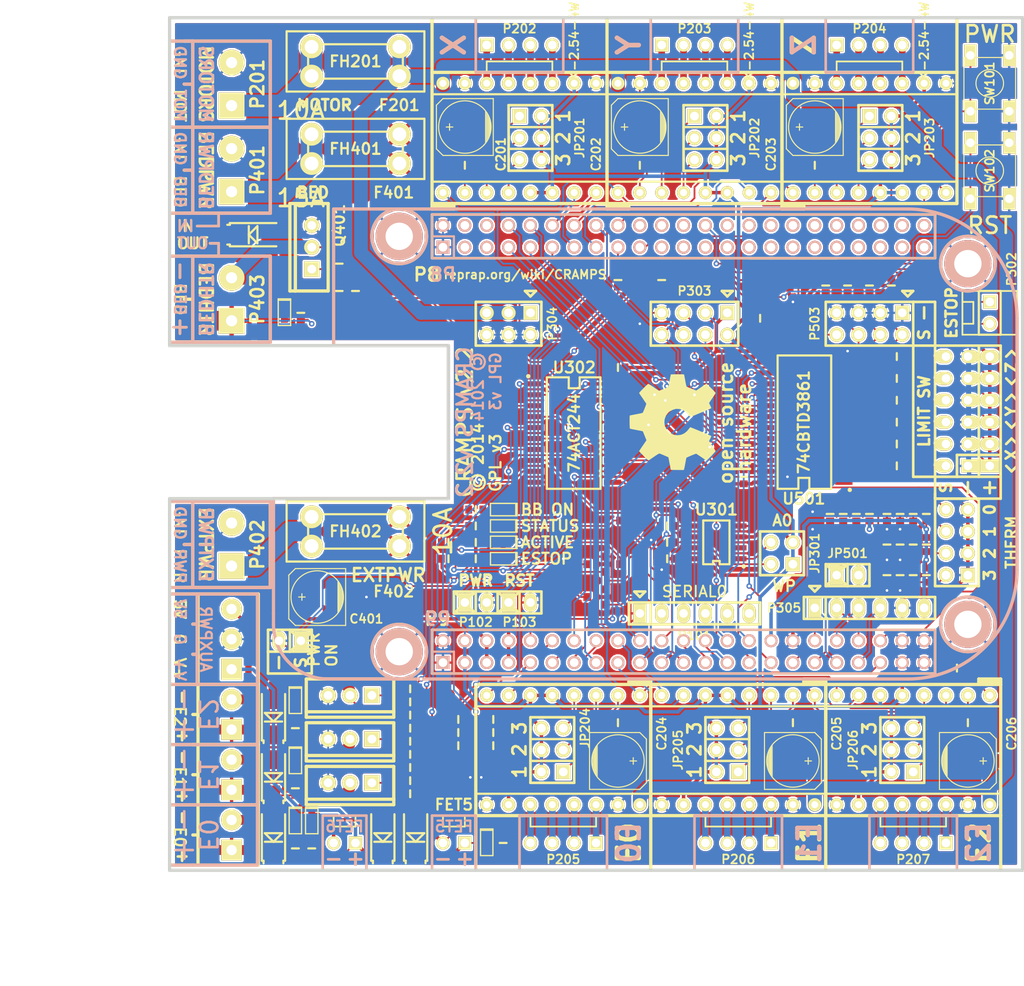
<source format=kicad_pcb>
(kicad_pcb (version 20171130) (host pcbnew 5.0.2-bee76a0~70~ubuntu18.04.1)
  (title_block (title "CRAMPS (Cape-RAMPS for BeagleBone)") (rev 2.2) (comment 1 "Derived from RAMPS 1.4 reprap.org/wiki/RAMPS1.4") (comment 2 "Derived from RAMPS-FD by Bob Cousins") (comment 3 "Copyright 2014 GPL v3") (comment 4 "CRAMPS by Charles Steinkuehler and Murray Lindeblom"))
  (layers (0 Front signal) (31 Back signal) (34 B.Paste user) (35 F.Paste user) (36 B.SilkS user) (37 F.SilkS user) (38 B.Mask user) (39 F.Mask user) (44 Edge.Cuts user))
  (net 0 "")
  (net 1 +V_MOTOR)
  (net 2 "/Emergency Stop/MACHINE_PWRn")
  (net 3 "/Emergency Stop/PS-On")
  (net 4 /Inputs/MISO-5V)
  (net 5 /Inputs/MOSI-5V)
  (net 6 /Inputs/SCK-5V)
  (net 7 /Inputs/SPI_CS0-5V)
  (net 8 "/Mosfet Outputs/Aux_Pwr")
  (net 9 "/Mosfet Outputs/Bed_Fused")
  (net 10 "/Mosfet Outputs/Bed_HTR")
  (net 11 "/Mosfet Outputs/Bed_Pwr")
  (net 12 "/Mosfet Outputs/E0_HTR")
  (net 13 "/Mosfet Outputs/E1_HTR")
  (net 14 "/Mosfet Outputs/E2_HTR")
  (net 15 "/Mosfet Outputs/Ext_Fused")
  (net 16 "/Mosfet Outputs/Ext_Pwr")
  (net 17 "/Mosfet Outputs/P_FET5")
  (net 18 "/Mosfet Outputs/P_FET6")
  (net 19 "/Stepper Drivers/E01A")
  (net 20 "/Stepper Drivers/E01B")
  (net 21 "/Stepper Drivers/E02A")
  (net 22 "/Stepper Drivers/E02B")
  (net 23 "/Stepper Drivers/E11A")
  (net 24 "/Stepper Drivers/E11B")
  (net 25 "/Stepper Drivers/E12A")
  (net 26 "/Stepper Drivers/E12B")
  (net 27 "/Stepper Drivers/E21A")
  (net 28 "/Stepper Drivers/E21B")
  (net 29 "/Stepper Drivers/E22A")
  (net 30 "/Stepper Drivers/E22B")
  (net 31 "/Stepper Drivers/MOT_IN")
  (net 32 "/Stepper Drivers/X1A")
  (net 33 "/Stepper Drivers/X1B")
  (net 34 "/Stepper Drivers/X2A")
  (net 35 "/Stepper Drivers/X2B")
  (net 36 "/Stepper Drivers/Y1A")
  (net 37 "/Stepper Drivers/Y1B")
  (net 38 "/Stepper Drivers/Y2A")
  (net 39 "/Stepper Drivers/Y2B")
  (net 40 "/Stepper Drivers/Z1A")
  (net 41 "/Stepper Drivers/Z1B")
  (net 42 "/Stepper Drivers/Z2A")
  (net 43 "/Stepper Drivers/Z2B")
  (net 44 ADC_GND)
  (net 45 ADC_VDD)
  (net 46 AIN0)
  (net 47 AIN1)
  (net 48 AIN2)
  (net 49 AIN3)
  (net 50 AXIS_ENAn)
  (net 51 D3.3V)
  (net 52 DGND)
  (net 53 E0_DIR)
  (net 54 E0_EN_BUFn)
  (net 55 E0_STEP)
  (net 56 E1_DIR)
  (net 57 E1_STEP)
  (net 58 E2_DIR)
  (net 59 E2_STEP)
  (net 60 EN_CRAMP3n)
  (net 61 ESTOP)
  (net 62 ESTOP_SW)
  (net 63 FET1)
  (net 64 FET1_BUF)
  (net 65 FET2)
  (net 66 FET2_BUF)
  (net 67 FET3)
  (net 68 FET3_BUF)
  (net 69 FET4)
  (net 70 FET4_BUF)
  (net 71 FET5)
  (net 72 FET5_BUF)
  (net 73 FET6)
  (net 74 FET6_BUF)
  (net 75 LED)
  (net 76 MACHINE_PWR)
  (net 77 MISO)
  (net 78 MOSI)
  (net 79 PWR_BUT)
  (net 80 RESETn)
  (net 81 SCK)
  (net 82 SCL)
  (net 83 SDA)
  (net 84 SPI_CS0)
  (net 85 SPI_CS1)
  (net 86 SPI_SPARE)
  (net 87 SYS_5V)
  (net 88 THERM0)
  (net 89 THERM1)
  (net 90 THERM2)
  (net 91 THERM3)
  (net 92 VDD_5V)
  (net 93 X-MAX)
  (net 94 X-MIN)
  (net 95 X_DIR)
  (net 96 X_STEP)
  (net 97 Y-MAX)
  (net 98 Y-MIN)
  (net 99 Y_DIR)
  (net 100 Y_STEP)
  (net 101 Z-MAX)
  (net 102 Z-MIN)
  (net 103 Z_DIR)
  (net 104 Z_STEP)
  (net 105 "Net-(C402-Pad2)")
  (net 106 "Net-(C403-Pad2)")
  (net 107 "Net-(C404-Pad2)")
  (net 108 "Net-(C405-Pad2)")
  (net 109 "Net-(C406-Pad2)")
  (net 110 "Net-(C407-Pad2)")
  (net 111 "Net-(JP201-Pad1)")
  (net 112 "Net-(JP201-Pad3)")
  (net 113 "Net-(JP201-Pad5)")
  (net 114 "Net-(JP202-Pad1)")
  (net 115 "Net-(JP202-Pad3)")
  (net 116 "Net-(JP202-Pad5)")
  (net 117 "Net-(JP203-Pad5)")
  (net 118 "Net-(JP203-Pad3)")
  (net 119 "Net-(JP203-Pad1)")
  (net 120 "Net-(JP204-Pad1)")
  (net 121 "Net-(JP204-Pad3)")
  (net 122 "Net-(JP204-Pad5)")
  (net 123 "Net-(JP205-Pad1)")
  (net 124 "Net-(JP205-Pad3)")
  (net 125 "Net-(JP205-Pad5)")
  (net 126 "Net-(JP206-Pad5)")
  (net 127 "Net-(JP206-Pad3)")
  (net 128 "Net-(JP206-Pad1)")
  (net 129 "Net-(JP301-Pad2)")
  (net 130 "Net-(JP301-Pad4)")
  (net 131 "Net-(LD101-PadA)")
  (net 132 "Net-(LD101-PadK)")
  (net 133 "Net-(LD102-PadA)")
  (net 134 "Net-(LD301-PadA)")
  (net 135 "Net-(LD302-PadA)")
  (net 136 "Net-(LD302-PadK)")
  (net 137 "Net-(LD401-PadA)")
  (net 138 "Net-(LD402-PadA)")
  (net 139 "Net-(LD403-PadA)")
  (net 140 "Net-(LD404-PadA)")
  (net 141 "Net-(LD405-PadA)")
  (net 142 "Net-(LD406-PadA)")
  (net 143 "Net-(P8-Pad46)")
  (net 144 "Net-(P8-Pad45)")
  (net 145 "Net-(P8-Pad44)")
  (net 146 "Net-(P8-Pad43)")
  (net 147 "Net-(P8-Pad42)")
  (net 148 "Net-(P8-Pad41)")
  (net 149 "Net-(P8-Pad40)")
  (net 150 "Net-(P8-Pad39)")
  (net 151 "Net-(P8-Pad38)")
  (net 152 "Net-(P8-Pad37)")
  (net 153 "Net-(P8-Pad36)")
  (net 154 "Net-(P8-Pad35)")
  (net 155 "Net-(P8-Pad34)")
  (net 156 "Net-(P8-Pad33)")
  (net 157 "Net-(P8-Pad32)")
  (net 158 "Net-(P8-Pad31)")
  (net 159 "Net-(P8-Pad30)")
  (net 160 "Net-(P8-Pad29)")
  (net 161 "Net-(P8-Pad28)")
  (net 162 "Net-(P8-Pad27)")
  (net 163 "Net-(P8-Pad25)")
  (net 164 "Net-(P8-Pad24)")
  (net 165 "Net-(P8-Pad23)")
  (net 166 "Net-(P8-Pad22)")
  (net 167 "Net-(P8-Pad21)")
  (net 168 "Net-(P8-Pad20)")
  (net 169 "Net-(P8-Pad6)")
  (net 170 "Net-(P8-Pad5)")
  (net 171 "Net-(P8-Pad4)")
  (net 172 "Net-(P8-Pad3)")
  (net 173 "Net-(P101-Pad6)")
  (net 174 "Net-(P101-Pad5)")
  (net 175 "Net-(P101-Pad4)")
  (net 176 "Net-(P101-Pad3)")
  (net 177 "Net-(P101-Pad2)")
  (net 178 "Net-(P302-Pad1)")
  (net 179 "Net-(P302-Pad2)")
  (net 180 "Net-(P502-Pad2)")
  (net 181 "Net-(P502-Pad4)")
  (net 182 "Net-(P502-Pad6)")
  (net 183 "Net-(P502-Pad8)")
  (net 184 "Net-(P502-Pad10)")
  (net 185 "Net-(P502-Pad12)")
  (net 186 "Net-(P504-Pad2)")
  (net 187 "Net-(P504-Pad4)")
  (net 188 "Net-(P504-Pad6)")
  (net 189 "Net-(P504-Pad8)")
  (net 190 "Net-(Q301-PadD)")
  (net 191 "Net-(U301-Pad2)")
  (module FlyingBone:P8P9_PinHeader (layer Back) (at 82.55 60.96)
    (fp_text reference P8 (at 0 3.175) (layer B.SilkS) (effects (font (size 1.524 1.524) (thickness 0.3048)) (justify mirror)))
    (fp_text value BB_EXP_CONN hide)
    (pad 1 thru_hole rect (at 0 0) (size 1.524 1.524) (drill 1.016) (layers *.Cu *.Mask B.SilkS) (net 52 DGND))
    (pad 2 thru_hole circle (at 0 -2.54) (size 1.524 1.524) (drill 1.016) (layers *.Cu *.Mask B.SilkS) (net 52 DGND))
    (pad 3 thru_hole circle (at 2.54 0) (size 1.524 1.524) (drill 1.016) (layers *.Cu *.Mask B.SilkS) (net 172 "Net-(P8-Pad3)"))
    (pad 4 thru_hole circle (at 2.54 -2.54) (size 1.524 1.524) (drill 1.016) (layers *.Cu *.Mask B.SilkS) (net 171 "Net-(P8-Pad4)"))
    (pad 5 thru_hole circle (at 5.08 0) (size 1.524 1.524) (drill 1.016) (layers *.Cu *.Mask B.SilkS) (net 170 "Net-(P8-Pad5)"))
    (pad 6 thru_hole circle (at 5.08 -2.54) (size 1.524 1.524) (drill 1.016) (layers *.Cu *.Mask B.SilkS) (net 169 "Net-(P8-Pad6)"))
    (pad 7 thru_hole circle (at 7.62 0) (size 1.524 1.524) (drill 1.016) (layers *.Cu *.Mask B.SilkS) (net 93 X-MAX))
    (pad 8 thru_hole circle (at 7.62 -2.54) (size 1.524 1.524) (drill 1.016) (layers *.Cu *.Mask B.SilkS) (net 94 X-MIN))
    (pad 9 thru_hole circle (at 10.16 0) (size 1.524 1.524) (drill 1.016) (layers *.Cu *.Mask B.SilkS) (net 97 Y-MAX))
    (pad 10 thru_hole circle (at 10.16 -2.54) (size 1.524 1.524) (drill 1.016) (layers *.Cu *.Mask B.SilkS) (net 98 Y-MIN))
    (pad 11 thru_hole circle (at 12.7 0) (size 1.524 1.524) (drill 1.016) (layers *.Cu *.Mask B.SilkS) (net 63 FET1))
    (pad 12 thru_hole circle (at 12.7 -2.54) (size 1.524 1.524) (drill 1.016) (layers *.Cu *.Mask B.SilkS) (net 95 X_DIR))
    (pad 13 thru_hole circle (at 15.24 0) (size 1.524 1.524) (drill 1.016) (layers *.Cu *.Mask B.SilkS) (net 96 X_STEP))
    (pad 14 thru_hole circle (at 15.24 -2.54) (size 1.524 1.524) (drill 1.016) (layers *.Cu *.Mask B.SilkS) (net 99 Y_DIR))
    (pad 15 thru_hole circle (at 17.78 0) (size 1.524 1.524) (drill 1.016) (layers *.Cu *.Mask B.SilkS) (net 100 Y_STEP))
    (pad 16 thru_hole circle (at 17.78 -2.54) (size 1.524 1.524) (drill 1.016) (layers *.Cu *.Mask B.SilkS) (net 86 SPI_SPARE))
    (pad 17 thru_hole circle (at 20.32 0) (size 1.524 1.524) (drill 1.016) (layers *.Cu *.Mask B.SilkS) (net 61 ESTOP))
    (pad 18 thru_hole circle (at 20.32 -2.54) (size 1.524 1.524) (drill 1.016) (layers *.Cu *.Mask B.SilkS) (net 103 Z_DIR))
    (pad 19 thru_hole circle (at 22.86 0) (size 1.524 1.524) (drill 1.016) (layers *.Cu *.Mask B.SilkS) (net 104 Z_STEP))
    (pad 20 thru_hole circle (at 22.86 -2.54) (size 1.524 1.524) (drill 1.016) (layers *.Cu *.Mask B.SilkS) (net 168 "Net-(P8-Pad20)"))
    (pad 21 thru_hole circle (at 25.4 0) (size 1.524 1.524) (drill 1.016) (layers *.Cu *.Mask B.SilkS) (net 167 "Net-(P8-Pad21)"))
    (pad 22 thru_hole circle (at 25.4 -2.54) (size 1.524 1.524) (drill 1.016) (layers *.Cu *.Mask B.SilkS) (net 166 "Net-(P8-Pad22)"))
    (pad 23 thru_hole circle (at 27.94 0) (size 1.524 1.524) (drill 1.016) (layers *.Cu *.Mask B.SilkS) (net 165 "Net-(P8-Pad23)"))
    (pad 24 thru_hole circle (at 27.94 -2.54) (size 1.524 1.524) (drill 1.016) (layers *.Cu *.Mask B.SilkS) (net 164 "Net-(P8-Pad24)"))
    (pad 25 thru_hole circle (at 30.48 0) (size 1.524 1.524) (drill 1.016) (layers *.Cu *.Mask B.SilkS) (net 163 "Net-(P8-Pad25)"))
    (pad 26 thru_hole circle (at 30.48 -2.54) (size 1.524 1.524) (drill 1.016) (layers *.Cu *.Mask B.SilkS) (net 62 ESTOP_SW))
    (pad 27 thru_hole circle (at 33.02 0) (size 1.524 1.524) (drill 1.016) (layers *.Cu *.Mask B.SilkS) (net 162 "Net-(P8-Pad27)"))
    (pad 28 thru_hole circle (at 33.02 -2.54) (size 1.524 1.524) (drill 1.016) (layers *.Cu *.Mask B.SilkS) (net 161 "Net-(P8-Pad28)"))
    (pad 29 thru_hole circle (at 35.56 0) (size 1.524 1.524) (drill 1.016) (layers *.Cu *.Mask B.SilkS) (net 160 "Net-(P8-Pad29)"))
    (pad 30 thru_hole circle (at 35.56 -2.54) (size 1.524 1.524) (drill 1.016) (layers *.Cu *.Mask B.SilkS) (net 159 "Net-(P8-Pad30)"))
    (pad 31 thru_hole circle (at 38.1 0) (size 1.524 1.524) (drill 1.016) (layers *.Cu *.Mask B.SilkS) (net 158 "Net-(P8-Pad31)"))
    (pad 32 thru_hole circle (at 38.1 -2.54) (size 1.524 1.524) (drill 1.016) (layers *.Cu *.Mask B.SilkS) (net 157 "Net-(P8-Pad32)"))
    (pad 33 thru_hole circle (at 40.64 0) (size 1.524 1.524) (drill 1.016) (layers *.Cu *.Mask B.SilkS) (net 156 "Net-(P8-Pad33)"))
    (pad 34 thru_hole circle (at 40.64 -2.54) (size 1.524 1.524) (drill 1.016) (layers *.Cu *.Mask B.SilkS) (net 155 "Net-(P8-Pad34)"))
    (pad 35 thru_hole circle (at 43.18 0) (size 1.524 1.524) (drill 1.016) (layers *.Cu *.Mask B.SilkS) (net 154 "Net-(P8-Pad35)"))
    (pad 36 thru_hole circle (at 43.18 -2.54) (size 1.524 1.524) (drill 1.016) (layers *.Cu *.Mask B.SilkS) (net 153 "Net-(P8-Pad36)"))
    (pad 37 thru_hole circle (at 45.72 0) (size 1.524 1.524) (drill 1.016) (layers *.Cu *.Mask B.SilkS) (net 152 "Net-(P8-Pad37)"))
    (pad 38 thru_hole circle (at 45.72 -2.54) (size 1.524 1.524) (drill 1.016) (layers *.Cu *.Mask B.SilkS) (net 151 "Net-(P8-Pad38)"))
    (pad 39 thru_hole circle (at 48.26 0) (size 1.524 1.524) (drill 1.016) (layers *.Cu *.Mask B.SilkS) (net 150 "Net-(P8-Pad39)"))
    (pad 40 thru_hole circle (at 48.26 -2.54) (size 1.524 1.524) (drill 1.016) (layers *.Cu *.Mask B.SilkS) (net 149 "Net-(P8-Pad40)"))
    (pad 41 thru_hole circle (at 50.8 0) (size 1.524 1.524) (drill 1.016) (layers *.Cu *.Mask B.SilkS) (net 148 "Net-(P8-Pad41)"))
    (pad 42 thru_hole circle (at 50.8 -2.54) (size 1.524 1.524) (drill 1.016) (layers *.Cu *.Mask B.SilkS) (net 147 "Net-(P8-Pad42)"))
    (pad 43 thru_hole circle (at 53.34 0) (size 1.524 1.524) (drill 1.016) (layers *.Cu *.Mask B.SilkS) (net 146 "Net-(P8-Pad43)"))
    (pad 44 thru_hole circle (at 53.34 -2.54) (size 1.524 1.524) (drill 1.016) (layers *.Cu *.Mask B.SilkS) (net 145 "Net-(P8-Pad44)"))
    (pad 45 thru_hole circle (at 55.88 0) (size 1.524 1.524) (drill 1.016) (layers *.Cu *.Mask B.SilkS) (net 144 "Net-(P8-Pad45)"))
    (pad 46 thru_hole circle (at 55.88 -2.54) (size 1.524 1.524) (drill 1.016) (layers *.Cu *.Mask B.SilkS) (net 143 "Net-(P8-Pad46)"))
  )
  (module FlyingBone:P8P9_PinHeader (layer Back) (at 82.55 109.22)
    (fp_text reference P9 (at -0.635 -5.08) (layer B.SilkS) (effects (font (size 1.524 1.524) (thickness 0.3048)) (justify mirror)))
    (fp_text value BB_EXP_CONN hide)
    (pad 1 thru_hole rect (at 0 0) (size 1.524 1.524) (drill 1.016) (layers *.Cu *.Mask B.SilkS) (net 52 DGND))
    (pad 2 thru_hole circle (at 0 -2.54) (size 1.524 1.524) (drill 1.016) (layers *.Cu *.Mask B.SilkS) (net 52 DGND))
    (pad 3 thru_hole circle (at 2.54 0) (size 1.524 1.524) (drill 1.016) (layers *.Cu *.Mask B.SilkS) (net 51 D3.3V))
    (pad 4 thru_hole circle (at 2.54 -2.54) (size 1.524 1.524) (drill 1.016) (layers *.Cu *.Mask B.SilkS) (net 51 D3.3V))
    (pad 5 thru_hole circle (at 5.08 0) (size 1.524 1.524) (drill 1.016) (layers *.Cu *.Mask B.SilkS) (net 92 VDD_5V))
    (pad 6 thru_hole circle (at 5.08 -2.54) (size 1.524 1.524) (drill 1.016) (layers *.Cu *.Mask B.SilkS) (net 92 VDD_5V))
    (pad 7 thru_hole circle (at 7.62 0) (size 1.524 1.524) (drill 1.016) (layers *.Cu *.Mask B.SilkS) (net 87 SYS_5V))
    (pad 8 thru_hole circle (at 7.62 -2.54) (size 1.524 1.524) (drill 1.016) (layers *.Cu *.Mask B.SilkS) (net 87 SYS_5V))
    (pad 9 thru_hole circle (at 10.16 0) (size 1.524 1.524) (drill 1.016) (layers *.Cu *.Mask B.SilkS) (net 79 PWR_BUT))
    (pad 10 thru_hole circle (at 10.16 -2.54) (size 1.524 1.524) (drill 1.016) (layers *.Cu *.Mask B.SilkS) (net 80 RESETn))
    (pad 11 thru_hole circle (at 12.7 0) (size 1.524 1.524) (drill 1.016) (layers *.Cu *.Mask B.SilkS) (net 101 Z-MAX))
    (pad 12 thru_hole circle (at 12.7 -2.54) (size 1.524 1.524) (drill 1.016) (layers *.Cu *.Mask B.SilkS) (net 53 E0_DIR))
    (pad 13 thru_hole circle (at 15.24 0) (size 1.524 1.524) (drill 1.016) (layers *.Cu *.Mask B.SilkS) (net 102 Z-MIN))
    (pad 14 thru_hole circle (at 15.24 -2.54) (size 1.524 1.524) (drill 1.016) (layers *.Cu *.Mask B.SilkS) (net 50 AXIS_ENAn))
    (pad 15 thru_hole circle (at 17.78 0) (size 1.524 1.524) (drill 1.016) (layers *.Cu *.Mask B.SilkS) (net 65 FET2))
    (pad 16 thru_hole circle (at 17.78 -2.54) (size 1.524 1.524) (drill 1.016) (layers *.Cu *.Mask B.SilkS) (net 55 E0_STEP))
    (pad 17 thru_hole circle (at 20.32 0) (size 1.524 1.524) (drill 1.016) (layers *.Cu *.Mask B.SilkS) (net 57 E1_STEP))
    (pad 18 thru_hole circle (at 20.32 -2.54) (size 1.524 1.524) (drill 1.016) (layers *.Cu *.Mask B.SilkS) (net 56 E1_DIR))
    (pad 19 thru_hole circle (at 22.86 0) (size 1.524 1.524) (drill 1.016) (layers *.Cu *.Mask B.SilkS) (net 82 SCL))
    (pad 20 thru_hole circle (at 22.86 -2.54) (size 1.524 1.524) (drill 1.016) (layers *.Cu *.Mask B.SilkS) (net 83 SDA))
    (pad 21 thru_hole circle (at 25.4 0) (size 1.524 1.524) (drill 1.016) (layers *.Cu *.Mask B.SilkS) (net 69 FET4))
    (pad 22 thru_hole circle (at 25.4 -2.54) (size 1.524 1.524) (drill 1.016) (layers *.Cu *.Mask B.SilkS) (net 73 FET6))
    (pad 23 thru_hole circle (at 27.94 0) (size 1.524 1.524) (drill 1.016) (layers *.Cu *.Mask B.SilkS) (net 76 MACHINE_PWR))
    (pad 24 thru_hole circle (at 27.94 -2.54) (size 1.524 1.524) (drill 1.016) (layers *.Cu *.Mask B.SilkS) (net 59 E2_STEP))
    (pad 25 thru_hole circle (at 30.48 0) (size 1.524 1.524) (drill 1.016) (layers *.Cu *.Mask B.SilkS) (net 75 LED))
    (pad 26 thru_hole circle (at 30.48 -2.54) (size 1.524 1.524) (drill 1.016) (layers *.Cu *.Mask B.SilkS) (net 58 E2_DIR))
    (pad 27 thru_hole circle (at 33.02 0) (size 1.524 1.524) (drill 1.016) (layers *.Cu *.Mask B.SilkS) (net 67 FET3))
    (pad 28 thru_hole circle (at 33.02 -2.54) (size 1.524 1.524) (drill 1.016) (layers *.Cu *.Mask B.SilkS) (net 84 SPI_CS0))
    (pad 29 thru_hole circle (at 35.56 0) (size 1.524 1.524) (drill 1.016) (layers *.Cu *.Mask B.SilkS) (net 77 MISO))
    (pad 30 thru_hole circle (at 35.56 -2.54) (size 1.524 1.524) (drill 1.016) (layers *.Cu *.Mask B.SilkS) (net 78 MOSI))
    (pad 31 thru_hole circle (at 38.1 0) (size 1.524 1.524) (drill 1.016) (layers *.Cu *.Mask B.SilkS) (net 81 SCK))
    (pad 32 thru_hole circle (at 38.1 -2.54) (size 1.524 1.524) (drill 1.016) (layers *.Cu *.Mask B.SilkS) (net 45 ADC_VDD))
    (pad 33 thru_hole circle (at 40.64 0) (size 1.524 1.524) (drill 1.016) (layers *.Cu *.Mask B.SilkS) (net 88 THERM0))
    (pad 34 thru_hole circle (at 40.64 -2.54) (size 1.524 1.524) (drill 1.016) (layers *.Cu *.Mask B.SilkS) (net 44 ADC_GND))
    (pad 35 thru_hole circle (at 43.18 0) (size 1.524 1.524) (drill 1.016) (layers *.Cu *.Mask B.SilkS) (net 90 THERM2))
    (pad 36 thru_hole circle (at 43.18 -2.54) (size 1.524 1.524) (drill 1.016) (layers *.Cu *.Mask B.SilkS) (net 89 THERM1))
    (pad 37 thru_hole circle (at 45.72 0) (size 1.524 1.524) (drill 1.016) (layers *.Cu *.Mask B.SilkS) (net 48 AIN2))
    (pad 38 thru_hole circle (at 45.72 -2.54) (size 1.524 1.524) (drill 1.016) (layers *.Cu *.Mask B.SilkS) (net 49 AIN3))
    (pad 39 thru_hole circle (at 48.26 0) (size 1.524 1.524) (drill 1.016) (layers *.Cu *.Mask B.SilkS) (net 46 AIN0))
    (pad 40 thru_hole circle (at 48.26 -2.54) (size 1.524 1.524) (drill 1.016) (layers *.Cu *.Mask B.SilkS) (net 47 AIN1))
    (pad 41 thru_hole circle (at 50.8 0) (size 1.524 1.524) (drill 1.016) (layers *.Cu *.Mask B.SilkS) (net 71 FET5))
    (pad 42 thru_hole circle (at 50.8 -2.54) (size 1.524 1.524) (drill 1.016) (layers *.Cu *.Mask B.SilkS) (net 85 SPI_CS1))
    (pad 43 thru_hole circle (at 53.34 0) (size 1.524 1.524) (drill 1.016) (layers *.Cu *.Mask B.SilkS) (net 52 DGND))
    (pad 44 thru_hole circle (at 53.34 -2.54) (size 1.524 1.524) (drill 1.016) (layers *.Cu *.Mask B.SilkS) (net 52 DGND))
    (pad 45 thru_hole circle (at 55.88 0) (size 1.524 1.524) (drill 1.016) (layers *.Cu *.Mask B.SilkS) (net 52 DGND))
    (pad 46 thru_hole circle (at 55.88 -2.54) (size 1.524 1.524) (drill 1.016) (layers *.Cu *.Mask B.SilkS) (net 52 DGND))
  )
  (module Lindeblom:PT_2,5-2-5,0-H (layer Front) (at 58 98 270)
    (fp_text reference P402 (at -2.5 -3 270) (layer F.SilkS) (effects (font (size 1.5 1.5) (thickness 0.3))))
    (fp_text value VAL** hide)
    (pad 1 thru_hole rect (at 0 0 270) (size 3 3) (drill 1.3) (layers *.Cu *.Mask F.SilkS))
    (pad 2 thru_hole circle (at -5 0 270) (size 3 3) (drill 1.3) (layers *.Cu *.Mask F.SilkS))
  )
  (module Lindeblom:PT_2,5-2-5,0-H (layer Front) (at 58 44.5 270)
    (fp_text reference P201 (at -2.5 -3 270) (layer F.SilkS) (effects (font (size 1.5 1.5) (thickness 0.3))))
    (fp_text value VAL** hide)
    (pad 1 thru_hole rect (at 0 0 270) (size 3 3) (drill 1.3) (layers *.Cu *.Mask F.SilkS) (net 31 "/Stepper Drivers/MOT_IN"))
    (pad 2 thru_hole circle (at -5 0 270) (size 3 3) (drill 1.3) (layers *.Cu *.Mask F.SilkS) (net 52 DGND))
  )
  (module Lindeblom:PT_2,5-2-5,0-H (layer Front) (at 58 54.5 270)
    (fp_text reference P401 (at -2.5 -3 270) (layer F.SilkS) (effects (font (size 1.5 1.5) (thickness 0.3))))
    (fp_text value VAL** hide)
    (pad 1 thru_hole rect (at 0 0 270) (size 3 3) (drill 1.3) (layers *.Cu *.Mask F.SilkS) (net 11 "/Mosfet Outputs/Bed_Pwr"))
    (pad 2 thru_hole circle (at -5 0 270) (size 3 3) (drill 1.3) (layers *.Cu *.Mask F.SilkS) (net 52 DGND))
  )
  (module Lindeblom:PT_2,5-2-5,0-H (layer Front) (at 58 69.5 270)
    (fp_text reference P403 (at -2.5 -3 270) (layer F.SilkS) (effects (font (size 1.5 1.5) (thickness 0.3))))
    (fp_text value VAL** hide)
    (pad 1 thru_hole rect (at 0 0 270) (size 3 3) (drill 1.3) (layers *.Cu *.Mask F.SilkS) (net 9 "/Mosfet Outputs/Bed_Fused"))
    (pad 2 thru_hole circle (at -5 0 270) (size 3 3) (drill 1.3) (layers *.Cu *.Mask F.SilkS) (net 10 "/Mosfet Outputs/Bed_HTR"))
  )
  (module modules_rmc:SW_6x6_MULTI (layer Front) (at 146.05 41.91 90)
    (fp_text reference SW101 (at 0 0 90) (layer F.SilkS) (effects (font (size 1.016 1.016) (thickness 0.2032))))
    (fp_text value SW_PUSH hide)
    (pad 1 thru_hole rect (at 3.24866 -2.25044 90) (size 2.49936 1.397) (drill 1.00076) (layers *.Cu *.Mask F.SilkS) (net 79 PWR_BUT))
    (pad 2 thru_hole rect (at 3.24866 2.25044 90) (size 2.49936 1.397) (drill 1.00076) (layers *.Cu *.Mask F.SilkS) (net 52 DGND))
    (pad 1 thru_hole rect (at -3.2512 -2.25044 90) (size 2.49936 1.397) (drill 1.00076) (layers *.Cu *.Mask F.SilkS) (net 79 PWR_BUT))
    (pad 2 thru_hole rect (at -3.2512 2.25044 90) (size 2.49936 1.397) (drill 1.00076) (layers *.Cu *.Mask F.SilkS) (net 52 DGND))
  )
  (module modules_rmc:SW_6x6_MULTI (layer Front) (at 146.05 52.07 90)
    (fp_text reference SW102 (at 0 0 90) (layer F.SilkS) (effects (font (size 1.016 1.016) (thickness 0.2032))))
    (fp_text value SW_PUSH hide)
    (pad 1 thru_hole rect (at 3.24866 -2.25044 90) (size 2.49936 1.397) (drill 1.00076) (layers *.Cu *.Mask F.SilkS) (net 80 RESETn))
    (pad 2 thru_hole rect (at 3.24866 2.25044 90) (size 2.49936 1.397) (drill 1.00076) (layers *.Cu *.Mask F.SilkS) (net 52 DGND))
    (pad 1 thru_hole rect (at -3.2512 -2.25044 90) (size 2.49936 1.397) (drill 1.00076) (layers *.Cu *.Mask F.SilkS) (net 80 RESETn))
    (pad 2 thru_hole rect (at -3.2512 2.25044 90) (size 2.49936 1.397) (drill 1.00076) (layers *.Cu *.Mask F.SilkS) (net 52 DGND))
  )
  (module modules_rmc:CONN_KK_2.54_2W (layer Front) (at 146.05 68.58 270)
    (fp_text reference P302 (at -5.08 -2.54 270) (layer F.SilkS) (effects (font (size 1.016 1.016) (thickness 0.2032))))
    (fp_text value KK-2.54-2W hide)
    (pad 2 thru_hole circle (at 1.27 0 270) (size 1.524 1.524) (drill 1.016) (layers *.Cu *.Mask F.SilkS) (net 179 "Net-(P302-Pad2)"))
    (pad 1 thru_hole rect (at -1.27 0 270) (size 1.524 1.524) (drill 1.016) (layers *.Cu *.Mask F.SilkS) (net 178 "Net-(P302-Pad1)"))
  )
  (module modules_rmc:CONN_KK_2.54_2W (layer Front) (at 83.82 130.175 180)
    (fp_text reference P407 hide)
    (fp_text value KK-2.54-2W hide)
    (pad 2 thru_hole circle (at 1.27 0 180) (size 1.524 1.524) (drill 1.016) (layers *.Cu *.Mask F.SilkS) (net 17 "/Mosfet Outputs/P_FET5"))
    (pad 1 thru_hole rect (at -1.27 0 180) (size 1.524 1.524) (drill 1.016) (layers *.Cu *.Mask F.SilkS) (net 8 "/Mosfet Outputs/Aux_Pwr"))
  )
  (module modules_rmc:CONN_KK_2.54_2W (layer Front) (at 71.12 130.175 180)
    (fp_text reference P409 hide)
    (fp_text value KK-2.54-2W hide)
    (pad 2 thru_hole circle (at 1.27 0 180) (size 1.524 1.524) (drill 1.016) (layers *.Cu *.Mask F.SilkS) (net 18 "/Mosfet Outputs/P_FET6"))
    (pad 1 thru_hole rect (at -1.27 0 180) (size 1.524 1.524) (drill 1.016) (layers *.Cu *.Mask F.SilkS) (net 8 "/Mosfet Outputs/Aux_Pwr"))
  )
  (module Lindeblom:DIOM5127X229N (layer Front) (at 60.5 59.5)
    (fp_text reference D401 hide)
    (fp_text value SS14 hide)
    (pad K smd rect (at -2.05 0) (size 2.2 1.55) (layers Front F.Paste F.Mask) (net 9 "/Mosfet Outputs/Bed_Fused"))
    (pad A smd rect (at 2.05 0) (size 2.2 1.55) (layers Front F.Paste F.Mask) (net 10 "/Mosfet Outputs/Bed_HTR"))
  )
  (module Lindeblom:DIOM5127X229N (layer Front) (at 62.865 129.54 90)
    (fp_text reference D402 hide)
    (fp_text value SS14 hide)
    (pad K smd rect (at -2.05 0 90) (size 2.2 1.55) (layers Front F.Paste F.Mask) (net 15 "/Mosfet Outputs/Ext_Fused"))
    (pad A smd rect (at 2.05 0 90) (size 2.2 1.55) (layers Front F.Paste F.Mask) (net 12 "/Mosfet Outputs/E0_HTR"))
  )
  (module Lindeblom:DIOM5127X229N (layer Front) (at 62.865 122.555 90)
    (fp_text reference D403 hide)
    (fp_text value SS14 hide)
    (pad K smd rect (at -2.05 0 90) (size 2.2 1.55) (layers Front F.Paste F.Mask) (net 15 "/Mosfet Outputs/Ext_Fused"))
    (pad A smd rect (at 2.05 0 90) (size 2.2 1.55) (layers Front F.Paste F.Mask) (net 13 "/Mosfet Outputs/E1_HTR"))
  )
  (module Lindeblom:DIOM5127X229N (layer Front) (at 79.375 129.54 90)
    (fp_text reference D404 hide)
    (fp_text value SS14 hide)
    (pad K smd rect (at -2.05 0 90) (size 2.2 1.55) (layers Front F.Paste F.Mask) (net 8 "/Mosfet Outputs/Aux_Pwr"))
    (pad A smd rect (at 2.05 0 90) (size 2.2 1.55) (layers Front F.Paste F.Mask) (net 17 "/Mosfet Outputs/P_FET5"))
  )
  (module Lindeblom:DIOM5127X229N (layer Front) (at 62.865 115.57 90)
    (fp_text reference D405 hide)
    (fp_text value SS14 hide)
    (pad K smd rect (at -2.05 0 90) (size 2.2 1.55) (layers Front F.Paste F.Mask) (net 15 "/Mosfet Outputs/Ext_Fused"))
    (pad A smd rect (at 2.05 0 90) (size 2.2 1.55) (layers Front F.Paste F.Mask) (net 14 "/Mosfet Outputs/E2_HTR"))
  )
  (module Lindeblom:DIOM5127X229N (layer Front) (at 75.565 129.54 90)
    (fp_text reference D406 hide)
    (fp_text value SS14 hide)
    (pad K smd rect (at -2.05 0 90) (size 2.2 1.55) (layers Front F.Paste F.Mask) (net 8 "/Mosfet Outputs/Aux_Pwr"))
    (pad A smd rect (at 2.05 0 90) (size 2.2 1.55) (layers Front F.Paste F.Mask) (net 18 "/Mosfet Outputs/P_FET6"))
  )
  (module Lindeblom:OSRAM-LED-0603 (layer Front) (at 89.535 93.345 180)
    (fp_text reference LD101 hide)
    (fp_text value Yellow hide)
    (pad K smd rect (at -0.75 0 180) (size 0.8 0.8) (layers Front F.Paste F.Mask) (net 132 "Net-(LD101-PadK)"))
    (pad A smd rect (at 0.75 0 180) (size 0.8 0.8) (layers Front F.Paste F.Mask) (net 131 "Net-(LD101-PadA)"))
  )
  (module Lindeblom:OSRAM-LED-0603 (layer Front) (at 89.535 91.44 180)
    (fp_text reference LD102 hide)
    (fp_text value Green hide)
    (pad K smd rect (at -0.75 0 180) (size 0.8 0.8) (layers Front F.Paste F.Mask) (net 52 DGND))
    (pad A smd rect (at 0.75 0 180) (size 0.8 0.8) (layers Front F.Paste F.Mask) (net 133 "Net-(LD102-PadA)"))
  )
  (module Lindeblom:OSRAM-LED-0603 (layer Front) (at 89.535 95.25 180)
    (fp_text reference LD301 hide)
    (fp_text value Green hide)
    (pad K smd rect (at -0.75 0 180) (size 0.8 0.8) (layers Front F.Paste F.Mask) (net 2 "/Emergency Stop/MACHINE_PWRn"))
    (pad A smd rect (at 0.75 0 180) (size 0.8 0.8) (layers Front F.Paste F.Mask) (net 134 "Net-(LD301-PadA)"))
  )
  (module Lindeblom:OSRAM-LED-0603 (layer Front) (at 89.535 97.155 180)
    (fp_text reference LD302 hide)
    (fp_text value Red hide)
    (pad K smd rect (at -0.75 0 180) (size 0.8 0.8) (layers Front F.Paste F.Mask) (net 136 "Net-(LD302-PadK)"))
    (pad A smd rect (at 0.75 0 180) (size 0.8 0.8) (layers Front F.Paste F.Mask) (net 135 "Net-(LD302-PadA)"))
  )
  (module Lindeblom:OSRAM-LED-0603 (layer Front) (at 64.135 68.58 270)
    (fp_text reference LD401 hide)
    (fp_text value Yellow hide)
    (pad K smd rect (at -0.75 0 270) (size 0.8 0.8) (layers Front F.Paste F.Mask) (net 10 "/Mosfet Outputs/Bed_HTR"))
    (pad A smd rect (at 0.75 0 270) (size 0.8 0.8) (layers Front F.Paste F.Mask) (net 137 "Net-(LD401-PadA)"))
  )
  (module Lindeblom:OSRAM-LED-0603 (layer Front) (at 65.405 127.635 270)
    (fp_text reference LD402 hide)
    (fp_text value Yellow hide)
    (pad K smd rect (at -0.75 0 270) (size 0.8 0.8) (layers Front F.Paste F.Mask) (net 12 "/Mosfet Outputs/E0_HTR"))
    (pad A smd rect (at 0.75 0 270) (size 0.8 0.8) (layers Front F.Paste F.Mask) (net 138 "Net-(LD402-PadA)"))
  )
  (module Lindeblom:OSRAM-LED-0603 (layer Front) (at 65.405 120.65 270)
    (fp_text reference LD403 hide)
    (fp_text value Yellow hide)
    (pad K smd rect (at -0.75 0 270) (size 0.8 0.8) (layers Front F.Paste F.Mask) (net 13 "/Mosfet Outputs/E1_HTR"))
    (pad A smd rect (at 0.75 0 270) (size 0.8 0.8) (layers Front F.Paste F.Mask) (net 139 "Net-(LD403-PadA)"))
  )
  (module Lindeblom:OSRAM-LED-0603 (layer Front) (at 87.63 130.175 270)
    (fp_text reference LD404 hide)
    (fp_text value Yellow hide)
    (pad K smd rect (at -0.75 0 270) (size 0.8 0.8) (layers Front F.Paste F.Mask) (net 17 "/Mosfet Outputs/P_FET5"))
    (pad A smd rect (at 0.75 0 270) (size 0.8 0.8) (layers Front F.Paste F.Mask) (net 140 "Net-(LD404-PadA)"))
  )
  (module Lindeblom:OSRAM-LED-0603 (layer Front) (at 65.405 113.665 270)
    (fp_text reference LD405 hide)
    (fp_text value Yellow hide)
    (pad K smd rect (at -0.75 0 270) (size 0.8 0.8) (layers Front F.Paste F.Mask) (net 14 "/Mosfet Outputs/E2_HTR"))
    (pad A smd rect (at 0.75 0 270) (size 0.8 0.8) (layers Front F.Paste F.Mask) (net 141 "Net-(LD405-PadA)"))
  )
  (module Lindeblom:OSRAM-LED-0603 (layer Front) (at 67.31 127.635 270)
    (fp_text reference LD406 hide)
    (fp_text value Yellow hide)
    (pad K smd rect (at -0.75 0 270) (size 0.8 0.8) (layers Front F.Paste F.Mask) (net 18 "/Mosfet Outputs/P_FET6"))
    (pad A smd rect (at 0.75 0 270) (size 0.8 0.8) (layers Front F.Paste F.Mask) (net 142 "Net-(LD406-PadA)"))
  )
  (module walter_pin_strip:pin_strip_2 (layer Front) (at 129.54 99.06)
    (fp_text reference JP501 (at 0 -2.54) (layer F.SilkS) (effects (font (size 1.016 1.016) (thickness 0.2032))))
    (fp_text value HEADER_2 hide)
    (pad 1 thru_hole rect (at -1.27 0) (size 1.524 2.19964) (drill 1.00076) (layers *.Cu *.Mask F.SilkS) (net 91 THERM3))
    (pad 2 thru_hole oval (at 1.27 0) (size 1.524 2.19964) (drill 1.00076) (layers *.Cu *.Mask F.SilkS) (net 49 AIN3))
  )
  (module walter_pin_strip:pin_strip_2 (layer Front) (at 86.36 102.235)
    (fp_text reference P102 (at 0 2.286) (layer F.SilkS) (effects (font (size 1.016 1.016) (thickness 0.2032))))
    (fp_text value HEADER_2 hide)
    (pad 1 thru_hole rect (at -1.27 0) (size 1.524 2.19964) (drill 1.00076) (layers *.Cu *.Mask F.SilkS) (net 79 PWR_BUT))
    (pad 2 thru_hole oval (at 1.27 0) (size 1.524 2.19964) (drill 1.00076) (layers *.Cu *.Mask F.SilkS) (net 52 DGND))
  )
  (module walter_pin_strip:pin_strip_2 (layer Front) (at 91.44 102.235)
    (fp_text reference P103 (at 0 2.286) (layer F.SilkS) (effects (font (size 1.016 1.016) (thickness 0.2032))))
    (fp_text value HEADER_2 hide)
    (pad 1 thru_hole rect (at -1.27 0) (size 1.524 2.19964) (drill 1.00076) (layers *.Cu *.Mask F.SilkS) (net 80 RESETn))
    (pad 2 thru_hole oval (at 1.27 0) (size 1.524 2.19964) (drill 1.00076) (layers *.Cu *.Mask F.SilkS) (net 52 DGND))
  )
  (module walter_pin_strip:pin_strip_2 (layer Front) (at 64.77 106.68 180)
    (fp_text reference P301 hide)
    (fp_text value HEADER_2 hide)
    (pad 1 thru_hole rect (at -1.27 0 180) (size 1.524 2.19964) (drill 1.00076) (layers *.Cu *.Mask F.SilkS) (net 3 "/Emergency Stop/PS-On"))
    (pad 2 thru_hole oval (at 1.27 0 180) (size 1.524 2.19964) (drill 1.00076) (layers *.Cu *.Mask F.SilkS) (net 52 DGND))
  )
  (module walter_smd_cap:c_elec_6.3x7.7 (layer Front) (at 85.09 46.99 180)
    (fp_text reference C201 (at -4.191 -3.175 270) (layer F.SilkS) (effects (font (size 1.016 1.016) (thickness 0.2302))))
    (fp_text value "100u 35V" hide)
    (pad 2 smd rect (at -2.75082 0 180) (size 3.59918 1.6002) (layers Front F.Paste F.Mask) (net 52 DGND))
    (pad 1 smd rect (at 2.75082 0 180) (size 3.59918 1.6002) (layers Front F.Paste F.Mask) (net 1 +V_MOTOR))
  )
  (module walter_smd_cap:c_elec_6.3x7.7 (layer Front) (at 105.41 46.99 180)
    (fp_text reference C202 (at 5.08 -3.175 270) (layer F.SilkS) (effects (font (size 1.016 1.016) (thickness 0.2032))))
    (fp_text value "100u 35V" hide)
    (pad 2 smd rect (at -2.75082 0 180) (size 3.59918 1.6002) (layers Front F.Paste F.Mask) (net 52 DGND))
    (pad 1 smd rect (at 2.75082 0 180) (size 3.59918 1.6002) (layers Front F.Paste F.Mask) (net 1 +V_MOTOR))
  )
  (module walter_smd_cap:c_elec_6.3x7.7 (layer Front) (at 125.73 46.99 180)
    (fp_text reference C203 (at 5.08 -3.175 270) (layer F.SilkS) (effects (font (size 1.016 1.016) (thickness 0.2032))))
    (fp_text value "100u 35V" hide)
    (pad 2 smd rect (at -2.75082 0 180) (size 3.59918 1.6002) (layers Front F.Paste F.Mask) (net 52 DGND))
    (pad 1 smd rect (at 2.75082 0 180) (size 3.59918 1.6002) (layers Front F.Paste F.Mask) (net 1 +V_MOTOR))
  )
  (module walter_smd_cap:c_elec_6.3x7.7 (layer Front) (at 102.87 120.65)
    (fp_text reference C204 (at 5.08 -3.175 90) (layer F.SilkS) (effects (font (size 1.016 1.016) (thickness 0.2032))))
    (fp_text value "100u 35V" hide)
    (pad 2 smd rect (at -2.75082 0) (size 3.59918 1.6002) (layers Front F.Paste F.Mask) (net 52 DGND))
    (pad 1 smd rect (at 2.75082 0) (size 3.59918 1.6002) (layers Front F.Paste F.Mask) (net 1 +V_MOTOR))
  )
  (module walter_smd_cap:c_elec_6.3x7.7 (layer Front) (at 123.19 120.65)
    (fp_text reference C205 (at 5.08 -3.175 90) (layer F.SilkS) (effects (font (size 1.016 1.016) (thickness 0.2032))))
    (fp_text value "100u 35V" hide)
    (pad 2 smd rect (at -2.75082 0) (size 3.59918 1.6002) (layers Front F.Paste F.Mask) (net 52 DGND))
    (pad 1 smd rect (at 2.75082 0) (size 3.59918 1.6002) (layers Front F.Paste F.Mask) (net 1 +V_MOTOR))
  )
  (module walter_smd_cap:c_elec_6.3x7.7 (layer Front) (at 143.51 120.65)
    (fp_text reference C206 (at 5.08 -3.175 90) (layer F.SilkS) (effects (font (size 1.016 1.016) (thickness 0.2032))))
    (fp_text value "100u 35V" hide)
    (pad 2 smd rect (at -2.75082 0) (size 3.59918 1.6002) (layers Front F.Paste F.Mask) (net 52 DGND))
    (pad 1 smd rect (at 2.75082 0) (size 3.59918 1.6002) (layers Front F.Paste F.Mask) (net 1 +V_MOTOR))
  )
  (module walter_smd_cap:c_elec_6.3x7.7 (layer Front) (at 67.945 101.6 180)
    (fp_text reference C401 (at -5.715 -2.54 180) (layer F.SilkS) (effects (font (size 1.016 1.016) (thickness 0.2032))))
    (fp_text value "100u 35V" hide)
    (pad 2 smd rect (at -2.75082 0 180) (size 3.59918 1.6002) (layers Front F.Paste F.Mask) (net 52 DGND))
    (pad 1 smd rect (at 2.75082 0 180) (size 3.59918 1.6002) (layers Front F.Paste F.Mask) (net 15 "/Mosfet Outputs/Ext_Fused"))
  )
  (module modules_rmc:TO-220AB_IRF2804_RMC (layer Front) (at 67.31 60.96 180)
    (fp_text reference Q401 (at -3.175 2.54 270) (layer F.SilkS) (effects (font (size 1.27 1.27) (thickness 0.254))))
    (fp_text value IRLB8743PBF hide)
    (pad G thru_hole rect (at 0 -2.54 180) (size 1.778 1.778) (drill 1.016) (layers *.Cu *.Mask F.SilkS) (net 105 "Net-(C402-Pad2)"))
    (pad S thru_hole circle (at 0 2.54 180) (size 1.778 1.778) (drill 1.016) (layers *.Cu *.Mask F.SilkS) (net 52 DGND))
    (pad D thru_hole circle (at 0 0 180) (size 1.778 1.778) (drill 1.016) (layers *.Cu *.Mask F.SilkS) (net 10 "/Mosfet Outputs/Bed_HTR"))
  )
  (module modules_rmc:TO-220AB_IRF2804_RMC (layer Front) (at 71.755 123.19 270)
    (fp_text reference Q402 hide)
    (fp_text value IRLB8743PBF hide)
    (pad G thru_hole rect (at 0 -2.54 270) (size 1.778 1.778) (drill 1.016) (layers *.Cu *.Mask F.SilkS) (net 106 "Net-(C403-Pad2)"))
    (pad S thru_hole circle (at 0 2.54 270) (size 1.778 1.778) (drill 1.016) (layers *.Cu *.Mask F.SilkS) (net 52 DGND))
    (pad D thru_hole circle (at 0 0 270) (size 1.778 1.778) (drill 1.016) (layers *.Cu *.Mask F.SilkS) (net 12 "/Mosfet Outputs/E0_HTR"))
  )
  (module modules_rmc:TO-220AB_IRF2804_RMC (layer Front) (at 71.755 118.11 270)
    (fp_text reference Q403 hide)
    (fp_text value IRLB8743PBF hide)
    (pad G thru_hole rect (at 0 -2.54 270) (size 1.778 1.778) (drill 1.016) (layers *.Cu *.Mask F.SilkS) (net 107 "Net-(C404-Pad2)"))
    (pad S thru_hole circle (at 0 2.54 270) (size 1.778 1.778) (drill 1.016) (layers *.Cu *.Mask F.SilkS) (net 52 DGND))
    (pad D thru_hole circle (at 0 0 270) (size 1.778 1.778) (drill 1.016) (layers *.Cu *.Mask F.SilkS) (net 13 "/Mosfet Outputs/E1_HTR"))
  )
  (module modules_rmc:TO-220AB_IRF2804_RMC (layer Front) (at 71.755 113.03 270)
    (fp_text reference Q405 hide)
    (fp_text value IRLB8743PBF hide)
    (pad G thru_hole rect (at 0 -2.54 270) (size 1.778 1.778) (drill 1.016) (layers *.Cu *.Mask F.SilkS) (net 108 "Net-(C405-Pad2)"))
    (pad S thru_hole circle (at 0 2.54 270) (size 1.778 1.778) (drill 1.016) (layers *.Cu *.Mask F.SilkS) (net 52 DGND))
    (pad D thru_hole circle (at 0 0 270) (size 1.778 1.778) (drill 1.016) (layers *.Cu *.Mask F.SilkS) (net 14 "/Mosfet Outputs/E2_HTR"))
  )
  (module Lindeblom:SOIC127P600X175-8AN (layer Front) (at 114.3 95.25 90)
    (fp_text reference U301 (at 3.81 0 180) (layer F.SilkS) (effects (font (size 1.27 1.27) (thickness 0.254))))
    (fp_text value 24C256 hide)
    (pad 1 smd rect (at -1.905 2.7 90) (size 0.6 1.6) (layers Front F.Paste F.Mask) (net 130 "Net-(JP301-Pad4)"))
    (pad 2 smd rect (at -0.635 2.7 90) (size 0.6 1.6) (layers Front F.Paste F.Mask) (net 191 "Net-(U301-Pad2)"))
    (pad 3 smd rect (at 0.635 2.7 90) (size 0.6 1.6) (layers Front F.Paste F.Mask) (net 51 D3.3V))
    (pad 4 smd rect (at 1.905 2.7 90) (size 0.6 1.6) (layers Front F.Paste F.Mask) (net 52 DGND))
    (pad 5 smd rect (at 1.905 -2.7 90) (size 0.6 1.6) (layers Front F.Paste F.Mask) (net 83 SDA))
    (pad 6 smd rect (at 0.635 -2.7 90) (size 0.6 1.6) (layers Front F.Paste F.Mask) (net 82 SCL))
    (pad 7 smd rect (at -0.635 -2.7 90) (size 0.6 1.6) (layers Front F.Paste F.Mask) (net 129 "Net-(JP301-Pad2)"))
    (pad 8 smd rect (at -1.905 -2.7 90) (size 0.6 1.6) (layers Front F.Paste F.Mask) (net 51 D3.3V))
  )
  (module Lindeblom:CAPC1608x55N (layer Front) (at 108.585 97.155 180)
    (fp_text reference C301 hide)
    (fp_text value 100n hide)
    (pad 1 smd rect (at -0.82 0 180) (size 0.79 0.93) (layers Front F.Paste F.Mask) (net 51 D3.3V))
    (pad 2 smd rect (at 0.82 0 180) (size 0.79 0.93) (layers Front F.Paste F.Mask) (net 52 DGND))
  )
  (module Lindeblom:CAPC1608x55N (layer Front) (at 102.87 74.93 180)
    (fp_text reference C302 hide)
    (fp_text value 100n hide)
    (pad 1 smd rect (at -0.82 0 180) (size 0.79 0.93) (layers Front F.Paste F.Mask) (net 87 SYS_5V))
    (pad 2 smd rect (at 0.82 0 180) (size 0.79 0.93) (layers Front F.Paste F.Mask) (net 52 DGND))
  )
  (module Lindeblom:CAPC1608x55N (layer Front) (at 70.485 62.865 270)
    (fp_text reference C402 hide)
    (fp_text value None hide)
    (pad 1 smd rect (at -0.82 0 270) (size 0.79 0.93) (layers Front F.Paste F.Mask) (net 10 "/Mosfet Outputs/Bed_HTR"))
    (pad 2 smd rect (at 0.82 0 270) (size 0.79 0.93) (layers Front F.Paste F.Mask) (net 105 "Net-(C402-Pad2)"))
  )
  (module Lindeblom:CAPC1608x55N (layer Front) (at 78.74 124.46)
    (fp_text reference C403 hide)
    (fp_text value None hide)
    (pad 1 smd rect (at -0.82 0) (size 0.79 0.93) (layers Front F.Paste F.Mask) (net 12 "/Mosfet Outputs/E0_HTR"))
    (pad 2 smd rect (at 0.82 0) (size 0.79 0.93) (layers Front F.Paste F.Mask) (net 106 "Net-(C403-Pad2)"))
  )
  (module Lindeblom:CAPC1608x55N (layer Front) (at 78.74 119.888)
    (fp_text reference C404 hide)
    (fp_text value None hide)
    (pad 1 smd rect (at -0.82 0) (size 0.79 0.93) (layers Front F.Paste F.Mask) (net 13 "/Mosfet Outputs/E1_HTR"))
    (pad 2 smd rect (at 0.82 0) (size 0.79 0.93) (layers Front F.Paste F.Mask) (net 107 "Net-(C404-Pad2)"))
  )
  (module Lindeblom:CAPC1608x55N (layer Front) (at 78.74 115.316)
    (fp_text reference C405 hide)
    (fp_text value None hide)
    (pad 1 smd rect (at -0.82 0) (size 0.79 0.93) (layers Front F.Paste F.Mask) (net 14 "/Mosfet Outputs/E2_HTR"))
    (pad 2 smd rect (at 0.82 0) (size 0.79 0.93) (layers Front F.Paste F.Mask) (net 108 "Net-(C405-Pad2)"))
  )
  (module Lindeblom:CAPC1608x55N (layer Front) (at 88.392 118.872)
    (fp_text reference C406 hide)
    (fp_text value None hide)
    (pad 1 smd rect (at -0.82 0) (size 0.79 0.93) (layers Front F.Paste F.Mask) (net 17 "/Mosfet Outputs/P_FET5"))
    (pad 2 smd rect (at 0.82 0) (size 0.79 0.93) (layers Front F.Paste F.Mask) (net 109 "Net-(C406-Pad2)"))
  )
  (module Lindeblom:CAPC1608x55N (layer Front) (at 84.328 118.872)
    (fp_text reference C407 hide)
    (fp_text value None hide)
    (pad 1 smd rect (at -0.82 0) (size 0.79 0.93) (layers Front F.Paste F.Mask) (net 18 "/Mosfet Outputs/P_FET6"))
    (pad 2 smd rect (at 0.82 0) (size 0.79 0.93) (layers Front F.Paste F.Mask) (net 110 "Net-(C407-Pad2)"))
  )
  (module Lindeblom:CAPC1608x55N (layer Front) (at 117.475 87.63 90)
    (fp_text reference C501 hide)
    (fp_text value 100n hide)
    (pad 1 smd rect (at -0.82 0 90) (size 0.79 0.93) (layers Front F.Paste F.Mask) (net 87 SYS_5V))
    (pad 2 smd rect (at 0.82 0 90) (size 0.79 0.93) (layers Front F.Paste F.Mask) (net 52 DGND))
  )
  (module Lindeblom:CAPC1608x55N (layer Front) (at 129.032 91.948 90)
    (fp_text reference C502 hide)
    (fp_text value 100n hide)
    (pad 1 smd rect (at -0.82 0 90) (size 0.79 0.93) (layers Front F.Paste F.Mask) (net 88 THERM0))
    (pad 2 smd rect (at 0.82 0 90) (size 0.79 0.93) (layers Front F.Paste F.Mask) (net 44 ADC_GND))
  )
  (module Lindeblom:CAPC1608x55N (layer Front) (at 135.636 91.948 270)
    (fp_text reference C503 hide)
    (fp_text value 100n hide)
    (pad 1 smd rect (at -0.82 0 270) (size 0.79 0.93) (layers Front F.Paste F.Mask) (net 89 THERM1))
    (pad 2 smd rect (at 0.82 0 270) (size 0.79 0.93) (layers Front F.Paste F.Mask) (net 44 ADC_GND))
  )
  (module Lindeblom:CAPC1608x55N (layer Front) (at 135.636 95.504 270)
    (fp_text reference C504 hide)
    (fp_text value 100n hide)
    (pad 1 smd rect (at -0.82 0 270) (size 0.79 0.93) (layers Front F.Paste F.Mask) (net 90 THERM2))
    (pad 2 smd rect (at 0.82 0 270) (size 0.79 0.93) (layers Front F.Paste F.Mask) (net 44 ADC_GND))
  )
  (module Lindeblom:CAPC1608x55N (layer Front) (at 135.636 99.06 270)
    (fp_text reference C505 hide)
    (fp_text value 100n hide)
    (pad 1 smd rect (at -0.82 0 270) (size 0.79 0.93) (layers Front F.Paste F.Mask) (net 91 THERM3))
    (pad 2 smd rect (at 0.82 0 270) (size 0.79 0.93) (layers Front F.Paste F.Mask) (net 44 ADC_GND))
  )
  (module Lindeblom:CAPC1608x55N (layer Front) (at 127.508 91.948 90)
    (fp_text reference C506 hide)
    (fp_text value 10u hide)
    (pad 1 smd rect (at -0.82 0 90) (size 0.79 0.93) (layers Front F.Paste F.Mask) (net 88 THERM0))
    (pad 2 smd rect (at 0.82 0 90) (size 0.79 0.93) (layers Front F.Paste F.Mask) (net 44 ADC_GND))
  )
  (module Lindeblom:CAPC1608x55N (layer Front) (at 134.112 91.948 270)
    (fp_text reference C507 hide)
    (fp_text value 10u hide)
    (pad 1 smd rect (at -0.82 0 270) (size 0.79 0.93) (layers Front F.Paste F.Mask) (net 89 THERM1))
    (pad 2 smd rect (at 0.82 0 270) (size 0.79 0.93) (layers Front F.Paste F.Mask) (net 44 ADC_GND))
  )
  (module Lindeblom:CAPC1608x55N (layer Front) (at 134.112 95.504 270)
    (fp_text reference C508 hide)
    (fp_text value 10u hide)
    (pad 1 smd rect (at -0.82 0 270) (size 0.79 0.93) (layers Front F.Paste F.Mask) (net 90 THERM2))
    (pad 2 smd rect (at 0.82 0 270) (size 0.79 0.93) (layers Front F.Paste F.Mask) (net 44 ADC_GND))
  )
  (module Lindeblom:CAPC1608x55N (layer Front) (at 134.112 99.06 270)
    (fp_text reference C509 hide)
    (fp_text value 10u hide)
    (pad 1 smd rect (at -0.82 0 270) (size 0.79 0.93) (layers Front F.Paste F.Mask) (net 91 THERM3))
    (pad 2 smd rect (at 0.82 0 270) (size 0.79 0.93) (layers Front F.Paste F.Mask) (net 44 ADC_GND))
  )
  (module Lindeblom:RESC1608x55N (layer Front) (at 86.36 93.345)
    (fp_text reference R101 hide)
    (fp_text value 330R hide)
    (pad 1 smd rect (at -0.82 0) (size 0.79 0.93) (layers Front F.Paste F.Mask) (net 87 SYS_5V))
    (pad 2 smd rect (at 0.82 0) (size 0.79 0.93) (layers Front F.Paste F.Mask) (net 131 "Net-(LD101-PadA)"))
  )
  (module Lindeblom:RESC1608x55N (layer Front) (at 86.36 91.44)
    (fp_text reference R102 hide)
    (fp_text value 330R hide)
    (pad 1 smd rect (at -0.82 0) (size 0.79 0.93) (layers Front F.Paste F.Mask) (net 87 SYS_5V))
    (pad 2 smd rect (at 0.82 0) (size 0.79 0.93) (layers Front F.Paste F.Mask) (net 133 "Net-(LD102-PadA)"))
  )
  (module Lindeblom:RESC1608x55N (layer Front) (at 85.09 51.435 180)
    (fp_text reference R201 hide)
    (fp_text value 100k hide)
    (pad 1 smd rect (at -0.82 0 180) (size 0.79 0.93) (layers Front F.Paste F.Mask) (net 111 "Net-(JP201-Pad1)"))
    (pad 2 smd rect (at 0.82 0 180) (size 0.79 0.93) (layers Front F.Paste F.Mask) (net 52 DGND))
  )
  (module Lindeblom:RESC1608x55N (layer Front) (at 105.41 51.435 180)
    (fp_text reference R202 hide)
    (fp_text value 100k hide)
    (pad 1 smd rect (at -0.82 0 180) (size 0.79 0.93) (layers Front F.Paste F.Mask) (net 114 "Net-(JP202-Pad1)"))
    (pad 2 smd rect (at 0.82 0 180) (size 0.79 0.93) (layers Front F.Paste F.Mask) (net 52 DGND))
  )
  (module Lindeblom:RESC1608x55N (layer Front) (at 125.73 51.435 180)
    (fp_text reference R203 hide)
    (fp_text value 100k hide)
    (pad 1 smd rect (at -0.82 0 180) (size 0.79 0.93) (layers Front F.Paste F.Mask) (net 119 "Net-(JP203-Pad1)"))
    (pad 2 smd rect (at 0.82 0 180) (size 0.79 0.93) (layers Front F.Paste F.Mask) (net 52 DGND))
  )
  (module Lindeblom:RESC1608x55N (layer Front) (at 102.87 116.205)
    (fp_text reference R204 hide)
    (fp_text value 100k hide)
    (pad 1 smd rect (at -0.82 0) (size 0.79 0.93) (layers Front F.Paste F.Mask) (net 120 "Net-(JP204-Pad1)"))
    (pad 2 smd rect (at 0.82 0) (size 0.79 0.93) (layers Front F.Paste F.Mask) (net 52 DGND))
  )
  (module Lindeblom:RESC1608x55N (layer Front) (at 123.19 116.205)
    (fp_text reference R205 hide)
    (fp_text value 100k hide)
    (pad 1 smd rect (at -0.82 0) (size 0.79 0.93) (layers Front F.Paste F.Mask) (net 123 "Net-(JP205-Pad1)"))
    (pad 2 smd rect (at 0.82 0) (size 0.79 0.93) (layers Front F.Paste F.Mask) (net 52 DGND))
  )
  (module Lindeblom:RESC1608x55N (layer Front) (at 143.51 116.205)
    (fp_text reference R206 hide)
    (fp_text value 100k hide)
    (pad 1 smd rect (at -0.82 0) (size 0.79 0.93) (layers Front F.Paste F.Mask) (net 128 "Net-(JP206-Pad1)"))
    (pad 2 smd rect (at 0.82 0) (size 0.79 0.93) (layers Front F.Paste F.Mask) (net 52 DGND))
  )
  (module Lindeblom:RESC1608x55N (layer Front) (at 119.38 69.215)
    (fp_text reference R301 hide)
    (fp_text value 10k hide)
    (pad 1 smd rect (at -0.82 0) (size 0.79 0.93) (layers Front F.Paste F.Mask) (net 51 D3.3V))
    (pad 2 smd rect (at 0.82 0) (size 0.79 0.93) (layers Front F.Paste F.Mask) (net 190 "Net-(Q301-PadD)"))
  )
  (module Lindeblom:RESC1608x55N (layer Front) (at 102.87 64.77 90)
    (fp_text reference R302 hide)
    (fp_text value 2K7 hide)
    (pad 1 smd rect (at -0.82 0 90) (size 0.79 0.93) (layers Front F.Paste F.Mask) (net 178 "Net-(P302-Pad1)"))
    (pad 2 smd rect (at 0.82 0 90) (size 0.79 0.93) (layers Front F.Paste F.Mask) (net 61 ESTOP))
  )
  (module Lindeblom:RESC1608x55N (layer Front) (at 86.36 95.25)
    (fp_text reference R303 hide)
    (fp_text value 330R hide)
    (pad 1 smd rect (at -0.82 0) (size 0.79 0.93) (layers Front F.Paste F.Mask) (net 87 SYS_5V))
    (pad 2 smd rect (at 0.82 0) (size 0.79 0.93) (layers Front F.Paste F.Mask) (net 134 "Net-(LD301-PadA)"))
  )
  (module Lindeblom:RESC1608x55N (layer Front) (at 83.185 97.155)
    (fp_text reference R304 hide)
    (fp_text value 4k7 hide)
    (pad 1 smd rect (at -0.82 0) (size 0.79 0.93) (layers Front F.Paste F.Mask) (net 51 D3.3V))
    (pad 2 smd rect (at 0.82 0) (size 0.79 0.93) (layers Front F.Paste F.Mask) (net 178 "Net-(P302-Pad1)"))
  )
  (module Lindeblom:RESC1608x55N (layer Front) (at 86.36 97.155)
    (fp_text reference R305 hide)
    (fp_text value 220R hide)
    (pad 1 smd rect (at -0.82 0) (size 0.79 0.93) (layers Front F.Paste F.Mask) (net 51 D3.3V))
    (pad 2 smd rect (at 0.82 0) (size 0.79 0.93) (layers Front F.Paste F.Mask) (net 135 "Net-(LD302-PadA)"))
  )
  (module Lindeblom:RESC1608x55N (layer Front) (at 108.585 95.25)
    (fp_text reference R306 hide)
    (fp_text value 4k7 hide)
    (pad 1 smd rect (at -0.82 0) (size 0.79 0.93) (layers Front F.Paste F.Mask) (net 51 D3.3V))
    (pad 2 smd rect (at 0.82 0) (size 0.79 0.93) (layers Front F.Paste F.Mask) (net 82 SCL))
  )
  (module Lindeblom:RESC1608x55N (layer Front) (at 108.585 93.345)
    (fp_text reference R307 hide)
    (fp_text value 4k7 hide)
    (pad 1 smd rect (at -0.82 0) (size 0.79 0.93) (layers Front F.Paste F.Mask) (net 51 D3.3V))
    (pad 2 smd rect (at 0.82 0) (size 0.79 0.93) (layers Front F.Paste F.Mask) (net 83 SDA))
  )
  (module Lindeblom:RESC1608x55N (layer Front) (at 83.185 95.25)
    (fp_text reference R308 hide)
    (fp_text value 10k hide)
    (pad 1 smd rect (at -0.82 0) (size 0.79 0.93) (layers Front F.Paste F.Mask) (net 87 SYS_5V))
    (pad 2 smd rect (at 0.82 0) (size 0.79 0.93) (layers Front F.Paste F.Mask) (net 2 "/Emergency Stop/MACHINE_PWRn"))
  )
  (module Lindeblom:RESC1608x55N (layer Front) (at 72.39 66.04 90)
    (fp_text reference R309 hide)
    (fp_text value 10k hide)
    (pad 1 smd rect (at -0.82 0 90) (size 0.79 0.93) (layers Front F.Paste F.Mask) (net 64 FET1_BUF))
    (pad 2 smd rect (at 0.82 0 90) (size 0.79 0.93) (layers Front F.Paste F.Mask) (net 52 DGND))
  )
  (module Lindeblom:RESC1608x55N (layer Front) (at 107.95 64.77 270)
    (fp_text reference R310 hide)
    (fp_text value 10k hide)
    (pad 1 smd rect (at -0.82 0 270) (size 0.79 0.93) (layers Front F.Paste F.Mask) (net 51 D3.3V))
    (pad 2 smd rect (at 0.82 0 270) (size 0.79 0.93) (layers Front F.Paste F.Mask) (net 60 EN_CRAMP3n))
  )
  (module Lindeblom:RESC1608x55N (layer Front) (at 78.74 121.412 180)
    (fp_text reference R311 hide)
    (fp_text value 10k hide)
    (pad 1 smd rect (at -0.82 0 180) (size 0.79 0.93) (layers Front F.Paste F.Mask) (net 66 FET2_BUF))
    (pad 2 smd rect (at 0.82 0 180) (size 0.79 0.93) (layers Front F.Paste F.Mask) (net 52 DGND))
  )
  (module Lindeblom:RESC1608x55N (layer Front) (at 78.74 116.84 180)
    (fp_text reference R312 hide)
    (fp_text value 10k hide)
    (pad 1 smd rect (at -0.82 0 180) (size 0.79 0.93) (layers Front F.Paste F.Mask) (net 68 FET3_BUF))
    (pad 2 smd rect (at 0.82 0 180) (size 0.79 0.93) (layers Front F.Paste F.Mask) (net 52 DGND))
  )
  (module Lindeblom:RESC1608x55N (layer Front) (at 78.74 112.268 180)
    (fp_text reference R313 hide)
    (fp_text value 10k hide)
    (pad 1 smd rect (at -0.82 0 180) (size 0.79 0.93) (layers Front F.Paste F.Mask) (net 70 FET4_BUF))
    (pad 2 smd rect (at 0.82 0 180) (size 0.79 0.93) (layers Front F.Paste F.Mask) (net 52 DGND))
  )
  (module Lindeblom:RESC1608x55N (layer Front) (at 142.24 109.855)
    (fp_text reference R314 hide)
    (fp_text value 4k7 hide)
    (pad 1 smd rect (at -0.82 0) (size 0.79 0.93) (layers Front F.Paste F.Mask) (net 51 D3.3V))
    (pad 2 smd rect (at 0.82 0) (size 0.79 0.93) (layers Front F.Paste F.Mask) (net 54 E0_EN_BUFn))
  )
  (module Lindeblom:RESC1608x55N (layer Front) (at 84.328 115.824)
    (fp_text reference R315 hide)
    (fp_text value 10k hide)
    (pad 1 smd rect (at -0.82 0) (size 0.79 0.93) (layers Front F.Paste F.Mask) (net 74 FET6_BUF))
    (pad 2 smd rect (at 0.82 0) (size 0.79 0.93) (layers Front F.Paste F.Mask) (net 52 DGND))
  )
  (module Lindeblom:RESC1608x55N (layer Front) (at 88.392 115.824)
    (fp_text reference R316 hide)
    (fp_text value 10k hide)
    (pad 1 smd rect (at -0.82 0) (size 0.79 0.93) (layers Front F.Paste F.Mask) (net 72 FET5_BUF))
    (pad 2 smd rect (at 0.82 0) (size 0.79 0.93) (layers Front F.Paste F.Mask) (net 52 DGND))
  )
  (module Lindeblom:RESC1608x55N (layer Front) (at 70.485 66.04 270)
    (fp_text reference R401 hide)
    (fp_text value 220R hide)
    (pad 1 smd rect (at -0.82 0 270) (size 0.79 0.93) (layers Front F.Paste F.Mask) (net 105 "Net-(C402-Pad2)"))
    (pad 2 smd rect (at 0.82 0 270) (size 0.79 0.93) (layers Front F.Paste F.Mask) (net 64 FET1_BUF))
  )
  (module Lindeblom:RESC1608x55N (layer Front) (at 66.04 68.58 90)
    (fp_text reference R402 hide)
    (fp_text value 2K7 hide)
    (pad 1 smd rect (at -0.82 0 90) (size 0.79 0.93) (layers Front F.Paste F.Mask) (net 9 "/Mosfet Outputs/Bed_Fused"))
    (pad 2 smd rect (at 0.82 0 90) (size 0.79 0.93) (layers Front F.Paste F.Mask) (net 137 "Net-(LD401-PadA)"))
  )
  (module Lindeblom:RESC1608x55N (layer Front) (at 78.74 122.936)
    (fp_text reference R403 hide)
    (fp_text value 220R hide)
    (pad 1 smd rect (at -0.82 0) (size 0.79 0.93) (layers Front F.Paste F.Mask) (net 106 "Net-(C403-Pad2)"))
    (pad 2 smd rect (at 0.82 0) (size 0.79 0.93) (layers Front F.Paste F.Mask) (net 66 FET2_BUF))
  )
  (module Lindeblom:RESC1608x55N (layer Front) (at 65.405 130.81 90)
    (fp_text reference R404 hide)
    (fp_text value 2K7 hide)
    (pad 1 smd rect (at -0.82 0 90) (size 0.79 0.93) (layers Front F.Paste F.Mask) (net 15 "/Mosfet Outputs/Ext_Fused"))
    (pad 2 smd rect (at 0.82 0 90) (size 0.79 0.93) (layers Front F.Paste F.Mask) (net 138 "Net-(LD402-PadA)"))
  )
  (module Lindeblom:RESC1608x55N (layer Front) (at 78.74 118.364)
    (fp_text reference R405 hide)
    (fp_text value 220R hide)
    (pad 1 smd rect (at -0.82 0) (size 0.79 0.93) (layers Front F.Paste F.Mask) (net 107 "Net-(C404-Pad2)"))
    (pad 2 smd rect (at 0.82 0) (size 0.79 0.93) (layers Front F.Paste F.Mask) (net 68 FET3_BUF))
  )
  (module Lindeblom:RESC1608x55N (layer Front) (at 65.405 123.825 90)
    (fp_text reference R406 hide)
    (fp_text value 2K7 hide)
    (pad 1 smd rect (at -0.82 0 90) (size 0.79 0.93) (layers Front F.Paste F.Mask) (net 15 "/Mosfet Outputs/Ext_Fused"))
    (pad 2 smd rect (at 0.82 0 90) (size 0.79 0.93) (layers Front F.Paste F.Mask) (net 139 "Net-(LD403-PadA)"))
  )
  (module Lindeblom:RESC1608x55N (layer Front) (at 88.392 117.348 180)
    (fp_text reference R407 hide)
    (fp_text value 220R hide)
    (pad 1 smd rect (at -0.82 0 180) (size 0.79 0.93) (layers Front F.Paste F.Mask) (net 109 "Net-(C406-Pad2)"))
    (pad 2 smd rect (at 0.82 0 180) (size 0.79 0.93) (layers Front F.Paste F.Mask) (net 72 FET5_BUF))
  )
  (module Lindeblom:RESC1608x55N (layer Front) (at 89.535 130.175 270)
    (fp_text reference R408 hide)
    (fp_text value 2K7 hide)
    (pad 1 smd rect (at -0.82 0 270) (size 0.79 0.93) (layers Front F.Paste F.Mask) (net 8 "/Mosfet Outputs/Aux_Pwr"))
    (pad 2 smd rect (at 0.82 0 270) (size 0.79 0.93) (layers Front F.Paste F.Mask) (net 140 "Net-(LD404-PadA)"))
  )
  (module Lindeblom:RESC1608x55N (layer Front) (at 78.74 113.792)
    (fp_text reference R409 hide)
    (fp_text value 220R hide)
    (pad 1 smd rect (at -0.82 0) (size 0.79 0.93) (layers Front F.Paste F.Mask) (net 108 "Net-(C405-Pad2)"))
    (pad 2 smd rect (at 0.82 0) (size 0.79 0.93) (layers Front F.Paste F.Mask) (net 70 FET4_BUF))
  )
  (module Lindeblom:RESC1608x55N (layer Front) (at 65.405 116.84 90)
    (fp_text reference R410 hide)
    (fp_text value 2K7 hide)
    (pad 1 smd rect (at -0.82 0 90) (size 0.79 0.93) (layers Front F.Paste F.Mask) (net 15 "/Mosfet Outputs/Ext_Fused"))
    (pad 2 smd rect (at 0.82 0 90) (size 0.79 0.93) (layers Front F.Paste F.Mask) (net 141 "Net-(LD405-PadA)"))
  )
  (module Lindeblom:RESC1608x55N (layer Front) (at 84.328 117.348 180)
    (fp_text reference R411 hide)
    (fp_text value 220R hide)
    (pad 1 smd rect (at -0.82 0 180) (size 0.79 0.93) (layers Front F.Paste F.Mask) (net 110 "Net-(C407-Pad2)"))
    (pad 2 smd rect (at 0.82 0 180) (size 0.79 0.93) (layers Front F.Paste F.Mask) (net 74 FET6_BUF))
  )
  (module Lindeblom:RESC1608x55N (layer Front) (at 67.31 130.81 90)
    (fp_text reference R412 hide)
    (fp_text value 2K7 hide)
    (pad 1 smd rect (at -0.82 0 90) (size 0.79 0.93) (layers Front F.Paste F.Mask) (net 8 "/Mosfet Outputs/Aux_Pwr"))
    (pad 2 smd rect (at 0.82 0 90) (size 0.79 0.93) (layers Front F.Paste F.Mask) (net 142 "Net-(LD406-PadA)"))
  )
  (module Lindeblom:RESC1608x55N (layer Front) (at 135.255 86.36 180)
    (fp_text reference R501 hide)
    (fp_text value 10k hide)
    (pad 1 smd rect (at -0.82 0 180) (size 0.79 0.93) (layers Front F.Paste F.Mask) (net 87 SYS_5V))
    (pad 2 smd rect (at 0.82 0 180) (size 0.79 0.93) (layers Front F.Paste F.Mask) (net 180 "Net-(P502-Pad2)"))
  )
  (module Lindeblom:RESC1608x55N (layer Front) (at 135.255 83.82 180)
    (fp_text reference R502 hide)
    (fp_text value 10k hide)
    (pad 1 smd rect (at -0.82 0 180) (size 0.79 0.93) (layers Front F.Paste F.Mask) (net 87 SYS_5V))
    (pad 2 smd rect (at 0.82 0 180) (size 0.79 0.93) (layers Front F.Paste F.Mask) (net 181 "Net-(P502-Pad4)"))
  )
  (module Lindeblom:RESC1608x55N (layer Front) (at 135.255 81.28 180)
    (fp_text reference R503 hide)
    (fp_text value 10k hide)
    (pad 1 smd rect (at -0.82 0 180) (size 0.79 0.93) (layers Front F.Paste F.Mask) (net 87 SYS_5V))
    (pad 2 smd rect (at 0.82 0 180) (size 0.79 0.93) (layers Front F.Paste F.Mask) (net 182 "Net-(P502-Pad6)"))
  )
  (module Lindeblom:RESC1608x55N (layer Front) (at 135.255 78.74 180)
    (fp_text reference R504 hide)
    (fp_text value 10k hide)
    (pad 1 smd rect (at -0.82 0 180) (size 0.79 0.93) (layers Front F.Paste F.Mask) (net 87 SYS_5V))
    (pad 2 smd rect (at 0.82 0 180) (size 0.79 0.93) (layers Front F.Paste F.Mask) (net 183 "Net-(P502-Pad8)"))
  )
  (module Lindeblom:RESC1608x55N (layer Front) (at 135.255 76.2 180)
    (fp_text reference R505 hide)
    (fp_text value 10k hide)
    (pad 1 smd rect (at -0.82 0 180) (size 0.79 0.93) (layers Front F.Paste F.Mask) (net 87 SYS_5V))
    (pad 2 smd rect (at 0.82 0 180) (size 0.79 0.93) (layers Front F.Paste F.Mask) (net 184 "Net-(P502-Pad10)"))
  )
  (module Lindeblom:RESC1608x55N (layer Front) (at 135.255 73.66 180)
    (fp_text reference R506 hide)
    (fp_text value 10k hide)
    (pad 1 smd rect (at -0.82 0 180) (size 0.79 0.93) (layers Front F.Paste F.Mask) (net 87 SYS_5V))
    (pad 2 smd rect (at 0.82 0 180) (size 0.79 0.93) (layers Front F.Paste F.Mask) (net 185 "Net-(P502-Pad12)"))
  )
  (module Lindeblom:RESC1608x55N (layer Front) (at 134.62 65.405 270)
    (fp_text reference R507 hide)
    (fp_text value 10k hide)
    (pad 1 smd rect (at -0.82 0 270) (size 0.79 0.93) (layers Front F.Paste F.Mask) (net 87 SYS_5V))
    (pad 2 smd rect (at 0.82 0 270) (size 0.79 0.93) (layers Front F.Paste F.Mask) (net 4 /Inputs/MISO-5V))
  )
  (module Lindeblom:RESC1608x55N (layer Front) (at 132.08 65.405 270)
    (fp_text reference R508 hide)
    (fp_text value 10k hide)
    (pad 1 smd rect (at -0.82 0 270) (size 0.79 0.93) (layers Front F.Paste F.Mask) (net 87 SYS_5V))
    (pad 2 smd rect (at 0.82 0 270) (size 0.79 0.93) (layers Front F.Paste F.Mask) (net 6 /Inputs/SCK-5V))
  )
  (module Lindeblom:RESC1608x55N (layer Front) (at 129.54 65.405 270)
    (fp_text reference R509 hide)
    (fp_text value 10k hide)
    (pad 1 smd rect (at -0.82 0 270) (size 0.79 0.93) (layers Front F.Paste F.Mask) (net 87 SYS_5V))
    (pad 2 smd rect (at 0.82 0 270) (size 0.79 0.93) (layers Front F.Paste F.Mask) (net 5 /Inputs/MOSI-5V))
  )
  (module Lindeblom:RESC1608x55N (layer Front) (at 127 65.405 270)
    (fp_text reference R510 hide)
    (fp_text value 10k hide)
    (pad 1 smd rect (at -0.82 0 270) (size 0.79 0.93) (layers Front F.Paste F.Mask) (net 87 SYS_5V))
    (pad 2 smd rect (at 0.82 0 270) (size 0.79 0.93) (layers Front F.Paste F.Mask) (net 7 /Inputs/SPI_CS0-5V))
  )
  (module Lindeblom:RESC1608x55N (layer Front) (at 132.08 91.948 90)
    (fp_text reference R511 hide)
    (fp_text value "2K0 1%" hide)
    (pad 1 smd rect (at -0.82 0 90) (size 0.79 0.93) (layers Front F.Paste F.Mask) (net 45 ADC_VDD))
    (pad 2 smd rect (at 0.82 0 90) (size 0.79 0.93) (layers Front F.Paste F.Mask) (net 189 "Net-(P504-Pad8)"))
  )
  (module Lindeblom:RESC1608x55N (layer Front) (at 138.684 91.948 90)
    (fp_text reference R512 hide)
    (fp_text value "2K0 1%" hide)
    (pad 1 smd rect (at -0.82 0 90) (size 0.79 0.93) (layers Front F.Paste F.Mask) (net 45 ADC_VDD))
    (pad 2 smd rect (at 0.82 0 90) (size 0.79 0.93) (layers Front F.Paste F.Mask) (net 188 "Net-(P504-Pad6)"))
  )
  (module Lindeblom:RESC1608x55N (layer Front) (at 138.684 95.504 270)
    (fp_text reference R513 hide)
    (fp_text value "2K0 1%" hide)
    (pad 1 smd rect (at -0.82 0 270) (size 0.79 0.93) (layers Front F.Paste F.Mask) (net 45 ADC_VDD))
    (pad 2 smd rect (at 0.82 0 270) (size 0.79 0.93) (layers Front F.Paste F.Mask) (net 187 "Net-(P504-Pad4)"))
  )
  (module Lindeblom:RESC1608x55N (layer Front) (at 138.684 99.06 270)
    (fp_text reference R514 hide)
    (fp_text value "2K0 1%" hide)
    (pad 1 smd rect (at -0.82 0 270) (size 0.79 0.93) (layers Front F.Paste F.Mask) (net 45 ADC_VDD))
    (pad 2 smd rect (at 0.82 0 270) (size 0.79 0.93) (layers Front F.Paste F.Mask) (net 186 "Net-(P504-Pad2)"))
  )
  (module Lindeblom:RESC1608x55N (layer Front) (at 130.556 91.948 90)
    (fp_text reference R515 hide)
    (fp_text value 4k7 hide)
    (pad 1 smd rect (at -0.82 0 90) (size 0.79 0.93) (layers Front F.Paste F.Mask) (net 88 THERM0))
    (pad 2 smd rect (at 0.82 0 90) (size 0.79 0.93) (layers Front F.Paste F.Mask) (net 189 "Net-(P504-Pad8)"))
  )
  (module Lindeblom:RESC1608x55N (layer Front) (at 137.16 91.948 270)
    (fp_text reference R516 hide)
    (fp_text value 4k7 hide)
    (pad 1 smd rect (at -0.82 0 270) (size 0.79 0.93) (layers Front F.Paste F.Mask) (net 89 THERM1))
    (pad 2 smd rect (at 0.82 0 270) (size 0.79 0.93) (layers Front F.Paste F.Mask) (net 188 "Net-(P504-Pad6)"))
  )
  (module Lindeblom:RESC1608x55N (layer Front) (at 137.16 95.504 270)
    (fp_text reference R517 hide)
    (fp_text value 4k7 hide)
    (pad 1 smd rect (at -0.82 0 270) (size 0.79 0.93) (layers Front F.Paste F.Mask) (net 90 THERM2))
    (pad 2 smd rect (at 0.82 0 270) (size 0.79 0.93) (layers Front F.Paste F.Mask) (net 187 "Net-(P504-Pad4)"))
  )
  (module Lindeblom:RESC1608x55N (layer Front) (at 137.16 99.06 270)
    (fp_text reference R518 hide)
    (fp_text value 4k7 hide)
    (pad 1 smd rect (at -0.82 0 270) (size 0.79 0.93) (layers Front F.Paste F.Mask) (net 91 THERM3))
    (pad 2 smd rect (at 0.82 0 270) (size 0.79 0.93) (layers Front F.Paste F.Mask) (net 186 "Net-(P504-Pad2)"))
  )
  (module Lindeblom:pin_strip_4x2 (layer Front) (at 111.76 69.85 180)
    (fp_text reference P303 (at 0 3.81 180) (layer F.SilkS) (effects (font (size 1.016 1.016) (thickness 0.2032))))
    (fp_text value HEADER_4X2 hide)
    (pad 8 thru_hole circle (at 3.81 -1.27 180) (size 1.651 1.651) (drill 1.016) (layers *.Cu *.Mask F.SilkS) (net 60 EN_CRAMP3n))
    (pad 7 thru_hole circle (at 3.81 1.27 180) (size 1.651 1.651) (drill 1.016) (layers *.Cu *.Mask F.SilkS) (net 52 DGND))
    (pad 6 thru_hole circle (at 1.27 -1.27 180) (size 1.651 1.651) (drill 1.016) (layers *.Cu *.Mask F.SilkS) (net 86 SPI_SPARE))
    (pad 5 thru_hole circle (at 1.27 1.27 180) (size 1.651 1.651) (drill 1.016) (layers *.Cu *.Mask F.SilkS) (net 83 SDA))
    (pad 4 thru_hole circle (at -1.27 -1.27 180) (size 1.651 1.651) (drill 1.016) (layers *.Cu *.Mask F.SilkS) (net 85 SPI_CS1))
    (pad 3 thru_hole circle (at -1.27 1.27 180) (size 1.651 1.651) (drill 1.016) (layers *.Cu *.Mask F.SilkS) (net 82 SCL))
    (pad 2 thru_hole circle (at -3.81 -1.27 180) (size 1.651 1.651) (drill 1.016) (layers *.Cu *.Mask F.SilkS) (net 51 D3.3V))
    (pad 1 thru_hole rect (at -3.81 1.27 180) (size 1.651 1.651) (drill 1.016) (layers *.Cu *.Mask F.SilkS) (net 87 SYS_5V))
  )
  (module Lindeblom:pin_strip_4x2 (layer Front) (at 132.08 69.85 180)
    (fp_text reference P503 (at 6.35 0 270) (layer F.SilkS) (effects (font (size 1.016 1.016) (thickness 0.2032))))
    (fp_text value HEADER_4X2 hide)
    (pad 8 thru_hole circle (at 3.81 -1.27 180) (size 1.651 1.651) (drill 1.016) (layers *.Cu *.Mask F.SilkS) (net 7 /Inputs/SPI_CS0-5V))
    (pad 7 thru_hole circle (at 3.81 1.27 180) (size 1.651 1.651) (drill 1.016) (layers *.Cu *.Mask F.SilkS) (net 52 DGND))
    (pad 6 thru_hole circle (at 1.27 -1.27 180) (size 1.651 1.651) (drill 1.016) (layers *.Cu *.Mask F.SilkS) (net 5 /Inputs/MOSI-5V))
    (pad 5 thru_hole circle (at 1.27 1.27 180) (size 1.651 1.651) (drill 1.016) (layers *.Cu *.Mask F.SilkS) (net 52 DGND))
    (pad 4 thru_hole circle (at -1.27 -1.27 180) (size 1.651 1.651) (drill 1.016) (layers *.Cu *.Mask F.SilkS) (net 6 /Inputs/SCK-5V))
    (pad 3 thru_hole circle (at -1.27 1.27 180) (size 1.651 1.651) (drill 1.016) (layers *.Cu *.Mask F.SilkS) (net 52 DGND))
    (pad 2 thru_hole circle (at -3.81 -1.27 180) (size 1.651 1.651) (drill 1.016) (layers *.Cu *.Mask F.SilkS) (net 4 /Inputs/MISO-5V))
    (pad 1 thru_hole rect (at -3.81 1.27 180) (size 1.651 1.651) (drill 1.016) (layers *.Cu *.Mask F.SilkS) (net 52 DGND))
  )
  (module Lindeblom:pin_strip_4x2 (layer Front) (at 142.24 95.25 90)
    (fp_text reference P504 hide)
    (fp_text value HEADER_4X2 hide)
    (pad 8 thru_hole circle (at 3.81 -1.27 90) (size 1.651 1.651) (drill 1.016) (layers *.Cu *.Mask F.SilkS) (net 189 "Net-(P504-Pad8)"))
    (pad 7 thru_hole circle (at 3.81 1.27 90) (size 1.651 1.651) (drill 1.016) (layers *.Cu *.Mask F.SilkS) (net 44 ADC_GND))
    (pad 6 thru_hole circle (at 1.27 -1.27 90) (size 1.651 1.651) (drill 1.016) (layers *.Cu *.Mask F.SilkS) (net 188 "Net-(P504-Pad6)"))
    (pad 5 thru_hole circle (at 1.27 1.27 90) (size 1.651 1.651) (drill 1.016) (layers *.Cu *.Mask F.SilkS) (net 44 ADC_GND))
    (pad 4 thru_hole circle (at -1.27 -1.27 90) (size 1.651 1.651) (drill 1.016) (layers *.Cu *.Mask F.SilkS) (net 187 "Net-(P504-Pad4)"))
    (pad 3 thru_hole circle (at -1.27 1.27 90) (size 1.651 1.651) (drill 1.016) (layers *.Cu *.Mask F.SilkS) (net 44 ADC_GND))
    (pad 2 thru_hole circle (at -3.81 -1.27 90) (size 1.651 1.651) (drill 1.016) (layers *.Cu *.Mask F.SilkS) (net 186 "Net-(P504-Pad2)"))
    (pad 1 thru_hole rect (at -3.81 1.27 90) (size 1.651 1.651) (drill 1.016) (layers *.Cu *.Mask F.SilkS) (net 44 ADC_GND))
  )
  (module modules_rmc:CONN_KK_2.54_4W (layer Front) (at 91.44 37.465)
    (fp_text reference P202 (at 0 -1.905) (layer F.SilkS) (effects (font (size 1.016 1.016) (thickness 0.2032))))
    (fp_text value KK-2.54-4W (at 6.35 0 90) (layer F.SilkS) (effects (font (size 1.016 1.016) (thickness 0.2032))))
    (pad 1 thru_hole rect (at -3.81 0) (size 1.524 1.524) (drill 1.016) (layers *.Cu *.Mask F.SilkS) (net 35 "/Stepper Drivers/X2B"))
    (pad 2 thru_hole circle (at -1.27 0) (size 1.524 1.524) (drill 1.016) (layers *.Cu *.Mask F.SilkS) (net 34 "/Stepper Drivers/X2A"))
    (pad 3 thru_hole circle (at 1.27 0) (size 1.524 1.524) (drill 1.016) (layers *.Cu *.Mask F.SilkS) (net 32 "/Stepper Drivers/X1A"))
    (pad 4 thru_hole circle (at 3.81 0) (size 1.524 1.524) (drill 1.016) (layers *.Cu *.Mask F.SilkS) (net 33 "/Stepper Drivers/X1B"))
  )
  (module modules_rmc:CONN_KK_2.54_4W (layer Front) (at 111.76 37.465)
    (fp_text reference P203 (at 0 -1.905) (layer F.SilkS) (effects (font (size 1.016 1.016) (thickness 0.2032))))
    (fp_text value KK-2.54-4W (at 6.35 0 90) (layer F.SilkS) (effects (font (size 1.016 1.016) (thickness 0.2032))))
    (pad 1 thru_hole rect (at -3.81 0) (size 1.524 1.524) (drill 1.016) (layers *.Cu *.Mask F.SilkS) (net 39 "/Stepper Drivers/Y2B"))
    (pad 2 thru_hole circle (at -1.27 0) (size 1.524 1.524) (drill 1.016) (layers *.Cu *.Mask F.SilkS) (net 38 "/Stepper Drivers/Y2A"))
    (pad 3 thru_hole circle (at 1.27 0) (size 1.524 1.524) (drill 1.016) (layers *.Cu *.Mask F.SilkS) (net 36 "/Stepper Drivers/Y1A"))
    (pad 4 thru_hole circle (at 3.81 0) (size 1.524 1.524) (drill 1.016) (layers *.Cu *.Mask F.SilkS) (net 37 "/Stepper Drivers/Y1B"))
  )
  (module modules_rmc:CONN_KK_2.54_4W (layer Front) (at 132.08 37.465)
    (fp_text reference P204 (at 0 -1.905) (layer F.SilkS) (effects (font (size 1.016 1.016) (thickness 0.2032))))
    (fp_text value KK-2.54-4W (at 6.35 0 90) (layer F.SilkS) (effects (font (size 1.016 1.016) (thickness 0.2032))))
    (pad 1 thru_hole rect (at -3.81 0) (size 1.524 1.524) (drill 1.016) (layers *.Cu *.Mask F.SilkS) (net 43 "/Stepper Drivers/Z2B"))
    (pad 2 thru_hole circle (at -1.27 0) (size 1.524 1.524) (drill 1.016) (layers *.Cu *.Mask F.SilkS) (net 42 "/Stepper Drivers/Z2A"))
    (pad 3 thru_hole circle (at 1.27 0) (size 1.524 1.524) (drill 1.016) (layers *.Cu *.Mask F.SilkS) (net 40 "/Stepper Drivers/Z1A"))
    (pad 4 thru_hole circle (at 3.81 0) (size 1.524 1.524) (drill 1.016) (layers *.Cu *.Mask F.SilkS) (net 41 "/Stepper Drivers/Z1B"))
  )
  (module modules_rmc:CONN_KK_2.54_4W (layer Front) (at 96.52 130.175 180)
    (fp_text reference P205 (at 0 -1.905 180) (layer F.SilkS) (effects (font (size 1.016 1.016) (thickness 0.2032))))
    (fp_text value KK-2.54-4W hide)
    (pad 1 thru_hole rect (at -3.81 0 180) (size 1.524 1.524) (drill 1.016) (layers *.Cu *.Mask F.SilkS) (net 22 "/Stepper Drivers/E02B"))
    (pad 2 thru_hole circle (at -1.27 0 180) (size 1.524 1.524) (drill 1.016) (layers *.Cu *.Mask F.SilkS) (net 21 "/Stepper Drivers/E02A"))
    (pad 3 thru_hole circle (at 1.27 0 180) (size 1.524 1.524) (drill 1.016) (layers *.Cu *.Mask F.SilkS) (net 19 "/Stepper Drivers/E01A"))
    (pad 4 thru_hole circle (at 3.81 0 180) (size 1.524 1.524) (drill 1.016) (layers *.Cu *.Mask F.SilkS) (net 20 "/Stepper Drivers/E01B"))
  )
  (module modules_rmc:CONN_KK_2.54_4W (layer Front) (at 116.84 130.175 180)
    (fp_text reference P206 (at 0 -1.905 180) (layer F.SilkS) (effects (font (size 1.016 1.016) (thickness 0.2032))))
    (fp_text value KK-2.54-4W hide)
    (pad 1 thru_hole rect (at -3.81 0 180) (size 1.524 1.524) (drill 1.016) (layers *.Cu *.Mask F.SilkS) (net 26 "/Stepper Drivers/E12B"))
    (pad 2 thru_hole circle (at -1.27 0 180) (size 1.524 1.524) (drill 1.016) (layers *.Cu *.Mask F.SilkS) (net 25 "/Stepper Drivers/E12A"))
    (pad 3 thru_hole circle (at 1.27 0 180) (size 1.524 1.524) (drill 1.016) (layers *.Cu *.Mask F.SilkS) (net 23 "/Stepper Drivers/E11A"))
    (pad 4 thru_hole circle (at 3.81 0 180) (size 1.524 1.524) (drill 1.016) (layers *.Cu *.Mask F.SilkS) (net 24 "/Stepper Drivers/E11B"))
  )
  (module modules_rmc:CONN_KK_2.54_4W (layer Front) (at 137.16 130.175 180)
    (fp_text reference P207 (at 0 -1.905 180) (layer F.SilkS) (effects (font (size 1.016 1.016) (thickness 0.2032))))
    (fp_text value KK-2.54-4W hide)
    (pad 1 thru_hole rect (at -3.81 0 180) (size 1.524 1.524) (drill 1.016) (layers *.Cu *.Mask F.SilkS) (net 30 "/Stepper Drivers/E22B"))
    (pad 2 thru_hole circle (at -1.27 0 180) (size 1.524 1.524) (drill 1.016) (layers *.Cu *.Mask F.SilkS) (net 29 "/Stepper Drivers/E22A"))
    (pad 3 thru_hole circle (at 1.27 0 180) (size 1.524 1.524) (drill 1.016) (layers *.Cu *.Mask F.SilkS) (net 27 "/Stepper Drivers/E21A"))
    (pad 4 thru_hole circle (at 3.81 0 180) (size 1.524 1.524) (drill 1.016) (layers *.Cu *.Mask F.SilkS) (net 28 "/Stepper Drivers/E21B"))
  )
  (module Lindeblom:Shunt (layer Front) (at 92.71 45.72)
    (fp_text reference S201 hide)
    (fp_text value SHUNT hide)
  )
  (module Lindeblom:Shunt (layer Front) (at 92.71 48.26)
    (fp_text reference S202 hide)
    (fp_text value SHUNT hide)
  )
  (module Lindeblom:Shunt (layer Front) (at 92.71 50.8)
    (fp_text reference S203 hide)
    (fp_text value SHUNT hide)
  )
  (module Lindeblom:Shunt (layer Front) (at 113.03 45.72)
    (fp_text reference S204 hide)
    (fp_text value SHUNT hide)
  )
  (module Lindeblom:Shunt (layer Front) (at 113.03 48.26)
    (fp_text reference S205 hide)
    (fp_text value SHUNT hide)
  )
  (module Lindeblom:Shunt (layer Front) (at 113.03 50.8)
    (fp_text reference S206 hide)
    (fp_text value SHUNT hide)
  )
  (module Lindeblom:Shunt (layer Front) (at 133.35 45.72)
    (fp_text reference S207 hide)
    (fp_text value SHUNT hide)
  )
  (module Lindeblom:Shunt (layer Front) (at 133.35 48.26)
    (fp_text reference S208 hide)
    (fp_text value SHUNT hide)
  )
  (module Lindeblom:Shunt (layer Front) (at 133.35 50.8)
    (fp_text reference S209 hide)
    (fp_text value SHUNT hide)
  )
  (module Lindeblom:Shunt (layer Front) (at 135.89 121.92)
    (fp_text reference S210 hide)
    (fp_text value SHUNT hide)
  )
  (module Lindeblom:Shunt (layer Front) (at 135.89 119.38)
    (fp_text reference S211 hide)
    (fp_text value SHUNT hide)
  )
  (module Lindeblom:Shunt (layer Front) (at 135.89 116.84)
    (fp_text reference S212 hide)
    (fp_text value SHUNT hide)
  )
  (module Lindeblom:Shunt (layer Front) (at 115.57 121.92)
    (fp_text reference S213 hide)
    (fp_text value SHUNT hide)
  )
  (module Lindeblom:Shunt (layer Front) (at 115.57 119.38)
    (fp_text reference S214 hide)
    (fp_text value SHUNT hide)
  )
  (module Lindeblom:Shunt (layer Front) (at 115.57 116.84)
    (fp_text reference S215 hide)
    (fp_text value SHUNT hide)
  )
  (module Lindeblom:Shunt (layer Front) (at 95.25 121.92)
    (fp_text reference S216 hide)
    (fp_text value SHUNT hide)
  )
  (module Lindeblom:Shunt (layer Front) (at 95.25 119.38)
    (fp_text reference S217 hide)
    (fp_text value SHUNT hide)
  )
  (module Lindeblom:Shunt (layer Front) (at 95.25 116.84)
    (fp_text reference S218 hide)
    (fp_text value SHUNT hide)
  )
  (module Lindeblom:Shunt (layer Front) (at 146.05 68.58 90)
    (fp_text reference S301 hide)
    (fp_text value SHUNT hide)
  )
  (module Lindeblom:Shunt (layer Front) (at 129.54 99.06)
    (fp_text reference S501 hide)
    (fp_text value SHUNT hide)
  )
  (module Lindeblom:POLOLU (layer Front) (at 91.44 54.61)
    (fp_text reference U201 hide)
    (fp_text value Pololu hide)
    (pad 1 thru_hole circle (at -8.89 0) (size 1.524 1.524) (drill 0.8128) (layers *.Cu *.Mask F.SilkS) (net 54 E0_EN_BUFn))
    (pad 2 thru_hole circle (at -6.35 0) (size 1.524 1.524) (drill 0.8128) (layers *.Cu *.Mask F.SilkS) (net 111 "Net-(JP201-Pad1)"))
    (pad 3 thru_hole circle (at -3.81 0) (size 1.524 1.524) (drill 0.8128) (layers *.Cu *.Mask F.SilkS) (net 112 "Net-(JP201-Pad3)"))
    (pad 4 thru_hole circle (at -1.27 0) (size 1.524 1.524) (drill 0.8128) (layers *.Cu *.Mask F.SilkS) (net 113 "Net-(JP201-Pad5)"))
    (pad 5 thru_hole circle (at 1.27 0) (size 1.524 1.524) (drill 0.8128) (layers *.Cu *.Mask F.SilkS) (net 51 D3.3V))
    (pad 6 thru_hole circle (at 3.81 0) (size 1.524 1.524) (drill 0.8128) (layers *.Cu *.Mask F.SilkS) (net 51 D3.3V))
    (pad 7 thru_hole circle (at 6.35 0) (size 1.524 1.524) (drill 0.8128) (layers *.Cu *.Mask F.SilkS) (net 96 X_STEP))
    (pad 8 thru_hole circle (at 8.89 0) (size 1.524 1.524) (drill 0.8128) (layers *.Cu *.Mask F.SilkS) (net 95 X_DIR))
    (pad 9 thru_hole circle (at 8.89 -12.7) (size 1.524 1.524) (drill 0.8128) (layers *.Cu *.Mask F.SilkS) (net 52 DGND))
    (pad 10 thru_hole circle (at 6.35 -12.7) (size 1.524 1.524) (drill 0.8128) (layers *.Cu *.Mask F.SilkS) (net 51 D3.3V))
    (pad 11 thru_hole circle (at 3.81 -12.7) (size 1.524 1.524) (drill 0.8128) (layers *.Cu *.Mask F.SilkS) (net 33 "/Stepper Drivers/X1B"))
    (pad 12 thru_hole circle (at 1.27 -12.7) (size 1.524 1.524) (drill 0.8128) (layers *.Cu *.Mask F.SilkS) (net 32 "/Stepper Drivers/X1A"))
    (pad 13 thru_hole circle (at -1.27 -12.7) (size 1.524 1.524) (drill 0.8128) (layers *.Cu *.Mask F.SilkS) (net 34 "/Stepper Drivers/X2A"))
    (pad 14 thru_hole circle (at -3.81 -12.7) (size 1.524 1.524) (drill 0.8128) (layers *.Cu *.Mask F.SilkS) (net 35 "/Stepper Drivers/X2B"))
    (pad 15 thru_hole circle (at -6.35 -12.7) (size 1.524 1.524) (drill 0.8128) (layers *.Cu *.Mask F.SilkS) (net 52 DGND))
    (pad 16 thru_hole circle (at -8.89 -12.7) (size 1.524 1.524) (drill 0.8128) (layers *.Cu *.Mask F.SilkS) (net 1 +V_MOTOR))
  )
  (module Lindeblom:POLOLU (layer Front) (at 111.76 54.61)
    (fp_text reference U202 hide)
    (fp_text value Pololu hide)
    (pad 1 thru_hole circle (at -8.89 0) (size 1.524 1.524) (drill 0.8128) (layers *.Cu *.Mask F.SilkS) (net 54 E0_EN_BUFn))
    (pad 2 thru_hole circle (at -6.35 0) (size 1.524 1.524) (drill 0.8128) (layers *.Cu *.Mask F.SilkS) (net 114 "Net-(JP202-Pad1)"))
    (pad 3 thru_hole circle (at -3.81 0) (size 1.524 1.524) (drill 0.8128) (layers *.Cu *.Mask F.SilkS) (net 115 "Net-(JP202-Pad3)"))
    (pad 4 thru_hole circle (at -1.27 0) (size 1.524 1.524) (drill 0.8128) (layers *.Cu *.Mask F.SilkS) (net 116 "Net-(JP202-Pad5)"))
    (pad 5 thru_hole circle (at 1.27 0) (size 1.524 1.524) (drill 0.8128) (layers *.Cu *.Mask F.SilkS) (net 51 D3.3V))
    (pad 6 thru_hole circle (at 3.81 0) (size 1.524 1.524) (drill 0.8128) (layers *.Cu *.Mask F.SilkS) (net 51 D3.3V))
    (pad 7 thru_hole circle (at 6.35 0) (size 1.524 1.524) (drill 0.8128) (layers *.Cu *.Mask F.SilkS) (net 100 Y_STEP))
    (pad 8 thru_hole circle (at 8.89 0) (size 1.524 1.524) (drill 0.8128) (layers *.Cu *.Mask F.SilkS) (net 99 Y_DIR))
    (pad 9 thru_hole circle (at 8.89 -12.7) (size 1.524 1.524) (drill 0.8128) (layers *.Cu *.Mask F.SilkS) (net 52 DGND))
    (pad 10 thru_hole circle (at 6.35 -12.7) (size 1.524 1.524) (drill 0.8128) (layers *.Cu *.Mask F.SilkS) (net 51 D3.3V))
    (pad 11 thru_hole circle (at 3.81 -12.7) (size 1.524 1.524) (drill 0.8128) (layers *.Cu *.Mask F.SilkS) (net 37 "/Stepper Drivers/Y1B"))
    (pad 12 thru_hole circle (at 1.27 -12.7) (size 1.524 1.524) (drill 0.8128) (layers *.Cu *.Mask F.SilkS) (net 36 "/Stepper Drivers/Y1A"))
    (pad 13 thru_hole circle (at -1.27 -12.7) (size 1.524 1.524) (drill 0.8128) (layers *.Cu *.Mask F.SilkS) (net 38 "/Stepper Drivers/Y2A"))
    (pad 14 thru_hole circle (at -3.81 -12.7) (size 1.524 1.524) (drill 0.8128) (layers *.Cu *.Mask F.SilkS) (net 39 "/Stepper Drivers/Y2B"))
    (pad 15 thru_hole circle (at -6.35 -12.7) (size 1.524 1.524) (drill 0.8128) (layers *.Cu *.Mask F.SilkS) (net 52 DGND))
    (pad 16 thru_hole circle (at -8.89 -12.7) (size 1.524 1.524) (drill 0.8128) (layers *.Cu *.Mask F.SilkS) (net 1 +V_MOTOR))
  )
  (module Lindeblom:POLOLU (layer Front) (at 132.08 54.61)
    (fp_text reference U203 hide)
    (fp_text value Pololu hide)
    (pad 1 thru_hole circle (at -8.89 0) (size 1.524 1.524) (drill 0.8128) (layers *.Cu *.Mask F.SilkS) (net 54 E0_EN_BUFn))
    (pad 2 thru_hole circle (at -6.35 0) (size 1.524 1.524) (drill 0.8128) (layers *.Cu *.Mask F.SilkS) (net 119 "Net-(JP203-Pad1)"))
    (pad 3 thru_hole circle (at -3.81 0) (size 1.524 1.524) (drill 0.8128) (layers *.Cu *.Mask F.SilkS) (net 118 "Net-(JP203-Pad3)"))
    (pad 4 thru_hole circle (at -1.27 0) (size 1.524 1.524) (drill 0.8128) (layers *.Cu *.Mask F.SilkS) (net 117 "Net-(JP203-Pad5)"))
    (pad 5 thru_hole circle (at 1.27 0) (size 1.524 1.524) (drill 0.8128) (layers *.Cu *.Mask F.SilkS) (net 51 D3.3V))
    (pad 6 thru_hole circle (at 3.81 0) (size 1.524 1.524) (drill 0.8128) (layers *.Cu *.Mask F.SilkS) (net 51 D3.3V))
    (pad 7 thru_hole circle (at 6.35 0) (size 1.524 1.524) (drill 0.8128) (layers *.Cu *.Mask F.SilkS) (net 104 Z_STEP))
    (pad 8 thru_hole circle (at 8.89 0) (size 1.524 1.524) (drill 0.8128) (layers *.Cu *.Mask F.SilkS) (net 103 Z_DIR))
    (pad 9 thru_hole circle (at 8.89 -12.7) (size 1.524 1.524) (drill 0.8128) (layers *.Cu *.Mask F.SilkS) (net 52 DGND))
    (pad 10 thru_hole circle (at 6.35 -12.7) (size 1.524 1.524) (drill 0.8128) (layers *.Cu *.Mask F.SilkS) (net 51 D3.3V))
    (pad 11 thru_hole circle (at 3.81 -12.7) (size 1.524 1.524) (drill 0.8128) (layers *.Cu *.Mask F.SilkS) (net 41 "/Stepper Drivers/Z1B"))
    (pad 12 thru_hole circle (at 1.27 -12.7) (size 1.524 1.524) (drill 0.8128) (layers *.Cu *.Mask F.SilkS) (net 40 "/Stepper Drivers/Z1A"))
    (pad 13 thru_hole circle (at -1.27 -12.7) (size 1.524 1.524) (drill 0.8128) (layers *.Cu *.Mask F.SilkS) (net 42 "/Stepper Drivers/Z2A"))
    (pad 14 thru_hole circle (at -3.81 -12.7) (size 1.524 1.524) (drill 0.8128) (layers *.Cu *.Mask F.SilkS) (net 43 "/Stepper Drivers/Z2B"))
    (pad 15 thru_hole circle (at -6.35 -12.7) (size 1.524 1.524) (drill 0.8128) (layers *.Cu *.Mask F.SilkS) (net 52 DGND))
    (pad 16 thru_hole circle (at -8.89 -12.7) (size 1.524 1.524) (drill 0.8128) (layers *.Cu *.Mask F.SilkS) (net 1 +V_MOTOR))
  )
  (module Lindeblom:POLOLU (layer Front) (at 96.52 113.03 180)
    (fp_text reference U204 hide)
    (fp_text value Pololu hide)
    (pad 1 thru_hole circle (at -8.89 0 180) (size 1.524 1.524) (drill 0.8128) (layers *.Cu *.Mask F.SilkS) (net 54 E0_EN_BUFn))
    (pad 2 thru_hole circle (at -6.35 0 180) (size 1.524 1.524) (drill 0.8128) (layers *.Cu *.Mask F.SilkS) (net 120 "Net-(JP204-Pad1)"))
    (pad 3 thru_hole circle (at -3.81 0 180) (size 1.524 1.524) (drill 0.8128) (layers *.Cu *.Mask F.SilkS) (net 121 "Net-(JP204-Pad3)"))
    (pad 4 thru_hole circle (at -1.27 0 180) (size 1.524 1.524) (drill 0.8128) (layers *.Cu *.Mask F.SilkS) (net 122 "Net-(JP204-Pad5)"))
    (pad 5 thru_hole circle (at 1.27 0 180) (size 1.524 1.524) (drill 0.8128) (layers *.Cu *.Mask F.SilkS) (net 51 D3.3V))
    (pad 6 thru_hole circle (at 3.81 0 180) (size 1.524 1.524) (drill 0.8128) (layers *.Cu *.Mask F.SilkS) (net 51 D3.3V))
    (pad 7 thru_hole circle (at 6.35 0 180) (size 1.524 1.524) (drill 0.8128) (layers *.Cu *.Mask F.SilkS) (net 55 E0_STEP))
    (pad 8 thru_hole circle (at 8.89 0 180) (size 1.524 1.524) (drill 0.8128) (layers *.Cu *.Mask F.SilkS) (net 53 E0_DIR))
    (pad 9 thru_hole circle (at 8.89 -12.7 180) (size 1.524 1.524) (drill 0.8128) (layers *.Cu *.Mask F.SilkS) (net 52 DGND))
    (pad 10 thru_hole circle (at 6.35 -12.7 180) (size 1.524 1.524) (drill 0.8128) (layers *.Cu *.Mask F.SilkS) (net 51 D3.3V))
    (pad 11 thru_hole circle (at 3.81 -12.7 180) (size 1.524 1.524) (drill 0.8128) (layers *.Cu *.Mask F.SilkS) (net 20 "/Stepper Drivers/E01B"))
    (pad 12 thru_hole circle (at 1.27 -12.7 180) (size 1.524 1.524) (drill 0.8128) (layers *.Cu *.Mask F.SilkS) (net 19 "/Stepper Drivers/E01A"))
    (pad 13 thru_hole circle (at -1.27 -12.7 180) (size 1.524 1.524) (drill 0.8128) (layers *.Cu *.Mask F.SilkS) (net 21 "/Stepper Drivers/E02A"))
    (pad 14 thru_hole circle (at -3.81 -12.7 180) (size 1.524 1.524) (drill 0.8128) (layers *.Cu *.Mask F.SilkS) (net 22 "/Stepper Drivers/E02B"))
    (pad 15 thru_hole circle (at -6.35 -12.7 180) (size 1.524 1.524) (drill 0.8128) (layers *.Cu *.Mask F.SilkS) (net 52 DGND))
    (pad 16 thru_hole circle (at -8.89 -12.7 180) (size 1.524 1.524) (drill 0.8128) (layers *.Cu *.Mask F.SilkS) (net 1 +V_MOTOR))
  )
  (module Lindeblom:POLOLU (layer Front) (at 116.84 113.03 180)
    (fp_text reference U205 hide)
    (fp_text value Pololu hide)
    (pad 1 thru_hole circle (at -8.89 0 180) (size 1.524 1.524) (drill 0.8128) (layers *.Cu *.Mask F.SilkS) (net 54 E0_EN_BUFn))
    (pad 2 thru_hole circle (at -6.35 0 180) (size 1.524 1.524) (drill 0.8128) (layers *.Cu *.Mask F.SilkS) (net 123 "Net-(JP205-Pad1)"))
    (pad 3 thru_hole circle (at -3.81 0 180) (size 1.524 1.524) (drill 0.8128) (layers *.Cu *.Mask F.SilkS) (net 124 "Net-(JP205-Pad3)"))
    (pad 4 thru_hole circle (at -1.27 0 180) (size 1.524 1.524) (drill 0.8128) (layers *.Cu *.Mask F.SilkS) (net 125 "Net-(JP205-Pad5)"))
    (pad 5 thru_hole circle (at 1.27 0 180) (size 1.524 1.524) (drill 0.8128) (layers *.Cu *.Mask F.SilkS) (net 51 D3.3V))
    (pad 6 thru_hole circle (at 3.81 0 180) (size 1.524 1.524) (drill 0.8128) (layers *.Cu *.Mask F.SilkS) (net 51 D3.3V))
    (pad 7 thru_hole circle (at 6.35 0 180) (size 1.524 1.524) (drill 0.8128) (layers *.Cu *.Mask F.SilkS) (net 57 E1_STEP))
    (pad 8 thru_hole circle (at 8.89 0 180) (size 1.524 1.524) (drill 0.8128) (layers *.Cu *.Mask F.SilkS) (net 56 E1_DIR))
    (pad 9 thru_hole circle (at 8.89 -12.7 180) (size 1.524 1.524) (drill 0.8128) (layers *.Cu *.Mask F.SilkS) (net 52 DGND))
    (pad 10 thru_hole circle (at 6.35 -12.7 180) (size 1.524 1.524) (drill 0.8128) (layers *.Cu *.Mask F.SilkS) (net 51 D3.3V))
    (pad 11 thru_hole circle (at 3.81 -12.7 180) (size 1.524 1.524) (drill 0.8128) (layers *.Cu *.Mask F.SilkS) (net 24 "/Stepper Drivers/E11B"))
    (pad 12 thru_hole circle (at 1.27 -12.7 180) (size 1.524 1.524) (drill 0.8128) (layers *.Cu *.Mask F.SilkS) (net 23 "/Stepper Drivers/E11A"))
    (pad 13 thru_hole circle (at -1.27 -12.7 180) (size 1.524 1.524) (drill 0.8128) (layers *.Cu *.Mask F.SilkS) (net 25 "/Stepper Drivers/E12A"))
    (pad 14 thru_hole circle (at -3.81 -12.7 180) (size 1.524 1.524) (drill 0.8128) (layers *.Cu *.Mask F.SilkS) (net 26 "/Stepper Drivers/E12B"))
    (pad 15 thru_hole circle (at -6.35 -12.7 180) (size 1.524 1.524) (drill 0.8128) (layers *.Cu *.Mask F.SilkS) (net 52 DGND))
    (pad 16 thru_hole circle (at -8.89 -12.7 180) (size 1.524 1.524) (drill 0.8128) (layers *.Cu *.Mask F.SilkS) (net 1 +V_MOTOR))
  )
  (module Lindeblom:POLOLU (layer Front) (at 137.16 113.03 180)
    (fp_text reference U206 hide)
    (fp_text value Pololu hide)
    (pad 1 thru_hole circle (at -8.89 0 180) (size 1.524 1.524) (drill 0.8128) (layers *.Cu *.Mask F.SilkS) (net 54 E0_EN_BUFn))
    (pad 2 thru_hole circle (at -6.35 0 180) (size 1.524 1.524) (drill 0.8128) (layers *.Cu *.Mask F.SilkS) (net 128 "Net-(JP206-Pad1)"))
    (pad 3 thru_hole circle (at -3.81 0 180) (size 1.524 1.524) (drill 0.8128) (layers *.Cu *.Mask F.SilkS) (net 127 "Net-(JP206-Pad3)"))
    (pad 4 thru_hole circle (at -1.27 0 180) (size 1.524 1.524) (drill 0.8128) (layers *.Cu *.Mask F.SilkS) (net 126 "Net-(JP206-Pad5)"))
    (pad 5 thru_hole circle (at 1.27 0 180) (size 1.524 1.524) (drill 0.8128) (layers *.Cu *.Mask F.SilkS) (net 51 D3.3V))
    (pad 6 thru_hole circle (at 3.81 0 180) (size 1.524 1.524) (drill 0.8128) (layers *.Cu *.Mask F.SilkS) (net 51 D3.3V))
    (pad 7 thru_hole circle (at 6.35 0 180) (size 1.524 1.524) (drill 0.8128) (layers *.Cu *.Mask F.SilkS) (net 59 E2_STEP))
    (pad 8 thru_hole circle (at 8.89 0 180) (size 1.524 1.524) (drill 0.8128) (layers *.Cu *.Mask F.SilkS) (net 58 E2_DIR))
    (pad 9 thru_hole circle (at 8.89 -12.7 180) (size 1.524 1.524) (drill 0.8128) (layers *.Cu *.Mask F.SilkS) (net 52 DGND))
    (pad 10 thru_hole circle (at 6.35 -12.7 180) (size 1.524 1.524) (drill 0.8128) (layers *.Cu *.Mask F.SilkS) (net 51 D3.3V))
    (pad 11 thru_hole circle (at 3.81 -12.7 180) (size 1.524 1.524) (drill 0.8128) (layers *.Cu *.Mask F.SilkS) (net 28 "/Stepper Drivers/E21B"))
    (pad 12 thru_hole circle (at 1.27 -12.7 180) (size 1.524 1.524) (drill 0.8128) (layers *.Cu *.Mask F.SilkS) (net 27 "/Stepper Drivers/E21A"))
    (pad 13 thru_hole circle (at -1.27 -12.7 180) (size 1.524 1.524) (drill 0.8128) (layers *.Cu *.Mask F.SilkS) (net 29 "/Stepper Drivers/E22A"))
    (pad 14 thru_hole circle (at -3.81 -12.7 180) (size 1.524 1.524) (drill 0.8128) (layers *.Cu *.Mask F.SilkS) (net 30 "/Stepper Drivers/E22B"))
    (pad 15 thru_hole circle (at -6.35 -12.7 180) (size 1.524 1.524) (drill 0.8128) (layers *.Cu *.Mask F.SilkS) (net 52 DGND))
    (pad 16 thru_hole circle (at -8.89 -12.7 180) (size 1.524 1.524) (drill 0.8128) (layers *.Cu *.Mask F.SilkS) (net 1 +V_MOTOR))
  )
  (module Lindeblom:SOIC127P1030X265-24N (layer Front) (at 124.46 81.28 90)
    (fp_text reference U501 (at -8.89 0 180) (layer F.SilkS) (effects (font (size 1.27 1.27) (thickness 0.254))))
    (fp_text value 74CBTD3861 (at 0 0 90) (layer F.SilkS) (effects (font (size 1.27 1.27) (thickness 0.254))))
    (pad 1 smd rect (at -6.985 4.65 90) (size 0.6 2) (layers Front F.Paste F.Mask))
    (pad 2 smd rect (at -5.715 4.65 90) (size 0.6 2) (layers Front F.Paste F.Mask) (net 180 "Net-(P502-Pad2)"))
    (pad 3 smd rect (at -4.445 4.65 90) (size 0.6 2) (layers Front F.Paste F.Mask) (net 181 "Net-(P502-Pad4)"))
    (pad 4 smd rect (at -3.175 4.65 90) (size 0.6 2) (layers Front F.Paste F.Mask) (net 182 "Net-(P502-Pad6)"))
    (pad 5 smd rect (at -1.905 4.65 90) (size 0.6 2) (layers Front F.Paste F.Mask) (net 183 "Net-(P502-Pad8)"))
    (pad 6 smd rect (at -0.635 4.65 90) (size 0.6 2) (layers Front F.Paste F.Mask) (net 184 "Net-(P502-Pad10)"))
    (pad 7 smd rect (at 0.635 4.65 90) (size 0.6 2) (layers Front F.Paste F.Mask) (net 185 "Net-(P502-Pad12)"))
    (pad 8 smd rect (at 1.905 4.65 90) (size 0.6 2) (layers Front F.Paste F.Mask) (net 4 /Inputs/MISO-5V))
    (pad 9 smd rect (at 3.175 4.65 90) (size 0.6 2) (layers Front F.Paste F.Mask) (net 6 /Inputs/SCK-5V))
    (pad 10 smd rect (at 4.445 4.65 90) (size 0.6 2) (layers Front F.Paste F.Mask) (net 5 /Inputs/MOSI-5V))
    (pad 11 smd rect (at 5.715 4.65 90) (size 0.6 2) (layers Front F.Paste F.Mask) (net 7 /Inputs/SPI_CS0-5V))
    (pad 12 smd rect (at 6.985 4.65 90) (size 0.6 2) (layers Front F.Paste F.Mask) (net 52 DGND))
    (pad 13 smd rect (at 6.985 -4.445 90) (size 0.6 2) (layers Front F.Paste F.Mask) (net 84 SPI_CS0))
    (pad 14 smd rect (at 5.715 -4.445 90) (size 0.6 2) (layers Front F.Paste F.Mask) (net 78 MOSI))
    (pad 15 smd rect (at 4.445 -4.445 90) (size 0.6 2) (layers Front F.Paste F.Mask) (net 81 SCK))
    (pad 16 smd rect (at 3.175 -4.445 90) (size 0.6 2) (layers Front F.Paste F.Mask) (net 77 MISO))
    (pad 17 smd rect (at 1.905 -4.445 90) (size 0.6 2) (layers Front F.Paste F.Mask) (net 101 Z-MAX))
    (pad 18 smd rect (at 0.635 -4.445 90) (size 0.6 2) (layers Front F.Paste F.Mask) (net 102 Z-MIN))
    (pad 19 smd rect (at -0.635 -4.445 90) (size 0.6 2) (layers Front F.Paste F.Mask) (net 97 Y-MAX))
    (pad 20 smd rect (at -1.905 -4.445 90) (size 0.6 2) (layers Front F.Paste F.Mask) (net 98 Y-MIN))
    (pad 21 smd rect (at -3.175 -4.445 90) (size 0.6 2) (layers Front F.Paste F.Mask) (net 93 X-MAX))
    (pad 22 smd rect (at -4.445 -4.445 90) (size 0.6 2) (layers Front F.Paste F.Mask) (net 94 X-MIN))
    (pad 23 smd rect (at -5.715 -4.445 90) (size 0.6 2) (layers Front F.Paste F.Mask) (net 52 DGND))
    (pad 24 smd rect (at -6.985 -4.445 90) (size 0.6 2) (layers Front F.Paste F.Mask) (net 87 SYS_5V))
  )
  (module walter_pin_strip:pin_strip_6 (layer Front) (at 132.08 102.87)
    (fp_text reference P305 (at -9.906 0) (layer F.SilkS) (effects (font (size 1.016 1.016) (thickness 0.2032))))
    (fp_text value HEADER_6 hide)
    (pad 6 thru_hole oval (at 6.35 0) (size 1.524 2.19964) (drill 1.00076) (layers *.Cu *.Mask F.SilkS) (net 45 ADC_VDD))
    (pad 5 thru_hole oval (at 3.81 0) (size 1.524 2.19964) (drill 1.00076) (layers *.Cu *.Mask F.SilkS) (net 44 ADC_GND))
    (pad 4 thru_hole oval (at 1.27 0) (size 1.524 2.19964) (drill 1.00076) (layers *.Cu *.Mask F.SilkS) (net 46 AIN0))
    (pad 3 thru_hole oval (at -1.27 0) (size 1.524 2.19964) (drill 1.00076) (layers *.Cu *.Mask F.SilkS) (net 49 AIN3))
    (pad 2 thru_hole oval (at -3.81 0) (size 1.524 2.19964) (drill 1.00076) (layers *.Cu *.Mask F.SilkS) (net 47 AIN1))
    (pad 1 thru_hole rect (at -6.35 0) (size 1.524 2.19964) (drill 1.00076) (layers *.Cu *.Mask F.SilkS) (net 48 AIN2))
  )
  (module walter_pin_strip:pin_strip_6 (layer Front) (at 146.05 80.01 90)
    (fp_text reference P501 hide)
    (fp_text value HEADER_6 hide)
    (pad 6 thru_hole oval (at 6.35 0 90) (size 1.524 2.19964) (drill 1.00076) (layers *.Cu *.Mask F.SilkS) (net 87 SYS_5V))
    (pad 5 thru_hole oval (at 3.81 0 90) (size 1.524 2.19964) (drill 1.00076) (layers *.Cu *.Mask F.SilkS) (net 87 SYS_5V))
    (pad 4 thru_hole oval (at 1.27 0 90) (size 1.524 2.19964) (drill 1.00076) (layers *.Cu *.Mask F.SilkS) (net 87 SYS_5V))
    (pad 3 thru_hole oval (at -1.27 0 90) (size 1.524 2.19964) (drill 1.00076) (layers *.Cu *.Mask F.SilkS) (net 87 SYS_5V))
    (pad 2 thru_hole oval (at -3.81 0 90) (size 1.524 2.19964) (drill 1.00076) (layers *.Cu *.Mask F.SilkS) (net 87 SYS_5V))
    (pad 1 thru_hole rect (at -6.35 0 90) (size 1.524 2.19964) (drill 1.00076) (layers *.Cu *.Mask F.SilkS) (net 87 SYS_5V))
  )
  (module walter_pin_strip:pin_strip_6x2 (layer Front) (at 142.24 80.01 90)
    (fp_text reference P502 hide)
    (fp_text value HEADER_6X2 hide)
    (pad 1 thru_hole rect (at -6.35 1.27 90) (size 1.524 1.99898) (drill 1.00076 (offset 0 0.24892)) (layers *.Cu *.Mask F.SilkS) (net 52 DGND))
    (pad 2 thru_hole oval (at -6.35 -1.27 90) (size 1.524 1.99898) (drill 1.00076 (offset 0 -0.24892)) (layers *.Cu *.Mask F.SilkS) (net 180 "Net-(P502-Pad2)"))
    (pad 3 thru_hole oval (at -3.81 1.27 90) (size 1.524 1.99898) (drill 1.00076 (offset 0 0.24892)) (layers *.Cu *.Mask F.SilkS) (net 52 DGND))
    (pad 4 thru_hole oval (at -3.81 -1.27 90) (size 1.524 1.99898) (drill 1.00076 (offset 0 -0.24892)) (layers *.Cu *.Mask F.SilkS) (net 181 "Net-(P502-Pad4)"))
    (pad 5 thru_hole oval (at -1.27 1.27 90) (size 1.524 1.99898) (drill 1.00076 (offset 0 0.24892)) (layers *.Cu *.Mask F.SilkS) (net 52 DGND))
    (pad 6 thru_hole oval (at -1.27 -1.27 90) (size 1.524 1.99898) (drill 1.00076 (offset 0 -0.24892)) (layers *.Cu *.Mask F.SilkS) (net 182 "Net-(P502-Pad6)"))
    (pad 7 thru_hole oval (at 1.27 1.27 90) (size 1.524 1.99898) (drill 1.00076 (offset 0 0.24892)) (layers *.Cu *.Mask F.SilkS) (net 52 DGND))
    (pad 8 thru_hole oval (at 1.27 -1.27 90) (size 1.524 1.99898) (drill 1.00076 (offset 0 -0.24892)) (layers *.Cu *.Mask F.SilkS) (net 183 "Net-(P502-Pad8)"))
    (pad 9 thru_hole oval (at 3.81 1.27 90) (size 1.524 1.99898) (drill 1.00076 (offset 0 0.24892)) (layers *.Cu *.Mask F.SilkS) (net 52 DGND))
    (pad 10 thru_hole oval (at 3.81 -1.27 90) (size 1.524 1.99898) (drill 1.00076 (offset 0 -0.24892)) (layers *.Cu *.Mask F.SilkS) (net 184 "Net-(P502-Pad10)"))
    (pad 11 thru_hole oval (at 6.35 1.27 90) (size 1.524 1.99898) (drill 1.00076 (offset 0 0.24892)) (layers *.Cu *.Mask F.SilkS) (net 52 DGND))
    (pad 12 thru_hole oval (at 6.35 -1.27 90) (size 1.524 1.99898) (drill 1.00076 (offset 0 -0.24892)) (layers *.Cu *.Mask F.SilkS) (net 185 "Net-(P502-Pad12)"))
  )
  (module Lindeblom:PT_1,5-3-3,5-H (layer Front) (at 58 110 270)
    (fp_text reference P404 hide)
    (fp_text value VAL** hide)
    (pad 2 thru_hole circle (at -3.5 0 270) (size 2.4 2.4) (drill 1.2) (layers *.Cu *.Mask F.SilkS) (net 52 DGND))
    (pad 1 thru_hole rect (at 0 0 270) (size 2.4 2.4) (drill 1.2) (layers *.Cu *.Mask F.SilkS) (net 8 "/Mosfet Outputs/Aux_Pwr"))
    (pad 3 thru_hole circle (at -7 0 270) (size 2.4 2.4) (drill 1.2) (layers *.Cu *.Mask F.SilkS) (net 92 VDD_5V))
  )
  (module Lindeblom:PT_1,5-2-3,5-H (layer Front) (at 58 131 270)
    (fp_text reference P405 hide)
    (fp_text value VAL** hide)
    (pad 1 thru_hole rect (at 0 0 270) (size 2.4 2.4) (drill 1.2) (layers *.Cu *.Mask F.SilkS) (net 15 "/Mosfet Outputs/Ext_Fused"))
    (pad 2 thru_hole circle (at -3.5 0 270) (size 2.4 2.4) (drill 1.2) (layers *.Cu *.Mask F.SilkS) (net 12 "/Mosfet Outputs/E0_HTR"))
  )
  (module Lindeblom:PT_1,5-2-3,5-H (layer Front) (at 58 124 270)
    (fp_text reference P406 hide)
    (fp_text value VAL** hide)
    (pad 1 thru_hole rect (at 0 0 270) (size 2.4 2.4) (drill 1.2) (layers *.Cu *.Mask F.SilkS) (net 15 "/Mosfet Outputs/Ext_Fused"))
    (pad 2 thru_hole circle (at -3.5 0 270) (size 2.4 2.4) (drill 1.2) (layers *.Cu *.Mask F.SilkS) (net 13 "/Mosfet Outputs/E1_HTR"))
  )
  (module Lindeblom:PT_1,5-2-3,5-H (layer Front) (at 58 117 270)
    (fp_text reference P408 hide)
    (fp_text value VAL** hide)
    (pad 1 thru_hole rect (at 0 0 270) (size 2.4 2.4) (drill 1.2) (layers *.Cu *.Mask F.SilkS) (net 15 "/Mosfet Outputs/Ext_Fused"))
    (pad 2 thru_hole circle (at -3.5 0 270) (size 2.4 2.4) (drill 1.2) (layers *.Cu *.Mask F.SilkS) (net 14 "/Mosfet Outputs/E2_HTR"))
  )
  (module Lindeblom:Keystone-3568 (layer Front) (at 72.39 39.37)
    (fp_text reference FH201 (at 0 0) (layer F.SilkS) (effects (font (size 1.27 1.27) (thickness 0.254))))
    (fp_text value FUSE-HOLDER hide)
    (pad 4 thru_hole circle (at 5.1 -1.7) (size 2.65 2.65) (drill 1.6) (layers *.Cu *.Mask F.SilkS) (net 1 +V_MOTOR))
    (pad 3 thru_hole circle (at 5.1 1.7) (size 2.65 2.65) (drill 1.6) (layers *.Cu *.Mask F.SilkS) (net 1 +V_MOTOR))
    (pad 2 thru_hole circle (at -5.1 -1.7) (size 2.65 2.65) (drill 1.6) (layers *.Cu *.Mask F.SilkS) (net 31 "/Stepper Drivers/MOT_IN"))
    (pad 1 thru_hole circle (at -5.1 1.7) (size 2.65 2.65) (drill 1.6) (layers *.Cu *.Mask F.SilkS) (net 31 "/Stepper Drivers/MOT_IN"))
  )
  (module Lindeblom:Keystone-3568 (layer Front) (at 72.39 49.53)
    (fp_text reference FH401 (at 0 0) (layer F.SilkS) (effects (font (size 1.27 1.27) (thickness 0.254))))
    (fp_text value FUSE-HOLDER hide)
    (pad 4 thru_hole circle (at 5.1 -1.7) (size 2.65 2.65) (drill 1.6) (layers *.Cu *.Mask F.SilkS) (net 9 "/Mosfet Outputs/Bed_Fused"))
    (pad 3 thru_hole circle (at 5.1 1.7) (size 2.65 2.65) (drill 1.6) (layers *.Cu *.Mask F.SilkS) (net 9 "/Mosfet Outputs/Bed_Fused"))
    (pad 2 thru_hole circle (at -5.1 -1.7) (size 2.65 2.65) (drill 1.6) (layers *.Cu *.Mask F.SilkS) (net 11 "/Mosfet Outputs/Bed_Pwr"))
    (pad 1 thru_hole circle (at -5.1 1.7) (size 2.65 2.65) (drill 1.6) (layers *.Cu *.Mask F.SilkS) (net 11 "/Mosfet Outputs/Bed_Pwr"))
  )
  (module Lindeblom:Keystone-3568 (layer Front) (at 72.39 93.98)
    (fp_text reference FH402 (at 0 0) (layer F.SilkS) (effects (font (size 1.27 1.27) (thickness 0.254))))
    (fp_text value FUSE-HOLDER hide)
    (pad 4 thru_hole circle (at 5.1 -1.7) (size 2.65 2.65) (drill 1.6) (layers *.Cu *.Mask F.SilkS) (net 15 "/Mosfet Outputs/Ext_Fused"))
    (pad 3 thru_hole circle (at 5.1 1.7) (size 2.65 2.65) (drill 1.6) (layers *.Cu *.Mask F.SilkS) (net 15 "/Mosfet Outputs/Ext_Fused"))
    (pad 2 thru_hole circle (at -5.1 -1.7) (size 2.65 2.65) (drill 1.6) (layers *.Cu *.Mask F.SilkS) (net 16 "/Mosfet Outputs/Ext_Pwr"))
    (pad 1 thru_hole circle (at -5.1 1.7) (size 2.65 2.65) (drill 1.6) (layers *.Cu *.Mask F.SilkS) (net 16 "/Mosfet Outputs/Ext_Pwr"))
  )
  (module Lindeblom:FIDUCIAL-060 (layer Front) (at 64.135 39.37)
    (fp_text reference FID4 hide)
    (fp_text value VAL** hide)
    (pad 1 smd circle (at 0 0) (size 1.524 1.524) (layers Front F.Mask))
  )
  (module Lindeblom:FIDUCIAL-060 (layer Front) (at 129.54 130.175)
    (fp_text reference FID3 hide)
    (fp_text value VAL** hide)
    (pad 1 smd circle (at 0 0) (size 1.524 1.524) (layers Front F.Mask))
  )
  (module Lindeblom:FIDUCIAL-060 (layer Front) (at 83.185 113.03)
    (fp_text reference FID1 hide)
    (fp_text value VAL** hide)
    (pad 1 smd circle (at 0 0) (size 1.524 1.524) (layers Front F.Mask))
  )
  (module Lindeblom:FIDUCIAL-060 (layer Front) (at 139.7 37.465)
    (fp_text reference FID2 hide)
    (fp_text value VAL** hide)
    (pad 1 smd circle (at 0 0) (size 1.524 1.524) (layers Front F.Mask))
  )
  (module FlyingBone:BeagleBone-Pins (layer Back) (at 106.045 83.82)
    (fp_text reference BB101 hide)
    (fp_text value "BeagleBone Black" hide)
    (pad M4 thru_hole circle (at 37.465 -20.955 180) (size 5.5 5.5) (drill 3.175) (layers *.Cu *.Mask B.SilkS) (net 52 DGND))
    (pad M3 thru_hole circle (at -28.575 -24.13 180) (size 5.5 5.5) (drill 3.175) (layers *.Cu *.Mask B.SilkS) (net 52 DGND))
    (pad M2 thru_hole circle (at -28.575 24.13 180) (size 5.5 5.5) (drill 3.175) (layers *.Cu *.Mask B.SilkS) (net 52 DGND))
    (pad M1 thru_hole circle (at 37.465 20.955 180) (size 5.5 5.5) (drill 3.175) (layers *.Cu *.Mask B.SilkS) (net 52 DGND))
  )
  (module Lindeblom:Fuse-Loose (layer Front) (at 72.39 39.37)
    (fp_text reference F201 (at 5.08 5.08) (layer F.SilkS) (effects (font (size 1.27 1.27) (thickness 0.254))))
    (fp_text value 10A (at -6.35 5.715) (layer F.SilkS) (effects (font (size 2.032 2.032) (thickness 0.3048))))
  )
  (module Lindeblom:Fuse-Loose (layer Front) (at 72.39 49.53)
    (fp_text reference F401 (at 4.445 5.08) (layer F.SilkS) (effects (font (size 1.27 1.27) (thickness 0.254))))
    (fp_text value 15A (at -6.35 5.715) (layer F.SilkS) (effects (font (size 2.032 2.032) (thickness 0.3048))))
  )
  (module Lindeblom:Fuse-Loose (layer Front) (at 72.39 93.98)
    (fp_text reference F402 (at 4.445 6.985) (layer F.SilkS) (effects (font (size 1.27 1.27) (thickness 0.254))))
    (fp_text value 10A (at 10.16 0 90) (layer F.SilkS) (effects (font (size 2.032 2.032) (thickness 0.308))))
  )
  (module Lindeblom:pin_strip_3x2 (layer Front) (at 92.71 48.26 270)
    (fp_text reference JP201 (at 0 -5.715 270) (layer F.SilkS) (effects (font (size 1.016 1.016) (thickness 0.2032))))
    (fp_text value HEADER_3X2 hide)
    (pad 1 thru_hole rect (at -2.54 1.27 270) (size 1.651 1.651) (drill 1.016) (layers *.Cu *.Mask F.SilkS) (net 111 "Net-(JP201-Pad1)"))
    (pad 2 thru_hole circle (at -2.54 -1.27 270) (size 1.651 1.651) (drill 1.016) (layers *.Cu *.Mask F.SilkS) (net 51 D3.3V))
    (pad 3 thru_hole circle (at 0 1.27 270) (size 1.651 1.651) (drill 1.016) (layers *.Cu *.Mask F.SilkS) (net 112 "Net-(JP201-Pad3)"))
    (pad 4 thru_hole circle (at 0 -1.27 270) (size 1.651 1.651) (drill 1.016) (layers *.Cu *.Mask F.SilkS) (net 51 D3.3V))
    (pad 5 thru_hole circle (at 2.54 1.27 270) (size 1.651 1.651) (drill 1.016) (layers *.Cu *.Mask F.SilkS) (net 113 "Net-(JP201-Pad5)"))
    (pad 6 thru_hole circle (at 2.54 -1.27 270) (size 1.651 1.651) (drill 1.016) (layers *.Cu *.Mask F.SilkS) (net 51 D3.3V))
  )
  (module Lindeblom:pin_strip_3x2 (layer Front) (at 113.03 48.26 270)
    (fp_text reference JP202 (at 0 -5.715 270) (layer F.SilkS) (effects (font (size 1.016 1.016) (thickness 0.2032))))
    (fp_text value HEADER_3X2 hide)
    (pad 1 thru_hole rect (at -2.54 1.27 270) (size 1.651 1.651) (drill 1.016) (layers *.Cu *.Mask F.SilkS) (net 114 "Net-(JP202-Pad1)"))
    (pad 2 thru_hole circle (at -2.54 -1.27 270) (size 1.651 1.651) (drill 1.016) (layers *.Cu *.Mask F.SilkS) (net 51 D3.3V))
    (pad 3 thru_hole circle (at 0 1.27 270) (size 1.651 1.651) (drill 1.016) (layers *.Cu *.Mask F.SilkS) (net 115 "Net-(JP202-Pad3)"))
    (pad 4 thru_hole circle (at 0 -1.27 270) (size 1.651 1.651) (drill 1.016) (layers *.Cu *.Mask F.SilkS) (net 51 D3.3V))
    (pad 5 thru_hole circle (at 2.54 1.27 270) (size 1.651 1.651) (drill 1.016) (layers *.Cu *.Mask F.SilkS) (net 116 "Net-(JP202-Pad5)"))
    (pad 6 thru_hole circle (at 2.54 -1.27 270) (size 1.651 1.651) (drill 1.016) (layers *.Cu *.Mask F.SilkS) (net 51 D3.3V))
  )
  (module Lindeblom:pin_strip_3x2 (layer Front) (at 133.35 48.26 270)
    (fp_text reference JP203 (at 0 -5.715 270) (layer F.SilkS) (effects (font (size 1.016 1.016) (thickness 0.2032))))
    (fp_text value HEADER_3X2 hide)
    (pad 1 thru_hole rect (at -2.54 1.27 270) (size 1.651 1.651) (drill 1.016) (layers *.Cu *.Mask F.SilkS) (net 119 "Net-(JP203-Pad1)"))
    (pad 2 thru_hole circle (at -2.54 -1.27 270) (size 1.651 1.651) (drill 1.016) (layers *.Cu *.Mask F.SilkS) (net 51 D3.3V))
    (pad 3 thru_hole circle (at 0 1.27 270) (size 1.651 1.651) (drill 1.016) (layers *.Cu *.Mask F.SilkS) (net 118 "Net-(JP203-Pad3)"))
    (pad 4 thru_hole circle (at 0 -1.27 270) (size 1.651 1.651) (drill 1.016) (layers *.Cu *.Mask F.SilkS) (net 51 D3.3V))
    (pad 5 thru_hole circle (at 2.54 1.27 270) (size 1.651 1.651) (drill 1.016) (layers *.Cu *.Mask F.SilkS) (net 117 "Net-(JP203-Pad5)"))
    (pad 6 thru_hole circle (at 2.54 -1.27 270) (size 1.651 1.651) (drill 1.016) (layers *.Cu *.Mask F.SilkS) (net 51 D3.3V))
  )
  (module Lindeblom:pin_strip_3x2 (layer Front) (at 95.25 119.38 90)
    (fp_text reference JP204 (at 2.54 3.81 90) (layer F.SilkS) (effects (font (size 1.016 1.016) (thickness 0.2032))))
    (fp_text value HEADER_3X2 hide)
    (pad 1 thru_hole rect (at -2.54 1.27 90) (size 1.651 1.651) (drill 1.016) (layers *.Cu *.Mask F.SilkS) (net 120 "Net-(JP204-Pad1)"))
    (pad 2 thru_hole circle (at -2.54 -1.27 90) (size 1.651 1.651) (drill 1.016) (layers *.Cu *.Mask F.SilkS) (net 51 D3.3V))
    (pad 3 thru_hole circle (at 0 1.27 90) (size 1.651 1.651) (drill 1.016) (layers *.Cu *.Mask F.SilkS) (net 121 "Net-(JP204-Pad3)"))
    (pad 4 thru_hole circle (at 0 -1.27 90) (size 1.651 1.651) (drill 1.016) (layers *.Cu *.Mask F.SilkS) (net 51 D3.3V))
    (pad 5 thru_hole circle (at 2.54 1.27 90) (size 1.651 1.651) (drill 1.016) (layers *.Cu *.Mask F.SilkS) (net 122 "Net-(JP204-Pad5)"))
    (pad 6 thru_hole circle (at 2.54 -1.27 90) (size 1.651 1.651) (drill 1.016) (layers *.Cu *.Mask F.SilkS) (net 51 D3.3V))
  )
  (module Lindeblom:pin_strip_3x2 (layer Front) (at 115.57 119.38 90)
    (fp_text reference JP205 (at 0 -5.715 90) (layer F.SilkS) (effects (font (size 1.016 1.016) (thickness 0.2032))))
    (fp_text value HEADER_3X2 hide)
    (pad 1 thru_hole rect (at -2.54 1.27 90) (size 1.651 1.651) (drill 1.016) (layers *.Cu *.Mask F.SilkS) (net 123 "Net-(JP205-Pad1)"))
    (pad 2 thru_hole circle (at -2.54 -1.27 90) (size 1.651 1.651) (drill 1.016) (layers *.Cu *.Mask F.SilkS) (net 51 D3.3V))
    (pad 3 thru_hole circle (at 0 1.27 90) (size 1.651 1.651) (drill 1.016) (layers *.Cu *.Mask F.SilkS) (net 124 "Net-(JP205-Pad3)"))
    (pad 4 thru_hole circle (at 0 -1.27 90) (size 1.651 1.651) (drill 1.016) (layers *.Cu *.Mask F.SilkS) (net 51 D3.3V))
    (pad 5 thru_hole circle (at 2.54 1.27 90) (size 1.651 1.651) (drill 1.016) (layers *.Cu *.Mask F.SilkS) (net 125 "Net-(JP205-Pad5)"))
    (pad 6 thru_hole circle (at 2.54 -1.27 90) (size 1.651 1.651) (drill 1.016) (layers *.Cu *.Mask F.SilkS) (net 51 D3.3V))
  )
  (module Lindeblom:pin_strip_3x2 (layer Front) (at 135.89 119.38 90)
    (fp_text reference JP206 (at 0 -5.715 90) (layer F.SilkS) (effects (font (size 1.016 1.016) (thickness 0.2032))))
    (fp_text value HEADER_3X2 hide)
    (pad 1 thru_hole rect (at -2.54 1.27 90) (size 1.651 1.651) (drill 1.016) (layers *.Cu *.Mask F.SilkS) (net 128 "Net-(JP206-Pad1)"))
    (pad 2 thru_hole circle (at -2.54 -1.27 90) (size 1.651 1.651) (drill 1.016) (layers *.Cu *.Mask F.SilkS) (net 51 D3.3V))
    (pad 3 thru_hole circle (at 0 1.27 90) (size 1.651 1.651) (drill 1.016) (layers *.Cu *.Mask F.SilkS) (net 127 "Net-(JP206-Pad3)"))
    (pad 4 thru_hole circle (at 0 -1.27 90) (size 1.651 1.651) (drill 1.016) (layers *.Cu *.Mask F.SilkS) (net 51 D3.3V))
    (pad 5 thru_hole circle (at 2.54 1.27 90) (size 1.651 1.651) (drill 1.016) (layers *.Cu *.Mask F.SilkS) (net 126 "Net-(JP206-Pad5)"))
    (pad 6 thru_hole circle (at 2.54 -1.27 90) (size 1.651 1.651) (drill 1.016) (layers *.Cu *.Mask F.SilkS) (net 51 D3.3V))
  )
  (module Lindeblom:pin_strip_2x2 (layer Front) (at 121.92 96.52 90)
    (fp_text reference JP301 (at 0 3.81 90) (layer F.SilkS) (effects (font (size 1.016 1.016) (thickness 0.2032))))
    (fp_text value HEADER_2X2 hide)
    (pad 1 thru_hole rect (at -1.27 1.27 90) (size 1.651 1.651) (drill 1.016) (layers *.Cu *.Mask F.SilkS) (net 51 D3.3V))
    (pad 2 thru_hole circle (at -1.27 -1.27 90) (size 1.651 1.651) (drill 1.016) (layers *.Cu *.Mask F.SilkS) (net 129 "Net-(JP301-Pad2)"))
    (pad 3 thru_hole circle (at 1.27 1.27 90) (size 1.651 1.651) (drill 1.016) (layers *.Cu *.Mask F.SilkS) (net 51 D3.3V))
    (pad 4 thru_hole circle (at 1.27 -1.27 90) (size 1.651 1.651) (drill 1.016) (layers *.Cu *.Mask F.SilkS) (net 130 "Net-(JP301-Pad4)"))
  )
  (module modules_rmc:OSHW_logo_2 (layer Front) (at 109.22 81.28 90)
    (fp_text reference M101 hide)
    (fp_text value PCB_GREEN_RMC hide)
    (fp_text user "open source" (at -0.09906 6.20014 90) (layer F.SilkS) (effects (font (size 1.524 1.524) (thickness 0.3048))))
    (fp_text user hardware (at -0.64516 8.30072 90) (layer F.SilkS) (effects (font (size 1.524 1.524) (thickness 0.3048))))
  )
  (module modules_rmc:PCB_GREEN_RMC (layer Front) (at 127.635 132.08)
    (fp_text reference M102 hide)
    (fp_text value LOGO_OSHW hide)
  )
  (module walter_pin_strip:pin_strip_6 (layer Front) (at 111.76 103.505)
    (fp_text reference P101 (at 0 2.54) (layer F.SilkS) (effects (font (size 1.016 1.016) (thickness 0.2032))))
    (fp_text value SOCKET_6_LONG hide)
    (pad 6 thru_hole oval (at 6.35 0) (size 1.524 2.19964) (drill 1.00076) (layers *.Cu *.Mask F.SilkS) (net 173 "Net-(P101-Pad6)"))
    (pad 5 thru_hole oval (at 3.81 0) (size 1.524 2.19964) (drill 1.00076) (layers *.Cu *.Mask F.SilkS) (net 174 "Net-(P101-Pad5)"))
    (pad 4 thru_hole oval (at 1.27 0) (size 1.524 2.19964) (drill 1.00076) (layers *.Cu *.Mask F.SilkS) (net 175 "Net-(P101-Pad4)"))
    (pad 3 thru_hole oval (at -1.27 0) (size 1.524 2.19964) (drill 1.00076) (layers *.Cu *.Mask F.SilkS) (net 176 "Net-(P101-Pad3)"))
    (pad 2 thru_hole oval (at -3.81 0) (size 1.524 2.19964) (drill 1.00076) (layers *.Cu *.Mask F.SilkS) (net 177 "Net-(P101-Pad2)"))
    (pad 1 thru_hole rect (at -6.35 0) (size 1.524 2.19964) (drill 1.00076) (layers *.Cu *.Mask F.SilkS) (net 52 DGND))
  )
  (module Lindeblom:Pololu_Socket (layer Front) (at 82.55 41.91)
    (fp_text reference P208 hide)
    (fp_text value POLOLU_SOCKET hide)
  )
  (module Lindeblom:Pololu_Socket (layer Front) (at 82.55 54.61)
    (fp_text reference P209 hide)
    (fp_text value POLOLU_SOCKET hide)
  )
  (module Lindeblom:Pololu_Socket (layer Front) (at 87.63 113.03)
    (fp_text reference P210 hide)
    (fp_text value POLOLU_SOCKET hide)
  )
  (module Lindeblom:Pololu_Socket (layer Front) (at 87.63 125.73)
    (fp_text reference P211 hide)
    (fp_text value POLOLU_SOCKET hide)
  )
  (module Lindeblom:pin_strip_3x2 (layer Front) (at 90.17 69.85 180)
    (fp_text reference P304 (at -5.08 0 270) (layer F.SilkS) (effects (font (size 1.016 1.016) (thickness 0.2032))))
    (fp_text value HEADER_3X2 hide)
    (pad 1 thru_hole rect (at -2.54 1.27 180) (size 1.651 1.651) (drill 1.016) (layers *.Cu *.Mask F.SilkS) (net 1 +V_MOTOR))
    (pad 2 thru_hole circle (at -2.54 -1.27 180) (size 1.651 1.651) (drill 1.016) (layers *.Cu *.Mask F.SilkS) (net 52 DGND))
    (pad 3 thru_hole circle (at 0 1.27 180) (size 1.651 1.651) (drill 1.016) (layers *.Cu *.Mask F.SilkS) (net 1 +V_MOTOR))
    (pad 4 thru_hole circle (at 0 -1.27 180) (size 1.651 1.651) (drill 1.016) (layers *.Cu *.Mask F.SilkS) (net 52 DGND))
    (pad 5 thru_hole circle (at 2.54 1.27 180) (size 1.651 1.651) (drill 1.016) (layers *.Cu *.Mask F.SilkS) (net 1 +V_MOTOR))
    (pad 6 thru_hole circle (at 2.54 -1.27 180) (size 1.651 1.651) (drill 1.016) (layers *.Cu *.Mask F.SilkS) (net 52 DGND))
  )
  (module Tinkerforge:SOT23GDS (layer Front) (at 104.14 92.71 270)
    (fp_text reference Q101)
    (fp_text value 2N7002K hide)
    (pad S smd rect (at -0.889 -1.016 270) (size 0.9144 0.9144) (layers Front F.Paste F.Mask) (net 52 DGND))
    (pad G smd rect (at 0.889 -1.016 270) (size 0.9144 0.9144) (layers Front F.Paste F.Mask) (net 75 LED))
    (pad D smd rect (at 0 1.016 270) (size 0.9144 0.9144) (layers Front F.Paste F.Mask) (net 132 "Net-(LD101-PadK)"))
  )
  (module Tinkerforge:SOT23GDS (layer Front) (at 119.38 64.77 90)
    (fp_text reference Q301)
    (fp_text value 2N7002K)
    (pad S smd rect (at -0.889 -1.016 90) (size 0.9144 0.9144) (layers Front F.Paste F.Mask) (net 52 DGND))
    (pad G smd rect (at 0.889 -1.016 90) (size 0.9144 0.9144) (layers Front F.Paste F.Mask) (net 62 ESTOP_SW))
    (pad D smd rect (at 0 1.016 90) (size 0.9144 0.9144) (layers Front F.Paste F.Mask) (net 190 "Net-(Q301-PadD)"))
  )
  (module Tinkerforge:SOT23GDS (layer Front) (at 100.33 101.6 270)
    (fp_text reference Q302)
    (fp_text value 2N7002K hide)
    (pad S smd rect (at -0.889 -1.016 270) (size 0.9144 0.9144) (layers Front F.Paste F.Mask) (net 178 "Net-(P302-Pad1)"))
    (pad G smd rect (at 0.889 -1.016 270) (size 0.9144 0.9144) (layers Front F.Paste F.Mask) (net 76 MACHINE_PWR))
    (pad D smd rect (at 0 1.016 270) (size 0.9144 0.9144) (layers Front F.Paste F.Mask) (net 3 "/Emergency Stop/PS-On"))
  )
  (module Tinkerforge:SOT23GDS (layer Front) (at 123.825 64.77 90)
    (fp_text reference Q303)
    (fp_text value 2N7002K)
    (pad S smd rect (at -0.889 -1.016 90) (size 0.9144 0.9144) (layers Front F.Paste F.Mask) (net 52 DGND))
    (pad G smd rect (at 0.889 -1.016 90) (size 0.9144 0.9144) (layers Front F.Paste F.Mask) (net 190 "Net-(Q301-PadD)"))
    (pad D smd rect (at 0 1.016 90) (size 0.9144 0.9144) (layers Front F.Paste F.Mask) (net 179 "Net-(P302-Pad2)"))
  )
  (module Tinkerforge:SOT23GDS (layer Front) (at 104.14 97.79 270)
    (fp_text reference Q304)
    (fp_text value 2N7002K hide)
    (pad S smd rect (at -0.889 -1.016 270) (size 0.9144 0.9144) (layers Front F.Paste F.Mask) (net 178 "Net-(P302-Pad1)"))
    (pad G smd rect (at 0.889 -1.016 270) (size 0.9144 0.9144) (layers Front F.Paste F.Mask) (net 76 MACHINE_PWR))
    (pad D smd rect (at 0 1.016 270) (size 0.9144 0.9144) (layers Front F.Paste F.Mask) (net 2 "/Emergency Stop/MACHINE_PWRn"))
  )
  (module Tinkerforge:SOT23GDS (layer Front) (at 100.33 97.79 270)
    (fp_text reference Q305)
    (fp_text value 2N7002K)
    (pad S smd rect (at -0.889 -1.016 270) (size 0.9144 0.9144) (layers Front F.Paste F.Mask) (net 52 DGND))
    (pad G smd rect (at 0.889 -1.016 270) (size 0.9144 0.9144) (layers Front F.Paste F.Mask) (net 178 "Net-(P302-Pad1)"))
    (pad D smd rect (at 0 1.016 270) (size 0.9144 0.9144) (layers Front F.Paste F.Mask) (net 136 "Net-(LD302-PadK)"))
  )
  (module Tinkerforge:SOT23GDS (layer Front) (at 88.392 121.412)
    (fp_text reference Q404 hide)
    (fp_text value DMN2075U hide)
    (pad S smd rect (at -0.889 -1.016) (size 0.9144 0.9144) (layers Front F.Paste F.Mask) (net 52 DGND))
    (pad G smd rect (at 0.889 -1.016) (size 0.9144 0.9144) (layers Front F.Paste F.Mask) (net 109 "Net-(C406-Pad2)"))
    (pad D smd rect (at 0 1.016) (size 0.9144 0.9144) (layers Front F.Paste F.Mask) (net 17 "/Mosfet Outputs/P_FET5"))
  )
  (module Tinkerforge:SOT23GDS (layer Front) (at 84.328 121.412)
    (fp_text reference Q406 hide)
    (fp_text value DMN2075U hide)
    (pad S smd rect (at -0.889 -1.016) (size 0.9144 0.9144) (layers Front F.Paste F.Mask) (net 52 DGND))
    (pad G smd rect (at 0.889 -1.016) (size 0.9144 0.9144) (layers Front F.Paste F.Mask) (net 110 "Net-(C407-Pad2)"))
    (pad D smd rect (at 0 1.016) (size 0.9144 0.9144) (layers Front F.Paste F.Mask) (net 18 "/Mosfet Outputs/P_FET6"))
  )
  (module Lindeblom:SOIC127P1032X265-20N (layer Front) (at 97.79 82.55 270)
    (fp_text reference U302 (at -7.62 0) (layer F.SilkS) (effects (font (size 1.27 1.27) (thickness 0.254))))
    (fp_text value 74ACT244 (at 0 0 270) (layer F.SilkS) (effects (font (size 1.24 1.24) (thickness 0.254))))
    (pad 1 smd rect (at -5.715 4.65 270) (size 0.6 2) (layers Front F.Paste F.Mask) (net 2 "/Emergency Stop/MACHINE_PWRn"))
    (pad 2 smd rect (at -4.445 4.65 270) (size 0.6 2) (layers Front F.Paste F.Mask) (net 50 AXIS_ENAn))
    (pad 3 smd rect (at -3.175 4.65 270) (size 0.6 2) (layers Front F.Paste F.Mask) (net 64 FET1_BUF))
    (pad 4 smd rect (at -1.905 4.65 270) (size 0.6 2) (layers Front F.Paste F.Mask) (net 50 AXIS_ENAn))
    (pad 5 smd rect (at -0.635 4.65 270) (size 0.6 2) (layers Front F.Paste F.Mask) (net 66 FET2_BUF))
    (pad 6 smd rect (at 0.635 4.65 270) (size 0.6 2) (layers Front F.Paste F.Mask) (net 71 FET5))
    (pad 7 smd rect (at 1.905 4.65 270) (size 0.6 2) (layers Front F.Paste F.Mask) (net 68 FET3_BUF))
    (pad 8 smd rect (at 3.175 4.65 270) (size 0.6 2) (layers Front F.Paste F.Mask) (net 73 FET6))
    (pad 9 smd rect (at 4.445 4.65 270) (size 0.6 2) (layers Front F.Paste F.Mask) (net 70 FET4_BUF))
    (pad 10 smd rect (at 5.715 4.65 270) (size 0.6 2) (layers Front F.Paste F.Mask) (net 52 DGND))
    (pad 11 smd rect (at 5.715 -4.445 270) (size 0.6 2) (layers Front F.Paste F.Mask) (net 69 FET4))
    (pad 12 smd rect (at 4.445 -4.445 270) (size 0.6 2) (layers Front F.Paste F.Mask) (net 74 FET6_BUF))
    (pad 13 smd rect (at 3.175 -4.445 270) (size 0.6 2) (layers Front F.Paste F.Mask) (net 67 FET3))
    (pad 14 smd rect (at 1.905 -4.445 270) (size 0.6 2) (layers Front F.Paste F.Mask) (net 72 FET5_BUF))
    (pad 15 smd rect (at 0.635 -4.445 270) (size 0.6 2) (layers Front F.Paste F.Mask) (net 65 FET2))
    (pad 16 smd rect (at -0.635 -4.445 270) (size 0.6 2) (layers Front F.Paste F.Mask) (net 60 EN_CRAMP3n))
    (pad 17 smd rect (at -1.905 -4.445 270) (size 0.6 2) (layers Front F.Paste F.Mask) (net 63 FET1))
    (pad 18 smd rect (at -3.175 -4.445 270) (size 0.6 2) (layers Front F.Paste F.Mask) (net 54 E0_EN_BUFn))
    (pad 19 smd rect (at -4.445 -4.445 270) (size 0.6 2) (layers Front F.Paste F.Mask) (net 2 "/Emergency Stop/MACHINE_PWRn"))
    (pad 20 smd rect (at -5.715 -4.445 270) (size 0.6 2) (layers Front F.Paste F.Mask) (net 87 SYS_5V))
  )
  (gr_line (start 51.25 70.25) (end 52.75 70.25) (angle 90) (layer B.SilkS) (width 0.3048))
  (gr_line (start 52 69.5) (end 52 71) (angle 90) (layer B.SilkS) (width 0.3048))
  (gr_line (start 52 63) (end 52 64.5) (angle 90) (layer B.SilkS) (width 0.3048))
  (gr_line (start 52 69.5) (end 52 71) (angle 90) (layer F.SilkS) (width 0.3048))
  (gr_line (start 52 64.5) (end 52 63) (angle 90) (layer F.SilkS) (width 0.3048))
  (gr_line (start 51.25 70.25) (end 52.75 70.25) (angle 90) (layer F.SilkS) (width 0.3048))
  (gr_text "CRAMPS v2.2" (at 85.09 81.28 90) (layer B.SilkS) (effects (font (size 1.778 1.778) (thickness 0.3048)) (justify mirror)))
  (gr_text "© 2014 \nGPL v3" (at 87.63 73.025 90) (layer B.SilkS) (effects (font (size 1.27 1.27) (thickness 0.254)) (justify left mirror)))
  (gr_text S (at 66.04 109.22 90) (layer F.SilkS) (effects (font (size 1.27 1.27) (thickness 0.3048))))
  (gr_line (start 138.43 69.215) (end 138.43 67.945) (angle 90) (layer F.SilkS) (width 0.3048))
  (gr_text S (at 138.43 71.12 90) (layer F.SilkS) (effects (font (size 1.27 1.27) (thickness 0.3048))))
  (gr_line (start 145.415 88.9) (end 146.685 88.9) (angle 90) (layer F.SilkS) (width 0.3048))
  (gr_line (start 146.05 89.535) (end 146.05 88.265) (angle 90) (layer F.SilkS) (width 0.3048))
  (gr_line (start 143.51 89.535) (end 143.51 88.265) (angle 90) (layer F.SilkS) (width 0.3048))
  (gr_line (start 139.7 67.31) (end 139.7 72.39) (angle 90) (layer F.SilkS) (width 0.3048))
  (gr_line (start 137.16 67.31) (end 139.7 67.31) (angle 90) (layer F.SilkS) (width 0.3048))
  (gr_line (start 67.31 110.49) (end 67.31 107.95) (angle 90) (layer F.SilkS) (width 0.3048))
  (gr_line (start 62.23 110.49) (end 67.31 110.49) (angle 90) (layer F.SilkS) (width 0.3048))
  (gr_line (start 62.23 107.95) (end 62.23 110.49) (angle 90) (layer F.SilkS) (width 0.3048))
  (gr_text A0 (at 120.65 92.71) (layer F.SilkS) (effects (font (size 1.27 1.27) (thickness 0.254)) (justify left)))
  (gr_text "PWR\nON" (at 68.58 109.855 90) (layer F.SilkS) (effects (font (size 1.27 1.27) (thickness 0.254)) (justify left)))
  (gr_text WP (at 120.65 100.33) (layer F.SilkS) (effects (font (size 1.27 1.27) (thickness 0.254)) (justify left)))
  (gr_line (start 86.36 133.35) (end 86.36 127) (angle 90) (layer F.SilkS) (width 0.381))
  (gr_line (start 106.68 133.35) (end 106.68 127) (angle 90) (layer F.SilkS) (width 0.381))
  (gr_text EXTPWR (at 76.2 99.06) (layer F.SilkS) (effects (font (size 1.5 1.5) (thickness 0.3))))
  (gr_line (start 81.28 40.64) (end 81.28 34.29) (angle 90) (layer F.SilkS) (width 0.381))
  (gr_line (start 142.24 40.64) (end 142.24 34.29) (angle 90) (layer F.SilkS) (width 0.381))
  (gr_line (start 147.32 133.35) (end 147.32 127) (angle 90) (layer F.SilkS) (width 0.381))
  (gr_text E0 (at 52 129.5 270) (layer F.SilkS) (effects (font (size 1.27 1.27) (thickness 0.254))))
  (gr_text E1 (at 52 122.5 270) (layer F.SilkS) (effects (font (size 1.27 1.27) (thickness 0.254))))
  (gr_text P8 (at 80.645 64.135) (layer F.SilkS) (effects (font (size 1.524 1.524) (thickness 0.3048))))
  (gr_text P9 (at 81.915 104.14) (layer F.SilkS) (effects (font (size 1.524 1.524) (thickness 0.3048))))
  (gr_line (start 135.89 66.04) (end 137.16 66.04) (angle 90) (layer F.SilkS) (width 0.3048))
  (gr_line (start 137.16 66.04) (end 136.525 66.675) (angle 90) (layer F.SilkS) (width 0.3048))
  (gr_line (start 136.525 66.675) (end 135.89 66.04) (angle 90) (layer F.SilkS) (width 0.3048))
  (gr_line (start 125.73 100.965) (end 125.095 100.33) (angle 90) (layer F.SilkS) (width 0.3048))
  (gr_line (start 126.365 100.33) (end 125.73 100.965) (angle 90) (layer F.SilkS) (width 0.3048))
  (gr_line (start 125.095 100.33) (end 126.365 100.33) (angle 90) (layer F.SilkS) (width 0.3048))
  (gr_line (start 92.075 66.04) (end 93.345 66.04) (angle 90) (layer F.SilkS) (width 0.3048))
  (gr_line (start 93.345 66.04) (end 92.71 66.675) (angle 90) (layer F.SilkS) (width 0.3048))
  (gr_line (start 92.71 66.675) (end 92.075 66.04) (angle 90) (layer F.SilkS) (width 0.3048))
  (gr_line (start 115.57 66.675) (end 114.935 66.04) (angle 90) (layer F.SilkS) (width 0.3048))
  (gr_line (start 116.205 66.04) (end 115.57 66.675) (angle 90) (layer F.SilkS) (width 0.3048))
  (gr_line (start 114.935 66.04) (end 116.205 66.04) (angle 90) (layer F.SilkS) (width 0.3048))
  (gr_text IN (at 51.5 58.5) (layer B.SilkS) (effects (font (size 1.27 1.27) (thickness 0.254)) (justify right mirror)))
  (gr_text OUT (at 51.5 60.5) (layer B.SilkS) (effects (font (size 1.27 1.27) (thickness 0.254)) (justify right mirror)))
  (gr_line (start 56.5 60.5) (end 55.5 60.5) (angle 90) (layer B.SilkS) (width 0.3048))
  (gr_line (start 56.5 62) (end 56.5 60.5) (angle 90) (layer B.SilkS) (width 0.3048))
  (gr_line (start 56.5 58.5) (end 54 58.5) (angle 90) (layer B.SilkS) (width 0.3048))
  (gr_line (start 56.5 57) (end 56.5 58.5) (angle 90) (layer B.SilkS) (width 0.3048))
  (gr_line (start 53.5 104.75) (end 54 104.75) (angle 90) (layer B.SilkS) (width 0.381))
  (gr_line (start 53.5 108.25) (end 54 108.25) (angle 90) (layer B.SilkS) (width 0.381))
  (gr_line (start 54 101.25) (end 54 111.75) (angle 90) (layer B.SilkS) (width 0.381))
  (gr_line (start 52.5 95.5) (end 53.5 95.5) (angle 90) (layer B.SilkS) (width 0.381))
  (gr_line (start 52.5 52) (end 53.5 52) (angle 90) (layer B.SilkS) (width 0.381))
  (gr_line (start 52.5 42) (end 53.5 42) (angle 90) (layer B.SilkS) (width 0.381))
  (gr_text G (at 52 106.5 270) (layer B.SilkS) (effects (font (size 1.27 1.27) (thickness 0.254)) (justify mirror)))
  (gr_text 5V (at 52 103 270) (layer B.SilkS) (effects (font (size 1.27 1.27) (thickness 0.254)) (justify mirror)))
  (gr_text V+ (at 52 110 270) (layer B.SilkS) (effects (font (size 1.27 1.27) (thickness 0.254)) (justify mirror)))
  (gr_line (start 53.5 111.75) (end 61 111.75) (angle 90) (layer B.SilkS) (width 0.381))
  (gr_line (start 53.5 118.75) (end 61 118.75) (angle 90) (layer B.SilkS) (width 0.381))
  (gr_line (start 53.5 125.75) (end 61 125.75) (angle 90) (layer B.SilkS) (width 0.381))
  (gr_line (start 61 132.75) (end 53.5 132.75) (angle 90) (layer B.SilkS) (width 0.381))
  (gr_line (start 61 101.25) (end 61 132.75) (angle 90) (layer B.SilkS) (width 0.381))
  (gr_line (start 53.5 101.25) (end 61 101.25) (angle 90) (layer B.SilkS) (width 0.381))
  (gr_line (start 53.5 100.5) (end 53.5 90.5) (angle 90) (layer B.SilkS) (width 0.381))
  (gr_line (start 62.5 100.5) (end 53.5 100.5) (angle 90) (layer B.SilkS) (width 0.381))
  (gr_line (start 62.5 90.5) (end 62.5 100.5) (angle 90) (layer B.SilkS) (width 0.381))
  (gr_line (start 53.5 90.5) (end 62.5 90.5) (angle 90) (layer B.SilkS) (width 0.381))
  (gr_line (start 53.5 72) (end 53.5 62) (angle 90) (layer B.SilkS) (width 0.381))
  (gr_line (start 62.5 72) (end 53.5 72) (angle 90) (layer B.SilkS) (width 0.381))
  (gr_line (start 62.5 62) (end 62.5 72) (angle 90) (layer B.SilkS) (width 0.381))
  (gr_line (start 53.5 62) (end 62.5 62) (angle 90) (layer B.SilkS) (width 0.381))
  (gr_line (start 53.5 47) (end 62.5 47) (angle 90) (layer B.SilkS) (width 0.381))
  (gr_line (start 53.5 57) (end 53.5 37) (angle 90) (layer B.SilkS) (width 0.381))
  (gr_line (start 62.5 57) (end 53.5 57) (angle 90) (layer B.SilkS) (width 0.381))
  (gr_line (start 62.5 37) (end 62.5 57) (angle 90) (layer B.SilkS) (width 0.381))
  (gr_line (start 53.5 37) (end 62.5 37) (angle 90) (layer B.SilkS) (width 0.381))
  (gr_line (start 53.5 47) (end 50.8 47) (angle 90) (layer F.SilkS) (width 0.381))
  (gr_line (start 53.5 47) (end 50.8 47) (angle 90) (layer B.SilkS) (width 0.381))
  (gr_line (start 53.5 62) (end 50.8 62) (angle 90) (layer B.SilkS) (width 0.381))
  (gr_line (start 53.5 62) (end 50.8 62) (angle 90) (layer F.SilkS) (width 0.381))
  (gr_line (start 53.5 57) (end 50.8 57) (angle 90) (layer F.SilkS) (width 0.381))
  (gr_line (start 53.5 57) (end 50.8 57) (angle 90) (layer B.SilkS) (width 0.381))
  (gr_line (start 53.5 37) (end 50.8 37) (angle 90) (layer B.SilkS) (width 0.381))
  (gr_line (start 53.5 37) (end 50.8 37) (angle 90) (layer F.SilkS) (width 0.381))
  (gr_line (start 53.5 90.5) (end 50.8 90.5) (angle 90) (layer F.SilkS) (width 0.381))
  (gr_line (start 53.5 90.5) (end 50.8 90.5) (angle 90) (layer B.SilkS) (width 0.381))
  (gr_line (start 53.5 72) (end 50.8 72) (angle 90) (layer B.SilkS) (width 0.381))
  (gr_line (start 53.5 72) (end 50.8 72) (angle 90) (layer F.SilkS) (width 0.381))
  (gr_line (start 53.5 100.5) (end 50.8 100.5) (angle 90) (layer F.SilkS) (width 0.381))
  (gr_line (start 53.5 100.5) (end 50.8 100.5) (angle 90) (layer B.SilkS) (width 0.381))
  (gr_line (start 53.5 101.25) (end 50.8 101.25) (angle 90) (layer B.SilkS) (width 0.381))
  (gr_line (start 53.5 101.25) (end 50.8 101.25) (angle 90) (layer F.SilkS) (width 0.381))
  (gr_line (start 53.5 111.75) (end 50.8 111.75) (angle 90) (layer F.SilkS) (width 0.381))
  (gr_line (start 53.5 111.75) (end 50.8 111.75) (angle 90) (layer B.SilkS) (width 0.381))
  (gr_line (start 53.5 118.75) (end 50.8 118.75) (angle 90) (layer B.SilkS) (width 0.381))
  (gr_line (start 53.5 118.75) (end 50.8 118.75) (angle 90) (layer F.SilkS) (width 0.381))
  (gr_line (start 53.5 125.75) (end 50.8 125.75) (angle 90) (layer F.SilkS) (width 0.381))
  (gr_line (start 53.5 125.75) (end 50.8 125.75) (angle 90) (layer B.SilkS) (width 0.381))
  (gr_line (start 53.5 132.75) (end 50.8 132.75) (angle 90) (layer B.SilkS) (width 0.381))
  (gr_line (start 56.5 58.5) (end 54 58.5) (angle 90) (layer F.SilkS) (width 0.3048))
  (gr_line (start 56.5 57) (end 56.5 58.5) (angle 90) (layer F.SilkS) (width 0.3048))
  (gr_line (start 56.5 60.5) (end 56.5 62) (angle 90) (layer F.SilkS) (width 0.3048))
  (gr_line (start 55.5 60.5) (end 56.5 60.5) (angle 90) (layer F.SilkS) (width 0.3048))
  (gr_text OUT (at 51.5 60.5) (layer F.SilkS) (effects (font (size 1.27 1.27) (thickness 0.254)) (justify left)))
  (gr_text IN (at 51.5 58.5) (layer F.SilkS) (effects (font (size 1.27 1.27) (thickness 0.254)) (justify left)))
  (gr_text BEDHTR (at 55 67 270) (layer B.SilkS) (effects (font (size 1.5 1.5) (thickness 0.3)) (justify mirror)))
  (gr_text BEDHTR (at 55 67 270) (layer F.SilkS) (effects (font (size 1.5 1.5) (thickness 0.3))))
  (gr_text BED (at 52 67 270) (layer B.SilkS) (effects (font (size 1.27 1.27) (thickness 0.254)) (justify mirror)))
  (gr_text BED (at 52 67 270) (layer F.SilkS) (effects (font (size 1.27 1.27) (thickness 0.254))))
  (gr_text GND (at 52 49.5 270) (layer F.SilkS) (effects (font (size 1.27 1.27) (thickness 0.254))))
  (gr_text BED (at 52 54.5 270) (layer F.SilkS) (effects (font (size 1.27 1.27) (thickness 0.254))))
  (gr_text BED (at 52 54.5 270) (layer B.SilkS) (effects (font (size 1.27 1.27) (thickness 0.254)) (justify mirror)))
  (gr_text GND (at 52 49.5 270) (layer B.SilkS) (effects (font (size 1.27 1.27) (thickness 0.254)) (justify mirror)))
  (gr_text BEDPWR (at 55 52 270) (layer F.SilkS) (effects (font (size 1.5 1.5) (thickness 0.3))))
  (gr_text BEDPWR (at 55 52 270) (layer B.SilkS) (effects (font (size 1.5 1.5) (thickness 0.3)) (justify mirror)))
  (gr_text MOTORS (at 55 42 270) (layer B.SilkS) (effects (font (size 1.5 1.5) (thickness 0.3)) (justify mirror)))
  (gr_text MOTORS (at 55 42 270) (layer F.SilkS) (effects (font (size 1.5 1.5) (thickness 0.3))))
  (gr_text GND (at 52 39.5 270) (layer B.SilkS) (effects (font (size 1.27 1.27) (thickness 0.254)) (justify mirror)))
  (gr_text MOT (at 52 44.5 270) (layer B.SilkS) (effects (font (size 1.27 1.27) (thickness 0.254)) (justify mirror)))
  (gr_text MOT (at 52 44.5 270) (layer F.SilkS) (effects (font (size 1.27 1.27) (thickness 0.254))))
  (gr_text GND (at 52 39.5 270) (layer F.SilkS) (effects (font (size 1.27 1.27) (thickness 0.254))))
  (gr_text AUXPWR (at 55 106.5 270) (layer B.SilkS) (effects (font (size 1.27 1.27) (thickness 0.254)) (justify mirror)))
  (gr_text GND (at 52 93 270) (layer F.SilkS) (effects (font (size 1.27 1.27) (thickness 0.254))))
  (gr_text PWR (at 52 98 270) (layer F.SilkS) (effects (font (size 1.27 1.27) (thickness 0.254))))
  (gr_text PWR (at 52 98 270) (layer B.SilkS) (effects (font (size 1.27 1.27) (thickness 0.254)) (justify mirror)))
  (gr_text GND (at 52 93 270) (layer B.SilkS) (effects (font (size 1.27 1.27) (thickness 0.254)) (justify mirror)))
  (gr_line (start 51.5 131) (end 53.5 131) (angle 90) (layer B.SilkS) (width 0.3048))
  (gr_line (start 52.5 130) (end 52.5 132) (angle 90) (layer B.SilkS) (width 0.3048))
  (gr_line (start 52.5 126.5) (end 52.5 128.5) (angle 90) (layer B.SilkS) (width 0.3048))
  (gr_line (start 51.75 131.75) (end 52.75 131.75) (angle 90) (layer F.SilkS) (width 0.3048))
  (gr_line (start 52.25 132.25) (end 52.25 131.25) (angle 90) (layer F.SilkS) (width 0.3048))
  (gr_line (start 52.25 127.75) (end 52.25 126.75) (angle 90) (layer F.SilkS) (width 0.3048))
  (gr_line (start 51.5 124) (end 53.5 124) (angle 90) (layer B.SilkS) (width 0.3048))
  (gr_line (start 52.5 123) (end 52.5 125) (angle 90) (layer B.SilkS) (width 0.3048))
  (gr_line (start 52.5 119.5) (end 52.5 121.5) (angle 90) (layer B.SilkS) (width 0.3048))
  (gr_line (start 51.75 124.75) (end 52.75 124.75) (angle 90) (layer F.SilkS) (width 0.3048))
  (gr_line (start 52.25 125.25) (end 52.25 124.25) (angle 90) (layer F.SilkS) (width 0.3048))
  (gr_line (start 52.25 120.75) (end 52.25 119.75) (angle 90) (layer F.SilkS) (width 0.3048))
  (gr_text V+ (at 52 110 270) (layer F.SilkS) (effects (font (size 1.27 1.27) (thickness 0.254))))
  (gr_text 5V (at 52 103 270) (layer F.SilkS) (effects (font (size 1.27 1.27) (thickness 0.254))))
  (gr_text G (at 52 106.5 270) (layer F.SilkS) (effects (font (size 1.27 1.27) (thickness 0.254))))
  (gr_line (start 51.5 117) (end 53.5 117) (angle 90) (layer B.SilkS) (width 0.3048))
  (gr_line (start 52.5 116) (end 52.5 118) (angle 90) (layer B.SilkS) (width 0.3048))
  (gr_line (start 52.5 112.5) (end 52.5 114.5) (angle 90) (layer B.SilkS) (width 0.3048))
  (gr_line (start 53.5 132.75) (end 50.8 132.75) (angle 90) (layer F.SilkS) (width 0.381))
  (gr_line (start 51.75 117.75) (end 52.75 117.75) (angle 90) (layer F.SilkS) (width 0.3048))
  (gr_line (start 52.25 118.25) (end 52.25 117.25) (angle 90) (layer F.SilkS) (width 0.3048))
  (gr_line (start 52.25 113.75) (end 52.25 112.75) (angle 90) (layer F.SilkS) (width 0.3048))
  (gr_line (start 104.14 104.775) (end 104.14 102.235) (angle 90) (layer F.SilkS) (width 0.3048))
  (gr_line (start 119.38 104.775) (end 104.14 104.775) (angle 90) (layer F.SilkS) (width 0.3048))
  (gr_line (start 119.38 102.235) (end 119.38 104.775) (angle 90) (layer F.SilkS) (width 0.3048))
  (gr_line (start 104.14 102.235) (end 119.38 102.235) (angle 90) (layer F.SilkS) (width 0.3048))
  (gr_text "BB ON" (at 91.44 91.44) (layer F.SilkS) (effects (font (size 1.27 1.27) (thickness 0.254)) (justify left)))
  (gr_line (start 104.775 100.965) (end 106.045 100.965) (angle 90) (layer F.SilkS) (width 0.3048))
  (gr_line (start 106.045 100.965) (end 105.41 101.6) (angle 90) (layer F.SilkS) (width 0.3048))
  (gr_line (start 105.41 101.6) (end 104.775 100.965) (angle 90) (layer F.SilkS) (width 0.3048))
  (gr_text ESTOP (at 91.44 97.155) (layer F.SilkS) (effects (font (size 1.27 1.27) (thickness 0.254)) (justify left)))
  (gr_text ACTIVE (at 91.44 95.25) (layer F.SilkS) (effects (font (size 1.27 1.27) (thickness 0.254)) (justify left)))
  (gr_text STATUS (at 91.44 93.345) (layer F.SilkS) (effects (font (size 1.27 1.27) (thickness 0.254)) (justify left)))
  (gr_text RST (at 146.05 58.42) (layer F.SilkS) (effects (font (size 1.905 1.905) (thickness 0.3048))))
  (gr_text PWR (at 146.05 36.195) (layer F.SilkS) (effects (font (size 1.905 1.905) (thickness 0.3048))))
  (gr_circle (center 77.47 107.95) (end 80.645 107.95) (layer F.SilkS) (width 0.3048))
  (gr_circle (center 143.51 104.775) (end 146.685 104.775) (layer F.SilkS) (width 0.3048))
  (gr_circle (center 143.51 62.865) (end 146.685 62.865) (layer F.SilkS) (width 0.3048))
  (gr_circle (center 77.47 59.69) (end 80.645 59.69) (layer F.SilkS) (width 0.3048))
  (gr_line (start 101.6 40.64) (end 101.6 34.29) (angle 90) (layer F.SilkS) (width 0.381))
  (gr_line (start 121.92 40.64) (end 121.92 34.29) (angle 90) (layer F.SilkS) (width 0.381))
  (gr_text ESTOP (at 141.605 68.58 90) (layer F.SilkS) (effects (font (size 1.27 1.27) (thickness 0.3048))))
  (gr_text "© 2014 \nGPL v3" (at 87.63 89.535 90) (layer F.SilkS) (effects (font (size 1.27 1.27) (thickness 0.254)) (justify left)))
  (gr_text reprap.org/wiki/CRAMPS (at 92.075 64.135) (layer F.SilkS) (effects (font (size 1.016 1.016) (thickness 0.2032))))
  (gr_line (start 116.84 40.64) (end 116.84 34.29) (angle 90) (layer B.SilkS) (width 0.3048))
  (gr_line (start 106.68 40.64) (end 116.84 40.64) (angle 90) (layer B.SilkS) (width 0.3048))
  (gr_line (start 106.68 34.29) (end 106.68 40.64) (angle 90) (layer B.SilkS) (width 0.3048))
  (gr_line (start 96.52 40.64) (end 96.52 34.29) (angle 90) (layer B.SilkS) (width 0.3048))
  (gr_line (start 86.36 40.64) (end 96.52 40.64) (angle 90) (layer B.SilkS) (width 0.3048))
  (gr_line (start 86.36 34.29) (end 86.36 40.64) (angle 90) (layer B.SilkS) (width 0.3048))
  (gr_line (start 137.16 40.64) (end 137.16 34.29) (angle 90) (layer B.SilkS) (width 0.3048))
  (gr_line (start 127 40.64) (end 137.16 40.64) (angle 90) (layer B.SilkS) (width 0.3048))
  (gr_line (start 127 34.29) (end 127 40.64) (angle 90) (layer B.SilkS) (width 0.3048))
  (gr_text X (at 83.82 37.465 90) (layer B.SilkS) (effects (font (size 2.54 2.54) (thickness 0.508)) (justify mirror)))
  (gr_text Y (at 104.14 37.465 90) (layer B.SilkS) (effects (font (size 2.54 2.54) (thickness 0.508)) (justify mirror)))
  (gr_line (start 142.24 127) (end 142.24 133.35) (angle 90) (layer B.SilkS) (width 0.3048))
  (gr_line (start 132.08 127) (end 142.24 127) (angle 90) (layer B.SilkS) (width 0.3048))
  (gr_line (start 132.08 133.35) (end 132.08 127) (angle 90) (layer B.SilkS) (width 0.3048))
  (gr_line (start 121.92 127) (end 121.92 133.35) (angle 90) (layer B.SilkS) (width 0.3048))
  (gr_line (start 111.76 127) (end 121.92 127) (angle 90) (layer B.SilkS) (width 0.3048))
  (gr_line (start 111.76 133.35) (end 111.76 127) (angle 90) (layer B.SilkS) (width 0.3048))
  (gr_line (start 101.6 127) (end 101.6 133.35) (angle 90) (layer B.SilkS) (width 0.3048))
  (gr_line (start 91.44 127) (end 101.6 127) (angle 90) (layer B.SilkS) (width 0.3048))
  (gr_line (start 91.44 133.35) (end 91.44 127) (angle 90) (layer B.SilkS) (width 0.3048))
  (gr_text Z (at 124.46 37.465 90) (layer B.SilkS) (effects (font (size 2.54 2.54) (thickness 0.508)) (justify mirror)))
  (gr_text E0 (at 104.14 130.175 90) (layer B.SilkS) (effects (font (size 2.54 2.54) (thickness 0.508)) (justify mirror)))
  (gr_text E1 (at 125.095 130.175 90) (layer B.SilkS) (effects (font (size 2.54 2.54) (thickness 0.508)) (justify mirror)))
  (gr_text E2 (at 144.78 130.175 90) (layer B.SilkS) (effects (font (size 2.54 2.54) (thickness 0.508)) (justify mirror)))
  (gr_text BED (at 65.405 54.61) (layer F.SilkS) (effects (font (size 1.27 1.27) (thickness 0.3048)) (justify left)))
  (gr_text MOTOR (at 65.405 44.45) (layer F.SilkS) (effects (font (size 1.27 1.27) (thickness 0.3048)) (justify left)))
  (gr_text X (at 83.82 37.465 90) (layer F.SilkS) (effects (font (size 2.54 2.54) (thickness 0.508))))
  (gr_text Y (at 104.14 37.465 90) (layer F.SilkS) (effects (font (size 2.54 2.54) (thickness 0.508))))
  (gr_text Z (at 124.46 37.465 90) (layer F.SilkS) (effects (font (size 2.54 2.54) (thickness 0.508))))
  (gr_text E0 (at 104.14 130.175 90) (layer F.SilkS) (effects (font (size 2.54 2.54) (thickness 0.508))))
  (gr_text E1 (at 125.095 130.175 90) (layer F.SilkS) (effects (font (size 2.54 2.54) (thickness 0.508))))
  (gr_text E2 (at 144.78 130.175 90) (layer F.SilkS) (effects (font (size 2.54 2.54) (thickness 0.508))))
  (gr_line (start 86.36 127) (end 86.36 133.35) (angle 90) (layer B.SilkS) (width 0.3048))
  (gr_line (start 81.28 127) (end 86.36 127) (angle 90) (layer B.SilkS) (width 0.3048))
  (gr_line (start 81.28 133.35) (end 81.28 127) (angle 90) (layer B.SilkS) (width 0.3048))
  (gr_line (start 73.66 127) (end 73.66 133.35) (angle 90) (layer B.SilkS) (width 0.3048))
  (gr_line (start 68.58 127) (end 73.66 127) (angle 90) (layer B.SilkS) (width 0.3048))
  (gr_line (start 68.58 133.35) (end 68.58 127) (angle 90) (layer B.SilkS) (width 0.3048))
  (gr_text FET5 (at 83.82 128.27) (layer B.SilkS) (effects (font (size 1.27 1.27) (thickness 0.254)) (justify mirror)))
  (gr_text FET6 (at 71.12 128.27) (layer B.SilkS) (effects (font (size 1.27 1.27) (thickness 0.254)) (justify mirror)))
  (gr_line (start 85.09 131.445) (end 85.09 132.715) (angle 90) (layer B.SilkS) (width 0.3048))
  (gr_line (start 84.455 132.08) (end 85.725 132.08) (angle 90) (layer B.SilkS) (width 0.3048))
  (gr_line (start 81.915 132.08) (end 83.185 132.08) (angle 90) (layer B.SilkS) (width 0.3048))
  (gr_line (start 72.39 131.445) (end 72.39 132.715) (angle 90) (layer B.SilkS) (width 0.3048))
  (gr_line (start 71.755 132.08) (end 73.025 132.08) (angle 90) (layer B.SilkS) (width 0.3048))
  (gr_line (start 69.215 132.08) (end 70.485 132.08) (angle 90) (layer B.SilkS) (width 0.3048))
  (gr_text FET5 (at 83.82 125.73) (layer F.SilkS) (effects (font (size 1.27 1.27) (thickness 0.254))))
  (gr_line (start 85.09 131.445) (end 85.09 132.715) (angle 90) (layer F.SilkS) (width 0.3048))
  (gr_line (start 84.455 132.08) (end 85.725 132.08) (angle 90) (layer F.SilkS) (width 0.3048))
  (gr_line (start 81.915 132.08) (end 83.185 132.08) (angle 90) (layer F.SilkS) (width 0.3048))
  (gr_line (start 72.39 131.445) (end 72.39 132.715) (angle 90) (layer F.SilkS) (width 0.3048))
  (gr_line (start 71.755 132.08) (end 73.025 132.08) (angle 90) (layer F.SilkS) (width 0.3048))
  (gr_line (start 69.215 132.08) (end 70.485 132.08) (angle 90) (layer F.SilkS) (width 0.3048))
  (gr_line (start 59.055 111.76) (end 58.42 111.76) (angle 90) (layer F.SilkS) (width 0.3048))
  (gr_text E2 (at 52 115.5 270) (layer F.SilkS) (effects (font (size 1.27 1.27) (thickness 0.254))))
  (gr_line (start 81.28 110.49) (end 81.28 105.41) (angle 90) (layer F.SilkS) (width 0.3048))
  (gr_line (start 139.7 110.49) (end 81.28 110.49) (angle 90) (layer F.SilkS) (width 0.3048))
  (gr_line (start 139.7 105.41) (end 139.7 110.49) (angle 90) (layer F.SilkS) (width 0.3048))
  (gr_line (start 81.28 105.41) (end 139.7 105.41) (angle 90) (layer F.SilkS) (width 0.3048))
  (gr_line (start 81.28 62.23) (end 81.28 57.15) (angle 90) (layer F.SilkS) (width 0.3048))
  (gr_line (start 139.7 62.23) (end 81.28 62.23) (angle 90) (layer F.SilkS) (width 0.3048))
  (gr_line (start 139.7 57.15) (end 139.7 62.23) (angle 90) (layer F.SilkS) (width 0.3048))
  (gr_line (start 81.28 57.15) (end 139.7 57.15) (angle 90) (layer F.SilkS) (width 0.3048))
  (gr_text EXTPWR (at 55 95.5 270) (layer F.SilkS) (effects (font (size 1.5 1.5) (thickness 0.3))))
  (gr_text SERIAL0 (at 111.76 100.965) (layer F.SilkS) (effects (font (size 1.27 1.27) (thickness 0.2032))))
  (gr_line (start 50.8 90.17) (end 60.96 90.17) (angle 90) (layer B.SilkS) (width 0.3048))
  (gr_text E0 (at 55.25 129.25 270) (layer B.SilkS) (effects (font (size 2.032 2.032) (thickness 0.3048)) (justify mirror)))
  (gr_text E1 (at 55.25 122.25 270) (layer B.SilkS) (effects (font (size 2.032 2.032) (thickness 0.3048)) (justify mirror)))
  (gr_text E2 (at 55.25 115.25 270) (layer B.SilkS) (effects (font (size 2.032 2.032) (thickness 0.3048)) (justify mirror)))
  (gr_text EXTPWR (at 55 95.5 270) (layer B.SilkS) (effects (font (size 1.5 1.5) (thickness 0.3)) (justify mirror)))
  (gr_line (start 137.16 87.63) (end 137.16 72.39) (angle 90) (layer F.SilkS) (width 0.3048))
  (gr_line (start 139.7 87.63) (end 137.16 87.63) (angle 90) (layer F.SilkS) (width 0.3048))
  (gr_line (start 118.11 62.23) (end 120.65 62.23) (angle 90) (layer F.SilkS) (width 0.3048))
  (gr_text RST (at 91.44 99.695) (layer F.SilkS) (effects (font (size 1.27 1.27) (thickness 0.3048))))
  (gr_text PWR (at 86.36 99.695) (layer F.SilkS) (effects (font (size 1.27 1.27) (thickness 0.3048))))
  (gr_line (start 139.7 90.17) (end 139.7 89.535) (angle 90) (layer F.SilkS) (width 0.3048))
  (gr_line (start 139.7 72.39) (end 137.16 72.39) (angle 90) (layer F.SilkS) (width 0.3048))
  (gr_line (start 120.65 62.23) (end 128.27 62.23) (angle 90) (layer F.SilkS) (width 0.3048))
  (gr_line (start 147.32 90.17) (end 147.32 87.63) (angle 90) (layer F.SilkS) (width 0.3048))
  (gr_line (start 139.7 90.17) (end 147.32 90.17) (angle 90) (layer F.SilkS) (width 0.3048))
  (gr_line (start 139.7 87.63) (end 139.7 90.17) (angle 90) (layer F.SilkS) (width 0.3048))
  (gr_text S (at 140.97 88.9 90) (layer F.SilkS) (effects (font (size 1.27 1.27) (thickness 0.3048))))
  (gr_line (start 63.5 108.585) (end 63.5 109.855) (angle 90) (layer F.SilkS) (width 0.3048))
  (gr_text "LIMIT SW" (at 138.43 80.01 90) (layer F.SilkS) (effects (font (size 1.27 1.27) (thickness 0.3048))))
  (gr_text THERM (at 148.59 95.25 90) (layer F.SilkS) (effects (font (size 1.27 1.27) (thickness 0.254))))
  (gr_text 3 (at 146.05 99.06 90) (layer F.SilkS) (effects (font (size 1.27 1.27) (thickness 0.3048))))
  (gr_text 2 (at 146.05 96.52 90) (layer F.SilkS) (effects (font (size 1.27 1.27) (thickness 0.3048))))
  (gr_text 1 (at 146.05 93.98 90) (layer F.SilkS) (effects (font (size 1.27 1.27) (thickness 0.3048))))
  (gr_text 0 (at 146.05 91.44 90) (layer F.SilkS) (effects (font (size 1.27 1.27) (thickness 0.3048))))
  (gr_line (start 148.59 86.995) (end 149.225 86.36) (angle 90) (layer F.SilkS) (width 0.3048))
  (gr_line (start 147.955 86.36) (end 148.59 86.995) (angle 90) (layer F.SilkS) (width 0.3048))
  (gr_line (start 148.59 83.185) (end 149.225 83.82) (angle 90) (layer F.SilkS) (width 0.3048))
  (gr_line (start 147.955 83.82) (end 148.59 83.185) (angle 90) (layer F.SilkS) (width 0.3048))
  (gr_line (start 148.59 81.915) (end 149.225 81.28) (angle 90) (layer F.SilkS) (width 0.3048))
  (gr_line (start 147.955 81.28) (end 148.59 81.915) (angle 90) (layer F.SilkS) (width 0.3048))
  (gr_line (start 148.59 78.105) (end 149.225 78.74) (angle 90) (layer F.SilkS) (width 0.3048))
  (gr_line (start 147.955 78.74) (end 148.59 78.105) (angle 90) (layer F.SilkS) (width 0.3048))
  (gr_line (start 148.59 76.835) (end 149.225 76.2) (angle 90) (layer F.SilkS) (width 0.3048))
  (gr_line (start 147.955 76.2) (end 148.59 76.835) (angle 90) (layer F.SilkS) (width 0.3048))
  (gr_line (start 148.59 73.025) (end 149.225 73.66) (angle 90) (layer F.SilkS) (width 0.3048))
  (gr_line (start 147.955 73.66) (end 148.59 73.025) (angle 90) (layer F.SilkS) (width 0.3048))
  (gr_text X (at 148.59 85.09 90) (layer F.SilkS) (effects (font (size 1.27 1.27) (thickness 0.3048))))
  (gr_text Z (at 148.59 74.93 90) (layer F.SilkS) (effects (font (size 1.27 1.27) (thickness 0.3048))))
  (gr_text Y (at 148.59 80.01 90) (layer F.SilkS) (effects (font (size 1.27 1.27) (thickness 0.3048))))
  (gr_text 3 (at 132.08 116.84 90) (layer F.SilkS) (effects (font (size 1.524 1.524) (thickness 0.3048))))
  (gr_text 2 (at 132.08 119.38 90) (layer F.SilkS) (effects (font (size 1.524 1.524) (thickness 0.3048))))
  (gr_text 1 (at 132.08 121.92 90) (layer F.SilkS) (effects (font (size 1.524 1.524) (thickness 0.3048))))
  (gr_text 3 (at 91.44 116.84 90) (layer F.SilkS) (effects (font (size 1.524 1.524) (thickness 0.3048))))
  (gr_text 2 (at 91.44 119.38 90) (layer F.SilkS) (effects (font (size 1.524 1.524) (thickness 0.3048))))
  (gr_text 1 (at 91.44 121.92 90) (layer F.SilkS) (effects (font (size 1.524 1.524) (thickness 0.3048))))
  (gr_text 1 (at 111.76 121.92 90) (layer F.SilkS) (effects (font (size 1.524 1.524) (thickness 0.3048))))
  (gr_text 2 (at 111.76 119.38 90) (layer F.SilkS) (effects (font (size 1.524 1.524) (thickness 0.3048))))
  (gr_text 3 (at 111.76 116.84 90) (layer F.SilkS) (effects (font (size 1.524 1.524) (thickness 0.3048))))
  (gr_text 3 (at 96.52 50.8 90) (layer F.SilkS) (effects (font (size 1.524 1.524) (thickness 0.3048))))
  (gr_text 2 (at 96.52 48.26 90) (layer F.SilkS) (effects (font (size 1.524 1.524) (thickness 0.3048))))
  (gr_text 1 (at 96.52 45.72 90) (layer F.SilkS) (effects (font (size 1.524 1.524) (thickness 0.3048))))
  (gr_text 3 (at 137.16 50.8 90) (layer F.SilkS) (effects (font (size 1.524 1.524) (thickness 0.3048))))
  (gr_text 2 (at 137.16 48.26 90) (layer F.SilkS) (effects (font (size 1.524 1.524) (thickness 0.3048))))
  (gr_text 1 (at 137.16 45.72 90) (layer F.SilkS) (effects (font (size 1.524 1.524) (thickness 0.3048))))
  (gr_text 1 (at 116.84 45.72 90) (layer F.SilkS) (effects (font (size 1.524 1.524) (thickness 0.3048))))
  (gr_text 2 (at 116.84 48.26 90) (layer F.SilkS) (effects (font (size 1.524 1.524) (thickness 0.3048))))
  (gr_text 3 (at 116.84 50.8 90) (layer F.SilkS) (effects (font (size 1.524 1.524) (thickness 0.3048))))
  (gr_line (start 149.86 133.35) (end 50.8 133.35) (angle 90) (layer Edge.Cuts) (width 0.381))
  (gr_line (start 149.86 34.29) (end 149.86 133.35) (angle 90) (layer Edge.Cuts) (width 0.381))
  (gr_line (start 50.8 34.29) (end 149.86 34.29) (angle 90) (layer Edge.Cuts) (width 0.381))
  (gr_line (start 50.8 72.39) (end 50.8 34.29) (angle 90) (layer Edge.Cuts) (width 0.381))
  (gr_line (start 83.185 72.39) (end 50.8 72.39) (angle 90) (layer Edge.Cuts) (width 0.381))
  (gr_line (start 83.185 90.17) (end 83.185 72.39) (angle 90) (layer Edge.Cuts) (width 0.381))
  (gr_line (start 50.8 90.17) (end 83.185 90.17) (angle 90) (layer Edge.Cuts) (width 0.381))
  (gr_line (start 50.8 133.35) (end 50.8 90.17) (angle 90) (layer Edge.Cuts) (width 0.381))
  (gr_line (start 121.92 41.91) (end 121.92 40.64) (angle 90) (layer F.SilkS) (width 0.3048))
  (gr_line (start 101.6 41.91) (end 101.6 40.64) (angle 90) (layer F.SilkS) (width 0.3048))
  (gr_line (start 127 133.35) (end 127 127) (angle 90) (layer F.SilkS) (width 0.381))
  (gr_text "CRAMPS v2.2" (at 85.09 81.28 90) (layer F.SilkS) (effects (font (size 1.778 1.778) (thickness 0.3048))))
  (segment (start 123.19 43.18) (end 123.19 41.91) (width 1.6002) (layer Back) (net 1))
  (segment (start 123.825 43.815) (end 123.19 43.18) (width 1.6002) (layer Back) (net 1))
  (segment (start 135.89 43.815) (end 123.825 43.815) (width 1.6002) (layer Back) (net 1))
  (segment (start 139.7 47.625) (end 135.89 43.815) (width 1.6002) (layer Back) (net 1))
  (segment (start 139.7 49.53) (end 139.7 47.625) (width 1.6002) (layer Back) (net 1))
  (segment (start 142.24 52.07) (end 139.7 49.53) (width 1.6002) (layer Back) (net 1))
  (segment (start 144.78 52.07) (end 142.24 52.07) (width 1.6002) (layer Back) (net 1))
  (segment (start 146.05 53.34) (end 144.78 52.07) (width 1.6002) (layer Back) (net 1))
  (segment (start 146.05 57.785) (end 146.05 53.34) (width 1.6002) (layer Back) (net 1))
  (segment (start 147.955 59.69) (end 146.05 57.785) (width 1.6002) (layer Back) (net 1))
  (segment (start 147.955 121.92) (end 147.955 59.69) (width 1.6002) (layer Back) (net 1))
  (segment (start 146.05 123.825) (end 147.955 121.92) (width 1.6002) (layer Back) (net 1))
  (segment (start 123.19 41.275) (end 123.19 41.91) (width 1.6002) (layer Back) (net 1))
  (segment (start 121.92 40.005) (end 123.19 41.275) (width 1.6002) (layer Back) (net 1))
  (segment (start 102.87 40.005) (end 121.92 40.005) (width 1.6002) (layer Back) (net 1))
  (segment (start 102.87 40.005) (end 102.87 41.91) (width 1.6002) (layer Back) (net 1))
  (segment (start 82.55 40.005) (end 102.87 40.005) (width 1.6002) (layer Back) (net 1))
  (segment (start 82.55 41.91) (end 82.55 40.005) (width 1.6002) (layer Back) (net 1))
  (segment (start 73.025 45.535) (end 77.49 41.07) (width 1.6002) (layer Back) (net 1))
  (segment (start 73.025 61.595) (end 73.025 45.535) (width 1.6002) (layer Back) (net 1))
  (segment (start 80.01 68.58) (end 73.025 61.595) (width 1.6002) (layer Back) (net 1))
  (segment (start 87.63 68.58) (end 80.01 68.58) (width 1.6002) (layer Back) (net 1))
  (segment (start 146.05 125.73) (end 146.05 123.825) (width 1.6002) (layer Back) (net 1))
  (segment (start 125.73 123.825) (end 125.603 123.825) (width 1.6002) (layer Back) (net 1))
  (segment (start 146.05 123.825) (end 125.73 123.825) (width 1.6002) (layer Back) (net 1))
  (segment (start 146.05 125.73) (end 146.05 123.825) (width 1.6002) (layer Back) (net 1))
  (segment (start 125.73 123.825) (end 125.73 125.73) (width 1.6002) (layer Back) (net 1))
  (segment (start 125.73 123.825) (end 125.603 123.825) (width 1.6002) (layer Back) (net 1))
  (segment (start 105.41 124.841) (end 105.41 125.73) (width 1.6002) (layer Back) (net 1))
  (segment (start 106.426 123.825) (end 105.41 124.841) (width 1.6002) (layer Back) (net 1))
  (segment (start 125.603 123.825) (end 106.426 123.825) (width 1.6002) (layer Back) (net 1))
  (segment (start 77.49 37.67) (end 77.49 41.07) (width 1.6002) (layer Back) (net 1))
  (segment (start 81.71 41.07) (end 82.55 41.91) (width 1.6002) (layer Back) (net 1))
  (segment (start 77.49 41.07) (end 81.71 41.07) (width 1.6002) (layer Back) (net 1))
  (segment (start 82.55 44.9755) (end 82.55 41.91) (width 1.6002) (layer Front) (net 1))
  (segment (start 82.3392 45.1863) (end 82.55 44.9755) (width 1.6002) (layer Front) (net 1))
  (segment (start 82.3392 46.99) (end 82.3392 45.1863) (width 1.6002) (layer Front) (net 1))
  (segment (start 87.63 68.58) (end 90.17 68.58) (width 1.6002) (layer Back) (net 1))
  (segment (start 90.17 68.58) (end 92.71 68.58) (width 1.6002) (layer Back) (net 1))
  (segment (start 146.261 120.65) (end 146.261 121.552) (width 1.6002) (layer Front) (net 1))
  (segment (start 146.05 122.664) (end 146.05 125.73) (width 1.6002) (layer Front) (net 1))
  (segment (start 146.261 122.454) (end 146.05 122.664) (width 1.6002) (layer Front) (net 1))
  (segment (start 146.261 121.552) (end 146.261 122.454) (width 1.6002) (layer Front) (net 1))
  (segment (start 146.2608 121.5518) (end 146.2608 120.65) (width 1.6002) (layer Front) (net 1))
  (segment (start 146.261 121.552) (end 146.2608 121.5518) (width 1.6002) (layer Front) (net 1))
  (segment (start 105.621 120.65) (end 105.621 121.552) (width 1.6002) (layer Front) (net 1))
  (segment (start 105.41 122.664) (end 105.41 125.73) (width 1.6002) (layer Front) (net 1))
  (segment (start 105.621 122.454) (end 105.41 122.664) (width 1.6002) (layer Front) (net 1))
  (segment (start 105.621 121.552) (end 105.621 122.454) (width 1.6002) (layer Front) (net 1))
  (segment (start 105.6208 121.5518) (end 105.6208 120.65) (width 1.6002) (layer Front) (net 1))
  (segment (start 105.621 121.552) (end 105.6208 121.5518) (width 1.6002) (layer Front) (net 1))
  (segment (start 102.659 45.1863) (end 102.659 46.0881) (width 1.6002) (layer Front) (net 1))
  (segment (start 102.87 44.9755) (end 102.659 45.1863) (width 1.6002) (layer Front) (net 1))
  (segment (start 102.87 41.91) (end 102.87 44.9755) (width 1.6002) (layer Front) (net 1))
  (segment (start 102.659 46.0881) (end 102.659 46.99) (width 1.6002) (layer Front) (net 1))
  (segment (start 102.6592 46.0883) (end 102.6592 46.99) (width 1.6002) (layer Front) (net 1))
  (segment (start 102.659 46.0881) (end 102.6592 46.0883) (width 1.6002) (layer Front) (net 1))
  (segment (start 122.979 46.99) (end 122.979 46.0881) (width 1.6002) (layer Front) (net 1))
  (segment (start 123.19 44.9755) (end 123.19 41.91) (width 1.6002) (layer Front) (net 1))
  (segment (start 122.979 45.1863) (end 123.19 44.9755) (width 1.6002) (layer Front) (net 1))
  (segment (start 122.979 46.0881) (end 122.979 45.1863) (width 1.6002) (layer Front) (net 1))
  (segment (start 122.9792 46.0883) (end 122.9792 46.99) (width 1.6002) (layer Front) (net 1))
  (segment (start 122.979 46.0881) (end 122.9792 46.0883) (width 1.6002) (layer Front) (net 1))
  (segment (start 125.941 120.65) (end 125.941 121.552) (width 1.6002) (layer Front) (net 1))
  (segment (start 125.73 122.664) (end 125.73 125.73) (width 1.6002) (layer Front) (net 1))
  (segment (start 125.941 122.454) (end 125.73 122.664) (width 1.6002) (layer Front) (net 1))
  (segment (start 125.941 121.552) (end 125.941 122.454) (width 1.6002) (layer Front) (net 1))
  (segment (start 125.9408 121.5518) (end 125.9408 120.65) (width 1.6002) (layer Front) (net 1))
  (segment (start 125.941 121.552) (end 125.9408 121.5518) (width 1.6002) (layer Front) (net 1))
  (segment (start 84.005 95.25) (end 84.005 95.816) (width 0.2032) (layer Front) (net 2))
  (via (at 84.709 96.139) (size 0.635) (layers Front Back) (net 2))
  (segment (start 84.709 96.139) (end 90.17 96.139) (width 0.2032) (layer Back) (net 2))
  (segment (start 84.328 96.139) (end 84.709 96.139) (width 0.2032) (layer Front) (net 2))
  (segment (start 84.005 95.816) (end 84.328 96.139) (width 0.2032) (layer Front) (net 2))
  (segment (start 91.5824 83.82) (end 91.5824 76.9774) (width 0.2032) (layer Back) (net 2))
  (segment (start 91.44 76.835) (end 93.14 76.835) (width 0.2032) (layer Front) (net 2))
  (via (at 91.44 76.835) (size 0.635) (layers Front Back) (net 2))
  (segment (start 91.5824 76.9774) (end 91.44 76.835) (width 0.2032) (layer Back) (net 2))
  (via (at 91.44 95.25) (size 0.635) (layers Front Back) (net 2))
  (segment (start 90.285 95.25) (end 91.44 95.25) (width 0.2032) (layer Front) (net 2))
  (segment (start 90.551 96.139) (end 91.44 95.25) (width 0.2032) (layer Back) (net 2))
  (segment (start 90.17 96.139) (end 90.551 96.139) (width 0.2032) (layer Back) (net 2))
  (segment (start 91.5824 92.5676) (end 91.5824 83.82) (width 0.2032) (layer Back) (net 2))
  (segment (start 91.44 92.71) (end 91.5824 92.5676) (width 0.2032) (layer Back) (net 2))
  (segment (start 91.44 95.25) (end 91.44 92.71) (width 0.2032) (layer Back) (net 2))
  (segment (start 93.14 76.835) (end 94.4451 76.835) (width 0.2032) (layer Front) (net 2))
  (segment (start 96.7487 78.105) (end 95.7151 78.105) (width 0.2032) (layer Front) (net 2))
  (segment (start 95.7151 78.105) (end 94.4451 76.835) (width 0.2032) (layer Front) (net 2))
  (segment (start 102.235 78.105) (end 100.9299 78.105) (width 0.2032) (layer Front) (net 2))
  (segment (start 101.3463 95.25) (end 91.44 95.25) (width 0.2032) (layer Front) (net 2))
  (segment (start 103.124 97.0277) (end 101.3463 95.25) (width 0.2032) (layer Front) (net 2))
  (segment (start 103.124 97.79) (end 103.124 97.0277) (width 0.2032) (layer Front) (net 2))
  (segment (start 100.9299 78.105) (end 96.7487 78.105) (width 0.2032) (layer Front) (net 2))
  (segment (start 96.52 99.695) (end 98.425 101.6) (width 0.2032) (layer Front) (net 3))
  (segment (start 98.425 101.6) (end 99.314 101.6) (width 0.2032) (layer Front) (net 3))
  (segment (start 96.52 99.695) (end 89.535 99.695) (width 0.2032) (layer Front) (net 3))
  (segment (start 71.755 99.06) (end 77.47 99.06) (width 0.2032) (layer Back) (net 3))
  (segment (start 78.74 100.33) (end 80.645 100.33) (width 0.2032) (layer Front) (net 3))
  (via (at 78.74 100.33) (size 0.635) (layers Front Back) (net 3))
  (segment (start 77.47 99.06) (end 78.74 100.33) (width 0.2032) (layer Back) (net 3))
  (segment (start 84.455 100.33) (end 80.645 100.33) (width 0.2032) (layer Front) (net 3))
  (segment (start 85.09 99.695) (end 84.455 100.33) (width 0.2032) (layer Front) (net 3))
  (via (at 85.09 99.695) (size 0.635) (layers Front Back) (net 3))
  (segment (start 87.63 99.695) (end 85.09 99.695) (width 0.2032) (layer Back) (net 3))
  (via (at 87.63 99.695) (size 0.635) (layers Front Back) (net 3))
  (segment (start 89.535 99.695) (end 87.63 99.695) (width 0.2032) (layer Front) (net 3))
  (segment (start 66.04 105.41) (end 66.04 106.68) (width 0.2032) (layer Back) (net 3))
  (segment (start 68.58 102.87) (end 66.04 105.41) (width 0.2032) (layer Back) (net 3))
  (segment (start 68.58 99.695) (end 68.58 102.87) (width 0.2032) (layer Back) (net 3))
  (segment (start 69.215 99.06) (end 68.58 99.695) (width 0.2032) (layer Back) (net 3))
  (segment (start 71.755 99.06) (end 69.215 99.06) (width 0.2032) (layer Back) (net 3))
  (segment (start 130.81 79.375) (end 129.11 79.375) (width 0.2032) (layer Front) (net 4))
  (segment (start 132.08 78.105) (end 130.81 79.375) (width 0.2032) (layer Front) (net 4))
  (segment (start 132.08 74.295) (end 132.08 78.105) (width 0.2032) (layer Front) (net 4))
  (segment (start 133.985 72.39) (end 132.08 74.295) (width 0.2032) (layer Front) (net 4))
  (segment (start 134.62 72.39) (end 133.985 72.39) (width 0.2032) (layer Front) (net 4))
  (segment (start 135.89 71.12) (end 134.62 72.39) (width 0.2032) (layer Front) (net 4))
  (segment (start 134.62 69.85) (end 135.89 71.12) (width 0.2032) (layer Front) (net 4))
  (segment (start 134.62 66.225) (end 134.62 69.85) (width 0.2032) (layer Front) (net 4))
  (segment (start 129.54 69.85) (end 130.81 71.12) (width 0.2032) (layer Front) (net 5))
  (segment (start 129.54 66.225) (end 129.54 69.85) (width 0.2032) (layer Front) (net 5))
  (segment (start 130.81 76.4401) (end 130.81 71.12) (width 0.2032) (layer Front) (net 5))
  (segment (start 130.415 76.835) (end 130.81 76.4401) (width 0.2032) (layer Front) (net 5))
  (segment (start 129.11 76.835) (end 130.415 76.835) (width 0.2032) (layer Front) (net 5))
  (segment (start 130.81 78.105) (end 129.11 78.105) (width 0.2032) (layer Front) (net 6))
  (segment (start 131.445 77.47) (end 130.81 78.105) (width 0.2032) (layer Front) (net 6))
  (segment (start 131.445 73.025) (end 131.445 77.47) (width 0.2032) (layer Front) (net 6))
  (segment (start 133.35 71.12) (end 131.445 73.025) (width 0.2032) (layer Front) (net 6))
  (segment (start 132.08 69.85) (end 133.35 71.12) (width 0.2032) (layer Front) (net 6))
  (segment (start 132.08 66.225) (end 132.08 69.85) (width 0.2032) (layer Front) (net 6))
  (segment (start 127 71.12) (end 127 66.225) (width 0.2032) (layer Front) (net 7))
  (segment (start 127 71.12) (end 128.27 71.12) (width 0.2032) (layer Front) (net 7))
  (segment (start 127 74.93) (end 127 71.12) (width 0.2032) (layer Front) (net 7))
  (segment (start 127.635 75.565) (end 127 74.93) (width 0.2032) (layer Front) (net 7))
  (segment (start 129.11 75.565) (end 127.635 75.565) (width 0.2032) (layer Front) (net 7))
  (segment (start 70.935 131.63) (end 72.39 130.175) (width 0.2032) (layer Front) (net 8))
  (segment (start 67.31 131.63) (end 70.935 131.63) (width 0.2032) (layer Front) (net 8))
  (segment (start 73.805 131.59) (end 72.39 130.175) (width 0.4064) (layer Front) (net 8))
  (segment (start 75.565 131.59) (end 73.805 131.59) (width 0.4064) (layer Front) (net 8))
  (segment (start 89.281 130.175) (end 85.09 130.175) (width 0.2032) (layer Front) (net 8))
  (segment (start 89.535 129.921) (end 89.281 130.175) (width 0.2032) (layer Front) (net 8))
  (segment (start 89.535 129.355) (end 89.535 129.921) (width 0.2032) (layer Front) (net 8))
  (segment (start 83.675 131.59) (end 85.09 130.175) (width 0.4064) (layer Front) (net 8))
  (segment (start 79.375 131.59) (end 83.675 131.59) (width 0.4064) (layer Front) (net 8))
  (segment (start 72.39 128.27) (end 72.39 130.175) (width 0.4064) (layer Back) (net 8))
  (segment (start 70.485 126.365) (end 72.39 128.27) (width 0.4064) (layer Back) (net 8))
  (segment (start 66.04 126.365) (end 70.485 126.365) (width 0.4064) (layer Back) (net 8))
  (segment (start 62.865 123.19) (end 66.04 126.365) (width 0.4064) (layer Back) (net 8))
  (segment (start 62.865 112.395) (end 62.865 123.19) (width 0.4064) (layer Back) (net 8))
  (segment (start 60.47 110) (end 62.865 112.395) (width 0.4064) (layer Back) (net 8))
  (segment (start 58 110) (end 60.47 110) (width 0.4064) (layer Back) (net 8))
  (segment (start 75.565 131.59) (end 79.375 131.59) (width 0.4064) (layer Front) (net 8))
  (segment (start 58 69.5) (end 66.96 69.5) (width 0.2032) (layer Back) (net 9))
  (segment (start 66.86 69.4) (end 66.04 69.4) (width 0.2032) (layer Front) (net 9))
  (segment (start 67.31 69.85) (end 66.86 69.4) (width 0.2032) (layer Front) (net 9))
  (via (at 67.31 69.85) (size 0.635) (drill 0.3048) (layers Front Back) (net 9))
  (segment (start 66.96 69.5) (end 67.31 69.85) (width 0.2032) (layer Back) (net 9))
  (segment (start 58.26 59.69) (end 58.45 59.5) (width 0.4064) (layer Front) (net 9))
  (segment (start 56.515 59.69) (end 58.26 59.69) (width 0.4064) (layer Front) (net 9))
  (segment (start 53.975 62.23) (end 56.515 59.69) (width 0.4064) (layer Front) (net 9))
  (segment (start 53.975 67.945) (end 53.975 62.23) (width 0.4064) (layer Front) (net 9))
  (segment (start 55.53 69.5) (end 53.975 67.945) (width 0.4064) (layer Front) (net 9))
  (segment (start 58.45 58.39) (end 58.45 59.5) (width 0.4064) (layer Front) (net 9))
  (segment (start 59.055 57.785) (end 58.45 58.39) (width 0.4064) (layer Front) (net 9))
  (segment (start 60.325 57.785) (end 59.055 57.785) (width 0.4064) (layer Front) (net 9))
  (segment (start 63.5 54.61) (end 60.325 57.785) (width 0.4064) (layer Front) (net 9))
  (segment (start 74.11 54.61) (end 63.5 54.61) (width 0.4064) (layer Front) (net 9))
  (segment (start 77.49 51.23) (end 74.11 54.61) (width 0.4064) (layer Front) (net 9))
  (segment (start 58 69.5) (end 55.53 69.5) (width 2.286) (layer Front) (net 9))
  (segment (start 55.53 69.5) (end 53.975 67.945) (width 2.286) (layer Front) (net 9))
  (segment (start 58 64.5) (end 61.54 60.96) (width 1.6002) (layer Back) (net 10))
  (segment (start 61.54 60.96) (end 67.31 60.96) (width 1.6002) (layer Back) (net 10))
  (segment (start 62.55 59.5) (end 62.55 65.09) (width 0.2032) (layer Front) (net 10))
  (segment (start 64.135 66.675) (end 64.135 67.83) (width 0.2032) (layer Front) (net 10))
  (segment (start 62.55 65.09) (end 64.135 66.675) (width 0.2032) (layer Front) (net 10))
  (segment (start 70.485 62.045) (end 69.665 62.045) (width 0.2032) (layer Front) (net 10))
  (segment (start 68.58 60.96) (end 67.31 60.96) (width 0.2032) (layer Front) (net 10))
  (segment (start 69.665 62.045) (end 68.58 60.96) (width 0.2032) (layer Front) (net 10))
  (segment (start 62.55 59.5) (end 64.58 59.5) (width 1.6002) (layer Front) (net 10))
  (segment (start 66.04 60.96) (end 67.31 60.96) (width 1.6002) (layer Front) (net 10))
  (segment (start 64.58 59.5) (end 66.04 60.96) (width 1.6002) (layer Front) (net 10))
  (segment (start 62.55 59.5) (end 62.55 61.91) (width 1.6002) (layer Front) (net 10))
  (segment (start 59.96 64.5) (end 62.23 62.23) (width 1.6002) (layer Front) (net 10))
  (segment (start 59.96 64.5) (end 58 64.5) (width 1.6002) (layer Front) (net 10))
  (segment (start 62.55 61.91) (end 62.23 62.23) (width 1.6002) (layer Front) (net 10))
  (segment (start 64.02 54.5) (end 67.29 51.23) (width 2.54) (layer Back) (net 11))
  (segment (start 58 54.5) (end 64.02 54.5) (width 2.54) (layer Back) (net 11))
  (segment (start 67.29 51.23) (end 67.29 47.83) (width 2.54) (layer Back) (net 11))
  (segment (start 73.025 125.095) (end 71.755 123.825) (width 0.2032) (layer Front) (net 12))
  (segment (start 75.565 125.095) (end 73.025 125.095) (width 0.2032) (layer Front) (net 12))
  (segment (start 76.2 124.46) (end 75.565 125.095) (width 0.2032) (layer Front) (net 12))
  (segment (start 77.92 124.46) (end 76.2 124.46) (width 0.2032) (layer Front) (net 12))
  (segment (start 71.755 123.825) (end 71.755 123.19) (width 0.2032) (layer Front) (net 12))
  (segment (start 64.25 126.885) (end 65.405 126.885) (width 1.143) (layer Front) (net 12))
  (segment (start 63.645 127.49) (end 64.25 126.885) (width 1.143) (layer Front) (net 12))
  (segment (start 62.865 127.49) (end 63.645 127.49) (width 1.143) (layer Front) (net 12))
  (segment (start 62.855 127.5) (end 62.865 127.49) (width 1.143) (layer Front) (net 12))
  (segment (start 58 127.5) (end 62.855 127.5) (width 1.143) (layer Front) (net 12))
  (segment (start 71.755 123.19) (end 71.755 123.825) (width 1.143) (layer Front) (net 12))
  (segment (start 67.195 125.095) (end 65.405 126.885) (width 1.143) (layer Front) (net 12))
  (segment (start 70.485 125.095) (end 67.195 125.095) (width 1.143) (layer Front) (net 12))
  (segment (start 71.5772 124.003) (end 70.485 125.095) (width 1.143) (layer Front) (net 12))
  (segment (start 71.755 123.825) (end 71.5772 124.003) (width 1.143) (layer Front) (net 12))
  (segment (start 73.025 120.015) (end 71.755 118.745) (width 0.2032) (layer Front) (net 13))
  (segment (start 77.793 120.015) (end 73.025 120.015) (width 0.2032) (layer Front) (net 13))
  (segment (start 77.92 119.888) (end 77.793 120.015) (width 0.2032) (layer Front) (net 13))
  (segment (start 71.755 118.745) (end 71.755 118.11) (width 0.2032) (layer Front) (net 13))
  (segment (start 64.25 119.9) (end 65.405 119.9) (width 1.143) (layer Front) (net 13))
  (segment (start 63.645 120.505) (end 64.25 119.9) (width 1.143) (layer Front) (net 13))
  (segment (start 62.865 120.505) (end 63.645 120.505) (width 1.143) (layer Front) (net 13))
  (segment (start 62.86 120.5) (end 62.865 120.505) (width 1.143) (layer Front) (net 13))
  (segment (start 58 120.5) (end 62.86 120.5) (width 1.143) (layer Front) (net 13))
  (segment (start 71.755 118.11) (end 71.755 118.745) (width 1.143) (layer Front) (net 13))
  (segment (start 66.56 119.9) (end 65.405 119.9) (width 1.143) (layer Front) (net 13))
  (segment (start 66.675 120.015) (end 66.56 119.9) (width 1.143) (layer Front) (net 13))
  (segment (start 70.485 120.015) (end 66.675 120.015) (width 1.143) (layer Front) (net 13))
  (segment (start 70.9422 119.558) (end 70.485 120.015) (width 1.143) (layer Front) (net 13))
  (segment (start 71.755 118.745) (end 70.9422 119.558) (width 1.143) (layer Front) (net 13))
  (segment (start 62.845 113.5) (end 62.865 113.52) (width 1.143) (layer Front) (net 14))
  (segment (start 58 113.5) (end 62.845 113.5) (width 1.143) (layer Front) (net 14))
  (segment (start 63.5 111.125) (end 65.8622 111.125) (width 1.143) (layer Front) (net 14))
  (segment (start 62.865 111.76) (end 63.5 111.125) (width 1.143) (layer Front) (net 14))
  (segment (start 62.865 113.52) (end 62.865 111.76) (width 1.143) (layer Front) (net 14))
  (segment (start 65.405 111.582) (end 65.405 112.915) (width 0.2032) (layer Front) (net 14))
  (segment (start 65.8622 111.125) (end 65.405 111.582) (width 0.2032) (layer Front) (net 14))
  (segment (start 71.755 112.395) (end 71.755 113.03) (width 1.143) (layer Front) (net 14))
  (segment (start 70.485 111.125) (end 71.755 112.395) (width 1.143) (layer Front) (net 14))
  (segment (start 65.8622 111.125) (end 70.485 111.125) (width 1.143) (layer Front) (net 14))
  (segment (start 73.7036 115.316) (end 77.92 115.316) (width 0.2032) (layer Front) (net 14))
  (segment (start 71.755 113.367) (end 73.7036 115.316) (width 0.2032) (layer Front) (net 14))
  (segment (start 71.755 113.03) (end 71.755 113.367) (width 1.143) (layer Front) (net 14))
  (segment (start 58 117) (end 56 117) (width 1.143) (layer Front) (net 15))
  (segment (start 58 131) (end 56 131) (width 1.143) (layer Front) (net 15))
  (segment (start 58 124) (end 56 124) (width 1.143) (layer Front) (net 15))
  (segment (start 62.905 117.66) (end 62.865 117.62) (width 0.2032) (layer Front) (net 15))
  (segment (start 65.405 117.66) (end 62.905 117.66) (width 0.2032) (layer Front) (net 15))
  (segment (start 62.905 124.645) (end 62.865 124.605) (width 0.2032) (layer Front) (net 15))
  (segment (start 65.405 124.645) (end 62.905 124.645) (width 0.2032) (layer Front) (net 15))
  (segment (start 62.905 131.63) (end 62.865 131.59) (width 0.2032) (layer Front) (net 15))
  (segment (start 65.405 131.63) (end 62.905 131.63) (width 0.2032) (layer Front) (net 15))
  (segment (start 61.105 131.59) (end 62.865 131.59) (width 1.143) (layer Front) (net 15))
  (segment (start 60.515 131) (end 61.105 131.59) (width 1.143) (layer Front) (net 15))
  (segment (start 58 131) (end 60.515 131) (width 1.143) (layer Front) (net 15))
  (segment (start 61.105 124.605) (end 62.865 124.605) (width 1.143) (layer Front) (net 15))
  (segment (start 60.5 124) (end 61.105 124.605) (width 1.143) (layer Front) (net 15))
  (segment (start 58 124) (end 60.5 124) (width 1.143) (layer Front) (net 15))
  (segment (start 61.105 117.62) (end 62.865 117.62) (width 1.143) (layer Front) (net 15))
  (segment (start 60.485 117) (end 61.105 117.62) (width 1.143) (layer Front) (net 15))
  (segment (start 58 117) (end 60.485 117) (width 1.143) (layer Front) (net 15))
  (segment (start 64.77 93.98) (end 67.29 93.98) (width 2.286) (layer Back) (net 16))
  (segment (start 60.75 98) (end 64.77 93.98) (width 2.286) (layer Back) (net 16))
  (segment (start 58 98) (end 60.75 98) (width 2.286) (layer Back) (net 16))
  (segment (start 67.29 93.98) (end 67.29 95.68) (width 2.286) (layer Back) (net 16))
  (segment (start 67.29 93.96) (end 67.29 92.28) (width 2.286) (layer Back) (net 16))
  (segment (start 67.31 93.98) (end 67.29 93.96) (width 2.286) (layer Back) (net 16))
  (segment (start 67.29 93.98) (end 67.31 93.98) (width 2.286) (layer Back) (net 16))
  (segment (start 85.725 128.905) (end 83.82 128.905) (width 0.2032) (layer Front) (net 17))
  (segment (start 83.82 128.905) (end 82.55 130.175) (width 0.2032) (layer Front) (net 17))
  (segment (start 80.645 129.54) (end 81.915 129.54) (width 0.4064) (layer Front) (net 17))
  (segment (start 80.645 129.54) (end 80.01 129.54) (width 0.4064) (layer Front) (net 17))
  (segment (start 80.01 129.54) (end 79.375 128.905) (width 0.4064) (layer Front) (net 17))
  (segment (start 79.375 128.905) (end 79.375 127.49) (width 0.4064) (layer Front) (net 17))
  (segment (start 81.915 129.54) (end 82.55 130.175) (width 0.4064) (layer Front) (net 17))
  (segment (start 86.36 128.905) (end 85.725 128.905) (width 0.2032) (layer Front) (net 17))
  (segment (start 86.88 129.425) (end 86.36 128.905) (width 0.2032) (layer Front) (net 17))
  (segment (start 87.63 129.425) (end 86.88 129.425) (width 0.2032) (layer Front) (net 17))
  (segment (start 88.392 123.063) (end 88.392 122.428) (width 0.4064) (layer Front) (net 17))
  (segment (start 87.63 123.825) (end 88.392 123.063) (width 0.4064) (layer Front) (net 17))
  (segment (start 84.2217 123.825) (end 87.63 123.825) (width 0.4064) (layer Front) (net 17))
  (segment (start 80.5567 127.49) (end 84.2217 123.825) (width 0.4064) (layer Front) (net 17))
  (segment (start 88.392 121.564) (end 88.392 122.428) (width 0.4064) (layer Front) (net 17))
  (segment (start 88.3737 121.546) (end 88.392 121.564) (width 0.4064) (layer Front) (net 17))
  (segment (start 88.3737 118.872) (end 88.3737 121.546) (width 0.4064) (layer Front) (net 17))
  (segment (start 87.572 118.872) (end 88.3737 118.872) (width 0.4064) (layer Front) (net 17))
  (segment (start 79.375 127.49) (end 80.5567 127.49) (width 0.4064) (layer Front) (net 17))
  (segment (start 82.5471 121.511) (end 83.4641 122.428) (width 0.4064) (layer Front) (net 18))
  (segment (start 83.508 118.872) (end 82.7063 118.872) (width 0.4064) (layer Front) (net 18))
  (segment (start 82.7063 118.872) (end 82.5471 119.031) (width 0.4064) (layer Front) (net 18))
  (segment (start 82.5471 119.031) (end 82.5471 121.511) (width 0.4064) (layer Front) (net 18))
  (segment (start 69.85 127.49) (end 69.85 130.175) (width 0.4064) (layer Front) (net 18))
  (segment (start 68.1167 126.885) (end 67.31 126.885) (width 0.4064) (layer Front) (net 18))
  (segment (start 68.7217 127.49) (end 68.1167 126.885) (width 0.4064) (layer Front) (net 18))
  (segment (start 69.85 127.49) (end 68.7217 127.49) (width 0.4064) (layer Front) (net 18))
  (segment (start 69.85 127.49) (end 75.565 127.49) (width 0.4064) (layer Front) (net 18))
  (segment (start 80.2346 125.658) (end 83.4641 122.428) (width 0.4064) (layer Front) (net 18))
  (segment (start 78.5792 125.658) (end 80.2346 125.658) (width 0.4064) (layer Front) (net 18))
  (segment (start 76.7467 127.49) (end 78.5792 125.658) (width 0.4064) (layer Front) (net 18))
  (segment (start 75.565 127.49) (end 76.7467 127.49) (width 0.4064) (layer Front) (net 18))
  (segment (start 84.328 122.428) (end 83.4641 122.428) (width 0.4064) (layer Front) (net 18))
  (segment (start 95.25 125.73) (end 95.25 130.175) (width 0.762) (layer Back) (net 19))
  (segment (start 92.71 125.73) (end 92.71 130.175) (width 0.762) (layer Back) (net 20))
  (segment (start 97.79 125.73) (end 97.79 130.175) (width 0.762) (layer Back) (net 21))
  (segment (start 100.33 125.73) (end 100.33 130.175) (width 0.762) (layer Back) (net 22))
  (segment (start 115.57 125.73) (end 115.57 130.175) (width 0.762) (layer Back) (net 23))
  (segment (start 113.03 125.73) (end 113.03 130.175) (width 0.762) (layer Back) (net 24))
  (segment (start 118.11 125.73) (end 118.11 130.175) (width 0.762) (layer Back) (net 25))
  (segment (start 120.65 125.73) (end 120.65 130.175) (width 0.762) (layer Back) (net 26))
  (segment (start 135.89 125.73) (end 135.89 130.175) (width 0.762) (layer Back) (net 27))
  (segment (start 133.35 125.73) (end 133.35 130.175) (width 0.762) (layer Back) (net 28))
  (segment (start 138.43 125.73) (end 138.43 130.175) (width 0.762) (layer Back) (net 29))
  (segment (start 140.97 125.73) (end 140.97 130.175) (width 0.762) (layer Back) (net 30))
  (segment (start 63.86 44.5) (end 67.29 41.07) (width 2.54) (layer Back) (net 31))
  (segment (start 58 44.5) (end 63.86 44.5) (width 2.54) (layer Back) (net 31))
  (segment (start 67.29 41.07) (end 67.29 37.67) (width 2.54) (layer Back) (net 31))
  (segment (start 92.71 41.91) (end 92.71 37.465) (width 0.762) (layer Front) (net 32))
  (segment (start 95.25 41.91) (end 95.25 37.465) (width 0.762) (layer Front) (net 33))
  (segment (start 90.17 41.91) (end 90.17 37.465) (width 0.762) (layer Front) (net 34))
  (segment (start 87.63 41.91) (end 87.63 37.465) (width 0.762) (layer Front) (net 35))
  (segment (start 113.03 41.91) (end 113.03 37.465) (width 0.762) (layer Front) (net 36))
  (segment (start 115.57 41.91) (end 115.57 37.465) (width 0.762) (layer Front) (net 37))
  (segment (start 110.49 41.91) (end 110.49 37.465) (width 0.762) (layer Front) (net 38))
  (segment (start 107.95 41.91) (end 107.95 37.465) (width 0.762) (layer Front) (net 39))
  (segment (start 133.35 41.91) (end 133.35 37.465) (width 0.762) (layer Front) (net 40))
  (segment (start 135.89 41.91) (end 135.89 37.465) (width 0.762) (layer Front) (net 41))
  (segment (start 130.81 41.91) (end 130.81 37.465) (width 0.762) (layer Front) (net 42))
  (segment (start 128.27 41.91) (end 128.27 37.465) (width 0.762) (layer Front) (net 43))
  (segment (start 125.476 91.059) (end 125.476 91.694) (width 0.4064) (layer Front) (net 44))
  (via (at 125.476 91.694) (size 0.635) (layers Front Back) (net 44))
  (segment (start 126.0475 90.4875) (end 125.476 91.059) (width 0.4064) (layer Front) (net 44))
  (segment (start 124.46 94.742) (end 125.476 93.726) (width 0.4064) (layer Front) (net 44))
  (via (at 125.476 93.726) (size 0.635) (layers Front Back) (net 44))
  (segment (start 124.46 94.742) (end 124.46 97.155) (width 0.4064) (layer Front) (net 44))
  (segment (start 125.476 91.059) (end 125.476 93.726) (width 0.4064) (layer Front) (net 44))
  (via (at 134.112 93.726) (size 0.635) (layers Front Back) (net 44))
  (via (at 134.112 100.838) (size 0.635) (layers Front Back) (net 44))
  (via (at 134.112 97.282) (size 0.635) (layers Front Back) (net 44))
  (via (at 135.636 97.282) (size 0.635) (layers Front Back) (net 44))
  (via (at 135.636 93.726) (size 0.635) (layers Front Back) (net 44))
  (via (at 135.636 100.838) (size 0.635) (layers Front Back) (net 44))
  (segment (start 123.19 103.505) (end 123.19 100.33) (width 0.4064) (layer Front) (net 44))
  (segment (start 126.365 90.17) (end 127.508 90.17) (width 0.4064) (layer Front) (net 44))
  (segment (start 126.0475 90.4875) (end 126.365 90.17) (width 0.4064) (layer Front) (net 44))
  (segment (start 124.46 99.06) (end 124.46 97.155) (width 0.4064) (layer Front) (net 44))
  (segment (start 123.19 100.33) (end 124.46 99.06) (width 0.4064) (layer Front) (net 44))
  (segment (start 143.51 96.52) (end 143.51 99.06) (width 0.4064) (layer Front) (net 44))
  (segment (start 143.51 93.98) (end 143.51 96.52) (width 0.4064) (layer Front) (net 44))
  (segment (start 142.24 100.33) (end 143.51 99.06) (width 0.4064) (layer Front) (net 44))
  (segment (start 140.97 100.33) (end 142.24 100.33) (width 0.4064) (layer Front) (net 44))
  (segment (start 139.7 101.6) (end 140.97 100.33) (width 0.4064) (layer Front) (net 44))
  (segment (start 135.89 101.6) (end 139.7 101.6) (width 0.4064) (layer Front) (net 44))
  (segment (start 134.112 93.726) (end 134.112 97.282) (width 0.4064) (layer Back) (net 44))
  (segment (start 134.112 100.838) (end 134.112 97.282) (width 0.4064) (layer Back) (net 44))
  (segment (start 134.112 97.282) (end 135.636 97.282) (width 0.4064) (layer Front) (net 44))
  (segment (start 135.636 97.282) (end 135.636 96.324) (width 0.2032) (layer Front) (net 44))
  (segment (start 134.112 96.324) (end 134.112 97.282) (width 0.2032) (layer Front) (net 44))
  (segment (start 134.112 93.726) (end 135.636 93.726) (width 0.4064) (layer Front) (net 44))
  (segment (start 134.112 93.726) (end 134.112 92.768) (width 0.4064) (layer Front) (net 44))
  (segment (start 135.636 92.768) (end 135.636 93.726) (width 0.4064) (layer Front) (net 44))
  (segment (start 135.636 99.88) (end 135.636 100.838) (width 0.2032) (layer Front) (net 44))
  (segment (start 134.112 99.88) (end 134.112 100.838) (width 0.2032) (layer Front) (net 44))
  (segment (start 135.636 100.838) (end 134.112 100.838) (width 0.4064) (layer Front) (net 44))
  (segment (start 129.032 91.128) (end 129.032 90.17) (width 0.2032) (layer Front) (net 44))
  (segment (start 127.508 91.128) (end 127.508 90.17) (width 0.2032) (layer Front) (net 44))
  (segment (start 129.032 90.17) (end 127.508 90.17) (width 0.4064) (layer Front) (net 44))
  (segment (start 143.51 93.98) (end 143.51 91.44) (width 0.4064) (layer Front) (net 44))
  (segment (start 129.667 89.535) (end 129.032 90.17) (width 0.4064) (layer Front) (net 44))
  (segment (start 141.605 89.535) (end 129.667 89.535) (width 0.4064) (layer Front) (net 44))
  (segment (start 143.51 91.44) (end 141.605 89.535) (width 0.4064) (layer Front) (net 44))
  (segment (start 135.89 102.87) (end 135.89 101.6) (width 0.4064) (layer Front) (net 44))
  (segment (start 135.89 102.87) (end 135.89 101.6) (width 0.4064) (layer Front) (net 44))
  (segment (start 135.89 101.092) (end 135.636 100.838) (width 0.4064) (layer Front) (net 44))
  (segment (start 135.89 101.6) (end 135.89 101.092) (width 0.4064) (layer Front) (net 44))
  (segment (start 123.19 106.68) (end 123.19 103.505) (width 0.4064) (layer Front) (net 44))
  (segment (start 123.19 103.505) (end 123.19 100.33) (width 0.4064) (layer Front) (net 44))
  (segment (start 120.65 106.68) (end 120.65 102.87) (width 0.4064) (layer Back) (net 45))
  (segment (start 124.46 93.345) (end 125.095 92.71) (width 0.4064) (layer Back) (net 45))
  (segment (start 124.46 99.06) (end 124.46 93.345) (width 0.4064) (layer Back) (net 45))
  (segment (start 120.65 102.87) (end 124.46 99.06) (width 0.4064) (layer Back) (net 45))
  (via (at 138.684 93.726) (size 0.635) (layers Front Back) (net 45))
  (via (at 138.684 97.282) (size 0.635) (layers Front Back) (net 45))
  (via (at 132.08 93.726) (size 0.635) (layers Front Back) (net 45))
  (segment (start 138.684 92.768) (end 138.684 93.726) (width 0.2032) (layer Front) (net 45))
  (segment (start 125.095 92.71) (end 132.08 92.71) (width 0.4064) (layer Back) (net 45))
  (segment (start 132.08 92.71) (end 132.08 93.726) (width 0.4064) (layer Back) (net 45))
  (segment (start 137.668 92.71) (end 132.08 92.71) (width 0.4064) (layer Back) (net 45))
  (segment (start 138.684 93.726) (end 137.668 92.71) (width 0.4064) (layer Back) (net 45))
  (segment (start 138.684 94.684) (end 138.684 93.726) (width 0.2032) (layer Front) (net 45))
  (segment (start 138.684 98.24) (end 138.684 97.282) (width 0.2032) (layer Front) (net 45))
  (segment (start 132.08 93.726) (end 132.08 92.768) (width 0.2032) (layer Front) (net 45))
  (segment (start 138.43 97.536) (end 138.684 97.282) (width 0.4064) (layer Back) (net 45))
  (segment (start 138.43 102.87) (end 138.43 97.536) (width 0.4064) (layer Back) (net 45))
  (segment (start 138.684 97.282) (end 138.684 93.726) (width 0.4064) (layer Back) (net 45))
  (segment (start 132.08 104.14) (end 133.35 102.87) (width 0.2032) (layer Back) (net 46))
  (segment (start 132.08 107.95) (end 132.08 104.14) (width 0.2032) (layer Back) (net 46))
  (segment (start 130.81 109.22) (end 132.08 107.95) (width 0.2032) (layer Back) (net 46))
  (segment (start 130.81 105.41) (end 128.27 102.87) (width 0.2032) (layer Front) (net 47))
  (segment (start 130.81 106.68) (end 130.81 105.41) (width 0.2032) (layer Front) (net 47))
  (segment (start 127 104.14) (end 125.73 102.87) (width 0.2032) (layer Back) (net 48))
  (segment (start 127 107.95) (end 127 104.14) (width 0.2032) (layer Back) (net 48))
  (segment (start 128.27 109.22) (end 127 107.95) (width 0.2032) (layer Back) (net 48))
  (segment (start 128.27 105.41) (end 128.27 106.68) (width 0.2032) (layer Back) (net 49))
  (segment (start 130.81 102.87) (end 128.27 105.41) (width 0.2032) (layer Back) (net 49))
  (segment (start 130.81 102.87) (end 130.81 99.06) (width 0.2032) (layer Front) (net 49))
  (segment (start 93.14 80.645) (end 95.885 80.645) (width 0.2032) (layer Front) (net 50))
  (segment (start 97.79 82.55) (end 97.79 84.455) (width 0.2032) (layer Back) (net 50))
  (segment (start 97.155 81.915) (end 97.79 82.55) (width 0.2032) (layer Back) (net 50))
  (via (at 97.155 81.915) (size 0.635) (layers Front Back) (net 50))
  (segment (start 95.885 80.645) (end 97.155 81.915) (width 0.2032) (layer Front) (net 50))
  (segment (start 97.79 84.455) (end 99.06 85.725) (width 0.2032) (layer Back) (net 50))
  (segment (start 99.06 100.965) (end 97.79 102.235) (width 0.2032) (layer Back) (net 50))
  (segment (start 99.06 85.725) (end 99.06 100.965) (width 0.2032) (layer Back) (net 50))
  (segment (start 94.615 80.645) (end 94.615 78.105) (width 0.2032) (layer Front) (net 50))
  (segment (start 94.615 78.105) (end 93.14 78.105) (width 0.2032) (layer Front) (net 50))
  (segment (start 97.79 102.235) (end 97.79 106.68) (width 0.2032) (layer Back) (net 50))
  (segment (start 93.14 80.645) (end 94.3434 80.645) (width 0.2032) (layer Front) (net 50))
  (segment (start 94.3434 80.645) (end 94.4451 80.645) (width 0.2032) (layer Front) (net 50))
  (segment (start 94.4451 80.645) (end 94.615 80.645) (width 0.2032) (layer Front) (net 50))
  (segment (start 114.3 48.26) (end 114.3 45.72) (width 0.4064) (layer Back) (net 51))
  (segment (start 114.3 50.8) (end 114.3 48.26) (width 0.4064) (layer Front) (net 51))
  (segment (start 84.455 104.775) (end 83.185 103.505) (width 0.2032) (layer Back) (net 51))
  (segment (start 83.185 100.33) (end 83.82 99.695) (width 0.2032) (layer Back) (net 51))
  (segment (start 83.185 103.505) (end 83.185 100.33) (width 0.2032) (layer Back) (net 51))
  (segment (start 93.98 121.92) (end 92.71 121.92) (width 0.4064) (layer Front) (net 51))
  (segment (start 90.17 124.46) (end 90.17 125.73) (width 0.4064) (layer Front) (net 51))
  (segment (start 92.71 121.92) (end 90.17 124.46) (width 0.4064) (layer Front) (net 51))
  (segment (start 110.49 125.73) (end 110.49 124.46) (width 0.4064) (layer Front) (net 51))
  (segment (start 113.03 121.92) (end 110.49 124.46) (width 0.4064) (layer Front) (net 51))
  (segment (start 113.03 121.92) (end 114.3 121.92) (width 0.4064) (layer Front) (net 51))
  (segment (start 134.62 121.92) (end 133.35 121.92) (width 0.4064) (layer Front) (net 51))
  (segment (start 130.81 124.46) (end 130.81 125.73) (width 0.4064) (layer Front) (net 51))
  (segment (start 133.35 121.92) (end 130.81 124.46) (width 0.4064) (layer Front) (net 51))
  (segment (start 93.98 116.84) (end 93.98 119.38) (width 0.4064) (layer Front) (net 51))
  (segment (start 118.745 114.3) (end 116.84 114.3) (width 0.4064) (layer Back) (net 51))
  (segment (start 116.84 114.3) (end 115.57 113.03) (width 0.4064) (layer Back) (net 51))
  (segment (start 111.76 114.3) (end 113.03 113.03) (width 0.4064) (layer Back) (net 51))
  (segment (start 113.03 113.03) (end 115.57 113.03) (width 0.4064) (layer Front) (net 51))
  (segment (start 113.03 113.03) (end 113.03 115.57) (width 0.4064) (layer Front) (net 51))
  (segment (start 113.03 115.57) (end 114.3 116.84) (width 0.4064) (layer Front) (net 51))
  (segment (start 92.71 113.03) (end 92.71 115.57) (width 0.4064) (layer Front) (net 51))
  (segment (start 92.71 115.57) (end 93.98 116.84) (width 0.4064) (layer Front) (net 51))
  (segment (start 99.695 114.3) (end 96.52 114.3) (width 0.4064) (layer Back) (net 51))
  (segment (start 96.52 114.3) (end 95.25 113.03) (width 0.4064) (layer Back) (net 51))
  (segment (start 88.9 114.3) (end 91.44 114.3) (width 0.4064) (layer Back) (net 51))
  (segment (start 91.44 114.3) (end 92.71 113.03) (width 0.4064) (layer Back) (net 51))
  (segment (start 92.71 113.03) (end 95.25 113.03) (width 0.4064) (layer Front) (net 51))
  (segment (start 117 94.615) (end 118.745 94.615) (width 0.4064) (layer Front) (net 51))
  (segment (start 121.92 93.98) (end 123.19 95.25) (width 0.4064) (layer Front) (net 51))
  (segment (start 119.38 93.98) (end 121.92 93.98) (width 0.4064) (layer Front) (net 51))
  (segment (start 118.745 94.615) (end 119.38 93.98) (width 0.4064) (layer Front) (net 51))
  (segment (start 111.6 97.155) (end 113.03 97.155) (width 0.4064) (layer Front) (net 51))
  (segment (start 121.92 99.06) (end 123.19 97.79) (width 0.4064) (layer Front) (net 51))
  (segment (start 114.935 99.06) (end 121.92 99.06) (width 0.4064) (layer Front) (net 51))
  (segment (start 113.03 97.155) (end 114.935 99.06) (width 0.4064) (layer Front) (net 51))
  (segment (start 123.19 97.79) (end 123.19 95.25) (width 0.4064) (layer Back) (net 51))
  (segment (start 120.65 85.725) (end 120.65 90.17) (width 0.4064) (layer Back) (net 51))
  (segment (start 120.65 76.2) (end 120.65 85.725) (width 0.4064) (layer Back) (net 51))
  (segment (start 115.57 71.12) (end 120.65 76.2) (width 0.4064) (layer Back) (net 51))
  (segment (start 123.19 92.71) (end 123.19 95.25) (width 0.4064) (layer Back) (net 51))
  (segment (start 120.65 90.17) (end 123.19 92.71) (width 0.4064) (layer Back) (net 51))
  (segment (start 119.38 105.41) (end 119.38 101.6) (width 0.4064) (layer Back) (net 51))
  (segment (start 119.38 114.3) (end 119.38 105.41) (width 0.4064) (layer Back) (net 51))
  (segment (start 119.38 101.6) (end 123.19 97.79) (width 0.4064) (layer Back) (net 51))
  (segment (start 93.98 45.72) (end 95.25 45.72) (width 0.4064) (layer Back) (net 51))
  (segment (start 97.79 43.18) (end 97.79 41.91) (width 0.4064) (layer Back) (net 51))
  (segment (start 95.25 45.72) (end 97.79 43.18) (width 0.4064) (layer Back) (net 51))
  (segment (start 114.3 45.72) (end 115.57 45.72) (width 0.4064) (layer Back) (net 51))
  (segment (start 115.57 45.72) (end 118.11 43.18) (width 0.4064) (layer Back) (net 51))
  (segment (start 118.11 43.18) (end 118.11 41.91) (width 0.4064) (layer Back) (net 51))
  (segment (start 133.35 54.61) (end 133.35 53.34) (width 0.4064) (layer Front) (net 51))
  (segment (start 134.62 52.07) (end 134.62 50.8) (width 0.4064) (layer Front) (net 51))
  (segment (start 133.35 53.34) (end 134.62 52.07) (width 0.4064) (layer Front) (net 51))
  (segment (start 85.09 109.22) (end 85.09 112.395) (width 0.4064) (layer Back) (net 51))
  (segment (start 85.09 112.395) (end 86.995 114.3) (width 0.4064) (layer Back) (net 51))
  (segment (start 86.995 114.3) (end 88.9 114.3) (width 0.4064) (layer Back) (net 51))
  (segment (start 107.95 63.95) (end 109.67 63.95) (width 0.4064) (layer Front) (net 51))
  (segment (start 117.475 67.945) (end 117.475 69.215) (width 0.4064) (layer Front) (net 51))
  (segment (start 115.57 66.04) (end 117.475 67.945) (width 0.4064) (layer Front) (net 51))
  (segment (start 111.76 66.04) (end 115.57 66.04) (width 0.4064) (layer Front) (net 51))
  (segment (start 109.67 63.95) (end 111.76 66.04) (width 0.4064) (layer Front) (net 51))
  (segment (start 115.57 71.12) (end 117.475 69.215) (width 0.4064) (layer Front) (net 51))
  (segment (start 117.475 69.215) (end 118.56 69.215) (width 0.4064) (layer Front) (net 51))
  (via (at 83.82 99.695) (size 0.635) (layers Front Back) (net 51))
  (segment (start 85.09 105.41) (end 84.455 104.775) (width 0.2032) (layer Back) (net 51))
  (segment (start 85.09 106.68) (end 85.09 105.41) (width 0.2032) (layer Back) (net 51))
  (segment (start 85.54 97.975) (end 85.54 97.155) (width 0.2032) (layer Front) (net 51))
  (segment (start 83.82 99.695) (end 85.54 97.975) (width 0.2032) (layer Front) (net 51))
  (segment (start 82.365 98.24) (end 82.365 97.155) (width 0.2032) (layer Front) (net 51))
  (segment (start 83.82 99.695) (end 82.365 98.24) (width 0.2032) (layer Front) (net 51))
  (segment (start 135.89 45.72) (end 134.62 45.72) (width 0.4064) (layer Front) (net 51))
  (segment (start 138.43 43.18) (end 135.89 45.72) (width 0.4064) (layer Front) (net 51))
  (segment (start 138.43 41.91) (end 138.43 43.18) (width 0.4064) (layer Front) (net 51))
  (segment (start 113.03 52.705) (end 95.25 52.705) (width 0.4064) (layer Back) (net 51))
  (segment (start 134.62 50.8) (end 134.62 48.26) (width 0.4064) (layer Front) (net 51))
  (segment (start 93.98 48.26) (end 93.98 50.8) (width 0.4064) (layer Front) (net 51))
  (segment (start 134.62 116.84) (end 134.62 119.38) (width 0.4064) (layer Front) (net 51))
  (segment (start 114.3 116.84) (end 114.3 119.38) (width 0.4064) (layer Front) (net 51))
  (segment (start 134.62 114.3) (end 135.89 113.03) (width 0.4064) (layer Back) (net 51))
  (segment (start 133.35 114.3) (end 134.62 114.3) (width 0.4064) (layer Back) (net 51))
  (segment (start 110.49 114.3) (end 111.76 114.3) (width 0.4064) (layer Back) (net 51))
  (segment (start 109.855 114.935) (end 110.49 114.3) (width 0.4064) (layer Back) (net 51))
  (segment (start 106.045 114.935) (end 109.855 114.935) (width 0.4064) (layer Back) (net 51))
  (segment (start 105.41 114.3) (end 106.045 114.935) (width 0.4064) (layer Back) (net 51))
  (segment (start 99.695 114.3) (end 105.41 114.3) (width 0.4064) (layer Back) (net 51))
  (segment (start 85.09 109.22) (end 85.09 106.68) (width 0.4064) (layer Back) (net 51))
  (segment (start 93.98 48.26) (end 93.98 45.72) (width 0.4064) (layer Back) (net 51))
  (segment (start 134.62 48.26) (end 134.62 45.72) (width 0.4064) (layer Back) (net 51))
  (segment (start 134.62 119.38) (end 134.62 121.92) (width 0.4064) (layer Back) (net 51))
  (segment (start 114.3 119.38) (end 114.3 121.92) (width 0.4064) (layer Back) (net 51))
  (segment (start 135.89 111.76) (end 135.89 113.03) (width 0.4064) (layer Front) (net 51))
  (segment (start 136.993 110.657) (end 135.89 111.76) (width 0.4064) (layer Front) (net 51))
  (segment (start 139.817 110.657) (end 136.993 110.657) (width 0.4064) (layer Front) (net 51))
  (segment (start 140.618 109.855) (end 139.817 110.657) (width 0.4064) (layer Front) (net 51))
  (segment (start 141.42 109.855) (end 140.618 109.855) (width 0.4064) (layer Front) (net 51))
  (segment (start 95.25 54.61) (end 92.71 54.61) (width 0.4064) (layer Front) (net 51))
  (segment (start 115.57 54.61) (end 113.03 54.61) (width 0.4064) (layer Front) (net 51))
  (segment (start 95.25 52.07) (end 95.25 52.705) (width 0.4064) (layer Back) (net 51))
  (segment (start 93.98 50.8) (end 95.25 52.07) (width 0.4064) (layer Back) (net 51))
  (segment (start 95.25 52.705) (end 95.25 54.61) (width 0.4064) (layer Back) (net 51))
  (segment (start 93.98 119.38) (end 93.98 121.92) (width 0.4064) (layer Back) (net 51))
  (segment (start 134.62 114.3) (end 134.62 116.84) (width 0.4064) (layer Back) (net 51))
  (segment (start 113.03 54.61) (end 113.03 52.705) (width 0.4064) (layer Back) (net 51))
  (segment (start 113.03 52.07) (end 114.3 50.8) (width 0.4064) (layer Back) (net 51))
  (segment (start 113.03 52.705) (end 113.03 52.07) (width 0.4064) (layer Back) (net 51))
  (segment (start 133.35 114.3) (end 133.35 113.03) (width 0.4064) (layer Back) (net 51))
  (segment (start 133.35 54.61) (end 134.62 54.61) (width 0.4064) (layer Back) (net 51))
  (segment (start 134.62 54.61) (end 135.89 54.61) (width 0.4064) (layer Back) (net 51))
  (segment (start 111.6 97.155) (end 109.405 97.155) (width 0.4064) (layer Front) (net 51))
  (segment (start 108.6033 95.2866) (end 108.5667 95.25) (width 0.4064) (layer Front) (net 51))
  (segment (start 108.6033 97.155) (end 108.6033 95.2866) (width 0.4064) (layer Front) (net 51))
  (segment (start 132.08 55.88) (end 116.8777 55.88) (width 0.4064) (layer Back) (net 51))
  (segment (start 133.35 54.61) (end 132.08 55.88) (width 0.4064) (layer Back) (net 51))
  (segment (start 116.84 55.88) (end 115.57 54.61) (width 0.4064) (layer Back) (net 51))
  (segment (start 116.8777 55.88) (end 116.84 55.88) (width 0.4064) (layer Back) (net 51))
  (segment (start 107.9265 95.25) (end 108.5667 95.25) (width 0.4064) (layer Front) (net 51))
  (segment (start 107.9265 95.25) (end 107.7828 95.25) (width 0.4064) (layer Front) (net 51))
  (segment (start 107.765 95.25) (end 107.7828 95.25) (width 0.4064) (layer Front) (net 51))
  (segment (start 107.7828 94.2345) (end 107.765 94.2167) (width 0.4064) (layer Front) (net 51))
  (segment (start 107.7828 95.25) (end 107.7828 94.2345) (width 0.4064) (layer Front) (net 51))
  (segment (start 107.765 93.345) (end 107.765 94.2167) (width 0.4064) (layer Front) (net 51))
  (segment (start 109.405 97.155) (end 108.6033 97.155) (width 0.4064) (layer Front) (net 51))
  (segment (start 116.8777 69.8123) (end 115.57 71.12) (width 0.4064) (layer Back) (net 51))
  (segment (start 116.8777 55.88) (end 116.8777 69.8123) (width 0.4064) (layer Back) (net 51))
  (segment (start 124.46 114.3) (end 133.35 114.3) (width 0.4064) (layer Back) (net 51))
  (segment (start 118.745 114.3) (end 119.38 114.3) (width 0.4064) (layer Back) (net 51))
  (segment (start 119.38 114.3) (end 124.46 114.3) (width 0.4064) (layer Back) (net 51))
  (segment (start 86.36 121.92) (end 85.725 122.555) (width 0.2032) (layer Front) (net 52))
  (via (at 85.725 122.555) (size 0.635) (layers Front Back) (net 52))
  (segment (start 86.36 121.285) (end 86.36 121.92) (width 0.2032) (layer Front) (net 52))
  (via (at 86.995 122.555) (size 0.635) (layers Front Back) (net 52))
  (segment (start 86.36 121.92) (end 86.995 122.555) (width 0.2032) (layer Front) (net 52))
  (segment (start 85.148 115.824) (end 85.148 114.877) (width 0.2032) (layer Front) (net 52))
  (segment (start 89.212 114.612) (end 88.9 114.3) (width 0.2032) (layer Front) (net 52))
  (segment (start 88.9 114.3) (end 85.725 114.3) (width 0.2032) (layer Front) (net 52))
  (segment (start 89.212 114.612) (end 89.212 115.824) (width 0.2032) (layer Front) (net 52))
  (segment (start 85.148 114.877) (end 85.725 114.3) (width 0.2032) (layer Front) (net 52))
  (segment (start 64.135 46.1902) (end 66.2048 46.1902) (width 0.2032) (layer Back) (net 52))
  (segment (start 69.215 56.515) (end 67.31 58.42) (width 0.2032) (layer Back) (net 52))
  (segment (start 69.215 46.99) (end 69.215 56.515) (width 0.2032) (layer Back) (net 52))
  (segment (start 68.199 45.974) (end 69.215 46.99) (width 0.2032) (layer Back) (net 52))
  (segment (start 66.421 45.974) (end 68.199 45.974) (width 0.2032) (layer Back) (net 52))
  (segment (start 66.2048 46.1902) (end 66.421 45.974) (width 0.2032) (layer Back) (net 52))
  (segment (start 56.1948 45.72) (end 56.1948 47.6948) (width 0.2032) (layer Back) (net 52))
  (segment (start 56.1948 47.6948) (end 58 49.5) (width 0.2032) (layer Back) (net 52))
  (segment (start 60.4175 47.0825) (end 58 49.5) (width 0.2032) (layer Back) (net 52))
  (segment (start 71.06785 60.37715) (end 70.202898 59.512198) (width 0.2032) (layer Front) (net 52))
  (segment (start 73.8003 63.1096) (end 71.06785 60.37715) (width 0.2032) (layer Front) (net 52))
  (segment (start 70.202898 59.512198) (end 68.402198 59.512198) (width 0.2032) (layer Front) (net 52))
  (segment (start 68.402198 59.512198) (end 67.31 58.42) (width 0.2032) (layer Front) (net 52))
  (segment (start 92.71 71.12) (end 90.17 71.12) (width 0.2032) (layer Back) (net 52))
  (segment (start 77.47 107.95) (end 80.01 105.41) (width 0.2032) (layer Front) (net 52))
  (segment (start 81.28 105.41) (end 82.55 106.68) (width 0.2032) (layer Front) (net 52))
  (segment (start 80.01 105.41) (end 81.28 105.41) (width 0.2032) (layer Front) (net 52))
  (segment (start 77.47 107.95) (end 74.501937 110.918063) (width 0.2032) (layer Front) (net 52))
  (segment (start 144.849779 88.830238) (end 146.05 90.030459) (width 0.2032) (layer Back) (net 52))
  (segment (start 146.05 102.235) (end 143.51 104.775) (width 0.2032) (layer Back) (net 52))
  (segment (start 146.05 90.030459) (end 146.05 102.235) (width 0.2032) (layer Back) (net 52))
  (segment (start 147.32 111.76) (end 147.32 108.585) (width 0.2032) (layer Front) (net 52))
  (segment (start 147.32 111.76) (end 147.32 114.3) (width 0.2032) (layer Front) (net 52))
  (segment (start 147.32 114.3) (end 145.415 116.205) (width 0.2032) (layer Front) (net 52))
  (segment (start 145.415 116.205) (end 144.68 116.205) (width 0.2032) (layer Front) (net 52))
  (segment (start 147.32 108.585) (end 143.51 104.775) (width 0.2032) (layer Front) (net 52))
  (segment (start 138.43 109.22) (end 139.065 108.585) (width 0.2032) (layer Front) (net 52))
  (segment (start 139.065 107.315) (end 138.43 106.68) (width 0.2032) (layer Front) (net 52))
  (segment (start 139.065 108.585) (end 139.065 107.315) (width 0.2032) (layer Front) (net 52))
  (segment (start 135.89 109.22) (end 136.525 108.585) (width 0.2032) (layer Front) (net 52))
  (segment (start 137.795 108.585) (end 138.43 109.22) (width 0.2032) (layer Front) (net 52))
  (segment (start 136.525 108.585) (end 137.795 108.585) (width 0.2032) (layer Front) (net 52))
  (segment (start 138.43 106.68) (end 137.795 106.045) (width 0.2032) (layer Front) (net 52))
  (segment (start 137.795 106.045) (end 136.525 106.045) (width 0.2032) (layer Front) (net 52))
  (segment (start 136.525 106.045) (end 135.89 106.68) (width 0.2032) (layer Front) (net 52))
  (segment (start 138.43 106.68) (end 139.065 106.045) (width 0.2032) (layer Front) (net 52))
  (segment (start 139.065 106.045) (end 139.7 106.045) (width 0.2032) (layer Front) (net 52))
  (segment (start 139.7 106.045) (end 140.97 107.315) (width 0.2032) (layer Front) (net 52))
  (segment (start 140.97 107.315) (end 143.51 104.775) (width 0.2032) (layer Front) (net 52))
  (segment (start 126.365 87.63) (end 122.555 87.63) (width 0.2032) (layer Front) (net 52))
  (segment (start 121.92 86.995) (end 120.015 86.995) (width 0.2032) (layer Front) (net 52))
  (via (at 122.555 87.63) (size 0.635) (layers Front Back) (net 52))
  (segment (start 121.92 86.995) (end 122.555 87.63) (width 0.2032) (layer Front) (net 52))
  (segment (start 134.733 87.63) (end 135.1698 88.0668) (width 0.2032) (layer Front) (net 52))
  (segment (start 126.365 87.63) (end 134.733 87.63) (width 0.2032) (layer Front) (net 52))
  (segment (start 140.335 88.0668) (end 143.0732 88.0668) (width 0.2032) (layer Front) (net 52))
  (segment (start 135.1698 88.0668) (end 140.335 88.0668) (width 0.2032) (layer Front) (net 52))
  (segment (start 143.0732 88.0668) (end 143.51 87.63) (width 0.2032) (layer Front) (net 52))
  (segment (start 143.51 87.63) (end 143.51 86.36) (width 0.2032) (layer Front) (net 52))
  (segment (start 87.503 120.396) (end 86.614 120.396) (width 0.2032) (layer Front) (net 52))
  (segment (start 86.614 120.396) (end 86.36 120.65) (width 0.2032) (layer Front) (net 52))
  (segment (start 86.36 120.65) (end 86.36 121.285) (width 0.2032) (layer Front) (net 52))
  (segment (start 86.36 121.285) (end 84.582 121.285) (width 0.2032) (layer Front) (net 52))
  (segment (start 84.582 121.285) (end 84.328 121.031) (width 0.2032) (layer Front) (net 52))
  (segment (start 84.328 121.031) (end 84.328 120.269094) (width 0.2032) (layer Front) (net 52))
  (segment (start 84.328 120.269094) (end 84.328 116.078) (width 0.2032) (layer Front) (net 52))
  (segment (start 84.328 120.269094) (end 84.2013 120.396) (width 0.2032) (layer Front) (net 52))
  (segment (start 83.439 120.396) (end 84.2013 120.396) (width 0.2032) (layer Front) (net 52))
  (segment (start 84.328 116.078) (end 84.582 115.824) (width 0.2032) (layer Front) (net 52))
  (segment (start 84.582 115.824) (end 85.148 115.824) (width 0.2032) (layer Front) (net 52))
  (segment (start 101.346 96.901) (end 96.774 96.901) (width 0.2032) (layer Front) (net 52))
  (segment (start 96.774 96.901) (end 96.52 97.155) (width 0.2032) (layer Front) (net 52))
  (segment (start 92.71 102.235) (end 97.79 102.235) (width 0.2032) (layer Front) (net 52))
  (segment (start 99.06 103.505) (end 105.41 103.505) (width 0.2032) (layer Front) (net 52))
  (segment (start 97.79 102.235) (end 99.06 103.505) (width 0.2032) (layer Front) (net 52))
  (segment (start 107.765 97.155) (end 107.765 98.24) (width 0.2032) (layer Front) (net 52))
  (via (at 107.95 98.425) (size 0.635) (layers Front Back) (net 52))
  (segment (start 107.765 98.24) (end 107.95 98.425) (width 0.2032) (layer Front) (net 52))
  (segment (start 117.475 86.81) (end 116.02 86.81) (width 0.2032) (layer Front) (net 52))
  (via (at 115.57 86.36) (size 0.635) (layers Front Back) (net 52))
  (segment (start 116.02 86.81) (end 115.57 86.36) (width 0.2032) (layer Front) (net 52))
  (segment (start 107.95 68.58) (end 106.68 68.58) (width 0.2032) (layer Front) (net 52))
  (segment (start 106.68 68.58) (end 105.41 69.85) (width 0.2032) (layer Front) (net 52))
  (via (at 105.41 69.85) (size 0.635) (layers Front Back) (net 52))
  (segment (start 96.52 98.425) (end 92.71 102.235) (width 0.2032) (layer Back) (net 52))
  (segment (start 96.52 97.155) (end 96.52 98.425) (width 0.2032) (layer Back) (net 52))
  (via (at 96.52 97.155) (size 0.635) (layers Front Back) (net 52))
  (segment (start 102.05 74.93) (end 102.05 73.21) (width 0.2032) (layer Front) (net 52))
  (segment (start 102.05 73.21) (end 106.68 68.58) (width 0.2032) (layer Front) (net 52))
  (segment (start 118.364 65.659) (end 122.809 65.659) (width 0.2032) (layer Front) (net 52))
  (segment (start 92.71 71.12) (end 96.52 74.93) (width 0.2032) (layer Front) (net 52))
  (segment (start 96.52 74.93) (end 102.05 74.93) (width 0.2032) (layer Front) (net 52))
  (segment (start 88.9 90.3766) (end 84.8834 90.3766) (width 0.2032) (layer Front) (net 52))
  (segment (start 81.28 92.71) (end 82.55 91.44) (width 0.2032) (layer Front) (net 52))
  (segment (start 82.55 91.44) (end 83.82 91.44) (width 0.2032) (layer Front) (net 52))
  (segment (start 83.82 91.44) (end 84.455 90.805) (width 0.2032) (layer Front) (net 52))
  (segment (start 74.93 101.6) (end 73.66 101.6) (width 0.2032) (layer Front) (net 52))
  (segment (start 80.01 99.695) (end 81.28 98.425) (width 0.2032) (layer Front) (net 52))
  (segment (start 76.835 99.695) (end 80.01 99.695) (width 0.2032) (layer Front) (net 52))
  (segment (start 74.93 101.6) (end 76.835 99.695) (width 0.2032) (layer Front) (net 52))
  (segment (start 81.28 98.425) (end 81.28 92.71) (width 0.2032) (layer Front) (net 52))
  (segment (start 84.8834 90.3766) (end 84.455 90.805) (width 0.2032) (layer Front) (net 52))
  (segment (start 103.69 116.205) (end 103.69 114.75) (width 0.2032) (layer Front) (net 52))
  (segment (start 104.14 104.775) (end 104.14 114.3) (width 0.2032) (layer Front) (net 52))
  (segment (start 105.41 103.505) (end 104.14 104.775) (width 0.2032) (layer Front) (net 52))
  (segment (start 103.69 114.75) (end 104.14 114.3) (width 0.2032) (layer Front) (net 52))
  (via (at 73.66 101.6) (size 1.27) (layers Front Back) (net 52))
  (segment (start 73.66 101.6) (end 73.66 104.14) (width 0.4064) (layer Back) (net 52))
  (segment (start 73.66 104.14) (end 77.47 107.95) (width 0.2032) (layer Back) (net 52))
  (via (at 123.19 67.31) (size 0.635) (layers Front Back) (net 52))
  (segment (start 122.809 65.659) (end 122.809 66.929) (width 0.2032) (layer Front) (net 52))
  (segment (start 122.809 66.929) (end 123.19 67.31) (width 0.2032) (layer Front) (net 52))
  (segment (start 123.19 67.31) (end 127 67.31) (width 0.2032) (layer Back) (net 52))
  (segment (start 127 67.31) (end 128.27 68.58) (width 0.2032) (layer Back) (net 52))
  (via (at 129.54 73.025) (size 0.635) (layers Front Back) (net 52))
  (via (at 106.7256 94.9746) (size 0.635) (layers Front Back) (net 52))
  (segment (start 105.41 103.505) (end 105.41 96.2902) (width 0.2032) (layer Back) (net 52))
  (segment (start 105.41 96.2902) (end 106.7256 94.9746) (width 0.2032) (layer Back) (net 52))
  (segment (start 56 104.5) (end 58 106.5) (width 0.2032) (layer Back) (net 52))
  (segment (start 56 95) (end 56 104.5) (width 0.2032) (layer Back) (net 52))
  (segment (start 58 93) (end 56 95) (width 0.2032) (layer Back) (net 52))
  (segment (start 124.46 40.64) (end 125.73 41.91) (width 0.2032) (layer Front) (net 52))
  (segment (start 121.92 40.64) (end 124.46 40.64) (width 0.2032) (layer Front) (net 52))
  (segment (start 120.65 41.91) (end 121.92 40.64) (width 0.2032) (layer Front) (net 52))
  (segment (start 106.68 127) (end 107.95 125.73) (width 0.2032) (layer Front) (net 52))
  (segment (start 104.14 127) (end 106.68 127) (width 0.2032) (layer Front) (net 52))
  (segment (start 102.87 125.73) (end 104.14 127) (width 0.2032) (layer Front) (net 52))
  (segment (start 101.6 40.64) (end 100.33 41.91) (width 0.2032) (layer Front) (net 52))
  (segment (start 104.14 40.64) (end 101.6 40.64) (width 0.2032) (layer Front) (net 52))
  (segment (start 105.41 41.91) (end 104.14 40.64) (width 0.2032) (layer Front) (net 52))
  (segment (start 80.01 57.15) (end 81.28 57.15) (width 0.2032) (layer Front) (net 52))
  (segment (start 77.47 59.69) (end 80.01 57.15) (width 0.2032) (layer Front) (net 52))
  (segment (start 124.46 127) (end 123.19 125.73) (width 0.2032) (layer Front) (net 52))
  (segment (start 127 127) (end 124.46 127) (width 0.2032) (layer Front) (net 52))
  (segment (start 128.27 125.73) (end 127 127) (width 0.2032) (layer Front) (net 52))
  (segment (start 144.68 116.205) (end 144.33 116.205) (width 0.2032) (layer Front) (net 52))
  (segment (start 133.35 120.65) (end 128.27 125.73) (width 0.2032) (layer Front) (net 52))
  (segment (start 135.255 120.65) (end 133.35 120.65) (width 0.2032) (layer Front) (net 52))
  (segment (start 135.89 121.285) (end 135.255 120.65) (width 0.2032) (layer Front) (net 52))
  (segment (start 135.89 123.19) (end 135.89 121.285) (width 0.2032) (layer Front) (net 52))
  (segment (start 139.574 123.19) (end 135.89 123.19) (width 0.2032) (layer Front) (net 52))
  (segment (start 139.7 123.064) (end 139.574 123.19) (width 0.2032) (layer Front) (net 52))
  (segment (start 140.759 123.064) (end 139.7 123.064) (width 0.2032) (layer Front) (net 52))
  (segment (start 136.525 43.18) (end 127 43.18) (width 0.2032) (layer Front) (net 52))
  (segment (start 137.16 42.545) (end 136.525 43.18) (width 0.2032) (layer Front) (net 52))
  (segment (start 137.16 41.275) (end 137.16 42.545) (width 0.2032) (layer Front) (net 52))
  (segment (start 137.795 40.64) (end 137.16 41.275) (width 0.2032) (layer Front) (net 52))
  (segment (start 139.7 40.64) (end 137.795 40.64) (width 0.2032) (layer Front) (net 52))
  (segment (start 140.97 41.91) (end 139.7 40.64) (width 0.2032) (layer Front) (net 52))
  (segment (start 127 43.18) (end 125.73 41.91) (width 0.2032) (layer Front) (net 52))
  (segment (start 70.6958 101.6) (end 73.66 101.6) (width 0.4064) (layer Front) (net 52))
  (segment (start 61.595 106.68) (end 63.5 106.68) (width 0.2032) (layer Back) (net 52))
  (segment (start 61.415 106.5) (end 61.595 106.68) (width 0.2032) (layer Back) (net 52))
  (segment (start 58 106.5) (end 61.415 106.5) (width 0.2032) (layer Back) (net 52))
  (segment (start 129.11 73.455) (end 129.54 73.025) (width 0.2032) (layer Front) (net 52))
  (segment (start 129.11 74.295) (end 129.11 73.455) (width 0.2032) (layer Front) (net 52))
  (segment (start 143.51 78.74) (end 143.51 76.2) (width 0.4064) (layer Back) (net 52))
  (segment (start 143.51 81.28) (end 143.51 78.74) (width 0.4064) (layer Back) (net 52))
  (segment (start 143.51 83.82) (end 143.51 81.28) (width 0.4064) (layer Back) (net 52))
  (segment (start 143.51 76.2) (end 143.51 73.66) (width 0.4064) (layer Back) (net 52))
  (segment (start 129.54 73.025) (end 129.54 69.7823) (width 0.2032) (layer Back) (net 52))
  (segment (start 129.472 69.7823) (end 129.54 69.7823) (width 0.2032) (layer Back) (net 52))
  (segment (start 128.27 68.58) (end 129.472 69.7823) (width 0.2032) (layer Back) (net 52))
  (segment (start 129.608 69.7823) (end 130.81 68.58) (width 0.2032) (layer Back) (net 52))
  (segment (start 129.54 69.7823) (end 129.608 69.7823) (width 0.2032) (layer Back) (net 52))
  (segment (start 70.993 121.412) (end 69.215 123.19) (width 0.2032) (layer Front) (net 52))
  (segment (start 77.92 121.412) (end 70.993 121.412) (width 0.2032) (layer Front) (net 52))
  (segment (start 64.27 108.085) (end 69.215 113.03) (width 0.2032) (layer Back) (net 52))
  (segment (start 63.5 108.085) (end 64.27 108.085) (width 0.2032) (layer Back) (net 52))
  (segment (start 63.5 106.68) (end 63.5 108.085) (width 0.2032) (layer Back) (net 52))
  (segment (start 82.55 58.42) (end 82.55 60.96) (width 0.2032) (layer Back) (net 52))
  (segment (start 69.215 113.03) (end 69.215 118.11) (width 0.2032) (layer Back) (net 52))
  (segment (start 69.215 123.19) (end 69.215 118.11) (width 0.2032) (layer Back) (net 52))
  (segment (start 140.844 123.064) (end 140.759 123.064) (width 0.2032) (layer Front) (net 52))
  (segment (start 143.51 125.73) (end 140.844 123.064) (width 0.2032) (layer Front) (net 52))
  (segment (start 138.43 67.945) (end 138.43 68.58) (width 0.2032) (layer Back) (net 52))
  (segment (start 143.51 62.865) (end 138.43 67.945) (width 0.2032) (layer Back) (net 52))
  (segment (start 72.39 64.5199) (end 73.8003 63.1096) (width 0.2032) (layer Front) (net 52))
  (segment (start 72.39 65.22) (end 72.39 64.5199) (width 0.2032) (layer Front) (net 52))
  (segment (start 74.0504 63.1096) (end 73.8003 63.1096) (width 0.2032) (layer Front) (net 52))
  (segment (start 77.47 59.69) (end 74.0504 63.1096) (width 0.2032) (layer Front) (net 52))
  (segment (start 82.55 66.04) (end 82.55 60.96) (width 0.2032) (layer Front) (net 52))
  (segment (start 87.63 71.12) (end 82.55 66.04) (width 0.2032) (layer Front) (net 52))
  (segment (start 119.752 122.927) (end 120.07 122.61) (width 0.2032) (layer Front) (net 52))
  (segment (start 119.489 123.19) (end 119.752 122.927) (width 0.2032) (layer Front) (net 52))
  (segment (start 115.57 123.19) (end 119.489 123.19) (width 0.2032) (layer Front) (net 52))
  (segment (start 115.57 121.285) (end 115.57 123.19) (width 0.2032) (layer Front) (net 52))
  (segment (start 114.935 120.65) (end 115.57 121.285) (width 0.2032) (layer Front) (net 52))
  (segment (start 113.03 120.65) (end 114.935 120.65) (width 0.2032) (layer Front) (net 52))
  (segment (start 107.95 125.73) (end 113.03 120.65) (width 0.2032) (layer Front) (net 52))
  (segment (start 120.07 122.61) (end 123.19 125.73) (width 0.2032) (layer Front) (net 52))
  (segment (start 90.17 71.12) (end 87.63 71.12) (width 0.2032) (layer Back) (net 52))
  (segment (start 105.41 43.134) (end 105.41 41.91) (width 0.2032) (layer Front) (net 52))
  (segment (start 108.161 45.8848) (end 105.41 43.134) (width 0.2032) (layer Front) (net 52))
  (segment (start 110.866 43.18) (end 108.161 45.8848) (width 0.2032) (layer Front) (net 52))
  (segment (start 116.205 43.18) (end 110.866 43.18) (width 0.2032) (layer Front) (net 52))
  (segment (start 116.84 42.545) (end 116.205 43.18) (width 0.2032) (layer Front) (net 52))
  (segment (start 116.84 41.275) (end 116.84 42.545) (width 0.2032) (layer Front) (net 52))
  (segment (start 117.475 40.64) (end 116.84 41.275) (width 0.2032) (layer Front) (net 52))
  (segment (start 119.38 40.64) (end 117.475 40.64) (width 0.2032) (layer Front) (net 52))
  (segment (start 120.65 41.91) (end 119.38 40.64) (width 0.2032) (layer Front) (net 52))
  (segment (start 100.261 123.121) (end 100.119 123.121) (width 0.2032) (layer Front) (net 52))
  (segment (start 102.87 125.73) (end 100.261 123.121) (width 0.2032) (layer Front) (net 52))
  (segment (start 135.89 68.58) (end 133.35 68.58) (width 0.2032) (layer Back) (net 52))
  (segment (start 144.33 116.205) (end 144.68 116.205) (width 0.2032) (layer Front) (net 52))
  (segment (start 70.485 116.84) (end 77.92 116.84) (width 0.2032) (layer Front) (net 52))
  (segment (start 69.215 118.11) (end 70.485 116.84) (width 0.2032) (layer Front) (net 52))
  (segment (start 92.8262 120.534) (end 87.63 125.73) (width 0.2032) (layer Front) (net 52))
  (segment (start 92.8498 120.558) (end 92.8262 120.534) (width 0.2032) (layer Front) (net 52))
  (segment (start 92.9697 120.558) (end 92.8498 120.558) (width 0.2032) (layer Front) (net 52))
  (segment (start 93.0622 120.65) (end 92.9697 120.558) (width 0.2032) (layer Front) (net 52))
  (segment (start 94.615 120.65) (end 93.0622 120.65) (width 0.2032) (layer Front) (net 52))
  (segment (start 95.25 121.285) (end 94.615 120.65) (width 0.2032) (layer Front) (net 52))
  (segment (start 95.25 123.19) (end 95.25 121.285) (width 0.2032) (layer Front) (net 52))
  (segment (start 99.6258 123.19) (end 95.25 123.19) (width 0.2032) (layer Front) (net 52))
  (segment (start 99.695 123.121) (end 99.6258 123.19) (width 0.2032) (layer Front) (net 52))
  (segment (start 100.119 123.121) (end 99.695 123.121) (width 0.2032) (layer Front) (net 52))
  (segment (start 91.381 119.089) (end 92.8262 120.534) (width 0.2032) (layer Front) (net 52))
  (segment (start 89.212 115.824) (end 89.9121 115.824) (width 0.2032) (layer Front) (net 52))
  (segment (start 89.9121 115.824) (end 89.9121 116.524) (width 0.2032) (layer Front) (net 52))
  (segment (start 89.9121 116.524) (end 91.381 117.993) (width 0.2032) (layer Front) (net 52))
  (segment (start 91.381 117.993) (end 91.381 119.089) (width 0.2032) (layer Front) (net 52))
  (segment (start 143.51 86.36) (end 143.51 83.82) (width 0.4064) (layer Back) (net 52))
  (segment (start 144.215 88.1953) (end 144.849779 88.830238) (width 0.2032) (layer Back) (net 52))
  (segment (start 143.51 87.4906) (end 144.215 88.1953) (width 0.2032) (layer Back) (net 52))
  (segment (start 143.51 86.36) (end 143.51 87.4906) (width 0.2032) (layer Back) (net 52))
  (segment (start 61.3098 46.1902) (end 60.4175 47.0825) (width 0.2032) (layer Back) (net 52))
  (segment (start 64.135 46.1902) (end 61.3098 46.1902) (width 0.2032) (layer Back) (net 52))
  (segment (start 56.1948 41.3052) (end 58 39.5) (width 0.2032) (layer Back) (net 52))
  (segment (start 56.1948 45.72) (end 56.1948 41.3052) (width 0.2032) (layer Back) (net 52))
  (segment (start 130.81 68.58) (end 133.35 68.58) (width 0.2032) (layer Back) (net 52))
  (segment (start 82.55 58.42) (end 81.28 57.15) (width 0.2032) (layer Front) (net 52))
  (segment (start 135.89 68.58) (end 138.43 68.58) (width 0.2032) (layer Back) (net 52))
  (segment (start 138.43 68.58) (end 143.51 73.66) (width 0.2032) (layer Back) (net 52))
  (segment (start 87.8408 46.99) (end 87.8408 44.45) (width 0.2032) (layer Front) (net 52))
  (segment (start 87.8408 44.45) (end 88.265 44.45) (width 0.2032) (layer Front) (net 52))
  (segment (start 87.63 44.45) (end 85.09 41.91) (width 0.2032) (layer Front) (net 52))
  (segment (start 87.8408 44.45) (end 87.63 44.45) (width 0.2032) (layer Front) (net 52))
  (segment (start 94.615 44.45) (end 88.265 44.45) (width 0.2032) (layer Front) (net 52))
  (segment (start 96.52 42.545) (end 94.615 44.45) (width 0.2032) (layer Front) (net 52))
  (segment (start 96.52 41.275) (end 96.52 42.545) (width 0.2032) (layer Front) (net 52))
  (segment (start 97.155 40.64) (end 96.52 41.275) (width 0.2032) (layer Front) (net 52))
  (segment (start 99.06 40.64) (end 97.155 40.64) (width 0.2032) (layer Front) (net 52))
  (segment (start 100.33 41.91) (end 99.06 40.64) (width 0.2032) (layer Front) (net 52))
  (segment (start 88.265 44.45) (end 87.8408 44.45) (width 0.2032) (layer Front) (net 52))
  (segment (start 108.161 46.99) (end 108.1608 46.99) (width 0.2032) (layer Front) (net 52))
  (segment (start 108.161 48.0952) (end 108.161 46.99) (width 0.2032) (layer Front) (net 52))
  (segment (start 105.29 50.9659) (end 108.161 48.0952) (width 0.2032) (layer Front) (net 52))
  (segment (start 105.29 51.435) (end 105.29 50.9659) (width 0.2032) (layer Front) (net 52))
  (segment (start 104.59 51.435) (end 105.29 51.435) (width 0.2032) (layer Front) (net 52))
  (segment (start 108.161 46.99) (end 108.161 45.8848) (width 0.2032) (layer Front) (net 52))
  (segment (start 140.759 123.064) (end 140.759 121.3045) (width 0.2032) (layer Front) (net 52))
  (segment (start 141.34 119.545) (end 144.68 116.205) (width 0.2032) (layer Front) (net 52))
  (segment (start 140.759 119.545) (end 141.34 119.545) (width 0.2032) (layer Front) (net 52))
  (segment (start 140.759 121.3045) (end 140.759 119.545) (width 0.2032) (layer Front) (net 52))
  (segment (start 140.7592 121.3043) (end 140.7592 120.65) (width 0.2032) (layer Front) (net 52))
  (segment (start 140.759 121.3045) (end 140.7592 121.3043) (width 0.2032) (layer Front) (net 52))
  (segment (start 83.5699 51.435) (end 83.92 51.435) (width 0.2032) (layer Front) (net 52))
  (segment (start 82.4249 52.5799) (end 83.5699 51.435) (width 0.2032) (layer Front) (net 52))
  (segment (start 81.28 53.7249) (end 82.4249 52.5799) (width 0.2032) (layer Front) (net 52))
  (segment (start 81.28 57.15) (end 81.28 53.7249) (width 0.2032) (layer Front) (net 52))
  (segment (start 83.92 51.435) (end 84.27 51.435) (width 0.2032) (layer Front) (net 52))
  (segment (start 87.2598 48.0952) (end 87.8408 48.0952) (width 0.2032) (layer Front) (net 52))
  (segment (start 83.92 51.435) (end 87.2598 48.0952) (width 0.2032) (layer Front) (net 52))
  (segment (start 87.8408 46.99) (end 87.8408 48.0952) (width 0.2032) (layer Front) (net 52))
  (segment (start 75.8521 112.268) (end 77.92 112.268) (width 0.2032) (layer Front) (net 52))
  (segment (start 74.501937 110.918063) (end 75.8521 112.268) (width 0.2032) (layer Front) (net 52))
  (segment (start 73.4677 109.884) (end 74.501937 110.918063) (width 0.2032) (layer Front) (net 52))
  (segment (start 63.5 106.68) (end 64.0336 106.68) (width 0.2032) (layer Front) (net 52))
  (segment (start 64.0336 106.68) (end 64.0336 107.031) (width 0.2032) (layer Front) (net 52))
  (segment (start 64.0336 107.031) (end 66.8858 109.884) (width 0.2032) (layer Front) (net 52))
  (segment (start 66.8858 109.884) (end 73.4677 109.884) (width 0.2032) (layer Front) (net 52))
  (segment (start 117.475 86.81) (end 118.2451 86.81) (width 0.2032) (layer Front) (net 52))
  (segment (start 118.4301 86.995) (end 120.015 86.995) (width 0.2032) (layer Front) (net 52))
  (segment (start 118.2451 86.81) (end 118.4301 86.995) (width 0.2032) (layer Front) (net 52))
  (segment (start 148.3004 45.1612) (end 148.3 45.1612) (width 0.2032) (layer Front) (net 52))
  (segment (start 148.3004 55.3212) (end 148.3 55.3212) (width 0.2032) (layer Front) (net 52))
  (segment (start 148.3 58.0746) (end 148.3 55.3212) (width 0.2032) (layer Front) (net 52))
  (segment (start 143.51 62.865) (end 148.3 58.0746) (width 0.2032) (layer Front) (net 52))
  (segment (start 148.3004 48.8213) (end 148.3 48.8213) (width 0.2032) (layer Front) (net 52))
  (segment (start 148.3 55.3212) (end 148.3 48.8213) (width 0.2032) (layer Front) (net 52))
  (segment (start 148.3 48.8213) (end 148.3 45.1612) (width 0.2032) (layer Front) (net 52))
  (segment (start 120.439 120.65) (end 120.4392 120.65) (width 0.2032) (layer Front) (net 52))
  (segment (start 120.439 119.545) (end 120.439 120.65) (width 0.2032) (layer Front) (net 52))
  (segment (start 123.31 116.674) (end 120.439 119.545) (width 0.2032) (layer Front) (net 52))
  (segment (start 123.31 116.205) (end 123.31 116.674) (width 0.2032) (layer Front) (net 52))
  (segment (start 124.01 116.205) (end 123.31 116.205) (width 0.2032) (layer Front) (net 52))
  (segment (start 120.07 122.125) (end 120.07 122.61) (width 0.2032) (layer Front) (net 52))
  (segment (start 120.439 121.755) (end 120.07 122.125) (width 0.2032) (layer Front) (net 52))
  (segment (start 120.439 120.65) (end 120.439 121.755) (width 0.2032) (layer Front) (net 52))
  (segment (start 128.481 48.0952) (end 128.481 46.378) (width 0.2032) (layer Front) (net 52))
  (segment (start 125.61 50.9659) (end 128.481 48.0952) (width 0.2032) (layer Front) (net 52))
  (segment (start 125.61 51.435) (end 125.61 50.9659) (width 0.2032) (layer Front) (net 52))
  (segment (start 124.91 51.435) (end 125.61 51.435) (width 0.2032) (layer Front) (net 52))
  (segment (start 128.481 44.6608) (end 127 43.18) (width 0.2032) (layer Front) (net 52))
  (segment (start 128.481 46.378) (end 128.481 44.6608) (width 0.2032) (layer Front) (net 52))
  (segment (start 128.4808 46.3782) (end 128.4808 46.99) (width 0.2032) (layer Front) (net 52))
  (segment (start 128.481 46.378) (end 128.4808 46.3782) (width 0.2032) (layer Front) (net 52))
  (segment (start 100.119 123.121) (end 100.119 121.333) (width 0.2032) (layer Front) (net 52))
  (segment (start 100.1192 121.3328) (end 100.1192 120.65) (width 0.2032) (layer Front) (net 52))
  (segment (start 100.119 121.333) (end 100.1192 121.3328) (width 0.2032) (layer Front) (net 52))
  (segment (start 90.285 91.44) (end 90.285 90.3766) (width 0.2032) (layer Front) (net 52))
  (segment (start 90.285 90.3766) (end 88.9 90.3766) (width 0.2032) (layer Front) (net 52))
  (segment (start 146.6065 41.91) (end 148.3004 40.2161) (width 0.2032) (layer Back) (net 52))
  (segment (start 140.97 41.91) (end 146.6065 41.91) (width 0.2032) (layer Back) (net 52))
  (segment (start 148.3004 38.6613) (end 148.3004 40.2161) (width 0.2032) (layer Back) (net 52))
  (segment (start 82.55 106.68) (end 82.55 109.22) (width 0.2032) (layer Back) (net 52))
  (segment (start 105.156 91.821) (end 105.8166 91.821) (width 0.2032) (layer Front) (net 52))
  (segment (start 83.3289 111.1295) (end 82.55 110.3506) (width 0.2032) (layer Back) (net 52))
  (segment (start 83.3289 121.4289) (end 83.3289 111.1295) (width 0.2032) (layer Back) (net 52))
  (segment (start 87.63 125.73) (end 83.3289 121.4289) (width 0.2032) (layer Back) (net 52))
  (segment (start 82.55 109.22) (end 82.55 110.3506) (width 0.2032) (layer Back) (net 52))
  (segment (start 88.7862 101.0788) (end 87.63 102.235) (width 0.2032) (layer Front) (net 52))
  (segment (start 91.5538 101.0788) (end 88.7862 101.0788) (width 0.2032) (layer Front) (net 52))
  (segment (start 92.71 102.235) (end 91.5538 101.0788) (width 0.2032) (layer Front) (net 52))
  (segment (start 102.99 116.205) (end 103.34 116.205) (width 0.2032) (layer Front) (net 52))
  (segment (start 102.99 116.674) (end 102.99 116.205) (width 0.2032) (layer Front) (net 52))
  (segment (start 100.119 119.545) (end 102.99 116.674) (width 0.2032) (layer Front) (net 52))
  (segment (start 100.119 121.333) (end 100.119 119.545) (width 0.2032) (layer Front) (net 52))
  (segment (start 103.34 116.205) (end 103.69 116.205) (width 0.2032) (layer Front) (net 52))
  (segment (start 91.8349 88.265) (end 93.14 88.265) (width 0.2032) (layer Front) (net 52))
  (segment (start 91.6374 88.4624) (end 91.8349 88.265) (width 0.2032) (layer Front) (net 52))
  (segment (start 90.285 89.8149) (end 91.6374 88.4624) (width 0.2032) (layer Front) (net 52))
  (segment (start 90.285 90.3766) (end 90.285 89.8149) (width 0.2032) (layer Front) (net 52))
  (segment (start 107.765 97.155) (end 107.0649 97.155) (width 0.2032) (layer Front) (net 52))
  (segment (start 105.9292 91.821) (end 106.6924 92.5842) (width 0.2032) (layer Front) (net 52))
  (segment (start 105.8166 91.821) (end 105.9292 91.821) (width 0.2032) (layer Front) (net 52))
  (segment (start 106.6924 94.9414) (end 106.7256 94.9746) (width 0.2032) (layer Front) (net 52))
  (segment (start 106.6924 92.5842) (end 106.6924 92.71) (width 0.2032) (layer Front) (net 52))
  (segment (start 106.6924 92.71) (end 106.6924 94.9414) (width 0.2032) (layer Front) (net 52))
  (segment (start 107.0649 95.3139) (end 107.0649 97.155) (width 0.2032) (layer Front) (net 52))
  (segment (start 106.7256 94.9746) (end 107.0649 95.3139) (width 0.2032) (layer Front) (net 52))
  (segment (start 148.3 45.1612) (end 148.3 41.9112) (width 0.2032) (layer Front) (net 52))
  (segment (start 148.3 41.9112) (end 148.3 38.6613) (width 0.2032) (layer Front) (net 52))
  (segment (start 148.3004 41.9108) (end 148.3004 38.6613) (width 0.2032) (layer Front) (net 52))
  (segment (start 148.3 41.9112) (end 148.3004 41.9108) (width 0.2032) (layer Front) (net 52))
  (segment (start 87.63 113.03) (end 89.535 111.125) (width 0.2032) (layer Front) (net 53))
  (segment (start 93.98 110.49) (end 93.98 107.95) (width 0.2032) (layer Front) (net 53))
  (segment (start 93.345 111.125) (end 93.98 110.49) (width 0.2032) (layer Front) (net 53))
  (segment (start 89.535 111.125) (end 93.345 111.125) (width 0.2032) (layer Front) (net 53))
  (segment (start 93.98 107.95) (end 95.25 106.68) (width 0.2032) (layer Front) (net 53))
  (segment (start 93.98 107.95) (end 95.25 106.68) (width 0.2032) (layer Front) (net 53))
  (segment (start 88.9 60.325) (end 88.9 62.23) (width 0.2032) (layer Back) (net 54))
  (segment (start 100.711 72.771) (end 100.711 73.66) (width 0.2032) (layer Back) (net 54))
  (segment (start 90.805 62.865) (end 100.711 72.771) (width 0.2032) (layer Back) (net 54))
  (segment (start 89.535 62.865) (end 90.805 62.865) (width 0.2032) (layer Back) (net 54))
  (segment (start 88.9 62.23) (end 89.535 62.865) (width 0.2032) (layer Back) (net 54))
  (segment (start 125.73 113.03) (end 124.587 111.887) (width 0.2032) (layer Front) (net 54))
  (segment (start 106.553 111.887) (end 105.41 113.03) (width 0.2032) (layer Front) (net 54))
  (segment (start 124.587 111.887) (end 106.553 111.887) (width 0.2032) (layer Front) (net 54))
  (segment (start 107.95 55.753) (end 111.252 55.753) (width 0.2032) (layer Front) (net 54))
  (segment (start 121.92 53.34) (end 123.19 54.61) (width 0.2032) (layer Front) (net 54))
  (segment (start 112.395 53.34) (end 121.92 53.34) (width 0.2032) (layer Front) (net 54))
  (segment (start 111.76 53.975) (end 112.395 53.34) (width 0.2032) (layer Front) (net 54))
  (segment (start 111.76 55.245) (end 111.76 53.975) (width 0.2032) (layer Front) (net 54))
  (segment (start 111.252 55.753) (end 111.76 55.245) (width 0.2032) (layer Front) (net 54))
  (segment (start 102.87 54.61) (end 104.013 55.753) (width 0.2032) (layer Front) (net 54))
  (segment (start 104.013 55.753) (end 107.95 55.753) (width 0.2032) (layer Front) (net 54))
  (segment (start 94.615 56.515) (end 95.885 56.515) (width 0.2032) (layer Back) (net 54))
  (segment (start 95.885 56.515) (end 96.52 55.88) (width 0.2032) (layer Back) (net 54))
  (segment (start 96.52 55.88) (end 96.52 53.975) (width 0.2032) (layer Back) (net 54))
  (segment (start 96.52 53.975) (end 97.155 53.34) (width 0.2032) (layer Back) (net 54))
  (segment (start 97.155 53.34) (end 101.6 53.34) (width 0.2032) (layer Back) (net 54))
  (segment (start 101.6 53.34) (end 102.87 54.61) (width 0.2032) (layer Back) (net 54))
  (segment (start 101.6 108.585) (end 101.6 105.41) (width 0.2032) (layer Back) (net 54))
  (segment (start 104.14 111.76) (end 102.87 111.76) (width 0.2032) (layer Back) (net 54))
  (segment (start 102.87 111.76) (end 101.6 110.49) (width 0.2032) (layer Back) (net 54))
  (segment (start 101.6 110.49) (end 101.6 108.585) (width 0.2032) (layer Back) (net 54))
  (segment (start 105.41 113.03) (end 104.14 111.76) (width 0.2032) (layer Back) (net 54))
  (segment (start 101.6 105.41) (end 100.965 104.775) (width 0.2032) (layer Back) (net 54))
  (segment (start 100.965 104.775) (end 100.965 79.7537) (width 0.2032) (layer Back) (net 54))
  (segment (start 100.965 79.7537) (end 100.7116 79.5003) (width 0.2032) (layer Back) (net 54))
  (segment (start 94.615 56.515) (end 88.9 56.515) (width 0.2032) (layer Back) (net 54))
  (segment (start 96.52 55.88) (end 95.885 56.515) (width 0.2032) (layer Back) (net 54))
  (segment (start 96.52 53.975) (end 96.52 55.88) (width 0.2032) (layer Back) (net 54))
  (segment (start 82.55 54.61) (end 84.455 56.515) (width 0.2032) (layer Back) (net 54))
  (segment (start 84.455 56.515) (end 88.9 56.515) (width 0.2032) (layer Back) (net 54))
  (segment (start 100.711 74.168) (end 100.7116 74.168) (width 0.2032) (layer Back) (net 54))
  (segment (start 100.711 73.66) (end 100.711 74.168) (width 0.2032) (layer Back) (net 54))
  (segment (start 88.9 56.515) (end 88.9 60.325) (width 0.2032) (layer Back) (net 54))
  (segment (start 100.7116 79.5003) (end 100.7116 74.168) (width 0.2032) (layer Back) (net 54))
  (via (at 100.7116 79.5003) (size 0.635) (layers Front Back) (net 54))
  (segment (start 100.9299 79.375) (end 100.8046 79.5003) (width 0.2032) (layer Front) (net 54))
  (segment (start 100.8046 79.5003) (end 100.7116 79.5003) (width 0.2032) (layer Front) (net 54))
  (segment (start 102.235 79.375) (end 100.9299 79.375) (width 0.2032) (layer Front) (net 54))
  (segment (start 144.78 111.76) (end 146.05 113.03) (width 0.2032) (layer Front) (net 54))
  (segment (start 143.51 111.76) (end 144.78 111.76) (width 0.2032) (layer Front) (net 54))
  (segment (start 142.875 111.125) (end 143.51 111.76) (width 0.2032) (layer Front) (net 54))
  (segment (start 143.06 110.305) (end 143.06 109.855) (width 0.2032) (layer Front) (net 54))
  (segment (start 142.875 110.49) (end 143.06 110.305) (width 0.2032) (layer Front) (net 54))
  (segment (start 142.875 111.125) (end 142.875 110.49) (width 0.2032) (layer Front) (net 54))
  (segment (start 125.73 113.03) (end 125.73 113.6443) (width 0.2032) (layer Front) (net 54))
  (segment (start 142.292 111.708) (end 142.875 111.125) (width 0.2032) (layer Front) (net 54))
  (segment (start 137.847 111.708) (end 142.292 111.708) (width 0.2032) (layer Front) (net 54))
  (segment (start 137.16 112.395) (end 137.847 111.708) (width 0.2032) (layer Front) (net 54))
  (segment (start 137.16 113.665) (end 137.16 112.395) (width 0.2032) (layer Front) (net 54))
  (segment (start 135.89 114.935) (end 137.16 113.665) (width 0.2032) (layer Front) (net 54))
  (segment (start 126.365 114.935) (end 135.89 114.935) (width 0.2032) (layer Front) (net 54))
  (segment (start 125.73 114.3) (end 126.365 114.935) (width 0.2032) (layer Front) (net 54))
  (segment (start 125.73 113.6443) (end 125.73 114.3) (width 0.2032) (layer Front) (net 54))
  (segment (start 90.17 113.03) (end 91.44 111.76) (width 0.2032) (layer Front) (net 55))
  (segment (start 97.79 111.76) (end 98.425 111.125) (width 0.2032) (layer Front) (net 55))
  (segment (start 91.44 111.76) (end 97.79 111.76) (width 0.2032) (layer Front) (net 55))
  (segment (start 99.06 109.855) (end 99.06 108.585) (width 0.2032) (layer Front) (net 55))
  (segment (start 100.33 107.315) (end 100.33 106.68) (width 0.2032) (layer Front) (net 55))
  (segment (start 99.06 108.585) (end 100.33 107.315) (width 0.2032) (layer Front) (net 55))
  (segment (start 99.06 110.49) (end 99.06 109.855) (width 0.2032) (layer Front) (net 55))
  (segment (start 98.425 111.125) (end 99.06 110.49) (width 0.2032) (layer Front) (net 55))
  (segment (start 104.14 108.585) (end 104.14 109.855) (width 0.2032) (layer Back) (net 56))
  (segment (start 107.95 112.395) (end 107.95 113.03) (width 0.2032) (layer Back) (net 56))
  (segment (start 106.045 110.49) (end 107.95 112.395) (width 0.2032) (layer Back) (net 56))
  (segment (start 104.775 110.49) (end 106.045 110.49) (width 0.2032) (layer Back) (net 56))
  (segment (start 104.14 109.855) (end 104.775 110.49) (width 0.2032) (layer Back) (net 56))
  (segment (start 104.14 107.95) (end 102.87 106.68) (width 0.2032) (layer Back) (net 56))
  (segment (start 104.14 108.585) (end 104.14 107.95) (width 0.2032) (layer Back) (net 56))
  (segment (start 102.87 109.22) (end 102.87 109.855) (width 0.2032) (layer Back) (net 57))
  (segment (start 109.22 114.3) (end 110.49 113.03) (width 0.2032) (layer Back) (net 57))
  (segment (start 107.315 114.3) (end 109.22 114.3) (width 0.2032) (layer Back) (net 57))
  (segment (start 106.68 113.665) (end 107.315 114.3) (width 0.2032) (layer Back) (net 57))
  (segment (start 106.68 112.66594) (end 106.68 113.665) (width 0.2032) (layer Back) (net 57))
  (segment (start 105.13906 111.125) (end 106.68 112.66594) (width 0.2032) (layer Back) (net 57))
  (segment (start 104.14 111.125) (end 105.13906 111.125) (width 0.2032) (layer Back) (net 57))
  (segment (start 102.87 109.855) (end 104.14 111.125) (width 0.2032) (layer Back) (net 57))
  (segment (start 113.03 106.68) (end 113.03 107.315) (width 0.2032) (layer Front) (net 58))
  (segment (start 113.03 107.315) (end 114.3 108.585) (width 0.2032) (layer Front) (net 58))
  (segment (start 114.3 109.855) (end 115.316 110.871) (width 0.2032) (layer Front) (net 58))
  (segment (start 114.3 109.855) (end 114.3 108.585) (width 0.2032) (layer Front) (net 58))
  (segment (start 128.27 111.76) (end 128.27 113.03) (width 0.2032) (layer Front) (net 58))
  (segment (start 115.316 110.871) (end 127.381 110.871) (width 0.2032) (layer Front) (net 58))
  (segment (start 127.381 110.871) (end 128.27 111.76) (width 0.2032) (layer Front) (net 58))
  (segment (start 127 113.03) (end 127 112.395) (width 0.2032) (layer Front) (net 59))
  (segment (start 113.284 111.379) (end 111.76 109.855) (width 0.2032) (layer Front) (net 59))
  (segment (start 125.984 111.379) (end 113.284 111.379) (width 0.2032) (layer Front) (net 59))
  (segment (start 127 112.395) (end 125.984 111.379) (width 0.2032) (layer Front) (net 59))
  (segment (start 110.49 106.68) (end 110.49 107.315) (width 0.2032) (layer Front) (net 59))
  (segment (start 111.76 108.585) (end 111.76 109.855) (width 0.2032) (layer Front) (net 59))
  (segment (start 110.49 107.315) (end 111.76 108.585) (width 0.2032) (layer Front) (net 59))
  (segment (start 127 113.4393) (end 127 113.03) (width 0.2032) (layer Front) (net 59))
  (segment (start 127.7391 114.1784) (end 127 113.4393) (width 0.2032) (layer Front) (net 59))
  (segment (start 129.6616 114.1784) (end 127.7391 114.1784) (width 0.2032) (layer Front) (net 59))
  (segment (start 130.81 113.03) (end 129.6616 114.1784) (width 0.2032) (layer Front) (net 59))
  (segment (start 107.95 71.12) (end 109.855 73.025) (width 0.2032) (layer Back) (net 60))
  (segment (start 106.9971 81.5979) (end 106.4173 81.5979) (width 0.2032) (layer Back) (net 60))
  (segment (start 109.855 78.74) (end 106.9971 81.5979) (width 0.2032) (layer Back) (net 60))
  (segment (start 109.855 73.025) (end 109.855 78.74) (width 0.2032) (layer Back) (net 60))
  (segment (start 107.95 65.59) (end 108.77 65.59) (width 0.2032) (layer Front) (net 60))
  (segment (start 109.22 69.85) (end 107.95 71.12) (width 0.2032) (layer Front) (net 60))
  (segment (start 109.22 66.04) (end 109.22 69.85) (width 0.2032) (layer Front) (net 60))
  (segment (start 108.77 65.59) (end 109.22 66.04) (width 0.2032) (layer Front) (net 60))
  (via (at 106.4173 81.5979) (size 0.635) (layers Front Back) (net 60))
  (segment (start 102.235 81.915) (end 103.5401 81.915) (width 0.2032) (layer Front) (net 60))
  (segment (start 103.8572 81.5979) (end 106.4173 81.5979) (width 0.2032) (layer Front) (net 60))
  (segment (start 103.5401 81.915) (end 103.8572 81.5979) (width 0.2032) (layer Front) (net 60))
  (segment (start 102.87 63.95) (end 102.87 60.96) (width 0.2032) (layer Front) (net 61))
  (segment (start 113.03 58.42) (end 114.3 59.69) (width 0.2032) (layer Back) (net 62))
  (segment (start 114.3 62.865) (end 115.57 62.865) (width 0.2032) (layer Front) (net 62))
  (via (at 114.3 62.865) (size 0.635) (layers Front Back) (net 62))
  (segment (start 114.3 62.23) (end 114.3 62.865) (width 0.2032) (layer Back) (net 62))
  (segment (start 114.3 59.69) (end 114.3 62.23) (width 0.2032) (layer Back) (net 62))
  (segment (start 117.475 63.881) (end 116.586 63.881) (width 0.2032) (layer Front) (net 62))
  (segment (start 116.586 63.881) (end 115.57 62.865) (width 0.2032) (layer Front) (net 62))
  (segment (start 117.475 63.881) (end 117.6017 63.881) (width 0.2032) (layer Front) (net 62))
  (segment (start 118.364 63.881) (end 117.6017 63.881) (width 0.2032) (layer Front) (net 62))
  (segment (start 91.44 66.04) (end 91.44 72.39) (width 0.2032) (layer Front) (net 63))
  (segment (start 91.44 73.025) (end 92.71 74.295) (width 0.2032) (layer Front) (net 63))
  (segment (start 91.44 72.39) (end 91.44 73.025) (width 0.2032) (layer Front) (net 63))
  (segment (start 92.71 74.295) (end 93.98 74.295) (width 0.2032) (layer Front) (net 63))
  (segment (start 102.235 77.47) (end 103.3648 77.47) (width 0.2032) (layer Front) (net 63))
  (segment (start 103.3648 77.47) (end 103.5401 77.6453) (width 0.2032) (layer Front) (net 63))
  (segment (start 95.25 60.96) (end 95.25 62.23) (width 0.2032) (layer Front) (net 63))
  (segment (start 97.155 77.47) (end 102.235 77.47) (width 0.2032) (layer Front) (net 63))
  (segment (start 93.98 74.295) (end 97.155 77.47) (width 0.2032) (layer Front) (net 63))
  (segment (start 95.25 62.23) (end 91.44 66.04) (width 0.2032) (layer Front) (net 63))
  (segment (start 103.5401 80.645) (end 103.5401 77.6453) (width 0.2032) (layer Front) (net 63))
  (segment (start 102.235 80.645) (end 103.5401 80.645) (width 0.2032) (layer Front) (net 63))
  (segment (start 83.82 69.85) (end 86.995 73.025) (width 0.2032) (layer Front) (net 64))
  (segment (start 88.265 79.375) (end 93.14 79.375) (width 0.2032) (layer Front) (net 64))
  (segment (start 86.995 78.105) (end 88.265 79.375) (width 0.2032) (layer Front) (net 64))
  (segment (start 86.995 73.025) (end 86.995 78.105) (width 0.2032) (layer Front) (net 64))
  (segment (start 70.485 66.86) (end 72.39 66.86) (width 0.2032) (layer Front) (net 64))
  (segment (start 80.83 66.86) (end 72.39 66.86) (width 0.2032) (layer Front) (net 64))
  (segment (start 83.82 69.85) (end 80.83 66.86) (width 0.2032) (layer Front) (net 64))
  (segment (start 100.33 109.22) (end 99.06 107.95) (width 0.2032) (layer Back) (net 65))
  (segment (start 99.695 84.1543) (end 99.111 83.5703) (width 0.2032) (layer Back) (net 65))
  (segment (start 99.695 101.6) (end 99.695 84.1543) (width 0.2032) (layer Back) (net 65))
  (segment (start 99.06 102.235) (end 99.695 101.6) (width 0.2032) (layer Back) (net 65))
  (segment (start 99.06 107.95) (end 99.06 102.235) (width 0.2032) (layer Back) (net 65))
  (via (at 99.111 83.5703) (size 0.635) (layers Front Back) (net 65))
  (segment (start 100.5446 83.5703) (end 100.9299 83.185) (width 0.2032) (layer Front) (net 65))
  (segment (start 99.111 83.5703) (end 100.5446 83.5703) (width 0.2032) (layer Front) (net 65))
  (segment (start 102.235 83.185) (end 100.9299 83.185) (width 0.2032) (layer Front) (net 65))
  (via (at 81.28 114.935) (size 0.635) (layers Front Back) (net 66))
  (segment (start 81.407 114.808) (end 81.28 114.935) (width 0.2032) (layer Back) (net 66))
  (segment (start 81.407 111.76) (end 81.407 114.808) (width 0.2032) (layer Back) (net 66))
  (segment (start 81.407 111.76) (end 81.407 110.49) (width 0.2032) (layer Back) (net 66))
  (segment (start 79.56 121.412) (end 80.518 121.412) (width 0.2032) (layer Front) (net 66))
  (segment (start 80.518 121.412) (end 80.645 121.285) (width 0.2032) (layer Front) (net 66))
  (segment (start 80.645 121.285) (end 80.645 117.475) (width 0.2032) (layer Front) (net 66))
  (segment (start 80.645 117.475) (end 81.28 116.84) (width 0.2032) (layer Front) (net 66))
  (segment (start 81.28 116.84) (end 81.28 114.935) (width 0.2032) (layer Front) (net 66))
  (segment (start 81.407 110.49) (end 81.407 110.45) (width 0.2032) (layer Back) (net 66))
  (segment (start 81.915 104.648) (end 81.407 105.156) (width 0.2032) (layer Back) (net 66))
  (segment (start 93.14 81.915) (end 90.0358 81.915) (width 0.2032) (layer Front) (net 66))
  (segment (start 81.915 104.648) (end 81.915 95.504) (width 0.2032) (layer Back) (net 66))
  (segment (start 81.915 95.504) (end 89.535 87.884) (width 0.2032) (layer Back) (net 66))
  (segment (start 89.535 87.884) (end 89.535 86.644) (width 0.2032) (layer Back) (net 66))
  (segment (start 89.535 86.644) (end 90.424 85.755) (width 0.2032) (layer Back) (net 66))
  (segment (start 90.424 85.755) (end 90.424 82.3032) (width 0.2032) (layer Back) (net 66))
  (segment (start 90.424 82.3032) (end 90.0358 81.915) (width 0.2032) (layer Back) (net 66))
  (via (at 90.0358 81.915) (size 0.635) (layers Front Back) (net 66))
  (segment (start 81.407 105.156) (end 81.407 110.45) (width 0.2032) (layer Back) (net 66))
  (segment (start 81.407 110.45) (end 81.407 110.45) (width 0.2032) (layer Back) (net 66))
  (segment (start 80.2601 122.936) (end 80.2601 122.132) (width 0.2032) (layer Front) (net 66))
  (segment (start 79.56 122.936) (end 80.2601 122.936) (width 0.2032) (layer Front) (net 66))
  (segment (start 80.2601 121.412) (end 79.56 121.412) (width 0.2032) (layer Front) (net 66))
  (segment (start 80.2601 122.132) (end 80.2601 121.412) (width 0.2032) (layer Front) (net 66))
  (segment (start 114.3 107.95) (end 115.57 109.22) (width 0.2032) (layer Back) (net 67))
  (segment (start 114.3 107.95) (end 112.395 107.95) (width 0.2032) (layer Back) (net 67))
  (segment (start 115.57 109.22) (end 114.3 107.95) (width 0.2032) (layer Back) (net 67))
  (segment (start 102.235 85.725) (end 106.4202 85.725) (width 0.2032) (layer Front) (net 67))
  (segment (start 106.4202 85.725) (end 111.6207 90.9255) (width 0.2032) (layer Front) (net 67))
  (via (at 111.6207 90.9255) (size 0.635) (layers Front Back) (net 67))
  (segment (start 111.76 91.0648) (end 111.6207 90.9255) (width 0.2032) (layer Back) (net 67))
  (segment (start 111.76 107.315) (end 112.395 107.95) (width 0.2032) (layer Back) (net 67))
  (segment (start 111.76 91.0648) (end 111.76 107.315) (width 0.2032) (layer Back) (net 67))
  (segment (start 81.000598 109.855) (end 81.000598 111.404402) (width 0.2032) (layer Back) (net 68))
  (segment (start 80.645 116.4551) (end 80.2601 116.84) (width 0.2032) (layer Front) (net 68))
  (segment (start 80.645 115.57) (end 80.645 116.4551) (width 0.2032) (layer Front) (net 68))
  (segment (start 80.645 111.76) (end 80.645 115.57) (width 0.2032) (layer Front) (net 68))
  (via (at 80.645 111.76) (size 0.635) (layers Front Back) (net 68))
  (segment (start 81.000598 111.404402) (end 80.645 111.76) (width 0.2032) (layer Back) (net 68))
  (segment (start 81.28 104.267) (end 81.28 103.505) (width 0.2032) (layer Back) (net 68))
  (segment (start 81.000598 104.546402) (end 81.28 104.267) (width 0.2032) (layer Back) (net 68))
  (segment (start 81.000598 108.331) (end 81.000598 104.546402) (width 0.2032) (layer Back) (net 68))
  (segment (start 81.000598 109.855) (end 81.000598 108.331) (width 0.2032) (layer Back) (net 68))
  (segment (start 80.2601 116.84) (end 79.56 116.84) (width 0.2032) (layer Front) (net 68))
  (segment (start 81.28 98.933) (end 81.28 102.489) (width 0.2032) (layer Back) (net 68))
  (segment (start 81.28 102.489) (end 81.28 103.505) (width 0.2032) (layer Back) (net 68))
  (via (at 89.6562 84.455) (size 0.635) (layers Front Back) (net 68))
  (segment (start 88.9 85.2112) (end 89.6562 84.455) (width 0.2032) (layer Back) (net 68))
  (segment (start 88.9 87.63) (end 88.9 85.2112) (width 0.2032) (layer Back) (net 68))
  (segment (start 81.28 95.25) (end 88.9 87.63) (width 0.2032) (layer Back) (net 68))
  (segment (start 81.28 98.933) (end 81.28 95.25) (width 0.2032) (layer Back) (net 68))
  (segment (start 93.14 84.455) (end 89.6562 84.455) (width 0.2032) (layer Front) (net 68))
  (segment (start 81.28 103.505) (end 81.28 103.632) (width 0.2032) (layer Back) (net 68))
  (segment (start 79.56 118.364) (end 79.56 116.84) (width 0.2032) (layer Front) (net 68))
  (segment (start 109.1815 99.695) (end 109.1815 96.5585) (width 0.2032) (layer Back) (net 69))
  (segment (start 108.585 90.805) (end 108.585 90.8073) (width 0.2032) (layer Front) (net 69))
  (segment (start 108.5873 90.8073) (end 108.585 90.805) (width 0.2032) (layer Front) (net 69))
  (segment (start 109.8527 90.8073) (end 108.5873 90.8073) (width 0.2032) (layer Front) (net 69))
  (segment (start 109.855 90.805) (end 109.8527 90.8073) (width 0.2032) (layer Front) (net 69))
  (via (at 109.855 90.805) (size 0.635) (layers Front Back) (net 69))
  (segment (start 109.855 95.885) (end 109.855 90.805) (width 0.2032) (layer Back) (net 69))
  (segment (start 109.1815 96.5585) (end 109.855 95.885) (width 0.2032) (layer Back) (net 69))
  (segment (start 102.235 88.265) (end 103.5401 88.265) (width 0.2032) (layer Front) (net 69))
  (segment (start 106.0824 90.8073) (end 108.585 90.8073) (width 0.2032) (layer Front) (net 69))
  (segment (start 103.5401 88.265) (end 106.0824 90.8073) (width 0.2032) (layer Front) (net 69))
  (segment (start 109.1815 107.9885) (end 109.1815 99.695) (width 0.2032) (layer Back) (net 69))
  (segment (start 107.95 109.22) (end 109.1815 107.9885) (width 0.2032) (layer Back) (net 69))
  (segment (start 80.5815 108.585) (end 80.5815 110.5535) (width 0.2032) (layer Back) (net 70))
  (segment (start 79.56 111.575) (end 80.01 111.125) (width 0.2032) (layer Front) (net 70))
  (via (at 80.01 111.125) (size 0.635) (layers Front Back) (net 70))
  (segment (start 79.56 111.575) (end 79.56 112.268) (width 0.2032) (layer Front) (net 70))
  (segment (start 80.5815 110.5535) (end 80.01 111.125) (width 0.2032) (layer Back) (net 70))
  (segment (start 80.5815 95.0595) (end 80.5815 108.585) (width 0.2032) (layer Back) (net 70))
  (via (at 86.7673 87.9563) (size 0.635) (layers Front Back) (net 70))
  (segment (start 87.0338 88.2228) (end 86.7673 87.9563) (width 0.2032) (layer Front) (net 70))
  (segment (start 90.6071 88.2228) (end 87.0338 88.2228) (width 0.2032) (layer Front) (net 70))
  (segment (start 91.8349 86.995) (end 90.6071 88.2228) (width 0.2032) (layer Front) (net 70))
  (segment (start 93.14 86.995) (end 91.8349 86.995) (width 0.2032) (layer Front) (net 70))
  (segment (start 79.56 113.792) (end 79.56 112.268) (width 0.2032) (layer Front) (net 70))
  (segment (start 86.7673 88.8737) (end 80.5815 95.0595) (width 0.2032) (layer Back) (net 70))
  (segment (start 80.5815 95.0595) (end 80.5651 95.0759) (width 0.2032) (layer Back) (net 70))
  (segment (start 86.7673 87.9563) (end 86.7673 88.8737) (width 0.2032) (layer Back) (net 70))
  (segment (start 95.885 83.185) (end 97.79 83.185) (width 0.2032) (layer Front) (net 71))
  (segment (start 97.79 83.185) (end 98.3952 82.5798) (width 0.2032) (layer Front) (net 71))
  (segment (start 114.3 99.06) (end 114.3 99.695) (width 0.2032) (layer Back) (net 71))
  (via (at 114.3 93.345) (size 0.635) (layers Front Back) (net 71))
  (segment (start 106.0748 82.5798) (end 114.3 90.805) (width 0.2032) (layer Front) (net 71))
  (segment (start 114.3 90.805) (end 114.3 93.345) (width 0.2032) (layer Front) (net 71))
  (segment (start 104.14 82.5798) (end 106.0748 82.5798) (width 0.2032) (layer Front) (net 71))
  (segment (start 114.3 93.345) (end 114.3 99.06) (width 0.2032) (layer Back) (net 71))
  (segment (start 116.205 107.95) (end 114.935 107.95) (width 0.2032) (layer Front) (net 71))
  (segment (start 114.935 107.95) (end 114.3 107.315) (width 0.2032) (layer Front) (net 71))
  (segment (start 114.3 107.315) (end 114.3 99.695) (width 0.2032) (layer Front) (net 71))
  (segment (start 132.207 110.363) (end 133.35 109.22) (width 0.2032) (layer Front) (net 71))
  (segment (start 116.84 109.855) (end 116.84 108.585) (width 0.2032) (layer Front) (net 71))
  (segment (start 117.348 110.363) (end 116.84 109.855) (width 0.2032) (layer Front) (net 71))
  (segment (start 132.207 110.363) (end 117.348 110.363) (width 0.2032) (layer Front) (net 71))
  (segment (start 116.84 108.585) (end 116.205 107.95) (width 0.2032) (layer Front) (net 71))
  (via (at 114.3 99.695) (size 0.635) (layers Front Back) (net 71))
  (segment (start 93.14 83.185) (end 94.4451 83.185) (width 0.2032) (layer Front) (net 71))
  (segment (start 98.3952 82.5798) (end 104.14 82.5798) (width 0.2032) (layer Front) (net 71))
  (segment (start 94.4451 83.185) (end 95.885 83.185) (width 0.2032) (layer Front) (net 71))
  (segment (start 83.82 108.585) (end 83.82 112.395) (width 0.2032) (layer Back) (net 72))
  (segment (start 86.995 115.824) (end 87.572 115.824) (width 0.2032) (layer Front) (net 72))
  (segment (start 86.36 115.189) (end 86.995 115.824) (width 0.2032) (layer Front) (net 72))
  (segment (start 86.36 114.935) (end 86.36 115.189) (width 0.2032) (layer Front) (net 72))
  (via (at 86.36 114.935) (size 0.635) (layers Front Back) (net 72))
  (segment (start 83.82 112.395) (end 86.36 114.935) (width 0.2032) (layer Back) (net 72))
  (segment (start 87.572 117.348) (end 87.572 115.824) (width 0.2032) (layer Front) (net 72))
  (via (at 90.17 86.995) (size 0.635) (layers Front Back) (net 72))
  (segment (start 83.82 105.41) (end 83.82 108.585) (width 0.2032) (layer Back) (net 72))
  (segment (start 82.55 104.14) (end 83.82 105.41) (width 0.2032) (layer Back) (net 72))
  (segment (start 82.55 95.885) (end 82.55 104.14) (width 0.2032) (layer Back) (net 72))
  (segment (start 90.17 88.265) (end 82.55 95.885) (width 0.2032) (layer Back) (net 72))
  (segment (start 90.17 86.995) (end 90.17 88.265) (width 0.2032) (layer Back) (net 72))
  (segment (start 90.1546 86.3446) (end 91.3794 85.1198) (width 0.2032) (layer Front) (net 72))
  (segment (start 90.1546 86.9796) (end 90.1546 86.3446) (width 0.2032) (layer Front) (net 72))
  (segment (start 90.17 86.995) (end 90.1546 86.9796) (width 0.2032) (layer Front) (net 72))
  (segment (start 91.3794 85.1198) (end 91.4391 85.0601) (width 0.2032) (layer Front) (net 72))
  (segment (start 100.2651 85.1198) (end 100.9299 84.455) (width 0.2032) (layer Front) (net 72))
  (segment (start 91.3794 85.1198) (end 100.2651 85.1198) (width 0.2032) (layer Front) (net 72))
  (segment (start 102.235 84.455) (end 100.9299 84.455) (width 0.2032) (layer Front) (net 72))
  (segment (start 93.14 85.725) (end 94.4451 85.725) (width 0.2032) (layer Front) (net 73))
  (segment (start 109.1406 105.4894) (end 107.95 106.68) (width 0.2032) (layer Front) (net 73))
  (segment (start 109.1406 101.7411) (end 109.1406 105.4894) (width 0.2032) (layer Front) (net 73))
  (segment (start 105.9184 98.5189) (end 109.1406 101.7411) (width 0.2032) (layer Front) (net 73))
  (segment (start 105.9184 95.7996) (end 105.9184 98.5189) (width 0.2032) (layer Front) (net 73))
  (segment (start 103.8863 93.7675) (end 105.9184 95.7996) (width 0.2032) (layer Front) (net 73))
  (segment (start 103.8863 92.126) (end 103.8863 93.7675) (width 0.2032) (layer Front) (net 73))
  (segment (start 103.5813 91.821) (end 103.8863 92.126) (width 0.2032) (layer Front) (net 73))
  (segment (start 100.5411 91.821) (end 103.5813 91.821) (width 0.2032) (layer Front) (net 73))
  (segment (start 94.4451 85.725) (end 100.5411 91.821) (width 0.2032) (layer Front) (net 73))
  (segment (start 83.82 114.935) (end 85.725 113.03) (width 0.2032) (layer Front) (net 74))
  (segment (start 83.508 115.824) (end 83.508 115.247) (width 0.2032) (layer Front) (net 74))
  (segment (start 83.508 115.247) (end 83.82 114.935) (width 0.2032) (layer Front) (net 74))
  (segment (start 85.725 113.03) (end 85.725 112.395) (width 0.2032) (layer Front) (net 74))
  (segment (start 85.725 112.395) (end 86.36 111.76) (width 0.2032) (layer Front) (net 74))
  (segment (start 88.9 111.125) (end 90.805 111.125) (width 0.2032) (layer Back) (net 74))
  (segment (start 91.44 100.965) (end 97.8235 94.5815) (width 0.2032) (layer Back) (net 74))
  (segment (start 91.44 110.49) (end 91.44 100.965) (width 0.2032) (layer Back) (net 74))
  (segment (start 90.805 111.125) (end 91.44 110.49) (width 0.2032) (layer Back) (net 74))
  (segment (start 88.9 111.125) (end 86.995 111.125) (width 0.2032) (layer Back) (net 74))
  (segment (start 86.995 111.125) (end 86.36 111.76) (width 0.2032) (layer Back) (net 74))
  (via (at 86.36 111.76) (size 0.635) (layers Front Back) (net 74))
  (via (at 97.8235 87.6431) (size 0.635) (layers Front Back) (net 74))
  (segment (start 83.508 117.348) (end 83.508 115.824) (width 0.2032) (layer Front) (net 74))
  (segment (start 97.8235 94.5815) (end 97.8235 87.6431) (width 0.2032) (layer Back) (net 74))
  (segment (start 100.2818 87.6431) (end 100.9299 86.995) (width 0.2032) (layer Front) (net 74))
  (segment (start 97.8235 87.6431) (end 100.2818 87.6431) (width 0.2032) (layer Front) (net 74))
  (segment (start 102.235 86.995) (end 100.9299 86.995) (width 0.2032) (layer Front) (net 74))
  (segment (start 111.76 104.775) (end 111.76 107.315) (width 0.2032) (layer Front) (net 75))
  (segment (start 113.03 108.585) (end 113.03 109.22) (width 0.2032) (layer Front) (net 75))
  (segment (start 111.76 107.315) (end 113.03 108.585) (width 0.2032) (layer Front) (net 75))
  (segment (start 111.76 104.14) (end 111.76 102.235) (width 0.2032) (layer Front) (net 75))
  (segment (start 111.76 104.775) (end 111.76 104.14) (width 0.2032) (layer Front) (net 75))
  (segment (start 105.156 93.599) (end 105.156 94.3613) (width 0.2032) (layer Front) (net 75))
  (segment (start 106.6581 98.0414) (end 106.6581 95.8634) (width 0.2032) (layer Front) (net 75))
  (segment (start 106.6581 95.8634) (end 105.156 94.3613) (width 0.2032) (layer Front) (net 75))
  (segment (start 111.76 102.235) (end 108.585 99.06) (width 0.2032) (layer Front) (net 75))
  (segment (start 108.585 99.06) (end 107.6767 99.06) (width 0.2032) (layer Front) (net 75))
  (segment (start 107.6767 99.06) (end 106.6581 98.0414) (width 0.2032) (layer Front) (net 75))
  (segment (start 105.156 98.679) (end 105.156 101.6) (width 0.2032) (layer Front) (net 76))
  (segment (start 105.156 101.6) (end 105.41 101.6) (width 0.2032) (layer Front) (net 76))
  (segment (start 101.346 102.489) (end 103.251 102.489) (width 0.2032) (layer Front) (net 76))
  (segment (start 106.045 101.6) (end 106.68 102.235) (width 0.2032) (layer Front) (net 76))
  (segment (start 104.14 101.6) (end 105.41 101.6) (width 0.2032) (layer Front) (net 76))
  (segment (start 105.41 101.6) (end 106.045 101.6) (width 0.2032) (layer Front) (net 76))
  (segment (start 103.251 102.489) (end 104.14 101.6) (width 0.2032) (layer Front) (net 76))
  (segment (start 107.95 107.95) (end 107.315 107.95) (width 0.2032) (layer Front) (net 76))
  (segment (start 106.68 107.315) (end 106.68 102.235) (width 0.2032) (layer Front) (net 76))
  (segment (start 107.315 107.95) (end 106.68 107.315) (width 0.2032) (layer Front) (net 76))
  (segment (start 109.22 107.95) (end 107.95 107.95) (width 0.2032) (layer Front) (net 76))
  (segment (start 110.49 109.22) (end 109.22 107.95) (width 0.2032) (layer Front) (net 76))
  (segment (start 116.84 103.505) (end 116.84 107.315) (width 0.2032) (layer Front) (net 77))
  (segment (start 118.11 108.585) (end 118.11 109.22) (width 0.2032) (layer Front) (net 77))
  (segment (start 116.84 107.315) (end 118.11 108.585) (width 0.2032) (layer Front) (net 77))
  (segment (start 118.745 96.52) (end 118.745 100.965) (width 0.2032) (layer Back) (net 77))
  (segment (start 118.745 100.965) (end 118.11 101.6) (width 0.2032) (layer Back) (net 77))
  (segment (start 118.11 101.6) (end 116.84 102.87) (width 0.2032) (layer Front) (net 77))
  (via (at 118.11 101.6) (size 0.635) (layers Front Back) (net 77))
  (segment (start 118.745 92.71) (end 118.745 96.52) (width 0.2032) (layer Back) (net 77))
  (segment (start 116.84 102.87) (end 116.84 103.505) (width 0.2032) (layer Front) (net 77))
  (segment (start 118.425 78.4446) (end 118.745 78.7646) (width 0.2032) (layer Back) (net 77))
  (segment (start 118.745 78.7646) (end 118.745 92.71) (width 0.2032) (layer Back) (net 77))
  (via (at 118.425 78.4446) (size 0.635) (layers Front Back) (net 77))
  (segment (start 118.7099 78.1597) (end 118.425 78.4446) (width 0.2032) (layer Front) (net 77))
  (segment (start 118.7099 78.105) (end 118.7099 78.1597) (width 0.2032) (layer Front) (net 77))
  (segment (start 120.015 78.105) (end 118.7099 78.105) (width 0.2032) (layer Front) (net 77))
  (segment (start 117.475 95.885) (end 117.475 98.425) (width 0.2032) (layer Back) (net 78))
  (segment (start 116.84 99.06) (end 116.84 100.965) (width 0.2032) (layer Back) (net 78))
  (segment (start 117.475 98.425) (end 116.84 99.06) (width 0.2032) (layer Back) (net 78))
  (segment (start 117.475 79.375) (end 117.3859 79.2859) (width 0.2032) (layer Back) (net 78))
  (segment (start 117.475 95.885) (end 117.475 79.375) (width 0.2032) (layer Back) (net 78))
  (segment (start 116.84 102.108) (end 116.84 100.965) (width 0.2032) (layer Back) (net 78))
  (segment (start 116.84 105.41) (end 116.84 102.108) (width 0.2032) (layer Back) (net 78))
  (segment (start 118.11 106.68) (end 116.84 105.41) (width 0.2032) (layer Back) (net 78))
  (via (at 118.3784 75.565) (size 0.635) (layers Front Back) (net 78))
  (segment (start 117.3859 79.2859) (end 117.3859 76.5575) (width 0.2032) (layer Back) (net 78))
  (segment (start 117.3859 76.5575) (end 118.3784 75.565) (width 0.2032) (layer Back) (net 78))
  (segment (start 120.015 75.565) (end 118.3784 75.565) (width 0.2032) (layer Front) (net 78))
  (segment (start 93.345 96.52) (end 93.599 96.266) (width 0.2032) (layer Back) (net 79))
  (segment (start 93.599 74.041) (end 94.615 73.025) (width 0.2032) (layer Back) (net 79))
  (segment (start 93.599 96.266) (end 93.599 74.041) (width 0.2032) (layer Back) (net 79))
  (segment (start 88.265 100.33) (end 89.535 100.33) (width 0.2032) (layer Back) (net 79))
  (segment (start 89.535 100.33) (end 93.345 96.52) (width 0.2032) (layer Back) (net 79))
  (segment (start 87.63 100.33) (end 88.265 100.33) (width 0.2032) (layer Back) (net 79))
  (segment (start 85.09 100.965) (end 85.09 102.235) (width 0.2032) (layer Back) (net 79))
  (segment (start 85.725 100.33) (end 85.09 100.965) (width 0.2032) (layer Back) (net 79))
  (segment (start 87.63 100.33) (end 85.725 100.33) (width 0.2032) (layer Back) (net 79))
  (segment (start 86.995 104.775) (end 88.265 104.775) (width 0.2032) (layer Front) (net 79))
  (segment (start 85.09 102.87) (end 86.995 104.775) (width 0.2032) (layer Front) (net 79))
  (segment (start 89.535 110.49) (end 91.44 110.49) (width 0.2032) (layer Front) (net 79))
  (segment (start 88.9 109.855) (end 89.535 110.49) (width 0.2032) (layer Front) (net 79))
  (segment (start 88.9 106.045) (end 88.9 109.855) (width 0.2032) (layer Front) (net 79))
  (segment (start 91.44 110.49) (end 92.71 109.22) (width 0.2032) (layer Front) (net 79))
  (segment (start 85.09 102.235) (end 85.09 102.87) (width 0.2032) (layer Front) (net 79))
  (segment (start 88.265 104.775) (end 88.9 105.41) (width 0.2032) (layer Front) (net 79))
  (segment (start 88.9 105.41) (end 88.9 106.045) (width 0.2032) (layer Front) (net 79))
  (segment (start 111.125 56.769) (end 112.776 56.769) (width 0.2032) (layer Front) (net 79))
  (segment (start 113.03 56.515) (end 116.205 56.515) (width 0.2032) (layer Front) (net 79))
  (segment (start 112.776 56.769) (end 113.03 56.515) (width 0.2032) (layer Front) (net 79))
  (segment (start 109.855 56.769) (end 111.125 56.769) (width 0.2032) (layer Front) (net 79))
  (segment (start 108.585 56.769) (end 109.855 56.769) (width 0.2032) (layer Front) (net 79))
  (segment (start 133.985 56.515) (end 134.62 55.88) (width 0.2032) (layer Front) (net 79))
  (segment (start 116.205 56.515) (end 133.985 56.515) (width 0.2032) (layer Front) (net 79))
  (segment (start 101.981 56.769) (end 101.6 57.15) (width 0.2032) (layer Front) (net 79))
  (segment (start 108.585 56.769) (end 101.981 56.769) (width 0.2032) (layer Front) (net 79))
  (segment (start 95.885 69.85) (end 101.6 64.135) (width 0.2032) (layer Front) (net 79))
  (segment (start 101.6 64.135) (end 101.6 57.15) (width 0.2032) (layer Front) (net 79))
  (segment (start 134.62 53.34) (end 137.16 50.8) (width 0.2032) (layer Front) (net 79))
  (segment (start 137.16 50.8) (end 137.16 50.165) (width 0.2032) (layer Front) (net 79))
  (segment (start 137.16 50.165) (end 142.1638 45.1612) (width 0.2032) (layer Front) (net 79))
  (segment (start 142.1638 45.1612) (end 143.79956 45.1612) (width 0.2032) (layer Front) (net 79))
  (segment (start 134.62 55.88) (end 134.62 53.34) (width 0.2032) (layer Front) (net 79))
  (segment (start 94.615 73.025) (end 95.25 72.39) (width 0.2032) (layer Back) (net 79))
  (segment (start 95.885 69.85) (end 95.885 70.485) (width 0.2032) (layer Front) (net 79))
  (via (at 95.885 70.485) (size 0.635) (layers Front Back) (net 79))
  (segment (start 95.885 70.485) (end 95.885 71.755) (width 0.2032) (layer Back) (net 79))
  (segment (start 95.885 71.755) (end 95.25 72.39) (width 0.2032) (layer Back) (net 79))
  (segment (start 143.8 40.7187) (end 143.8 38.6613) (width 0.2032) (layer Front) (net 79))
  (segment (start 143.7996 40.7183) (end 143.7996 38.6613) (width 0.2032) (layer Front) (net 79))
  (segment (start 143.8 40.7187) (end 143.7996 40.7183) (width 0.2032) (layer Front) (net 79))
  (segment (start 143.8 45.1612) (end 143.8 42.9399) (width 0.2032) (layer Front) (net 79))
  (segment (start 143.8 42.9399) (end 143.8 40.7187) (width 0.2032) (layer Front) (net 79))
  (segment (start 94.5834 77.47) (end 94.5834 76.2316) (width 0.2032) (layer Back) (net 80))
  (segment (start 92.075 104.775) (end 92.71 105.41) (width 0.2032) (layer Front) (net 80))
  (segment (start 90.17 102.235) (end 90.17 103.505) (width 0.2032) (layer Front) (net 80))
  (segment (start 92.71 105.41) (end 92.71 106.68) (width 0.2032) (layer Front) (net 80))
  (segment (start 91.44 104.775) (end 92.075 104.775) (width 0.2032) (layer Front) (net 80))
  (segment (start 90.17 103.505) (end 91.44 104.775) (width 0.2032) (layer Front) (net 80))
  (segment (start 106.68 63.5) (end 105.41 64.77) (width 0.2032) (layer Front) (net 80))
  (segment (start 105.41 65.405) (end 97.79 73.025) (width 0.2032) (layer Front) (net 80))
  (segment (start 105.41 64.77) (end 105.41 65.405) (width 0.2032) (layer Front) (net 80))
  (segment (start 109.855 63.2498) (end 106.9302 63.2498) (width 0.2032) (layer Front) (net 80))
  (segment (start 106.9302 63.2498) (end 106.68 63.5) (width 0.2032) (layer Front) (net 80))
  (segment (start 130.81 66.1035) (end 133.2865 66.1035) (width 0.2032) (layer Back) (net 80))
  (segment (start 142.875 57.785) (end 142.875 57.8006) (width 0.2032) (layer Back) (net 80))
  (segment (start 140.97 59.69) (end 142.875 57.785) (width 0.2032) (layer Back) (net 80))
  (segment (start 137.795 59.69) (end 140.97 59.69) (width 0.2032) (layer Back) (net 80))
  (segment (start 137.16 60.325) (end 137.795 59.69) (width 0.2032) (layer Back) (net 80))
  (segment (start 137.16 62.23) (end 137.16 60.325) (width 0.2032) (layer Back) (net 80))
  (segment (start 133.2865 66.1035) (end 137.16 62.23) (width 0.2032) (layer Back) (net 80))
  (segment (start 111.93695 63.95805) (end 112.1139 64.135) (width 0.2032) (layer Front) (net 80))
  (segment (start 114.935 64.135) (end 117.5446 66.7446) (width 0.2032) (layer Front) (net 80))
  (segment (start 112.1139 64.135) (end 114.935 64.135) (width 0.2032) (layer Front) (net 80))
  (via (at 97.79 73.025) (size 0.635) (layers Front Back) (net 80))
  (segment (start 97.79 73.025) (end 94.5834 76.2316) (width 0.2032) (layer Back) (net 80))
  (via (at 122.1217 66.7446) (size 0.635) (layers Front Back) (net 80))
  (segment (start 143.7996 55.3212) (end 143.7996 56.876) (width 0.2032) (layer Back) (net 80))
  (segment (start 143.7996 56.876) (end 142.875 57.8006) (width 0.2032) (layer Back) (net 80))
  (segment (start 122.7628 66.1035) (end 122.1217 66.7446) (width 0.2032) (layer Back) (net 80))
  (segment (start 130.81 66.1035) (end 122.7628 66.1035) (width 0.2032) (layer Back) (net 80))
  (segment (start 117.5446 66.7446) (end 122.1217 66.7446) (width 0.2032) (layer Front) (net 80))
  (segment (start 111.2287 63.2498) (end 111.93695 63.95805) (width 0.2032) (layer Front) (net 80))
  (segment (start 109.855 63.2498) (end 111.2287 63.2498) (width 0.2032) (layer Front) (net 80))
  (segment (start 94.5834 96.691) (end 94.5834 77.47) (width 0.2032) (layer Back) (net 80))
  (segment (start 90.17 101.1044) (end 94.5834 96.691) (width 0.2032) (layer Back) (net 80))
  (segment (start 90.17 102.235) (end 90.17 101.1044) (width 0.2032) (layer Back) (net 80))
  (segment (start 143.8 48.8213) (end 143.8 50.4462) (width 0.2032) (layer Front) (net 80))
  (segment (start 143.7996 50.4458) (end 143.7996 48.8213) (width 0.2032) (layer Front) (net 80))
  (segment (start 143.8 50.4462) (end 143.7996 50.4458) (width 0.2032) (layer Front) (net 80))
  (segment (start 143.8 50.4462) (end 143.8 54.511) (width 0.2032) (layer Front) (net 80))
  (segment (start 143.8 54.511) (end 143.8 55.3212) (width 0.2032) (layer Front) (net 80))
  (segment (start 143.7996 54.5114) (end 143.7996 55.3212) (width 0.2032) (layer Front) (net 80))
  (segment (start 143.8 54.511) (end 143.7996 54.5114) (width 0.2032) (layer Front) (net 80))
  (segment (start 118.11 95.885) (end 118.11 99.695) (width 0.2032) (layer Back) (net 81))
  (segment (start 119.38 101.6) (end 119.38 102.87) (width 0.2032) (layer Front) (net 81))
  (segment (start 118.11 100.33) (end 119.38 101.6) (width 0.2032) (layer Front) (net 81))
  (via (at 118.11 100.33) (size 0.635) (layers Front Back) (net 81))
  (segment (start 118.11 99.695) (end 118.11 100.33) (width 0.2032) (layer Back) (net 81))
  (segment (start 117.8024 78.105) (end 117.8024 79.0674) (width 0.2032) (layer Back) (net 81))
  (segment (start 118.11 79.375) (end 118.11 95.885) (width 0.2032) (layer Back) (net 81))
  (segment (start 117.8024 79.0674) (end 118.11 79.375) (width 0.2032) (layer Back) (net 81))
  (via (at 118.4652 76.835) (size 0.635) (layers Front Back) (net 81))
  (segment (start 120.65 109.22) (end 119.38 107.95) (width 0.2032) (layer Front) (net 81))
  (segment (start 119.38 107.95) (end 119.38 102.87) (width 0.2032) (layer Front) (net 81))
  (segment (start 120.015 76.835) (end 118.7099 76.835) (width 0.2032) (layer Front) (net 81))
  (segment (start 118.7099 76.835) (end 118.4652 76.835) (width 0.2032) (layer Front) (net 81))
  (segment (start 117.8024 77.4978) (end 117.8024 78.105) (width 0.2032) (layer Back) (net 81))
  (segment (start 118.4652 76.835) (end 117.8024 77.4978) (width 0.2032) (layer Back) (net 81))
  (segment (start 113.4946 85.5546) (end 114.935 84.1142) (width 0.2032) (layer Back) (net 82))
  (segment (start 114.935 73.025) (end 114.3 72.39) (width 0.2032) (layer Back) (net 82))
  (segment (start 114.935 84.1142) (end 114.935 73.025) (width 0.2032) (layer Back) (net 82))
  (segment (start 113.03 68.58) (end 114.3 69.85) (width 0.2032) (layer Back) (net 82))
  (segment (start 114.3 69.85) (end 114.3 72.39) (width 0.2032) (layer Back) (net 82))
  (segment (start 113.4946 85.5546) (end 108.5071 90.5421) (width 0.2032) (layer Back) (net 82))
  (via (at 108.5071 94.2975) (size 0.635) (layers Front Back) (net 82))
  (segment (start 110.4949 94.8602) (end 110.1051 95.25) (width 0.2032) (layer Front) (net 82))
  (segment (start 110.4949 94.615) (end 110.4949 94.8602) (width 0.2032) (layer Front) (net 82))
  (segment (start 111.6 94.615) (end 110.4949 94.615) (width 0.2032) (layer Front) (net 82))
  (segment (start 109.405 95.25) (end 110.1051 95.25) (width 0.2032) (layer Front) (net 82))
  (segment (start 109.405 95.25) (end 109.405 94.4799) (width 0.2032) (layer Front) (net 82))
  (segment (start 106.68 96.1246) (end 108.5071 94.2975) (width 0.2032) (layer Back) (net 82))
  (segment (start 106.68 107.95) (end 106.68 96.1246) (width 0.2032) (layer Back) (net 82))
  (segment (start 105.41 109.22) (end 106.68 107.95) (width 0.2032) (layer Back) (net 82))
  (segment (start 108.6895 94.4799) (end 108.5071 94.2975) (width 0.2032) (layer Front) (net 82))
  (segment (start 109.405 94.4799) (end 108.6895 94.4799) (width 0.2032) (layer Front) (net 82))
  (segment (start 108.5071 90.5421) (end 108.5071 94.2975) (width 0.2032) (layer Back) (net 82))
  (segment (start 111.76 73.66) (end 113.130098 75.030098) (width 0.2032) (layer Back) (net 83))
  (segment (start 107.315 88.265) (end 107.315 90.17) (width 0.2032) (layer Back) (net 83))
  (segment (start 113.130098 82.449902) (end 107.315 88.265) (width 0.2032) (layer Back) (net 83))
  (segment (start 113.130098 75.030098) (end 113.130098 82.449902) (width 0.2032) (layer Back) (net 83))
  (segment (start 110.49 68.58) (end 111.76 69.85) (width 0.2032) (layer Front) (net 83))
  (via (at 111.76 73.66) (size 0.635) (layers Front Back) (net 83))
  (segment (start 111.76 69.85) (end 111.76 73.66) (width 0.2032) (layer Front) (net 83))
  (segment (start 109.405 93.345) (end 109.405 92.5775) (width 0.2032) (layer Front) (net 83))
  (via (at 107.315 92.075) (size 0.635) (layers Front Back) (net 83))
  (segment (start 108.9025 92.075) (end 107.315 92.075) (width 0.2032) (layer Front) (net 83))
  (segment (start 109.405 92.5775) (end 108.9025 92.075) (width 0.2032) (layer Front) (net 83))
  (segment (start 105.16865 95.00865) (end 107.315 92.8623) (width 0.2032) (layer Back) (net 83))
  (segment (start 104.14 105.41) (end 104.14 100.965) (width 0.2032) (layer Back) (net 83))
  (segment (start 104.14 100.965) (end 104.14 96.0373) (width 0.2032) (layer Back) (net 83))
  (segment (start 104.14 96.0373) (end 105.16865 95.00865) (width 0.2032) (layer Back) (net 83))
  (segment (start 105.41 106.68) (end 104.14 105.41) (width 0.2032) (layer Back) (net 83))
  (segment (start 107.315 92.8623) (end 107.315 92.075) (width 0.2032) (layer Back) (net 83))
  (segment (start 107.315 92.075) (end 107.315 90.17) (width 0.2032) (layer Back) (net 83))
  (segment (start 111.6 93.345) (end 109.405 93.345) (width 0.2032) (layer Front) (net 83))
  (segment (start 116.84 92.075) (end 116.84 97.79) (width 0.2032) (layer Back) (net 84))
  (segment (start 116.84 97.79) (end 115.57 99.06) (width 0.2032) (layer Back) (net 84))
  (segment (start 115.57 100.965) (end 114.3 102.235) (width 0.2032) (layer Back) (net 84))
  (segment (start 115.57 99.06) (end 115.57 100.965) (width 0.2032) (layer Back) (net 84))
  (segment (start 114.3 102.235) (end 114.3 105.41) (width 0.2032) (layer Back) (net 84))
  (segment (start 114.3 105.41) (end 115.57 106.68) (width 0.2032) (layer Back) (net 84))
  (segment (start 116.84 75.5778) (end 116.8099 75.5477) (width 0.2032) (layer Back) (net 84))
  (segment (start 116.84 92.075) (end 116.84 75.5778) (width 0.2032) (layer Back) (net 84))
  (via (at 116.8099 75.5477) (size 0.635) (layers Front Back) (net 84))
  (segment (start 120.015 74.295) (end 118.0626 74.295) (width 0.2032) (layer Front) (net 84))
  (segment (start 118.0626 74.295) (end 116.8099 75.5477) (width 0.2032) (layer Front) (net 84))
  (segment (start 139.065 104.775) (end 140.335 103.505) (width 0.2032) (layer Front) (net 85))
  (segment (start 140.335 103.505) (end 140.335 102.235) (width 0.2032) (layer Front) (net 85))
  (segment (start 137.795 105.41) (end 138.43 105.41) (width 0.2032) (layer Front) (net 85))
  (segment (start 142.8451 88.8701) (end 144.78 90.805) (width 0.2032) (layer Front) (net 85))
  (segment (start 137.795 88.8701) (end 122.4129 88.8701) (width 0.2032) (layer Front) (net 85))
  (segment (start 122.4129 88.8701) (end 121.8639 88.3211) (width 0.2032) (layer Front) (net 85))
  (segment (start 114.3 83.4137) (end 113.5365 84.1772) (width 0.2032) (layer Back) (net 85))
  (segment (start 114.3 73.66) (end 114.3 83.4137) (width 0.2032) (layer Back) (net 85))
  (segment (start 113.03 72.39) (end 114.3 73.66) (width 0.2032) (layer Back) (net 85))
  (via (at 113.5365 84.1772) (size 0.635) (layers Front Back) (net 85))
  (segment (start 113.03 71.12) (end 113.03 72.39) (width 0.2032) (layer Back) (net 85))
  (segment (start 121.1728 87.63) (end 115.57 87.63) (width 0.2032) (layer Front) (net 85))
  (segment (start 115.57 87.63) (end 113.5365 85.5965) (width 0.2032) (layer Front) (net 85))
  (segment (start 113.5365 85.5965) (end 113.5365 84.1772) (width 0.2032) (layer Front) (net 85))
  (segment (start 121.8639 88.3211) (end 121.1728 87.63) (width 0.2032) (layer Front) (net 85))
  (segment (start 142.8451 88.8701) (end 137.795 88.8701) (width 0.2032) (layer Front) (net 85))
  (segment (start 141.605 100.965) (end 140.335 102.235) (width 0.2032) (layer Front) (net 85))
  (segment (start 144.145 100.965) (end 141.605 100.965) (width 0.2032) (layer Front) (net 85))
  (segment (start 144.78 100.33) (end 144.145 100.965) (width 0.2032) (layer Front) (net 85))
  (segment (start 144.78 90.805) (end 144.78 100.33) (width 0.2032) (layer Front) (net 85))
  (segment (start 139.065 104.775) (end 138.43 105.41) (width 0.2032) (layer Front) (net 85))
  (segment (start 134.62 105.41) (end 137.795 105.41) (width 0.2032) (layer Front) (net 85))
  (segment (start 133.35 106.68) (end 134.62 105.41) (width 0.2032) (layer Front) (net 85))
  (segment (start 110.49 71.12) (end 109.22 69.85) (width 0.2032) (layer Back) (net 86))
  (segment (start 109.22 69.85) (end 106.68 69.85) (width 0.2032) (layer Back) (net 86))
  (segment (start 101.6 64.77) (end 101.6 59.69) (width 0.2032) (layer Back) (net 86))
  (segment (start 106.68 69.85) (end 101.6 64.77) (width 0.2032) (layer Back) (net 86))
  (segment (start 101.6 59.69) (end 100.33 58.42) (width 0.2032) (layer Back) (net 86))
  (segment (start 101.6 59.69) (end 100.33 58.42) (width 0.2032) (layer Back) (net 86))
  (segment (start 91.44 92.3925) (end 95.5675 92.3925) (width 0.4064) (layer Front) (net 87))
  (segment (start 97.155 78.74) (end 97.155 78.7716) (width 0.4064) (layer Back) (net 87))
  (segment (start 95.885 80.01) (end 97.155 78.74) (width 0.4064) (layer Back) (net 87))
  (segment (start 95.885 80.0416) (end 95.885 80.01) (width 0.4064) (layer Back) (net 87))
  (segment (start 95.885 92.075) (end 95.885 80.0416) (width 0.4064) (layer Back) (net 87))
  (via (at 95.885 92.075) (size 0.635) (layers Front Back) (net 87))
  (segment (start 95.5675 92.3925) (end 95.885 92.075) (width 0.4064) (layer Front) (net 87))
  (segment (start 90.17 105.41) (end 88.9 104.14) (width 0.4064) (layer Front) (net 87))
  (segment (start 88.9 104.14) (end 87.6299 104.14) (width 0.4064) (layer Front) (net 87))
  (segment (start 86.3599 102.87) (end 87.6299 104.14) (width 0.4064) (layer Front) (net 87))
  (segment (start 86.3599 97.155) (end 86.3599 102.87) (width 0.4064) (layer Front) (net 87))
  (segment (start 86.3599 97.155) (end 86.3599 95.25) (width 0.4064) (layer Front) (net 87))
  (segment (start 90.17 105.41) (end 90.17 106.68) (width 0.4064) (layer Front) (net 87))
  (segment (start 140.335 71.755) (end 140.97 71.12) (width 0.2032) (layer Front) (net 87))
  (segment (start 140.97 71.12) (end 139.7 69.85) (width 0.4064) (layer Front) (net 87))
  (segment (start 141.605 71.755) (end 140.97 71.12) (width 0.4064) (layer Front) (net 87))
  (segment (start 139.7 72.39) (end 140.335 71.755) (width 0.2032) (layer Front) (net 87))
  (segment (start 144.78 72.39) (end 144.145 71.755) (width 0.4064) (layer Front) (net 87))
  (segment (start 146.05 73.66) (end 144.78 72.39) (width 0.4064) (layer Front) (net 87))
  (segment (start 144.145 71.755) (end 141.605 71.755) (width 0.4064) (layer Front) (net 87))
  (segment (start 135.282574 65.405) (end 134.62 65.405) (width 0.4064) (layer Front) (net 87))
  (segment (start 139.7 69.85) (end 139.7 69.8225) (width 0.4064) (layer Front) (net 87))
  (segment (start 139.7 69.8225) (end 139.079 69.2012) (width 0.4064) (layer Front) (net 87))
  (segment (start 139.079 69.2012) (end 137.491263 67.613689) (width 0.4064) (layer Front) (net 87))
  (segment (start 137.491263 67.613689) (end 135.282574 65.405) (width 0.4064) (layer Front) (net 87))
  (segment (start 85.54 91.44) (end 86.0425 91.44) (width 0.2032) (layer Front) (net 87))
  (segment (start 86.3599 91.7574) (end 86.3599 92.3925) (width 0.2032) (layer Front) (net 87))
  (segment (start 86.0425 91.44) (end 86.3599 91.7574) (width 0.2032) (layer Front) (net 87))
  (segment (start 85.54 93.345) (end 86.3599 93.345) (width 0.2032) (layer Front) (net 87))
  (segment (start 85.54 95.25) (end 86.3599 95.25) (width 0.2032) (layer Front) (net 87))
  (segment (start 86.3599 95.25) (end 86.3599 94.2975) (width 0.4064) (layer Front) (net 87))
  (segment (start 86.3599 94.2975) (end 86.3599 93.345) (width 0.4064) (layer Front) (net 87))
  (segment (start 86.3599 93.345) (end 86.3599 92.3925) (width 0.4064) (layer Front) (net 87))
  (segment (start 132.08 65.405) (end 134.62 65.405) (width 0.4064) (layer Front) (net 87))
  (segment (start 134.62 65.405) (end 134.62 64.585) (width 0.4064) (layer Front) (net 87))
  (segment (start 129.54 65.405) (end 132.08 65.405) (width 0.4064) (layer Front) (net 87))
  (segment (start 132.08 65.405) (end 132.08 64.585) (width 0.4064) (layer Front) (net 87))
  (segment (start 127 65.405) (end 129.54 65.405) (width 0.4064) (layer Front) (net 87))
  (segment (start 129.54 65.405) (end 129.54 64.585) (width 0.4064) (layer Front) (net 87))
  (segment (start 125.095 68.58) (end 125.095 66.4279) (width 0.4064) (layer Front) (net 87))
  (segment (start 125.095 66.4279) (end 126.1179 65.405) (width 0.4064) (layer Front) (net 87))
  (segment (start 127 65.405) (end 127 64.585) (width 0.4064) (layer Front) (net 87))
  (segment (start 126.1179 65.405) (end 127 65.405) (width 0.4064) (layer Front) (net 87))
  (segment (start 110.49 74.93) (end 112.395 74.93) (width 0.4064) (layer Front) (net 87))
  (segment (start 112.395 74.93) (end 114.3 73.025) (width 0.4064) (layer Front) (net 87))
  (segment (start 125.095 68.58) (end 120.65 73.025) (width 0.4064) (layer Front) (net 87))
  (segment (start 120.65 73.025) (end 114.3 73.025) (width 0.4064) (layer Front) (net 87))
  (segment (start 114.3 69.85) (end 115.57 68.58) (width 0.4064) (layer Front) (net 87))
  (segment (start 114.3 73.025) (end 114.3 69.85) (width 0.4064) (layer Front) (net 87))
  (via (at 99.0916 76.835) (size 0.635) (layers Front Back) (net 87))
  (segment (start 86.3599 92.3925) (end 91.44 92.3925) (width 0.4064) (layer Front) (net 87))
  (segment (start 99.0916 76.835) (end 102.235 76.835) (width 0.4064) (layer Front) (net 87))
  (segment (start 97.155 78.7716) (end 99.0916 76.835) (width 0.4064) (layer Back) (net 87))
  (segment (start 146.05 73.66) (end 146.05 76.2) (width 0.4064) (layer Front) (net 87))
  (segment (start 139.529 72.5614) (end 139.7 72.39) (width 0.2032) (layer Front) (net 87))
  (segment (start 138.43 73.66) (end 139.529 72.5614) (width 0.2032) (layer Front) (net 87))
  (segment (start 136.075 73.66) (end 138.43 73.66) (width 0.2032) (layer Front) (net 87))
  (segment (start 145.123 85.4328) (end 146.05 86.36) (width 0.2032) (layer Front) (net 87))
  (segment (start 144.78 85.09) (end 145.123 85.4328) (width 0.2032) (layer Front) (net 87))
  (segment (start 139.7 85.09) (end 144.78 85.09) (width 0.2032) (layer Front) (net 87))
  (segment (start 138.43 86.36) (end 139.7 85.09) (width 0.2032) (layer Front) (net 87))
  (segment (start 136.075 86.36) (end 138.43 86.36) (width 0.2032) (layer Front) (net 87))
  (segment (start 145.743 83.5128) (end 146.05 83.82) (width 0.2032) (layer Front) (net 87))
  (segment (start 144.78 82.55) (end 145.743 83.5128) (width 0.2032) (layer Front) (net 87))
  (segment (start 139.7 82.55) (end 144.78 82.55) (width 0.2032) (layer Front) (net 87))
  (segment (start 138.43 83.82) (end 139.7 82.55) (width 0.2032) (layer Front) (net 87))
  (segment (start 136.075 83.82) (end 138.43 83.82) (width 0.2032) (layer Front) (net 87))
  (segment (start 144.78 80.01) (end 146.05 81.28) (width 0.2032) (layer Front) (net 87))
  (segment (start 139.7 80.01) (end 144.78 80.01) (width 0.2032) (layer Front) (net 87))
  (segment (start 138.43 81.28) (end 139.7 80.01) (width 0.2032) (layer Front) (net 87))
  (segment (start 136.075 81.28) (end 138.43 81.28) (width 0.2032) (layer Front) (net 87))
  (segment (start 144.78 77.47) (end 146.05 78.74) (width 0.2032) (layer Front) (net 87))
  (segment (start 139.7 77.47) (end 144.78 77.47) (width 0.2032) (layer Front) (net 87))
  (segment (start 138.43 78.74) (end 139.7 77.47) (width 0.2032) (layer Front) (net 87))
  (segment (start 136.075 78.74) (end 138.43 78.74) (width 0.2032) (layer Front) (net 87))
  (segment (start 144.78 74.93) (end 146.05 76.2) (width 0.2032) (layer Front) (net 87))
  (segment (start 139.7 74.93) (end 144.78 74.93) (width 0.2032) (layer Front) (net 87))
  (segment (start 138.43 76.2) (end 139.7 74.93) (width 0.2032) (layer Front) (net 87))
  (segment (start 136.075 76.2) (end 138.43 76.2) (width 0.2032) (layer Front) (net 87))
  (segment (start 146.05 76.2) (end 146.05 78.74) (width 0.4064) (layer Front) (net 87))
  (segment (start 146.05 78.74) (end 146.05 81.28) (width 0.4064) (layer Front) (net 87))
  (segment (start 146.05 81.28) (end 146.05 83.82) (width 0.4064) (layer Front) (net 87))
  (segment (start 146.05 83.82) (end 146.05 86.36) (width 0.4064) (layer Front) (net 87))
  (segment (start 90.17 106.68) (end 90.17 109.22) (width 0.4064) (layer Front) (net 87))
  (segment (start 83.185 93.345) (end 85.54 93.345) (width 0.2032) (layer Front) (net 87))
  (segment (start 82.365 94.165) (end 83.185 93.345) (width 0.2032) (layer Front) (net 87))
  (segment (start 82.365 95.25) (end 82.365 94.165) (width 0.2032) (layer Front) (net 87))
  (segment (start 118.4233 88.45) (end 118.6083 88.265) (width 0.4064) (layer Front) (net 87))
  (segment (start 117.475 88.45) (end 118.4233 88.45) (width 0.4064) (layer Front) (net 87))
  (segment (start 120.015 88.265) (end 118.6083 88.265) (width 0.4064) (layer Front) (net 87))
  (segment (start 102.235 76.835) (end 103.6417 76.835) (width 0.4064) (layer Front) (net 87))
  (segment (start 103.69 74.93) (end 103.69 75.8017) (width 0.4064) (layer Front) (net 87))
  (segment (start 103.69 74.93) (end 104.4917 74.93) (width 0.4064) (layer Front) (net 87))
  (segment (start 110.49 74.93) (end 104.4917 74.93) (width 0.4064) (layer Front) (net 87))
  (segment (start 103.6417 75.85) (end 103.69 75.8017) (width 0.4064) (layer Front) (net 87))
  (segment (start 103.6417 76.835) (end 103.6417 75.85) (width 0.4064) (layer Front) (net 87))
  (segment (start 115.2567 88.45) (end 117.475 88.45) (width 0.4064) (layer Front) (net 87))
  (segment (start 103.6417 76.835) (end 115.2567 88.45) (width 0.4064) (layer Front) (net 87))
  (segment (start 127.508 93.472) (end 127.508 92.768) (width 0.2032) (layer Front) (net 88))
  (segment (start 125.095 95.885) (end 127.508 93.472) (width 0.2032) (layer Front) (net 88))
  (segment (start 125.095 99.695) (end 125.095 95.885) (width 0.2032) (layer Front) (net 88))
  (segment (start 123.825 100.965) (end 125.095 99.695) (width 0.2032) (layer Front) (net 88))
  (segment (start 123.825 105.41) (end 123.825 100.965) (width 0.2032) (layer Front) (net 88))
  (segment (start 124.46 106.045) (end 123.825 105.41) (width 0.2032) (layer Front) (net 88))
  (segment (start 124.46 107.95) (end 124.46 106.045) (width 0.2032) (layer Front) (net 88))
  (segment (start 123.19 109.22) (end 124.46 107.95) (width 0.2032) (layer Front) (net 88))
  (segment (start 127.508 92.768) (end 129.032 92.768) (width 0.2032) (layer Front) (net 88))
  (segment (start 129.032 92.768) (end 130.556 92.768) (width 0.2032) (layer Front) (net 88))
  (segment (start 125.73 105.41) (end 125.73 106.68) (width 0.2032) (layer Front) (net 89))
  (segment (start 124.46 104.14) (end 125.73 105.41) (width 0.2032) (layer Front) (net 89))
  (segment (start 124.46 101.6) (end 124.46 104.14) (width 0.2032) (layer Front) (net 89))
  (segment (start 125.73 100.33) (end 124.46 101.6) (width 0.2032) (layer Front) (net 89))
  (segment (start 125.73 97.155) (end 125.73 100.33) (width 0.2032) (layer Front) (net 89))
  (segment (start 128.27 94.615) (end 125.73 97.155) (width 0.2032) (layer Front) (net 89))
  (segment (start 132.207 94.615) (end 128.27 94.615) (width 0.2032) (layer Front) (net 89))
  (segment (start 133.096 93.726) (end 132.207 94.615) (width 0.2032) (layer Front) (net 89))
  (segment (start 133.096 91.44) (end 133.096 93.726) (width 0.2032) (layer Front) (net 89))
  (segment (start 133.408 91.128) (end 133.096 91.44) (width 0.2032) (layer Front) (net 89))
  (segment (start 134.112 91.128) (end 133.408 91.128) (width 0.2032) (layer Front) (net 89))
  (segment (start 134.112 91.128) (end 135.636 91.128) (width 0.2032) (layer Front) (net 89))
  (segment (start 135.636 91.128) (end 137.16 91.128) (width 0.2032) (layer Front) (net 89))
  (segment (start 127 107.95) (end 125.73 109.22) (width 0.2032) (layer Front) (net 90))
  (segment (start 127 97.79) (end 127 107.95) (width 0.2032) (layer Front) (net 90))
  (segment (start 128.905 95.885) (end 127 97.79) (width 0.2032) (layer Front) (net 90))
  (segment (start 132.08 95.885) (end 128.905 95.885) (width 0.2032) (layer Front) (net 90))
  (segment (start 133.281 94.684) (end 132.08 95.885) (width 0.2032) (layer Front) (net 90))
  (segment (start 134.112 94.684) (end 133.281 94.684) (width 0.2032) (layer Front) (net 90))
  (segment (start 134.112 94.684) (end 135.636 94.684) (width 0.2032) (layer Front) (net 90))
  (segment (start 135.636 94.684) (end 137.16 94.684) (width 0.2032) (layer Front) (net 90))
  (segment (start 128.27 98.425) (end 128.27 99.06) (width 0.2032) (layer Front) (net 91))
  (segment (start 129.54 97.155) (end 128.27 98.425) (width 0.2032) (layer Front) (net 91))
  (segment (start 132.08 97.155) (end 129.54 97.155) (width 0.2032) (layer Front) (net 91))
  (segment (start 133.165 98.24) (end 132.08 97.155) (width 0.2032) (layer Front) (net 91))
  (segment (start 134.112 98.24) (end 133.165 98.24) (width 0.2032) (layer Front) (net 91))
  (segment (start 134.112 98.24) (end 135.636 98.24) (width 0.2032) (layer Front) (net 91))
  (segment (start 135.636 98.24) (end 137.16 98.24) (width 0.2032) (layer Front) (net 91))
  (segment (start 83.185 104.14) (end 85.09 104.14) (width 0.4064) (layer Front) (net 92))
  (segment (start 85.09 104.14) (end 87.63 106.68) (width 0.4064) (layer Front) (net 92))
  (segment (start 59.14 104.14) (end 83.185 104.14) (width 0.4064) (layer Front) (net 92))
  (segment (start 58 103) (end 59.14 104.14) (width 0.4064) (layer Front) (net 92))
  (segment (start 87.63 109.22) (end 87.63 106.68) (width 0.4064) (layer Front) (net 92))
  (via (at 107.1157 78.0934) (size 0.635) (layers Front Back) (net 93))
  (segment (start 90.17 61.1477) (end 107.1157 78.0934) (width 0.2032) (layer Back) (net 93))
  (segment (start 90.17 60.96) (end 90.17 61.1477) (width 0.2032) (layer Back) (net 93))
  (segment (start 116.1112 84.455) (end 120.015 84.455) (width 0.2032) (layer Front) (net 93))
  (segment (start 114.4583 82.8021) (end 116.1112 84.455) (width 0.2032) (layer Front) (net 93))
  (segment (start 113.9494 82.8021) (end 114.4583 82.8021) (width 0.2032) (layer Front) (net 93))
  (segment (start 109.2407 78.0934) (end 113.9494 82.8021) (width 0.2032) (layer Front) (net 93))
  (segment (start 107.1157 78.0934) (end 109.2407 78.0934) (width 0.2032) (layer Front) (net 93))
  (via (at 108.3768 78.756) (size 0.635) (layers Front Back) (net 94))
  (segment (start 91.44 59.69) (end 90.17 58.42) (width 0.2032) (layer Back) (net 94))
  (segment (start 91.44 61.5371) (end 91.44 59.69) (width 0.2032) (layer Back) (net 94))
  (segment (start 108.3768 78.4739) (end 91.44 61.5371) (width 0.2032) (layer Back) (net 94))
  (segment (start 108.3768 78.756) (end 108.3768 78.4739) (width 0.2032) (layer Back) (net 94))
  (segment (start 116.8059 85.725) (end 120.015 85.725) (width 0.2032) (layer Front) (net 94))
  (segment (start 114.2897 83.2088) (end 116.8059 85.725) (width 0.2032) (layer Front) (net 94))
  (segment (start 112.8296 83.2088) (end 114.2897 83.2088) (width 0.2032) (layer Front) (net 94))
  (segment (start 108.3768 78.756) (end 112.8296 83.2088) (width 0.2032) (layer Front) (net 94))
  (segment (start 98.425 56.515) (end 100.33 54.61) (width 0.2032) (layer Front) (net 95))
  (segment (start 97.155 56.515) (end 98.425 56.515) (width 0.2032) (layer Front) (net 95))
  (segment (start 95.25 58.42) (end 97.155 56.515) (width 0.2032) (layer Front) (net 95))
  (segment (start 97.79 54.61) (end 97.79 55.88) (width 0.2032) (layer Back) (net 96))
  (segment (start 96.52 59.69) (end 97.79 60.96) (width 0.2032) (layer Back) (net 96))
  (segment (start 96.52 57.15) (end 96.52 59.69) (width 0.2032) (layer Back) (net 96))
  (segment (start 97.79 55.88) (end 96.52 57.15) (width 0.2032) (layer Back) (net 96))
  (via (at 107.2788 76.3547) (size 0.635) (layers Front Back) (net 97))
  (segment (start 108.8653 76.3547) (end 107.2788 76.3547) (width 0.2032) (layer Front) (net 97))
  (segment (start 114.4256 81.915) (end 108.8653 76.3547) (width 0.2032) (layer Front) (net 97))
  (segment (start 118.7099 81.915) (end 114.4256 81.915) (width 0.2032) (layer Front) (net 97))
  (segment (start 92.71 61.7859) (end 92.71 60.96) (width 0.2032) (layer Back) (net 97))
  (segment (start 107.2788 76.3547) (end 92.71 61.7859) (width 0.2032) (layer Back) (net 97))
  (segment (start 120.015 81.915) (end 118.7099 81.915) (width 0.2032) (layer Front) (net 97))
  (via (at 108.5649 77.0962) (size 0.635) (layers Front Back) (net 98))
  (segment (start 115.4827 83.185) (end 120.015 83.185) (width 0.2032) (layer Front) (net 98))
  (segment (start 114.6931 82.3954) (end 115.4827 83.185) (width 0.2032) (layer Front) (net 98))
  (segment (start 114.1179 82.3954) (end 114.6931 82.3954) (width 0.2032) (layer Front) (net 98))
  (segment (start 108.8187 77.0962) (end 114.1179 82.3954) (width 0.2032) (layer Front) (net 98))
  (segment (start 108.5649 77.0962) (end 108.8187 77.0962) (width 0.2032) (layer Front) (net 98))
  (segment (start 93.98 59.69) (end 92.71 58.42) (width 0.2032) (layer Back) (net 98))
  (segment (start 93.98 62.1754) (end 93.98 59.69) (width 0.2032) (layer Back) (net 98))
  (segment (start 108.5649 76.7603) (end 93.98 62.1754) (width 0.2032) (layer Back) (net 98))
  (segment (start 108.5649 77.0962) (end 108.5649 76.7603) (width 0.2032) (layer Back) (net 98))
  (segment (start 109.855 56.261) (end 112.014 56.261) (width 0.2032) (layer Front) (net 99))
  (segment (start 112.395 55.88) (end 115.57 55.88) (width 0.2032) (layer Front) (net 99))
  (segment (start 112.014 56.261) (end 112.395 55.88) (width 0.2032) (layer Front) (net 99))
  (segment (start 109.22 56.261) (end 109.855 56.261) (width 0.2032) (layer Front) (net 99))
  (segment (start 104.775 56.261) (end 109.22 56.261) (width 0.2032) (layer Front) (net 99))
  (segment (start 119.38 55.88) (end 120.65 54.61) (width 0.2032) (layer Front) (net 99))
  (segment (start 115.57 55.88) (end 119.38 55.88) (width 0.2032) (layer Front) (net 99))
  (segment (start 98.552 57.658) (end 99.949 56.261) (width 0.2032) (layer Front) (net 99))
  (segment (start 99.949 56.261) (end 104.775 56.261) (width 0.2032) (layer Front) (net 99))
  (segment (start 97.79 58.42) (end 98.552 57.658) (width 0.2032) (layer Front) (net 99))
  (segment (start 114.935 53.34) (end 116.84 53.34) (width 0.2032) (layer Back) (net 100))
  (segment (start 99.06 59.69) (end 99.06 57.15) (width 0.2032) (layer Back) (net 100))
  (segment (start 99.06 57.15) (end 100.33 55.88) (width 0.2032) (layer Back) (net 100))
  (segment (start 100.33 55.88) (end 113.665 55.88) (width 0.2032) (layer Back) (net 100))
  (segment (start 113.665 55.88) (end 114.3 55.245) (width 0.2032) (layer Back) (net 100))
  (segment (start 114.3 55.245) (end 114.3 53.975) (width 0.2032) (layer Back) (net 100))
  (segment (start 114.3 53.975) (end 114.935 53.34) (width 0.2032) (layer Back) (net 100))
  (segment (start 100.33 60.96) (end 99.06 59.69) (width 0.2032) (layer Back) (net 100))
  (segment (start 116.84 53.34) (end 118.11 54.61) (width 0.2032) (layer Back) (net 100))
  (segment (start 100.965 104.14) (end 102.235 104.14) (width 0.2032) (layer Front) (net 101))
  (segment (start 102.235 104.14) (end 102.235 103.505) (width 0.2032) (layer Back) (net 101))
  (via (at 102.235 104.14) (size 0.635) (layers Front Back) (net 101))
  (segment (start 97.155 104.14) (end 100.965 104.14) (width 0.2032) (layer Front) (net 101))
  (segment (start 102.235 103.505) (end 102.235 102.235) (width 0.2032) (layer Back) (net 101))
  (segment (start 102.235 102.235) (end 102.235 88.265) (width 0.2032) (layer Back) (net 101))
  (segment (start 111.125 79.375) (end 111.125 77.47) (width 0.2032) (layer Back) (net 101))
  (segment (start 111.125 77.47) (end 111.76 76.835) (width 0.2032) (layer Back) (net 101))
  (via (at 111.76 76.835) (size 0.635) (layers Front Back) (net 101))
  (segment (start 111.76 76.835) (end 114.935 76.835) (width 0.2032) (layer Front) (net 101))
  (segment (start 114.935 76.835) (end 117.475 79.375) (width 0.2032) (layer Front) (net 101))
  (segment (start 117.475 79.375) (end 120.015 79.375) (width 0.2032) (layer Front) (net 101))
  (segment (start 102.235 88.265) (end 111.125 79.375) (width 0.2032) (layer Back) (net 101))
  (segment (start 96.52 104.775) (end 96.52 107.315) (width 0.2032) (layer Front) (net 101))
  (segment (start 97.155 104.14) (end 96.52 104.775) (width 0.2032) (layer Front) (net 101))
  (segment (start 96.52 107.95) (end 95.25 109.22) (width 0.2032) (layer Front) (net 101))
  (segment (start 96.52 107.315) (end 96.52 107.95) (width 0.2032) (layer Front) (net 101))
  (segment (start 102.235 104.775) (end 102.87 104.775) (width 0.2032) (layer Front) (net 102))
  (segment (start 102.87 104.775) (end 103.505 104.14) (width 0.2032) (layer Front) (net 102))
  (segment (start 103.505 102.87) (end 102.87 102.235) (width 0.2032) (layer Back) (net 102))
  (segment (start 103.505 104.14) (end 103.505 102.87) (width 0.2032) (layer Back) (net 102))
  (via (at 103.505 104.14) (size 0.635) (layers Front Back) (net 102))
  (segment (start 99.695 104.775) (end 102.235 104.775) (width 0.2032) (layer Front) (net 102))
  (segment (start 111.76 78.74) (end 111.76 80.01) (width 0.2032) (layer Back) (net 102))
  (segment (start 102.87 102.235) (end 102.87 90.805) (width 0.2032) (layer Back) (net 102))
  (segment (start 111.76 80.01) (end 102.87 88.9) (width 0.2032) (layer Back) (net 102))
  (segment (start 102.87 88.9) (end 102.87 90.805) (width 0.2032) (layer Back) (net 102))
  (segment (start 99.4528 105.0172) (end 99.695 104.775) (width 0.2032) (layer Front) (net 102))
  (segment (start 99.06 106.68) (end 99.06 107.315) (width 0.2032) (layer Front) (net 102))
  (segment (start 99.4528 105.0172) (end 99.06 105.41) (width 0.2032) (layer Front) (net 102))
  (segment (start 99.06 105.41) (end 99.06 106.68) (width 0.2032) (layer Front) (net 102))
  (segment (start 97.79 108.585) (end 97.79 109.22) (width 0.2032) (layer Front) (net 102))
  (segment (start 99.06 107.315) (end 97.79 108.585) (width 0.2032) (layer Front) (net 102))
  (segment (start 111.76 79.375) (end 111.76 78.74) (width 0.2032) (layer Back) (net 102))
  (segment (start 111.76 78.74) (end 111.76 78.105) (width 0.2032) (layer Back) (net 102))
  (segment (start 120.015 80.645) (end 114.3 80.645) (width 0.2032) (layer Front) (net 102))
  (segment (start 111.76 78.105) (end 111.76 79.375) (width 0.2032) (layer Back) (net 102))
  (via (at 111.76 78.105) (size 0.635) (layers Front Back) (net 102))
  (segment (start 114.3 80.645) (end 111.76 78.105) (width 0.2032) (layer Front) (net 102))
  (segment (start 111.76 57.277) (end 113.538 57.277) (width 0.2032) (layer Front) (net 103))
  (segment (start 113.665 57.15) (end 117.475 57.15) (width 0.2032) (layer Front) (net 103))
  (segment (start 113.538 57.277) (end 113.665 57.15) (width 0.2032) (layer Front) (net 103))
  (segment (start 109.855 57.277) (end 111.76 57.277) (width 0.2032) (layer Front) (net 103))
  (segment (start 108.585 57.277) (end 109.855 57.277) (width 0.2032) (layer Front) (net 103))
  (segment (start 135.89 57.15) (end 137.16 55.88) (width 0.2032) (layer Front) (net 103))
  (segment (start 117.475 57.15) (end 135.89 57.15) (width 0.2032) (layer Front) (net 103))
  (segment (start 102.87 58.42) (end 104.013 57.277) (width 0.2032) (layer Front) (net 103))
  (segment (start 104.013 57.277) (end 108.585 57.277) (width 0.2032) (layer Front) (net 103))
  (segment (start 139.7 53.34) (end 140.97 54.61) (width 0.2032) (layer Front) (net 103))
  (segment (start 137.16 55.88) (end 137.16 53.975) (width 0.2032) (layer Front) (net 103))
  (segment (start 137.16 53.975) (end 137.795 53.34) (width 0.2032) (layer Front) (net 103))
  (segment (start 137.795 53.34) (end 139.7 53.34) (width 0.2032) (layer Front) (net 103))
  (segment (start 109.855 59.69) (end 136.525 59.69) (width 0.2032) (layer Front) (net 104))
  (segment (start 137.16 57.15) (end 138.43 55.88) (width 0.2032) (layer Front) (net 104))
  (segment (start 137.16 59.055) (end 137.16 57.15) (width 0.2032) (layer Front) (net 104))
  (segment (start 136.525 59.69) (end 137.16 59.055) (width 0.2032) (layer Front) (net 104))
  (segment (start 138.43 55.88) (end 138.43 54.61) (width 0.2032) (layer Front) (net 104))
  (segment (start 109.855 59.69) (end 107.315 59.69) (width 0.2032) (layer Front) (net 104))
  (segment (start 106.045 60.96) (end 105.41 60.96) (width 0.2032) (layer Front) (net 104))
  (segment (start 107.315 59.69) (end 106.045 60.96) (width 0.2032) (layer Front) (net 104))
  (segment (start 70.485 63.685) (end 70.485 65.22) (width 0.2032) (layer Front) (net 105))
  (segment (start 68.5041 63.5) (end 67.31 63.5) (width 0.2032) (layer Front) (net 105))
  (segment (start 68.6891 63.685) (end 68.5041 63.5) (width 0.2032) (layer Front) (net 105))
  (segment (start 70.485 63.685) (end 68.6891 63.685) (width 0.2032) (layer Front) (net 105))
  (segment (start 79.56 124.46) (end 78.994 124.46) (width 0.2032) (layer Front) (net 106))
  (segment (start 78.486 122.936) (end 78.74 123.19) (width 0.2032) (layer Front) (net 106))
  (segment (start 78.486 122.936) (end 77.92 122.936) (width 0.2032) (layer Front) (net 106))
  (segment (start 78.74 124.206) (end 78.74 123.19) (width 0.2032) (layer Front) (net 106))
  (segment (start 78.994 124.46) (end 78.74 124.206) (width 0.2032) (layer Front) (net 106))
  (segment (start 75.7431 122.936) (end 77.92 122.936) (width 0.2032) (layer Front) (net 106))
  (segment (start 75.4891 123.19) (end 75.7431 122.936) (width 0.2032) (layer Front) (net 106))
  (segment (start 74.295 123.19) (end 75.4891 123.19) (width 0.2032) (layer Front) (net 106))
  (segment (start 77.92 118.364) (end 78.486 118.364) (width 0.2032) (layer Front) (net 107))
  (segment (start 78.994 119.888) (end 79.56 119.888) (width 0.2032) (layer Front) (net 107))
  (segment (start 78.74 119.634) (end 78.994 119.888) (width 0.2032) (layer Front) (net 107))
  (segment (start 78.74 118.618) (end 78.74 119.634) (width 0.2032) (layer Front) (net 107))
  (segment (start 78.486 118.364) (end 78.74 118.618) (width 0.2032) (layer Front) (net 107))
  (segment (start 75.7431 118.364) (end 77.92 118.364) (width 0.2032) (layer Front) (net 107))
  (segment (start 75.4891 118.11) (end 75.7431 118.364) (width 0.2032) (layer Front) (net 107))
  (segment (start 74.295 118.11) (end 75.4891 118.11) (width 0.2032) (layer Front) (net 107))
  (segment (start 77.92 113.792) (end 78.486 113.792) (width 0.2032) (layer Front) (net 108))
  (segment (start 78.994 115.316) (end 79.56 115.316) (width 0.2032) (layer Front) (net 108))
  (segment (start 78.74 115.062) (end 78.994 115.316) (width 0.2032) (layer Front) (net 108))
  (segment (start 78.74 114.046) (end 78.74 115.062) (width 0.2032) (layer Front) (net 108))
  (segment (start 78.486 113.792) (end 78.74 114.046) (width 0.2032) (layer Front) (net 108))
  (segment (start 76.2511 113.792) (end 77.92 113.792) (width 0.2032) (layer Front) (net 108))
  (segment (start 75.4891 113.03) (end 76.2511 113.792) (width 0.2032) (layer Front) (net 108))
  (segment (start 74.295 113.03) (end 75.4891 113.03) (width 0.2032) (layer Front) (net 108))
  (segment (start 89.212 118.872) (end 89.212 117.348) (width 0.2032) (layer Front) (net 109))
  (segment (start 89.281 119.711) (end 89.281 120.396) (width 0.2032) (layer Front) (net 109))
  (segment (start 89.212 119.642) (end 89.281 119.711) (width 0.2032) (layer Front) (net 109))
  (segment (start 89.212 118.872) (end 89.212 119.642) (width 0.2032) (layer Front) (net 109))
  (segment (start 85.148 118.872) (end 85.148 119.565) (width 0.2032) (layer Front) (net 110))
  (segment (start 85.217 119.634) (end 85.217 120.396) (width 0.2032) (layer Front) (net 110))
  (segment (start 85.148 119.565) (end 85.217 119.634) (width 0.2032) (layer Front) (net 110))
  (segment (start 85.148 118.872) (end 85.148 117.348) (width 0.2032) (layer Front) (net 110))
  (segment (start 91.44 45.72) (end 90.17 46.99) (width 0.2032) (layer Front) (net 111))
  (segment (start 90.17 46.99) (end 90.17 47.625) (width 0.2032) (layer Front) (net 111))
  (segment (start 85.91 51.435) (end 86.995 51.435) (width 0.2032) (layer Front) (net 111))
  (segment (start 90.17 48.26) (end 90.17 47.625) (width 0.2032) (layer Front) (net 111))
  (segment (start 86.995 51.435) (end 90.17 48.26) (width 0.2032) (layer Front) (net 111))
  (segment (start 85.91 51.435) (end 85.91 52.52) (width 0.2032) (layer Front) (net 111))
  (segment (start 85.09 53.34) (end 85.09 54.61) (width 0.2032) (layer Front) (net 111))
  (segment (start 85.91 52.52) (end 85.09 53.34) (width 0.2032) (layer Front) (net 111))
  (segment (start 91.44 48.26) (end 87.63 52.07) (width 0.2032) (layer Front) (net 112))
  (segment (start 87.63 52.07) (end 87.63 54.61) (width 0.2032) (layer Front) (net 112))
  (segment (start 91.44 50.8) (end 90.17 52.07) (width 0.2032) (layer Front) (net 113))
  (segment (start 90.17 52.07) (end 90.17 54.61) (width 0.2032) (layer Front) (net 113))
  (segment (start 111.76 45.72) (end 110.49 46.99) (width 0.2032) (layer Front) (net 114))
  (segment (start 110.49 46.99) (end 110.49 47.625) (width 0.2032) (layer Front) (net 114))
  (segment (start 106.23 51.435) (end 107.315 51.435) (width 0.2032) (layer Front) (net 114))
  (segment (start 110.49 48.26) (end 110.49 47.625) (width 0.2032) (layer Front) (net 114))
  (segment (start 107.315 51.435) (end 110.49 48.26) (width 0.2032) (layer Front) (net 114))
  (segment (start 106.23 51.435) (end 106.23 52.52) (width 0.2032) (layer Front) (net 114))
  (segment (start 105.41 53.34) (end 105.41 54.61) (width 0.2032) (layer Front) (net 114))
  (segment (start 106.23 52.52) (end 105.41 53.34) (width 0.2032) (layer Front) (net 114))
  (segment (start 107.95 52.07) (end 107.95 54.61) (width 0.2032) (layer Front) (net 115))
  (segment (start 111.76 48.26) (end 107.95 52.07) (width 0.2032) (layer Front) (net 115))
  (segment (start 110.49 52.07) (end 110.49 54.61) (width 0.2032) (layer Front) (net 116))
  (segment (start 111.76 50.8) (end 110.49 52.07) (width 0.2032) (layer Front) (net 116))
  (segment (start 130.81 54.61) (end 130.81 52.07) (width 0.2032) (layer Front) (net 117))
  (segment (start 130.81 52.07) (end 132.08 50.8) (width 0.2032) (layer Front) (net 117))
  (segment (start 128.27 52.07) (end 128.27 54.61) (width 0.2032) (layer Front) (net 118))
  (segment (start 132.08 48.26) (end 128.27 52.07) (width 0.2032) (layer Front) (net 118))
  (segment (start 132.08 45.72) (end 130.81 46.99) (width 0.2032) (layer Front) (net 119))
  (segment (start 130.81 46.99) (end 130.81 47.625) (width 0.2032) (layer Front) (net 119))
  (segment (start 126.55 51.435) (end 127.635 51.435) (width 0.2032) (layer Front) (net 119))
  (segment (start 130.81 48.26) (end 130.81 47.625) (width 0.2032) (layer Front) (net 119))
  (segment (start 127.635 51.435) (end 130.81 48.26) (width 0.2032) (layer Front) (net 119))
  (segment (start 126.55 51.435) (end 126.55 52.52) (width 0.2032) (layer Front) (net 119))
  (segment (start 125.73 53.34) (end 125.73 54.61) (width 0.2032) (layer Front) (net 119))
  (segment (start 126.55 52.52) (end 125.73 53.34) (width 0.2032) (layer Front) (net 119))
  (segment (start 102.05 116.205) (end 102.05 115.12) (width 0.2032) (layer Front) (net 120))
  (segment (start 102.87 114.3) (end 102.87 113.03) (width 0.2032) (layer Front) (net 120))
  (segment (start 102.05 115.12) (end 102.87 114.3) (width 0.2032) (layer Front) (net 120))
  (segment (start 96.52 121.92) (end 97.79 120.65) (width 0.2032) (layer Front) (net 120))
  (segment (start 100.965 116.205) (end 102.05 116.205) (width 0.2032) (layer Front) (net 120))
  (segment (start 97.79 119.38) (end 100.965 116.205) (width 0.2032) (layer Front) (net 120))
  (segment (start 97.79 120.65) (end 97.79 119.38) (width 0.2032) (layer Front) (net 120))
  (segment (start 100.33 115.57) (end 100.33 113.03) (width 0.2032) (layer Front) (net 121))
  (segment (start 96.52 119.38) (end 100.33 115.57) (width 0.2032) (layer Front) (net 121))
  (segment (start 97.79 115.57) (end 97.79 113.03) (width 0.2032) (layer Front) (net 122))
  (segment (start 96.52 116.84) (end 97.79 115.57) (width 0.2032) (layer Front) (net 122))
  (segment (start 116.84 121.92) (end 118.11 120.65) (width 0.2032) (layer Front) (net 123))
  (segment (start 121.285 116.205) (end 118.11 119.38) (width 0.2032) (layer Front) (net 123))
  (segment (start 118.11 119.38) (end 118.11 120.65) (width 0.2032) (layer Front) (net 123))
  (segment (start 121.285 116.205) (end 122.37 116.205) (width 0.2032) (layer Front) (net 123))
  (segment (start 123.19 113.03) (end 123.19 114.3) (width 0.2032) (layer Front) (net 123))
  (segment (start 122.37 115.12) (end 123.19 114.3) (width 0.2032) (layer Front) (net 123))
  (segment (start 122.37 115.12) (end 122.37 116.205) (width 0.2032) (layer Front) (net 123))
  (segment (start 120.65 115.57) (end 120.65 113.03) (width 0.2032) (layer Front) (net 124))
  (segment (start 116.84 119.38) (end 120.65 115.57) (width 0.2032) (layer Front) (net 124))
  (segment (start 118.11 115.57) (end 118.11 113.03) (width 0.2032) (layer Front) (net 125))
  (segment (start 116.84 116.84) (end 118.11 115.57) (width 0.2032) (layer Front) (net 125))
  (segment (start 138.43 115.57) (end 138.43 113.03) (width 0.2032) (layer Front) (net 126))
  (segment (start 137.16 116.84) (end 138.43 115.57) (width 0.2032) (layer Front) (net 126))
  (segment (start 140.97 115.57) (end 140.97 113.03) (width 0.2032) (layer Front) (net 127))
  (segment (start 137.16 119.38) (end 140.97 115.57) (width 0.2032) (layer Front) (net 127))
  (segment (start 142.69 116.205) (end 142.69 115.12) (width 0.2032) (layer Front) (net 128))
  (segment (start 143.51 114.3) (end 143.51 113.03) (width 0.2032) (layer Front) (net 128))
  (segment (start 142.69 115.12) (end 143.51 114.3) (width 0.2032) (layer Front) (net 128))
  (segment (start 137.16 121.92) (end 138.43 120.65) (width 0.2032) (layer Front) (net 128))
  (segment (start 141.605 116.205) (end 142.69 116.205) (width 0.2032) (layer Front) (net 128))
  (segment (start 138.43 119.38) (end 141.605 116.205) (width 0.2032) (layer Front) (net 128))
  (segment (start 138.43 120.65) (end 138.43 119.38) (width 0.2032) (layer Front) (net 128))
  (segment (start 111.6 95.885) (end 113.665 95.885) (width 0.2032) (layer Front) (net 129))
  (segment (start 115.57 97.79) (end 120.65 97.79) (width 0.2032) (layer Front) (net 129))
  (segment (start 113.665 95.885) (end 115.57 97.79) (width 0.2032) (layer Front) (net 129))
  (segment (start 117 97.155) (end 118.745 97.155) (width 0.2032) (layer Front) (net 130))
  (segment (start 118.745 97.155) (end 120.65 95.25) (width 0.2032) (layer Front) (net 130))
  (segment (start 88.785 93.345) (end 87.18 93.345) (width 0.2032) (layer Front) (net 131))
  (segment (start 101.7267 93.345) (end 102.3617 92.71) (width 0.2032) (layer Front) (net 132))
  (segment (start 90.285 93.345) (end 101.7267 93.345) (width 0.2032) (layer Front) (net 132))
  (segment (start 103.124 92.71) (end 102.3617 92.71) (width 0.2032) (layer Front) (net 132))
  (segment (start 88.785 91.44) (end 87.18 91.44) (width 0.2032) (layer Front) (net 133))
  (segment (start 88.785 95.25) (end 87.18 95.25) (width 0.2032) (layer Front) (net 134))
  (segment (start 88.785 97.155) (end 87.18 97.155) (width 0.2032) (layer Front) (net 135))
  (segment (start 92.71 97.79) (end 99.314 97.79) (width 0.2032) (layer Front) (net 136))
  (segment (start 92.964 97.79) (end 92.71 97.79) (width 0.2032) (layer Front) (net 136))
  (segment (start 92.71 97.79) (end 92.075 97.79) (width 0.2032) (layer Front) (net 136))
  (segment (start 91.44 97.155) (end 90.285 97.155) (width 0.2032) (layer Front) (net 136))
  (segment (start 92.075 97.79) (end 91.44 97.155) (width 0.2032) (layer Front) (net 136))
  (segment (start 64.8401 69.33) (end 64.135 69.33) (width 0.2032) (layer Front) (net 137))
  (segment (start 64.8401 69.2375) (end 64.8401 69.33) (width 0.2032) (layer Front) (net 137))
  (segment (start 65.6175 68.4601) (end 64.8401 69.2375) (width 0.2032) (layer Front) (net 137))
  (segment (start 66.04 68.4601) (end 65.6175 68.4601) (width 0.2032) (layer Front) (net 137))
  (segment (start 66.04 67.76) (end 66.04 68.4601) (width 0.2032) (layer Front) (net 137))
  (segment (start 65.405 128.385) (end 65.405 129.99) (width 0.2032) (layer Front) (net 138))
  (segment (start 65.405 121.4) (end 65.405 123.005) (width 0.2032) (layer Front) (net 139))
  (segment (start 88.6949 130.925) (end 87.63 130.925) (width 0.2032) (layer Front) (net 140))
  (segment (start 88.7649 130.995) (end 88.6949 130.925) (width 0.2032) (layer Front) (net 140))
  (segment (start 89.535 130.995) (end 88.7649 130.995) (width 0.2032) (layer Front) (net 140))
  (segment (start 65.405 114.415) (end 65.405 116.02) (width 0.2032) (layer Front) (net 141))
  (segment (start 67.31 128.385) (end 67.31 129.99) (width 0.2032) (layer Front) (net 142))
  (segment (start 89.535 98.552) (end 89.662 98.425) (width 0.2032) (layer Back) (net 178))
  (segment (start 92.71 95.885) (end 92.71 95.25) (width 0.2032) (layer Back) (net 178))
  (segment (start 90.17 98.425) (end 92.71 95.885) (width 0.2032) (layer Back) (net 178))
  (segment (start 94.615 71.755) (end 94.615 71.12) (width 0.2032) (layer Back) (net 178))
  (segment (start 95.25 71.755) (end 97.155 71.755) (width 0.2032) (layer Front) (net 178))
  (segment (start 95.25 71.755) (end 94.615 71.12) (width 0.2032) (layer Front) (net 178))
  (segment (start 97.4051 71.755) (end 97.155 71.755) (width 0.2032) (layer Front) (net 178))
  (via (at 94.615 71.12) (size 0.635) (layers Front Back) (net 178))
  (segment (start 99.82005 69.34005) (end 99.18505 69.97505) (width 0.2032) (layer Front) (net 178))
  (segment (start 99.82005 69.34005) (end 102.87 66.2901) (width 0.2032) (layer Front) (net 178))
  (segment (start 102.87 65.59) (end 102.87 66.2901) (width 0.2032) (layer Front) (net 178))
  (segment (start 99.18505 69.97505) (end 97.4051 71.755) (width 0.2032) (layer Front) (net 178))
  (segment (start 92.71 95.25) (end 92.71 73.66) (width 0.2032) (layer Back) (net 178))
  (segment (start 92.71 73.66) (end 94.615 71.755) (width 0.2032) (layer Back) (net 178))
  (segment (start 90.17 98.425) (end 90.043 98.425) (width 0.2032) (layer Back) (net 178))
  (segment (start 89.662 98.425) (end 90.043 98.425) (width 0.2032) (layer Back) (net 178))
  (segment (start 89.535 98.552) (end 89.408 98.425) (width 0.2032) (layer Back) (net 178))
  (segment (start 89.408 98.425) (end 89.027 98.425) (width 0.2032) (layer Back) (net 178))
  (segment (start 89.535 98.552) (end 89.662 98.425) (width 0.2032) (layer Front) (net 178))
  (segment (start 89.662 98.425) (end 90.424 98.425) (width 0.2032) (layer Front) (net 178))
  (segment (start 88.011 98.425) (end 89.027 98.425) (width 0.2032) (layer Back) (net 178))
  (segment (start 84.005 98.24) (end 84.005 97.155) (width 0.2032) (layer Front) (net 178))
  (segment (start 83.82 98.425) (end 84.005 98.24) (width 0.2032) (layer Front) (net 178))
  (segment (start 87.376 98.425) (end 83.82 98.425) (width 0.2032) (layer Back) (net 178))
  (via (at 83.82 98.425) (size 0.635) (layers Front Back) (net 178))
  (segment (start 87.376 98.425) (end 88.011 98.425) (width 0.2032) (layer Back) (net 178))
  (segment (start 91.059 98.425) (end 90.424 98.425) (width 0.2032) (layer Front) (net 178))
  (segment (start 91.059 98.425) (end 98.171 98.425) (width 0.2032) (layer Front) (net 178))
  (segment (start 98.171 98.425) (end 98.425 98.679) (width 0.2032) (layer Front) (net 178))
  (segment (start 98.425 98.679) (end 101.346 98.679) (width 0.2032) (layer Front) (net 178))
  (via (at 89.535 98.552) (size 0.635) (layers Front Back) (net 178))
  (segment (start 101.346 99.695) (end 103.505 99.695) (width 0.2032) (layer Front) (net 178))
  (segment (start 104.394 96.901) (end 104.14 97.155) (width 0.2032) (layer Front) (net 178))
  (segment (start 104.14 97.155) (end 104.14 97.79) (width 0.2032) (layer Front) (net 178))
  (segment (start 104.394 96.901) (end 105.156 96.901) (width 0.2032) (layer Front) (net 178))
  (segment (start 104.14 99.06) (end 104.14 97.79) (width 0.2032) (layer Front) (net 178))
  (segment (start 103.505 99.695) (end 104.14 99.06) (width 0.2032) (layer Front) (net 178))
  (segment (start 101.346 98.679) (end 101.346 99.695) (width 0.2032) (layer Front) (net 178))
  (segment (start 101.346 99.695) (end 101.346 100.711) (width 0.2032) (layer Front) (net 178))
  (segment (start 111.125 62.843) (end 106.067 62.843) (width 0.2032) (layer Front) (net 178))
  (segment (start 104.0015 65.59) (end 102.87 65.59) (width 0.2032) (layer Front) (net 178))
  (segment (start 104.775 64.8165) (end 104.0015 65.59) (width 0.2032) (layer Front) (net 178))
  (segment (start 104.775 64.135) (end 104.775 64.8165) (width 0.2032) (layer Front) (net 178))
  (segment (start 106.067 62.843) (end 104.775 64.135) (width 0.2032) (layer Front) (net 178))
  (segment (start 144.78 67.31) (end 142.875 67.31) (width 0.2032) (layer Front) (net 178))
  (segment (start 112.373 62.843) (end 111.6846 62.843) (width 0.2032) (layer Front) (net 178))
  (segment (start 113.03 63.5) (end 112.373 62.843) (width 0.2032) (layer Front) (net 178))
  (segment (start 115.57 63.5) (end 113.03 63.5) (width 0.2032) (layer Front) (net 178))
  (segment (start 116.84 64.77) (end 115.57 63.5) (width 0.2032) (layer Front) (net 178))
  (segment (start 118.999 64.77) (end 116.84 64.77) (width 0.2032) (layer Front) (net 178))
  (segment (start 119.38 64.389) (end 118.999 64.77) (width 0.2032) (layer Front) (net 178))
  (segment (start 119.38 63.5) (end 119.38 64.389) (width 0.2032) (layer Front) (net 178))
  (segment (start 120.015 62.865) (end 119.38 63.5) (width 0.2032) (layer Front) (net 178))
  (segment (start 138.43 62.865) (end 120.015 62.865) (width 0.2032) (layer Front) (net 178))
  (segment (start 142.875 67.31) (end 138.43 62.865) (width 0.2032) (layer Front) (net 178))
  (segment (start 111.6846 62.843) (end 111.125 62.843) (width 0.2032) (layer Front) (net 178))
  (segment (start 144.78 67.31) (end 146.05 67.31) (width 0.2032) (layer Front) (net 178))
  (segment (start 124.841 64.77) (end 124.841 63.754) (width 0.2032) (layer Front) (net 179))
  (segment (start 143.51 69.85) (end 137.16 63.5) (width 0.2032) (layer Front) (net 179))
  (segment (start 137.16 63.5) (end 125.095 63.5) (width 0.2032) (layer Front) (net 179))
  (segment (start 143.51 69.85) (end 146.05 69.85) (width 0.2032) (layer Front) (net 179))
  (segment (start 124.841 63.754) (end 125.095 63.5) (width 0.2032) (layer Front) (net 179))
  (segment (start 139.7 86.36) (end 140.97 86.36) (width 0.2032) (layer Front) (net 180))
  (segment (start 138.43 87.63) (end 139.7 86.36) (width 0.2032) (layer Front) (net 180))
  (segment (start 135.89 87.63) (end 138.43 87.63) (width 0.2032) (layer Front) (net 180))
  (segment (start 135.255 86.995) (end 135.89 87.63) (width 0.2032) (layer Front) (net 180))
  (segment (start 135.255 86.614) (end 135.255 86.995) (width 0.2032) (layer Front) (net 180))
  (segment (start 135.001 86.36) (end 135.255 86.614) (width 0.2032) (layer Front) (net 180))
  (segment (start 134.435 86.36) (end 135.001 86.36) (width 0.2032) (layer Front) (net 180))
  (segment (start 131.05 86.36) (end 134.435 86.36) (width 0.2032) (layer Front) (net 180))
  (segment (start 130.415 86.995) (end 131.05 86.36) (width 0.2032) (layer Front) (net 180))
  (segment (start 129.11 86.995) (end 130.415 86.995) (width 0.2032) (layer Front) (net 180))
  (segment (start 130.81 85.725) (end 129.11 85.725) (width 0.2032) (layer Front) (net 181))
  (segment (start 132.715 83.82) (end 130.81 85.725) (width 0.2032) (layer Front) (net 181))
  (segment (start 134.435 83.82) (end 132.715 83.82) (width 0.2032) (layer Front) (net 181))
  (segment (start 139.7 83.82) (end 140.97 83.82) (width 0.2032) (layer Front) (net 181))
  (segment (start 138.43 85.09) (end 139.7 83.82) (width 0.2032) (layer Front) (net 181))
  (segment (start 135.89 85.09) (end 138.43 85.09) (width 0.2032) (layer Front) (net 181))
  (segment (start 135.255 84.455) (end 135.89 85.09) (width 0.2032) (layer Front) (net 181))
  (segment (start 135.255 84.074) (end 135.255 84.455) (width 0.2032) (layer Front) (net 181))
  (segment (start 135.001 83.82) (end 135.255 84.074) (width 0.2032) (layer Front) (net 181))
  (segment (start 134.435 83.82) (end 135.001 83.82) (width 0.2032) (layer Front) (net 181))
  (segment (start 139.7 81.28) (end 140.97 81.28) (width 0.2032) (layer Front) (net 182))
  (segment (start 138.43 82.55) (end 139.7 81.28) (width 0.2032) (layer Front) (net 182))
  (segment (start 135.89 82.55) (end 138.43 82.55) (width 0.2032) (layer Front) (net 182))
  (segment (start 135.255 81.915) (end 135.89 82.55) (width 0.2032) (layer Front) (net 182))
  (segment (start 135.255 81.534) (end 135.255 81.915) (width 0.2032) (layer Front) (net 182))
  (segment (start 135.001 81.28) (end 135.255 81.534) (width 0.2032) (layer Front) (net 182))
  (segment (start 134.435 81.28) (end 135.001 81.28) (width 0.2032) (layer Front) (net 182))
  (segment (start 130.56 84.455) (end 129.11 84.455) (width 0.2032) (layer Front) (net 182))
  (segment (start 133.735 81.28) (end 130.56 84.455) (width 0.2032) (layer Front) (net 182))
  (segment (start 134.435 81.28) (end 133.735 81.28) (width 0.2032) (layer Front) (net 182))
  (segment (start 139.7 78.74) (end 140.97 78.74) (width 0.2032) (layer Front) (net 183))
  (segment (start 138.43 80.01) (end 139.7 78.74) (width 0.2032) (layer Front) (net 183))
  (segment (start 135.89 80.01) (end 138.43 80.01) (width 0.2032) (layer Front) (net 183))
  (segment (start 135.255 79.375) (end 135.89 80.01) (width 0.2032) (layer Front) (net 183))
  (segment (start 135.255 78.994) (end 135.255 79.375) (width 0.2032) (layer Front) (net 183))
  (segment (start 135.001 78.74) (end 135.255 78.994) (width 0.2032) (layer Front) (net 183))
  (segment (start 134.435 78.74) (end 135.001 78.74) (width 0.2032) (layer Front) (net 183))
  (segment (start 134.435 79.56) (end 134.435 78.74) (width 0.2032) (layer Front) (net 183))
  (segment (start 133.985 80.01) (end 134.435 79.56) (width 0.2032) (layer Front) (net 183))
  (segment (start 133.59 80.01) (end 133.985 80.01) (width 0.2032) (layer Front) (net 183))
  (segment (start 130.415 83.185) (end 133.59 80.01) (width 0.2032) (layer Front) (net 183))
  (segment (start 129.11 83.185) (end 130.415 83.185) (width 0.2032) (layer Front) (net 183))
  (segment (start 139.7 76.2) (end 140.97 76.2) (width 0.2032) (layer Front) (net 184))
  (segment (start 138.43 77.47) (end 139.7 76.2) (width 0.2032) (layer Front) (net 184))
  (segment (start 135.89 77.47) (end 138.43 77.47) (width 0.2032) (layer Front) (net 184))
  (segment (start 135.255 76.835) (end 135.89 77.47) (width 0.2032) (layer Front) (net 184))
  (segment (start 135.255 76.454) (end 135.255 76.835) (width 0.2032) (layer Front) (net 184))
  (segment (start 135.001 76.2) (end 135.255 76.454) (width 0.2032) (layer Front) (net 184))
  (segment (start 134.435 76.2) (end 135.001 76.2) (width 0.2032) (layer Front) (net 184))
  (segment (start 133.731 76.2) (end 134.435 76.2) (width 0.2032) (layer Front) (net 184))
  (segment (start 133.35 76.581) (end 133.731 76.2) (width 0.2032) (layer Front) (net 184))
  (segment (start 133.35 78.9801) (end 133.35 76.581) (width 0.2032) (layer Front) (net 184))
  (segment (start 130.415 81.915) (end 133.35 78.9801) (width 0.2032) (layer Front) (net 184))
  (segment (start 129.11 81.915) (end 130.415 81.915) (width 0.2032) (layer Front) (net 184))
  (segment (start 139.7 73.66) (end 140.97 73.66) (width 0.2032) (layer Front) (net 185))
  (segment (start 138.43 74.93) (end 139.7 73.66) (width 0.2032) (layer Front) (net 185))
  (segment (start 135.89 74.93) (end 138.43 74.93) (width 0.2032) (layer Front) (net 185))
  (segment (start 135.255 74.295) (end 135.89 74.93) (width 0.2032) (layer Front) (net 185))
  (segment (start 135.255 73.914) (end 135.255 74.295) (width 0.2032) (layer Front) (net 185))
  (segment (start 135.001 73.66) (end 135.255 73.914) (width 0.2032) (layer Front) (net 185))
  (segment (start 134.435 73.66) (end 135.001 73.66) (width 0.2032) (layer Front) (net 185))
  (segment (start 130.415 80.645) (end 129.11 80.645) (width 0.2032) (layer Front) (net 185))
  (segment (start 132.518 78.5423) (end 130.415 80.645) (width 0.2032) (layer Front) (net 185))
  (segment (start 132.518 78.5428) (end 132.518 78.5423) (width 0.2032) (layer Front) (net 185))
  (segment (start 132.715 78.3457) (end 132.518 78.5428) (width 0.2032) (layer Front) (net 185))
  (segment (start 132.715 74.93) (end 132.715 78.3457) (width 0.2032) (layer Front) (net 185))
  (segment (start 133.985 73.66) (end 132.715 74.93) (width 0.2032) (layer Front) (net 185))
  (segment (start 134.435 73.66) (end 133.985 73.66) (width 0.2032) (layer Front) (net 185))
  (segment (start 140.15 99.88) (end 138.684 99.88) (width 0.2032) (layer Front) (net 186))
  (segment (start 140.97 99.06) (end 140.15 99.88) (width 0.2032) (layer Front) (net 186))
  (segment (start 137.16 99.88) (end 138.684 99.88) (width 0.2032) (layer Front) (net 186))
  (segment (start 139.758 96.324) (end 138.684 96.324) (width 0.2032) (layer Front) (net 187))
  (segment (start 139.954 96.52) (end 139.758 96.324) (width 0.2032) (layer Front) (net 187))
  (segment (start 140.97 96.52) (end 139.954 96.52) (width 0.2032) (layer Front) (net 187))
  (segment (start 137.16 96.324) (end 138.684 96.324) (width 0.2032) (layer Front) (net 187))
  (segment (start 139.7 92.71) (end 140.97 93.98) (width 0.2032) (layer Front) (net 188))
  (segment (start 139.7 92.202) (end 139.7 92.71) (width 0.2032) (layer Front) (net 188))
  (segment (start 139.446 91.948) (end 139.7 92.202) (width 0.2032) (layer Front) (net 188))
  (segment (start 138.684 91.948) (end 139.446 91.948) (width 0.2032) (layer Front) (net 188))
  (segment (start 138.684 91.948) (end 138.684 91.128) (width 0.2032) (layer Front) (net 188))
  (segment (start 137.414 91.948) (end 138.684 91.948) (width 0.2032) (layer Front) (net 188))
  (segment (start 137.16 92.202) (end 137.414 91.948) (width 0.2032) (layer Front) (net 188))
  (segment (start 137.16 92.768) (end 137.16 92.202) (width 0.2032) (layer Front) (net 188))
  (segment (start 132.08 91.128) (end 130.556 91.128) (width 0.2032) (layer Front) (net 189))
  (segment (start 132.08 90.424) (end 132.08 91.128) (width 0.2032) (layer Front) (net 189))
  (segment (start 132.334 90.17) (end 132.08 90.424) (width 0.2032) (layer Front) (net 189))
  (segment (start 139.7 90.17) (end 132.334 90.17) (width 0.2032) (layer Front) (net 189))
  (segment (start 140.97 91.44) (end 139.7 90.17) (width 0.2032) (layer Front) (net 189))
  (segment (start 122.809 63.881) (end 123.571 63.881) (width 0.2032) (layer Front) (net 190))
  (segment (start 123.825 64.135) (end 123.825 66.04) (width 0.2032) (layer Front) (net 190))
  (segment (start 123.571 63.881) (end 123.825 64.135) (width 0.2032) (layer Front) (net 190))
  (segment (start 121.158 64.77) (end 120.396 64.77) (width 0.2032) (layer Front) (net 190))
  (segment (start 121.158 64.7694) (end 121.158 64.77) (width 0.2032) (layer Front) (net 190))
  (segment (start 122.047 63.881) (end 121.158 64.7694) (width 0.2032) (layer Front) (net 190))
  (segment (start 122.809 63.881) (end 122.047 63.881) (width 0.2032) (layer Front) (net 190))
  (segment (start 122.184 69.215) (end 120.2 69.215) (width 0.2032) (layer Front) (net 190))
  (segment (start 123.825 67.5744) (end 122.184 69.215) (width 0.2032) (layer Front) (net 190))
  (segment (start 123.825 66.04) (end 123.825 67.5744) (width 0.2032) (layer Front) (net 190))
  (zone (net 9) (net_name "/Mosfet Outputs/Bed_Fused") (layer Front) (connect_pads (clearance 0.381)) (min_thickness 0.254) (fill yes (mode segment) (arc_segments 16) (thermal_gap 0.381) (thermal_bridge_width 0.508))
    (polygon (pts (xy 51.435 50.8) (xy 60.325 50.8) (xy 66.04 45.085) (xy 78.74 45.085) (xy 79.375 45.72) (xy 79.375 53.34) (xy 78.105 54.61) (xy 74.93 54.61) (xy 73.66 55.88) (xy 66.04 55.88) (xy 63.5 58.42) (xy 60.96 58.42) (xy 60.325 59.055) (xy 60.325 71.755) (xy 51.435 71.755) (xy 51.435 67.945)))
  )
  (zone (net 15) (net_name "/Mosfet Outputs/Ext_Fused") (layer Front) (connect_pads (clearance 0.381)) (min_thickness 0.254) (fill yes (mode segment) (arc_segments 16) (thermal_gap 0.381) (thermal_bridge_width 0.381))
    (polygon (pts (xy 51.435 132.715) (xy 51.435 90.805) (xy 80.01 90.805) (xy 80.01 97.79) (xy 79.375 98.425) (xy 68.58 98.425) (xy 67.945 99.06) (xy 67.945 102.87) (xy 67.31 103.505) (xy 61.595 103.505) (xy 60.325 104.775) (xy 60.325 132.715) (xy 59.69 132.715)))
  )
  (zone (net 44) (net_name ADC_GND) (layer Back) (connect_pads (clearance 0.2032)) (min_thickness 0.2032) (fill yes (arc_segments 16) (thermal_gap 0.2032) (thermal_bridge_width 0.254))
    (polygon (pts (xy 121.285 109.855) (xy 121.285 100.965) (xy 123.825 98.425) (xy 123.825 91.44) (xy 125.73 89.535) (xy 128.27 89.535) (xy 128.905 88.9) (xy 142.24 88.9) (xy 144.145 90.805) (xy 144.145 99.695) (xy 139.065 104.775) (xy 133.35 104.775) (xy 132.715 105.41) (xy 132.715 109.855) (xy 132.08 110.49) (xy 121.92 110.49)))
  )
  (zone (net 44) (net_name ADC_GND) (layer Front) (connect_pads (clearance 0.2032)) (min_thickness 0.2032) (fill yes (arc_segments 16) (thermal_gap 0.2032) (thermal_bridge_width 0.254))
    (polygon (pts (xy 121.92 110.49) (xy 121.285 109.855) (xy 121.285 100.965) (xy 123.825 98.425) (xy 123.825 91.44) (xy 125.73 89.535) (xy 128.27 89.535) (xy 128.905 88.9) (xy 142.24 88.9) (xy 144.145 90.805) (xy 144.145 99.695) (xy 139.065 104.775) (xy 133.35 104.775) (xy 132.715 105.41) (xy 132.715 109.855) (xy 132.08 110.49)))
  )
  (zone (net 52) (net_name DGND) (layer Back) (connect_pads (clearance 0.2032)) (min_thickness 0.2032) (fill yes (mode segment) (arc_segments 16) (thermal_gap 0.2032) (thermal_bridge_width 0.254))
    (polygon (pts (xy 149.225 132.715) (xy 51.435 132.715) (xy 51.435 90.805) (xy 83.82 90.805) (xy 83.82 71.755) (xy 51.435 71.755) (xy 51.435 34.925) (xy 149.225 34.925)))
    (polygon (pts (xy 144.78 100.33) (xy 144.78 90.17) (xy 142.875 88.265) (xy 128.27 88.265) (xy 127.635 88.9) (xy 125.095 88.9) (xy 123.19 90.805) (xy 123.19 97.79) (xy 120.65 100.33) (xy 120.65 110.49) (xy 121.285 111.125) (xy 132.715 111.125) (xy 133.35 110.49) (xy 133.35 106.045) (xy 133.985 105.41) (xy 139.7 105.41)))
  )
  (zone (net 52) (net_name DGND) (layer Front) (connect_pads (clearance 0.2032)) (min_thickness 0.2032) (fill yes (mode segment) (arc_segments 16) (thermal_gap 0.2032) (thermal_bridge_width 0.254))
    (polygon (pts (xy 149.225 132.715) (xy 60.96 132.715) (xy 60.96 105.41) (xy 62.23 104.14) (xy 67.945 104.14) (xy 68.58 103.505) (xy 68.58 99.695) (xy 69.215 99.06) (xy 80.01 99.06) (xy 80.645 98.425) (xy 80.645 90.805) (xy 83.82 90.805) (xy 83.82 71.755) (xy 60.96 71.755) (xy 60.96 59.69) (xy 61.595 59.055) (xy 64.135 59.055) (xy 66.675 56.515) (xy 74.295 56.515) (xy 75.565 55.245) (xy 78.74 55.245) (xy 80.01 53.975) (xy 80.01 45.085) (xy 79.375 44.45) (xy 65.405 44.45) (xy 59.69 50.165) (xy 51.435 50.165) (xy 51.435 34.925) (xy 149.225 34.925)))
    (polygon (pts (xy 144.78 100.33) (xy 144.78 90.17) (xy 142.875 88.265) (xy 128.27 88.265) (xy 127.635 88.9) (xy 125.095 88.9) (xy 123.19 90.805) (xy 123.19 97.79) (xy 120.65 100.33) (xy 120.65 110.49) (xy 121.285 111.125) (xy 132.715 111.125) (xy 133.35 110.49) (xy 133.35 106.045) (xy 133.985 105.41) (xy 139.7 105.41)))
  )
  (zone (net 0) (net_name "") (layer Front) (connect_pads (clearance 0.254)) (min_thickness 0.254)
    (keepout (tracks not_allowed) (vias not_allowed) (copperpour not_allowed))
    (fill (arc_segments 16) (thermal_gap 0.381) (thermal_bridge_width 0.508))
    (polygon (pts (xy 139.065 36.195) (xy 140.335 36.195) (xy 140.97 36.83) (xy 140.97 38.1) (xy 140.335 38.735) (xy 139.065 38.735) (xy 138.43 38.1) (xy 138.43 36.83)))
  )
  (zone (net 0) (net_name "") (layer Front) (connect_pads (clearance 0.254)) (min_thickness 0.254)
    (keepout (tracks not_allowed) (vias not_allowed) (copperpour not_allowed))
    (fill (arc_segments 16) (thermal_gap 0.381) (thermal_bridge_width 0.508))
    (polygon (pts (xy 82.55 111.76) (xy 83.82 111.76) (xy 84.455 112.395) (xy 84.455 113.665) (xy 83.82 114.3) (xy 82.55 114.3) (xy 81.915 113.665) (xy 81.915 112.395)))
  )
  (zone (net 0) (net_name "") (layer Front) (connect_pads (clearance 0.254)) (min_thickness 0.254)
    (keepout (tracks not_allowed) (vias not_allowed) (copperpour not_allowed))
    (fill (arc_segments 16) (thermal_gap 0.381) (thermal_bridge_width 0.508))
    (polygon (pts (xy 128.905 128.905) (xy 130.175 128.905) (xy 130.81 129.54) (xy 130.81 130.81) (xy 130.175 131.445) (xy 128.905 131.445) (xy 128.27 130.81) (xy 128.27 129.54)))
  )
  (zone (net 0) (net_name "") (layer Front) (connect_pads (clearance 0.254)) (min_thickness 0.254)
    (keepout (tracks not_allowed) (vias not_allowed) (copperpour not_allowed))
    (fill (arc_segments 16) (thermal_gap 0.381) (thermal_bridge_width 0.508))
    (polygon (pts (xy 63.5 38.1) (xy 64.77 38.1) (xy 65.405 38.735) (xy 65.405 40.005) (xy 64.77 40.64) (xy 63.5 40.64) (xy 62.865 40.005) (xy 62.865 38.735)))
  )
)
</source>
